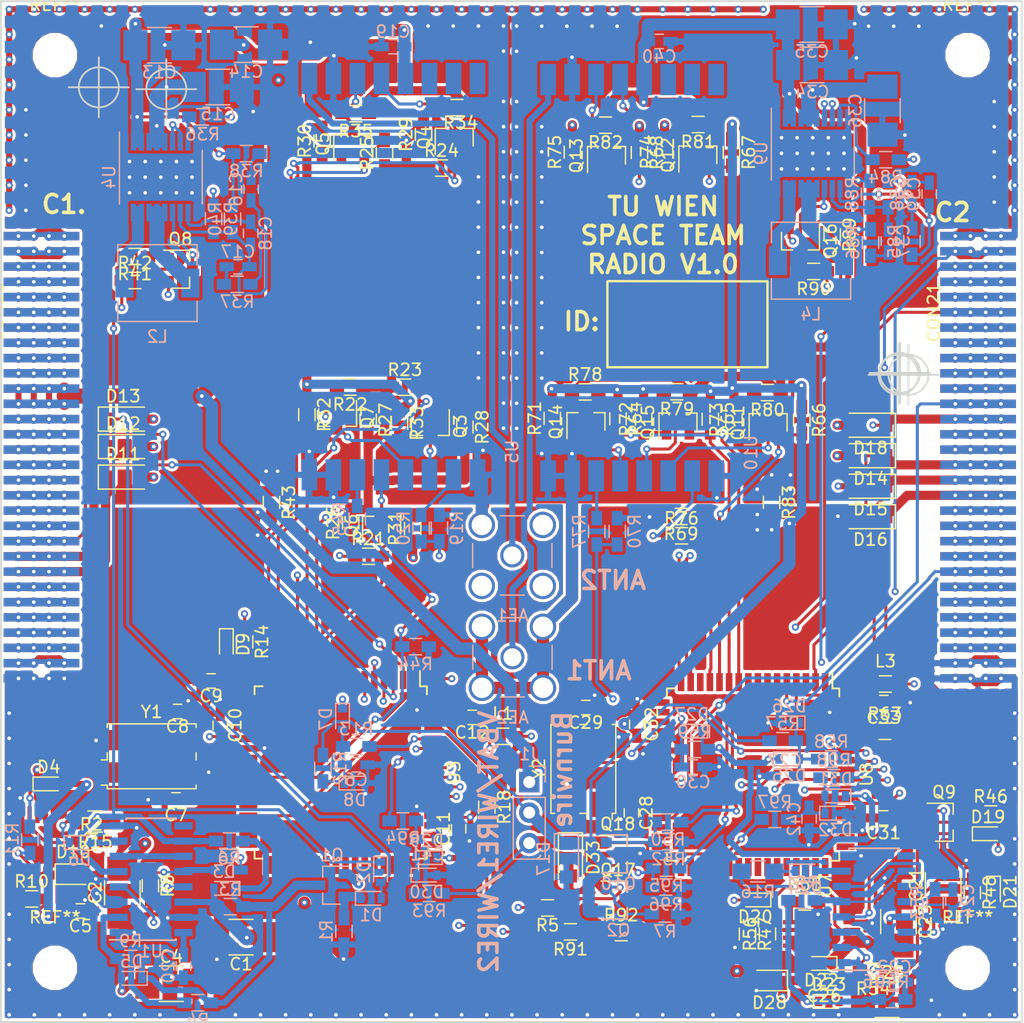
<source format=kicad_pcb>
(kicad_pcb (version 4) (host pcbnew 4.0.6)
  (layers (0 F.Cu signal) (1 In1.Cu power) (2 In2.Cu mixed) (31 B.Cu signal) (34 B.Paste user hide) (35 F.Paste user hide) (36 B.SilkS user hide) (37 F.SilkS user hide) (38 B.Mask user hide) (39 F.Mask user hide) (44 Edge.Cuts user hide))
  (net 0 "")
  (net 1 "Net-(C1-Pad1)")
  (net 2 /Funkmodul1/Funkeinheit/SS)
  (net 3 /Funkmodul1/Funkeinheit/SCK)
  (net 4 /Funkmodul1/Funkeinheit/MOSI)
  (net 5 /Funkmodul1/Funkeinheit/RXON)
  (net 6 /Funkmodul1/Funkeinheit/TXON)
  (net 7 /Funkmodul1/Funkeinheit/MISO)
  (net 8 /Funkmodul1/RX)
  (net 9 /Funkmodul1/TX)
  (net 10 GND)
  (net 11 /Connector/3.3V)
  (net 12 "Net-(C3-Pad2)")
  (net 13 /Funkmodul1/VCC)
  (net 14 "Net-(C6-Pad1)")
  (net 15 "Net-(C7-Pad1)")
  (net 16 "Net-(C8-Pad2)")
  (net 17 "Net-(C9-Pad1)")
  (net 18 "Net-(C12-Pad2)")
  (net 19 /Funkmodul1/Funkeinheit/5V)
  (net 20 VBAT)
  (net 21 "Net-(C16-Pad1)")
  (net 22 "Net-(C16-Pad2)")
  (net 23 "Net-(C17-Pad2)")
  (net 24 "Net-(C18-Pad2)")
  (net 25 "Net-(D1-Pad1)")
  (net 26 /Connector/~ENABLE1~)
  (net 27 /Funkmodul1/~ON~)
  (net 28 "Net-(D3-Pad1)")
  (net 29 "Net-(D6-Pad2)")
  (net 30 WIRE_CONN)
  (net 31 /Connector/BAT_OK)
  (net 32 "Net-(L2-Pad1)")
  (net 33 "Net-(L2-Pad2)")
  (net 34 "Net-(Q2-Pad2)")
  (net 35 "Net-(Q3-Pad1)")
  (net 36 "Net-(Q4-Pad1)")
  (net 37 "Net-(Q5-Pad1)")
  (net 38 "Net-(Q6-Pad1)")
  (net 39 "Net-(Q7-Pad1)")
  (net 40 "Net-(Q8-Pad1)")
  (net 41 /Funkmodul1/BURNWIRE)
  (net 42 "Net-(R13-Pad1)")
  (net 43 /Funkmodul1/TDI)
  (net 44 "Net-(R18-Pad1)")
  (net 45 /Funkmodul1/WDG_TRIGGER)
  (net 46 "Net-(R36-Pad1)")
  (net 47 "Net-(U1-Pad11)")
  (net 48 "Net-(C4-Pad1)")
  (net 49 "Net-(C20-Pad1)")
  (net 50 /Funkmodul1/Funkeinheit/MOSI_)
  (net 51 /Funkmodul1/Funkeinheit/RXON_)
  (net 52 /Funkmodul1/Funkeinheit/TXON_)
  (net 53 /Funkmodul1/Funkeinheit/SS_)
  (net 54 /Funkmodul1/Funkeinheit/SCK_)
  (net 55 /Funkmodul1/Funkeinheit/MISO_)
  (net 56 /Funkmodul1/Funkeinheit/NIRQ)
  (net 57 /Funkmodul1/Funkeinheit/PGND)
  (net 58 "Net-(R10-Pad1)")
  (net 59 "Net-(R11-Pad2)")
  (net 60 /Funkmodul1/Funkeinheit/NIRQ_)
  (net 61 "Net-(CON11-Pad10)")
  (net 62 "Net-(CON11-Pad13)")
  (net 63 "Net-(CON11-Pad2)")
  (net 64 "Net-(CON11-Pad3)")
  (net 65 "Net-(CON11-Pad4)")
  (net 66 "Net-(CON11-Pad5)")
  (net 67 "Net-(CON11-Pad6)")
  (net 68 "Net-(CON11-Pad7)")
  (net 69 "Net-(CON11-Pad9)")
  (net 70 "Net-(CON11-Pad14)")
  (net 71 "Net-(CON11-Pad15)")
  (net 72 "Net-(CON11-Pad16)")
  (net 73 "Net-(CON11-Pad17)")
  (net 74 "Net-(CON11-Pad18)")
  (net 75 "Net-(CON11-Pad19)")
  (net 76 "Net-(CON11-Pad20)")
  (net 77 "Net-(CON11-Pad24)")
  (net 78 "Net-(CON11-Pad25)")
  (net 79 "Net-(CON11-Pad26)")
  (net 80 "Net-(CON11-Pad27)")
  (net 81 "Net-(CON11-Pad28)")
  (net 82 "Net-(CON11-Pad29)")
  (net 83 /Connector/TCK)
  (net 84 /Connector/TMS)
  (net 85 /Connector/TDI)
  (net 86 "Net-(CON21-Pad7)")
  (net 87 "Net-(CON21-Pad8)")
  (net 88 "Net-(CON21-Pad9)")
  (net 89 "Net-(CON21-Pad10)")
  (net 90 "Net-(CON21-Pad11)")
  (net 91 "Net-(CON21-Pad14)")
  (net 92 "Net-(CON21-Pad15)")
  (net 93 /Connector/~ENABLE2~)
  (net 94 "Net-(CON21-Pad19)")
  (net 95 "Net-(CON21-Pad20)")
  (net 96 "Net-(CON21-Pad21)")
  (net 97 "Net-(CON21-Pad22)")
  (net 98 /Connector/~RBF~)
  (net 99 "Net-(CON21-Pad24)")
  (net 100 "Net-(CON21-Pad25)")
  (net 101 "Net-(CON21-Pad26)")
  (net 102 "Net-(CON21-Pad27)")
  (net 103 "Net-(CON21-Pad28)")
  (net 104 "Net-(C21-Pad1)")
  (net 105 "Net-(C22-Pad1)")
  (net 106 "Net-(C24-Pad2)")
  (net 107 "Net-(C25-Pad1)")
  (net 108 /Funkmodul2/VCC)
  (net 109 "Net-(C27-Pad1)")
  (net 110 "Net-(C28-Pad1)")
  (net 111 "Net-(C29-Pad2)")
  (net 112 "Net-(C30-Pad1)")
  (net 113 "Net-(C33-Pad2)")
  (net 114 /Funkmodul2/Funkeinheit2/5V)
  (net 115 /Funkmodul2/Funkeinheit2/PGND)
  (net 116 "Net-(C37-Pad1)")
  (net 117 "Net-(C37-Pad2)")
  (net 118 "Net-(C38-Pad2)")
  (net 119 "Net-(C39-Pad2)")
  (net 120 "Net-(D19-Pad1)")
  (net 121 /Funkmodul2/~ON~)
  (net 122 "Net-(D21-Pad1)")
  (net 123 "Net-(D24-Pad2)")
  (net 124 "Net-(L4-Pad1)")
  (net 125 "Net-(L4-Pad2)")
  (net 126 "Net-(Q10-Pad2)")
  (net 127 "Net-(Q11-Pad1)")
  (net 128 /Funkmodul2/Funkeinheit2/MOSI_)
  (net 129 /Funkmodul2/Funkeinheit2/MOSI)
  (net 130 "Net-(Q12-Pad1)")
  (net 131 /Funkmodul2/Funkeinheit2/RXON_)
  (net 132 /Funkmodul2/Funkeinheit2/RXON)
  (net 133 "Net-(Q13-Pad1)")
  (net 134 /Funkmodul2/Funkeinheit2/TXON_)
  (net 135 /Funkmodul2/Funkeinheit2/TXON)
  (net 136 "Net-(Q14-Pad1)")
  (net 137 /Funkmodul2/Funkeinheit2/SS_)
  (net 138 /Funkmodul2/Funkeinheit2/SS)
  (net 139 "Net-(Q15-Pad1)")
  (net 140 /Funkmodul2/Funkeinheit2/SCK_)
  (net 141 /Funkmodul2/Funkeinheit2/SCK)
  (net 142 "Net-(Q16-Pad1)")
  (net 143 /Funkmodul2/BURNWIRE)
  (net 144 "Net-(R55-Pad1)")
  (net 145 "Net-(R56-Pad2)")
  (net 146 "Net-(R58-Pad1)")
  (net 147 /Funkmodul2/TDI)
  (net 148 "Net-(R63-Pad1)")
  (net 149 /Funkmodul2/WDG_TRIGGER)
  (net 150 /Funkmodul2/Funkeinheit2/MISO)
  (net 151 /Funkmodul2/Funkeinheit2/NIRQ)
  (net 152 /Funkmodul2/Funkeinheit2/MISO_)
  (net 153 /Funkmodul2/Funkeinheit2/NIRQ_)
  (net 154 "Net-(R84-Pad1)")
  (net 155 "Net-(U6-Pad11)")
  (net 156 "Net-(Q8-Pad3)")
  (net 157 "Net-(Q16-Pad3)")
  (net 158 "Net-(C41-Pad1)")
  (net 159 "Net-(C42-Pad1)")
  (net 160 /Funkmodul2/RX)
  (net 161 /Funkmodul2/TX)
  (net 162 WIRE_CONN2)
  (net 163 "Net-(Q17-Pad2)")
  (net 164 "Net-(Q18-Pad2)")
  (net 165 "Net-(R94-Pad1)")
  (net 166 "Net-(R98-Pad1)")
  (net 167 /Funkmodul1/TDO)
  (net 168 /Funkmodul1/BURNWIRE2)
  (net 169 /Funkmodul2/BURNWIRE2)
  (net 170 /Connector/3V3_Reset)
  (net 171 "Net-(AE1-Pad1)")
  (net 172 "Net-(AE2-Pad1)")
  (net 173 "Net-(D6-Pad1)")
  (net 174 "Net-(D24-Pad1)")
  (module connect-sm:VIA-0.6 (layer F.Cu) (at 115.1845 78.0165)
    (fp_text reference REF** hide)
    (fp_text value VIA-0.6 hide)
    (pad 1 thru_hole circle (at 0 0) (size 0.6 0.6) (drill 0.3) (layers *.Cu) (net 10 GND))
  )
  (module connect-sm:VIA-0.6 (layer F.Cu) (at 113.9845 78.0165)
    (fp_text reference REF** hide)
    (fp_text value VIA-0.6 hide)
    (pad 1 thru_hole circle (at 0 0) (size 0.6 0.6) (drill 0.3) (layers *.Cu) (net 10 GND))
  )
  (module connect-sm:VIA-0.6 (layer F.Cu) (at 113.9845 76.7465)
    (fp_text reference REF** hide)
    (fp_text value VIA-0.6 hide)
    (pad 1 thru_hole circle (at 0 0) (size 0.6 0.6) (drill 0.3) (layers *.Cu) (net 10 GND))
  )
  (module connect-sm:VIA-0.6 (layer F.Cu) (at 116.7445 73.4465)
    (fp_text reference REF** hide)
    (fp_text value VIA-0.6 hide)
    (pad 1 thru_hole circle (at 0 0) (size 0.6 0.6) (drill 0.3) (layers *.Cu) (net 115 /Funkmodul2/Funkeinheit2/PGND))
  )
  (module connect-sm:VIA-0.6 (layer F.Cu) (at 116.7445 74.6265)
    (fp_text reference REF** hide)
    (fp_text value VIA-0.6 hide)
    (pad 1 thru_hole circle (at 0 0) (size 0.6 0.6) (drill 0.3) (layers *.Cu) (net 115 /Funkmodul2/Funkeinheit2/PGND))
  )
  (module connect-sm:VIA-0.6 (layer F.Cu) (at 113.9745 74.6365)
    (fp_text reference REF** hide)
    (fp_text value VIA-0.6 hide)
    (pad 1 thru_hole circle (at 0 0) (size 0.6 0.6) (drill 0.3) (layers *.Cu) (net 115 /Funkmodul2/Funkeinheit2/PGND))
  )
  (module connect-sm:VIA-0.6 (layer F.Cu) (at 72.3845 78.4565)
    (fp_text reference REF** hide)
    (fp_text value VIA-0.6 hide)
    (pad 1 thru_hole circle (at 0 0) (size 0.6 0.6) (drill 0.3) (layers *.Cu) (net 10 GND))
  )
  (module connect-sm:VIA-0.6 (layer F.Cu) (at 72.3945 76.5565)
    (fp_text reference REF** hide)
    (fp_text value VIA-0.6 hide)
    (pad 1 thru_hole circle (at 0 0) (size 0.6 0.6) (drill 0.3) (layers *.Cu) (net 10 GND))
  )
  (module connect-sm:VIA-0.6 (layer F.Cu) (at 74.0445 73.1365)
    (fp_text reference REF** hide)
    (fp_text value VIA-0.6 hide)
    (pad 1 thru_hole circle (at 0 0) (size 0.6 0.6) (drill 0.3) (layers *.Cu) (net 57 /Funkmodul1/Funkeinheit/PGND))
  )
  (module connect-sm:VIA-0.6 (layer F.Cu) (at 133.71625 50.72925)
    (fp_text reference REF** hide)
    (fp_text value VIA-0.6 hide)
    (pad 1 thru_hole circle (at 0 0) (size 0.6 0.6) (drill 0.3) (layers *.Cu) (net 115 /Funkmodul2/Funkeinheit2/PGND))
  )
  (module connect-sm:VIA-0.6 (layer F.Cu) (at 133.71625 48.636)
    (fp_text reference REF** hide)
    (fp_text value VIA-0.6 hide)
    (pad 1 thru_hole circle (at 0 0) (size 0.6 0.6) (drill 0.3) (layers *.Cu) (net 115 /Funkmodul2/Funkeinheit2/PGND))
  )
  (module connect-sm:VIA-0.6 (layer F.Cu) (at 133.71625 46.54275)
    (fp_text reference REF** hide)
    (fp_text value VIA-0.6 hide)
    (pad 1 thru_hole circle (at 0 0) (size 0.6 0.6) (drill 0.3) (layers *.Cu) (net 115 /Funkmodul2/Funkeinheit2/PGND))
  )
  (module connect-sm:VIA-0.6 (layer F.Cu) (at 133.71625 44.4495)
    (fp_text reference REF** hide)
    (fp_text value VIA-0.6 hide)
    (pad 1 thru_hole circle (at 0 0) (size 0.6 0.6) (drill 0.3) (layers *.Cu) (net 115 /Funkmodul2/Funkeinheit2/PGND))
  )
  (module connect-sm:VIA-0.6 (layer F.Cu) (at 133.71625 42.35625)
    (fp_text reference REF** hide)
    (fp_text value VIA-0.6 hide)
    (pad 1 thru_hole circle (at 0 0) (size 0.6 0.6) (drill 0.3) (layers *.Cu) (net 115 /Funkmodul2/Funkeinheit2/PGND))
  )
  (module connect-sm:VIA-0.6 (layer F.Cu) (at 127.4365 36.0765)
    (fp_text reference REF** hide)
    (fp_text value VIA-0.6 hide)
    (pad 1 thru_hole circle (at 0 0) (size 0.6 0.6) (drill 0.3) (layers *.Cu) (net 115 /Funkmodul2/Funkeinheit2/PGND))
  )
  (module connect-sm:VIA-0.6 (layer F.Cu) (at 125.34325 36.0765)
    (fp_text reference REF** hide)
    (fp_text value VIA-0.6 hide)
    (pad 1 thru_hole circle (at 0 0) (size 0.6 0.6) (drill 0.3) (layers *.Cu) (net 115 /Funkmodul2/Funkeinheit2/PGND))
  )
  (module connect-sm:VIA-0.6 (layer F.Cu) (at 123.25 36.0765)
    (fp_text reference REF** hide)
    (fp_text value VIA-0.6 hide)
    (pad 1 thru_hole circle (at 0 0) (size 0.6 0.6) (drill 0.3) (layers *.Cu) (net 115 /Funkmodul2/Funkeinheit2/PGND))
  )
  (module connect-sm:VIA-0.6 (layer F.Cu) (at 102.3175 36.0765)
    (fp_text reference REF** hide)
    (fp_text value VIA-0.6 hide)
    (pad 1 thru_hole circle (at 0 0) (size 0.6 0.6) (drill 0.3) (layers *.Cu) (net 115 /Funkmodul2/Funkeinheit2/PGND))
  )
  (module connect-sm:VIA-0.6 (layer F.Cu) (at 100.22425 36.0765)
    (fp_text reference REF** hide)
    (fp_text value VIA-0.6 hide)
    (pad 1 thru_hole circle (at 0 0) (size 0.6 0.6) (drill 0.3) (layers *.Cu) (net 115 /Funkmodul2/Funkeinheit2/PGND))
  )
  (module connect-sm:VIA-0.6 (layer F.Cu) (at 98.131 36.0765)
    (fp_text reference REF** hide)
    (fp_text value VIA-0.6 hide)
    (pad 1 thru_hole circle (at 0 0) (size 0.6 0.6) (drill 0.3) (layers *.Cu) (net 115 /Funkmodul2/Funkeinheit2/PGND))
  )
  (module connect-sm:VIA-0.6 (layer F.Cu) (at 96.03775 36.0765)
    (fp_text reference REF** hide)
    (fp_text value VIA-0.6 hide)
    (pad 1 thru_hole circle (at 0 0) (size 0.6 0.6) (drill 0.3) (layers *.Cu) (net 115 /Funkmodul2/Funkeinheit2/PGND))
  )
  (module connect-sm:VIA-0.6 (layer F.Cu) (at 96.03775 71.66175)
    (fp_text reference REF** hide)
    (fp_text value VIA-0.6 hide)
    (pad 1 thru_hole circle (at 0 0) (size 0.6 0.6) (drill 0.3) (layers *.Cu) (net 115 /Funkmodul2/Funkeinheit2/PGND))
  )
  (module connect-sm:VIA-0.6 (layer F.Cu) (at 96.03775 65.382)
    (fp_text reference REF** hide)
    (fp_text value VIA-0.6 hide)
    (pad 1 thru_hole circle (at 0 0) (size 0.6 0.6) (drill 0.3) (layers *.Cu) (net 115 /Funkmodul2/Funkeinheit2/PGND))
  )
  (module connect-sm:VIA-0.6 (layer F.Cu) (at 96.03775 63.28875)
    (fp_text reference REF** hide)
    (fp_text value VIA-0.6 hide)
    (pad 1 thru_hole circle (at 0 0) (size 0.6 0.6) (drill 0.3) (layers *.Cu) (net 115 /Funkmodul2/Funkeinheit2/PGND))
  )
  (module connect-sm:VIA-0.6 (layer F.Cu) (at 96.03775 61.1955)
    (fp_text reference REF** hide)
    (fp_text value VIA-0.6 hide)
    (pad 1 thru_hole circle (at 0 0) (size 0.6 0.6) (drill 0.3) (layers *.Cu) (net 115 /Funkmodul2/Funkeinheit2/PGND))
  )
  (module connect-sm:VIA-0.6 (layer F.Cu) (at 96.03775 59.10225)
    (fp_text reference REF** hide)
    (fp_text value VIA-0.6 hide)
    (pad 1 thru_hole circle (at 0 0) (size 0.6 0.6) (drill 0.3) (layers *.Cu) (net 115 /Funkmodul2/Funkeinheit2/PGND))
  )
  (module connect-sm:VIA-0.6 (layer F.Cu) (at 96.03775 57.009)
    (fp_text reference REF** hide)
    (fp_text value VIA-0.6 hide)
    (pad 1 thru_hole circle (at 0 0) (size 0.6 0.6) (drill 0.3) (layers *.Cu) (net 115 /Funkmodul2/Funkeinheit2/PGND))
  )
  (module connect-sm:VIA-0.6 (layer F.Cu) (at 96.03775 54.91575)
    (fp_text reference REF** hide)
    (fp_text value VIA-0.6 hide)
    (pad 1 thru_hole circle (at 0 0) (size 0.6 0.6) (drill 0.3) (layers *.Cu) (net 115 /Funkmodul2/Funkeinheit2/PGND))
  )
  (module connect-sm:VIA-0.6 (layer F.Cu) (at 96.03775 52.8225)
    (fp_text reference REF** hide)
    (fp_text value VIA-0.6 hide)
    (pad 1 thru_hole circle (at 0 0) (size 0.6 0.6) (drill 0.3) (layers *.Cu) (net 115 /Funkmodul2/Funkeinheit2/PGND))
  )
  (module connect-sm:VIA-0.6 (layer F.Cu) (at 96.03775 50.72925)
    (fp_text reference REF** hide)
    (fp_text value VIA-0.6 hide)
    (pad 1 thru_hole circle (at 0 0) (size 0.6 0.6) (drill 0.3) (layers *.Cu) (net 115 /Funkmodul2/Funkeinheit2/PGND))
  )
  (module connect-sm:VIA-0.6 (layer F.Cu) (at 96.03775 48.636)
    (fp_text reference REF** hide)
    (fp_text value VIA-0.6 hide)
    (pad 1 thru_hole circle (at 0 0) (size 0.6 0.6) (drill 0.3) (layers *.Cu) (net 115 /Funkmodul2/Funkeinheit2/PGND))
  )
  (module connect-sm:VIA-0.6 (layer F.Cu) (at 96.03775 46.54275)
    (fp_text reference REF** hide)
    (fp_text value VIA-0.6 hide)
    (pad 1 thru_hole circle (at 0 0) (size 0.6 0.6) (drill 0.3) (layers *.Cu) (net 115 /Funkmodul2/Funkeinheit2/PGND))
  )
  (module connect-sm:VIA-0.6 (layer F.Cu) (at 96.03775 44.4495)
    (fp_text reference REF** hide)
    (fp_text value VIA-0.6 hide)
    (pad 1 thru_hole circle (at 0 0) (size 0.6 0.6) (drill 0.3) (layers *.Cu) (net 115 /Funkmodul2/Funkeinheit2/PGND))
  )
  (module connect-sm:VIA-0.6 (layer F.Cu) (at 93.9445 69.5685)
    (fp_text reference REF** hide)
    (fp_text value VIA-0.6 hide)
    (pad 1 thru_hole circle (at 0 0) (size 0.6 0.6) (drill 0.3) (layers *.Cu) (net 115 /Funkmodul2/Funkeinheit2/PGND))
  )
  (module connect-sm:VIA-0.6 (layer F.Cu) (at 93.9445 67.47525)
    (fp_text reference REF** hide)
    (fp_text value VIA-0.6 hide)
    (pad 1 thru_hole circle (at 0 0) (size 0.6 0.6) (drill 0.3) (layers *.Cu) (net 115 /Funkmodul2/Funkeinheit2/PGND))
  )
  (module connect-sm:VIA-0.6 (layer F.Cu) (at 93.9445 65.382)
    (fp_text reference REF** hide)
    (fp_text value VIA-0.6 hide)
    (pad 1 thru_hole circle (at 0 0) (size 0.6 0.6) (drill 0.3) (layers *.Cu) (net 115 /Funkmodul2/Funkeinheit2/PGND))
  )
  (module connect-sm:VIA-0.6 (layer F.Cu) (at 93.9445 63.28875)
    (fp_text reference REF** hide)
    (fp_text value VIA-0.6 hide)
    (pad 1 thru_hole circle (at 0 0) (size 0.6 0.6) (drill 0.3) (layers *.Cu) (net 115 /Funkmodul2/Funkeinheit2/PGND))
  )
  (module connect-sm:VIA-0.6 (layer F.Cu) (at 93.9445 61.1955)
    (fp_text reference REF** hide)
    (fp_text value VIA-0.6 hide)
    (pad 1 thru_hole circle (at 0 0) (size 0.6 0.6) (drill 0.3) (layers *.Cu) (net 115 /Funkmodul2/Funkeinheit2/PGND))
  )
  (module connect-sm:VIA-0.6 (layer F.Cu) (at 93.9445 59.10225)
    (fp_text reference REF** hide)
    (fp_text value VIA-0.6 hide)
    (pad 1 thru_hole circle (at 0 0) (size 0.6 0.6) (drill 0.3) (layers *.Cu) (net 115 /Funkmodul2/Funkeinheit2/PGND))
  )
  (module connect-sm:VIA-0.6 (layer F.Cu) (at 93.9445 57.009)
    (fp_text reference REF** hide)
    (fp_text value VIA-0.6 hide)
    (pad 1 thru_hole circle (at 0 0) (size 0.6 0.6) (drill 0.3) (layers *.Cu) (net 115 /Funkmodul2/Funkeinheit2/PGND))
  )
  (module connect-sm:VIA-0.6 (layer F.Cu) (at 93.9445 54.91575)
    (fp_text reference REF** hide)
    (fp_text value VIA-0.6 hide)
    (pad 1 thru_hole circle (at 0 0) (size 0.6 0.6) (drill 0.3) (layers *.Cu) (net 115 /Funkmodul2/Funkeinheit2/PGND))
  )
  (module connect-sm:VIA-0.6 (layer F.Cu) (at 93.9445 52.8225)
    (fp_text reference REF** hide)
    (fp_text value VIA-0.6 hide)
    (pad 1 thru_hole circle (at 0 0) (size 0.6 0.6) (drill 0.3) (layers *.Cu) (net 115 /Funkmodul2/Funkeinheit2/PGND))
  )
  (module connect-sm:VIA-0.6 (layer F.Cu) (at 93.9445 50.72925)
    (fp_text reference REF** hide)
    (fp_text value VIA-0.6 hide)
    (pad 1 thru_hole circle (at 0 0) (size 0.6 0.6) (drill 0.3) (layers *.Cu) (net 115 /Funkmodul2/Funkeinheit2/PGND))
  )
  (module connect-sm:VIA-0.6 (layer F.Cu) (at 93.9445 48.636)
    (fp_text reference REF** hide)
    (fp_text value VIA-0.6 hide)
    (pad 1 thru_hole circle (at 0 0) (size 0.6 0.6) (drill 0.3) (layers *.Cu) (net 115 /Funkmodul2/Funkeinheit2/PGND))
  )
  (module connect-sm:VIA-0.6 (layer F.Cu) (at 93.9445 46.54275)
    (fp_text reference REF** hide)
    (fp_text value VIA-0.6 hide)
    (pad 1 thru_hole circle (at 0 0) (size 0.6 0.6) (drill 0.3) (layers *.Cu) (net 115 /Funkmodul2/Funkeinheit2/PGND))
  )
  (module connect-sm:VIA-0.6 (layer F.Cu) (at 93.9445 44.4495)
    (fp_text reference REF** hide)
    (fp_text value VIA-0.6 hide)
    (pad 1 thru_hole circle (at 0 0) (size 0.6 0.6) (drill 0.3) (layers *.Cu) (net 115 /Funkmodul2/Funkeinheit2/PGND))
  )
  (module connect-sm:VIA-0.6 (layer F.Cu) (at 93.9445 42.35625)
    (fp_text reference REF** hide)
    (fp_text value VIA-0.6 hide)
    (pad 1 thru_hole circle (at 0 0) (size 0.6 0.6) (drill 0.3) (layers *.Cu) (net 115 /Funkmodul2/Funkeinheit2/PGND))
  )
  (module connect-sm:VIA-0.6 (layer F.Cu) (at 93.9445 38.16975)
    (fp_text reference REF** hide)
    (fp_text value VIA-0.6 hide)
    (pad 1 thru_hole circle (at 0 0) (size 0.6 0.6) (drill 0.3) (layers *.Cu) (net 115 /Funkmodul2/Funkeinheit2/PGND))
  )
  (module connect-sm:VIA-0.6 (layer F.Cu) (at 93.9445 36.0665)
    (fp_text reference REF** hide)
    (fp_text value VIA-0.6 hide)
    (pad 1 thru_hole circle (at 0 0) (size 0.6 0.6) (drill 0.3) (layers *.Cu) (net 115 /Funkmodul2/Funkeinheit2/PGND))
  )
  (module connect-sm:VIA-0.6 (layer F.Cu) (at 90.763 48.626)
    (fp_text reference REF** hide)
    (fp_text value VIA-0.6 hide)
    (pad 1 thru_hole circle (at 0 0) (size 0.6 0.6) (drill 0.3) (layers *.Cu) (net 57 /Funkmodul1/Funkeinheit/PGND))
  )
  (module connect-sm:VIA-0.6 (layer F.Cu) (at 90.763 50.71925)
    (fp_text reference REF** hide)
    (fp_text value VIA-0.6 hide)
    (pad 1 thru_hole circle (at 0 0) (size 0.6 0.6) (drill 0.3) (layers *.Cu) (net 57 /Funkmodul1/Funkeinheit/PGND))
  )
  (module connect-sm:VIA-0.6 (layer F.Cu) (at 90.763 52.8125)
    (fp_text reference REF** hide)
    (fp_text value VIA-0.6 hide)
    (pad 1 thru_hole circle (at 0 0) (size 0.6 0.6) (drill 0.3) (layers *.Cu) (net 57 /Funkmodul1/Funkeinheit/PGND))
  )
  (module connect-sm:VIA-0.6 (layer F.Cu) (at 90.763 54.90575)
    (fp_text reference REF** hide)
    (fp_text value VIA-0.6 hide)
    (pad 1 thru_hole circle (at 0 0) (size 0.6 0.6) (drill 0.3) (layers *.Cu) (net 57 /Funkmodul1/Funkeinheit/PGND))
  )
  (module connect-sm:VIA-0.6 (layer F.Cu) (at 90.763 56.999)
    (fp_text reference REF** hide)
    (fp_text value VIA-0.6 hide)
    (pad 1 thru_hole circle (at 0 0) (size 0.6 0.6) (drill 0.3) (layers *.Cu) (net 57 /Funkmodul1/Funkeinheit/PGND))
  )
  (module connect-sm:VIA-0.6 (layer F.Cu) (at 90.763 59.09225)
    (fp_text reference REF** hide)
    (fp_text value VIA-0.6 hide)
    (pad 1 thru_hole circle (at 0 0) (size 0.6 0.6) (drill 0.3) (layers *.Cu) (net 57 /Funkmodul1/Funkeinheit/PGND))
  )
  (module connect-sm:VIA-0.6 (layer F.Cu) (at 90.763 61.1855)
    (fp_text reference REF** hide)
    (fp_text value VIA-0.6 hide)
    (pad 1 thru_hole circle (at 0 0) (size 0.6 0.6) (drill 0.3) (layers *.Cu) (net 57 /Funkmodul1/Funkeinheit/PGND))
  )
  (module connect-sm:VIA-0.6 (layer F.Cu) (at 90.763 63.27875)
    (fp_text reference REF** hide)
    (fp_text value VIA-0.6 hide)
    (pad 1 thru_hole circle (at 0 0) (size 0.6 0.6) (drill 0.3) (layers *.Cu) (net 57 /Funkmodul1/Funkeinheit/PGND))
  )
  (module connect-sm:VIA-0.6 (layer F.Cu) (at 90.763 65.372)
    (fp_text reference REF** hide)
    (fp_text value VIA-0.6 hide)
    (pad 1 thru_hole circle (at 0 0) (size 0.6 0.6) (drill 0.3) (layers *.Cu) (net 57 /Funkmodul1/Funkeinheit/PGND))
  )
  (module connect-sm:VIA-0.6 (layer F.Cu) (at 92.85625 69.5585)
    (fp_text reference REF** hide)
    (fp_text value VIA-0.6 hide)
    (pad 1 thru_hole circle (at 0 0) (size 0.6 0.6) (drill 0.3) (layers *.Cu) (net 57 /Funkmodul1/Funkeinheit/PGND))
  )
  (module connect-sm:VIA-0.6 (layer F.Cu) (at 92.85625 67.46525)
    (fp_text reference REF** hide)
    (fp_text value VIA-0.6 hide)
    (pad 1 thru_hole circle (at 0 0) (size 0.6 0.6) (drill 0.3) (layers *.Cu) (net 57 /Funkmodul1/Funkeinheit/PGND))
  )
  (module connect-sm:VIA-0.6 (layer F.Cu) (at 92.85625 65.372)
    (fp_text reference REF** hide)
    (fp_text value VIA-0.6 hide)
    (pad 1 thru_hole circle (at 0 0) (size 0.6 0.6) (drill 0.3) (layers *.Cu) (net 57 /Funkmodul1/Funkeinheit/PGND))
  )
  (module connect-sm:VIA-0.6 (layer F.Cu) (at 92.85625 63.27875)
    (fp_text reference REF** hide)
    (fp_text value VIA-0.6 hide)
    (pad 1 thru_hole circle (at 0 0) (size 0.6 0.6) (drill 0.3) (layers *.Cu) (net 57 /Funkmodul1/Funkeinheit/PGND))
  )
  (module connect-sm:VIA-0.6 (layer F.Cu) (at 92.85625 61.1855)
    (fp_text reference REF** hide)
    (fp_text value VIA-0.6 hide)
    (pad 1 thru_hole circle (at 0 0) (size 0.6 0.6) (drill 0.3) (layers *.Cu) (net 57 /Funkmodul1/Funkeinheit/PGND))
  )
  (module connect-sm:VIA-0.6 (layer F.Cu) (at 92.85625 59.09225)
    (fp_text reference REF** hide)
    (fp_text value VIA-0.6 hide)
    (pad 1 thru_hole circle (at 0 0) (size 0.6 0.6) (drill 0.3) (layers *.Cu) (net 57 /Funkmodul1/Funkeinheit/PGND))
  )
  (module connect-sm:VIA-0.6 (layer F.Cu) (at 92.85625 56.999)
    (fp_text reference REF** hide)
    (fp_text value VIA-0.6 hide)
    (pad 1 thru_hole circle (at 0 0) (size 0.6 0.6) (drill 0.3) (layers *.Cu) (net 57 /Funkmodul1/Funkeinheit/PGND))
  )
  (module connect-sm:VIA-0.6 (layer F.Cu) (at 92.85625 54.90575)
    (fp_text reference REF** hide)
    (fp_text value VIA-0.6 hide)
    (pad 1 thru_hole circle (at 0 0) (size 0.6 0.6) (drill 0.3) (layers *.Cu) (net 57 /Funkmodul1/Funkeinheit/PGND))
  )
  (module connect-sm:VIA-0.6 (layer F.Cu) (at 92.85625 52.8125)
    (fp_text reference REF** hide)
    (fp_text value VIA-0.6 hide)
    (pad 1 thru_hole circle (at 0 0) (size 0.6 0.6) (drill 0.3) (layers *.Cu) (net 57 /Funkmodul1/Funkeinheit/PGND))
  )
  (module connect-sm:VIA-0.6 (layer F.Cu) (at 92.85625 50.71925)
    (fp_text reference REF** hide)
    (fp_text value VIA-0.6 hide)
    (pad 1 thru_hole circle (at 0 0) (size 0.6 0.6) (drill 0.3) (layers *.Cu) (net 57 /Funkmodul1/Funkeinheit/PGND))
  )
  (module connect-sm:VIA-0.6 (layer F.Cu) (at 92.85625 48.626)
    (fp_text reference REF** hide)
    (fp_text value VIA-0.6 hide)
    (pad 1 thru_hole circle (at 0 0) (size 0.6 0.6) (drill 0.3) (layers *.Cu) (net 57 /Funkmodul1/Funkeinheit/PGND))
  )
  (module connect-sm:VIA-0.6 (layer F.Cu) (at 92.85625 46.53275)
    (fp_text reference REF** hide)
    (fp_text value VIA-0.6 hide)
    (pad 1 thru_hole circle (at 0 0) (size 0.6 0.6) (drill 0.3) (layers *.Cu) (net 57 /Funkmodul1/Funkeinheit/PGND))
  )
  (module connect-sm:VIA-0.6 (layer F.Cu) (at 92.85625 44.4395)
    (fp_text reference REF** hide)
    (fp_text value VIA-0.6 hide)
    (pad 1 thru_hole circle (at 0 0) (size 0.6 0.6) (drill 0.3) (layers *.Cu) (net 57 /Funkmodul1/Funkeinheit/PGND))
  )
  (module connect-sm:VIA-0.6 (layer F.Cu) (at 92.85625 42.34625)
    (fp_text reference REF** hide)
    (fp_text value VIA-0.6 hide)
    (pad 1 thru_hole circle (at 0 0) (size 0.6 0.6) (drill 0.3) (layers *.Cu) (net 57 /Funkmodul1/Funkeinheit/PGND))
  )
  (module connect-sm:VIA-0.6 (layer F.Cu) (at 92.85625 38.15975)
    (fp_text reference REF** hide)
    (fp_text value VIA-0.6 hide)
    (pad 1 thru_hole circle (at 0 0) (size 0.6 0.6) (drill 0.3) (layers *.Cu) (net 57 /Funkmodul1/Funkeinheit/PGND))
  )
  (module connect-sm:VIA-0.6 (layer F.Cu) (at 92.85625 36.0665)
    (fp_text reference REF** hide)
    (fp_text value VIA-0.6 hide)
    (pad 1 thru_hole circle (at 0 0) (size 0.6 0.6) (drill 0.3) (layers *.Cu) (net 57 /Funkmodul1/Funkeinheit/PGND))
  )
  (module connect-sm:VIA-0.6 (layer F.Cu) (at 90.763 36.0665)
    (fp_text reference REF** hide)
    (fp_text value VIA-0.6 hide)
    (pad 1 thru_hole circle (at 0 0) (size 0.6 0.6) (drill 0.3) (layers *.Cu) (net 57 /Funkmodul1/Funkeinheit/PGND))
  )
  (module connect-sm:VIA-0.6 (layer F.Cu) (at 88.66975 36.0665)
    (fp_text reference REF** hide)
    (fp_text value VIA-0.6 hide)
    (pad 1 thru_hole circle (at 0 0) (size 0.6 0.6) (drill 0.3) (layers *.Cu) (net 57 /Funkmodul1/Funkeinheit/PGND))
  )
  (module connect-sm:VIA-0.6 (layer F.Cu) (at 86.5765 36.0665)
    (fp_text reference REF** hide)
    (fp_text value VIA-0.6 hide)
    (pad 1 thru_hole circle (at 0 0) (size 0.6 0.6) (drill 0.3) (layers *.Cu) (net 57 /Funkmodul1/Funkeinheit/PGND))
  )
  (module connect-sm:VIA-0.6 (layer F.Cu) (at 59.36425 36.0665)
    (fp_text reference REF** hide)
    (fp_text value VIA-0.6 hide)
    (pad 1 thru_hole circle (at 0 0) (size 0.6 0.6) (drill 0.3) (layers *.Cu) (net 57 /Funkmodul1/Funkeinheit/PGND))
  )
  (module connect-sm:VIA-0.6 (layer F.Cu) (at 53.0845 43.044)
    (fp_text reference REF** hide)
    (fp_text value VIA-0.6 hide)
    (pad 1 thru_hole circle (at 0 0) (size 0.6 0.6) (drill 0.3) (layers *.Cu) (net 57 /Funkmodul1/Funkeinheit/PGND))
  )
  (module connect-sm:VIA-0.6 (layer F.Cu) (at 53.0845 45.13725)
    (fp_text reference REF** hide)
    (fp_text value VIA-0.6 hide)
    (pad 1 thru_hole circle (at 0 0) (size 0.6 0.6) (drill 0.3) (layers *.Cu) (net 57 /Funkmodul1/Funkeinheit/PGND))
  )
  (module connect-sm:VIA-0.6 (layer F.Cu) (at 53.0845 47.2305)
    (fp_text reference REF** hide)
    (fp_text value VIA-0.6 hide)
    (pad 1 thru_hole circle (at 0 0) (size 0.6 0.6) (drill 0.3) (layers *.Cu) (net 57 /Funkmodul1/Funkeinheit/PGND))
  )
  (module connect-sm:VIA-0.6 (layer F.Cu) (at 53.0845 49.32375)
    (fp_text reference REF** hide)
    (fp_text value VIA-0.6 hide)
    (pad 1 thru_hole circle (at 0 0) (size 0.6 0.6) (drill 0.3) (layers *.Cu) (net 57 /Funkmodul1/Funkeinheit/PGND))
  )
  (module connect-sm:VIA-0.6 (layer F.Cu) (at 51.689 36.76425)
    (fp_text reference REF** hide)
    (fp_text value VIA-0.6 hide)
    (pad 1 thru_hole circle (at 0 0) (size 0.6 0.6) (drill 0.3) (layers *.Cu) (net 10 GND))
  )
  (module connect-sm:VIA-0.6 (layer F.Cu) (at 51.689 38.8575)
    (fp_text reference REF** hide)
    (fp_text value VIA-0.6 hide)
    (pad 1 thru_hole circle (at 0 0) (size 0.6 0.6) (drill 0.3) (layers *.Cu) (net 10 GND))
  )
  (module connect-sm:VIA-0.6 (layer F.Cu) (at 51.689 40.95075)
    (fp_text reference REF** hide)
    (fp_text value VIA-0.6 hide)
    (pad 1 thru_hole circle (at 0 0) (size 0.6 0.6) (drill 0.3) (layers *.Cu) (net 10 GND))
  )
  (module connect-sm:VIA-0.6 (layer F.Cu) (at 51.689 43.044)
    (fp_text reference REF** hide)
    (fp_text value VIA-0.6 hide)
    (pad 1 thru_hole circle (at 0 0) (size 0.6 0.6) (drill 0.3) (layers *.Cu) (net 10 GND))
  )
  (module connect-sm:VIA-0.6 (layer F.Cu) (at 51.689 45.13725)
    (fp_text reference REF** hide)
    (fp_text value VIA-0.6 hide)
    (pad 1 thru_hole circle (at 0 0) (size 0.6 0.6) (drill 0.3) (layers *.Cu) (net 10 GND))
  )
  (module connect-sm:VIA-0.6 (layer F.Cu) (at 51.689 47.2305)
    (fp_text reference REF** hide)
    (fp_text value VIA-0.6 hide)
    (pad 1 thru_hole circle (at 0 0) (size 0.6 0.6) (drill 0.3) (layers *.Cu) (net 10 GND))
  )
  (module connect-sm:VIA-0.6 (layer F.Cu) (at 51.689 49.32375)
    (fp_text reference REF** hide)
    (fp_text value VIA-0.6 hide)
    (pad 1 thru_hole circle (at 0 0) (size 0.6 0.6) (drill 0.3) (layers *.Cu) (net 10 GND))
  )
  (module connect-sm:VIA-0.6 (layer F.Cu) (at 51.689 51.417)
    (fp_text reference REF** hide)
    (fp_text value VIA-0.6 hide)
    (pad 1 thru_hole circle (at 0 0) (size 0.6 0.6) (drill 0.3) (layers *.Cu) (net 10 GND))
  )
  (module connect-sm:VIA-0.6 (layer F.Cu) (at 51.689 93.282)
    (fp_text reference REF** hide)
    (fp_text value VIA-0.6 hide)
    (pad 1 thru_hole circle (at 0 0) (size 0.6 0.6) (drill 0.3) (layers *.Cu) (net 10 GND))
  )
  (module connect-sm:VIA-0.6 (layer F.Cu) (at 51.689 95.37525)
    (fp_text reference REF** hide)
    (fp_text value VIA-0.6 hide)
    (pad 1 thru_hole circle (at 0 0) (size 0.6 0.6) (drill 0.3) (layers *.Cu) (net 10 GND))
  )
  (module connect-sm:VIA-0.6 (layer F.Cu) (at 51.689 97.4685)
    (fp_text reference REF** hide)
    (fp_text value VIA-0.6 hide)
    (pad 1 thru_hole circle (at 0 0) (size 0.6 0.6) (drill 0.3) (layers *.Cu) (net 10 GND))
  )
  (module connect-sm:VIA-0.6 (layer F.Cu) (at 51.689 99.56175)
    (fp_text reference REF** hide)
    (fp_text value VIA-0.6 hide)
    (pad 1 thru_hole circle (at 0 0) (size 0.6 0.6) (drill 0.3) (layers *.Cu) (net 10 GND))
  )
  (module connect-sm:VIA-0.6 (layer F.Cu) (at 51.689 101.655)
    (fp_text reference REF** hide)
    (fp_text value VIA-0.6 hide)
    (pad 1 thru_hole circle (at 0 0) (size 0.6 0.6) (drill 0.3) (layers *.Cu) (net 10 GND))
  )
  (module connect-sm:VIA-0.6 (layer F.Cu) (at 51.689 103.74825)
    (fp_text reference REF** hide)
    (fp_text value VIA-0.6 hide)
    (pad 1 thru_hole circle (at 0 0) (size 0.6 0.6) (drill 0.3) (layers *.Cu) (net 10 GND))
  )
  (module connect-sm:VIA-0.6 (layer F.Cu) (at 51.689 105.8415)
    (fp_text reference REF** hide)
    (fp_text value VIA-0.6 hide)
    (pad 1 thru_hole circle (at 0 0) (size 0.6 0.6) (drill 0.3) (layers *.Cu) (net 10 GND))
  )
  (module connect-sm:VIA-0.6 (layer F.Cu) (at 51.689 110.028)
    (fp_text reference REF** hide)
    (fp_text value VIA-0.6 hide)
    (pad 1 thru_hole circle (at 0 0) (size 0.6 0.6) (drill 0.3) (layers *.Cu) (net 10 GND))
  )
  (module connect-sm:VIA-0.6 (layer F.Cu) (at 51.689 112.12125)
    (fp_text reference REF** hide)
    (fp_text value VIA-0.6 hide)
    (pad 1 thru_hole circle (at 0 0) (size 0.6 0.6) (drill 0.3) (layers *.Cu) (net 10 GND))
  )
  (module connect-sm:VIA-0.6 (layer F.Cu) (at 51.689 114.2145)
    (fp_text reference REF** hide)
    (fp_text value VIA-0.6 hide)
    (pad 1 thru_hole circle (at 0 0) (size 0.6 0.6) (drill 0.3) (layers *.Cu) (net 10 GND))
  )
  (module connect-sm:VIA-0.6 (layer F.Cu) (at 51.689 116.30775)
    (fp_text reference REF** hide)
    (fp_text value VIA-0.6 hide)
    (pad 1 thru_hole circle (at 0 0) (size 0.6 0.6) (drill 0.3) (layers *.Cu) (net 10 GND))
  )
  (module connect-sm:VIA-0.6 (layer F.Cu) (at 51.689 118.401)
    (fp_text reference REF** hide)
    (fp_text value VIA-0.6 hide)
    (pad 1 thru_hole circle (at 0 0) (size 0.6 0.6) (drill 0.3) (layers *.Cu) (net 10 GND))
  )
  (module connect-sm:VIA-0.6 (layer F.Cu) (at 53.78225 118.401)
    (fp_text reference REF** hide)
    (fp_text value VIA-0.6 hide)
    (pad 1 thru_hole circle (at 0 0) (size 0.6 0.6) (drill 0.3) (layers *.Cu) (net 10 GND))
  )
  (module connect-sm:VIA-0.6 (layer F.Cu) (at 55.8755 118.401)
    (fp_text reference REF** hide)
    (fp_text value VIA-0.6 hide)
    (pad 1 thru_hole circle (at 0 0) (size 0.6 0.6) (drill 0.3) (layers *.Cu) (net 10 GND))
  )
  (module connect-sm:VIA-0.6 (layer F.Cu) (at 57.96875 118.401)
    (fp_text reference REF** hide)
    (fp_text value VIA-0.6 hide)
    (pad 1 thru_hole circle (at 0 0) (size 0.6 0.6) (drill 0.3) (layers *.Cu) (net 10 GND))
  )
  (module connect-sm:VIA-0.6 (layer F.Cu) (at 60.062 118.401)
    (fp_text reference REF** hide)
    (fp_text value VIA-0.6 hide)
    (pad 1 thru_hole circle (at 0 0) (size 0.6 0.6) (drill 0.3) (layers *.Cu) (net 10 GND))
  )
  (module connect-sm:VIA-0.6 (layer F.Cu) (at 62.15525 118.401)
    (fp_text reference REF** hide)
    (fp_text value VIA-0.6 hide)
    (pad 1 thru_hole circle (at 0 0) (size 0.6 0.6) (drill 0.3) (layers *.Cu) (net 10 GND))
  )
  (module connect-sm:VIA-0.6 (layer F.Cu) (at 64.2485 118.401)
    (fp_text reference REF** hide)
    (fp_text value VIA-0.6 hide)
    (pad 1 thru_hole circle (at 0 0) (size 0.6 0.6) (drill 0.3) (layers *.Cu) (net 10 GND))
  )
  (module connect-sm:VIA-0.6 (layer F.Cu) (at 70.52825 118.401)
    (fp_text reference REF** hide)
    (fp_text value VIA-0.6 hide)
    (pad 1 thru_hole circle (at 0 0) (size 0.6 0.6) (drill 0.3) (layers *.Cu) (net 10 GND))
  )
  (module connect-sm:VIA-0.6 (layer F.Cu) (at 72.6215 118.401)
    (fp_text reference REF** hide)
    (fp_text value VIA-0.6 hide)
    (pad 1 thru_hole circle (at 0 0) (size 0.6 0.6) (drill 0.3) (layers *.Cu) (net 10 GND))
  )
  (module connect-sm:VIA-0.6 (layer F.Cu) (at 74.71475 118.401)
    (fp_text reference REF** hide)
    (fp_text value VIA-0.6 hide)
    (pad 1 thru_hole circle (at 0 0) (size 0.6 0.6) (drill 0.3) (layers *.Cu) (net 10 GND))
  )
  (module connect-sm:VIA-0.6 (layer F.Cu) (at 76.808 118.401)
    (fp_text reference REF** hide)
    (fp_text value VIA-0.6 hide)
    (pad 1 thru_hole circle (at 0 0) (size 0.6 0.6) (drill 0.3) (layers *.Cu) (net 10 GND))
  )
  (module connect-sm:VIA-0.6 (layer F.Cu) (at 78.90125 118.401)
    (fp_text reference REF** hide)
    (fp_text value VIA-0.6 hide)
    (pad 1 thru_hole circle (at 0 0) (size 0.6 0.6) (drill 0.3) (layers *.Cu) (net 10 GND))
  )
  (module connect-sm:VIA-0.6 (layer F.Cu) (at 80.9945 118.401)
    (fp_text reference REF** hide)
    (fp_text value VIA-0.6 hide)
    (pad 1 thru_hole circle (at 0 0) (size 0.6 0.6) (drill 0.3) (layers *.Cu) (net 10 GND))
  )
  (module connect-sm:VIA-0.6 (layer F.Cu) (at 83.08775 118.401)
    (fp_text reference REF** hide)
    (fp_text value VIA-0.6 hide)
    (pad 1 thru_hole circle (at 0 0) (size 0.6 0.6) (drill 0.3) (layers *.Cu) (net 10 GND))
  )
  (module connect-sm:VIA-0.6 (layer F.Cu) (at 85.181 118.401)
    (fp_text reference REF** hide)
    (fp_text value VIA-0.6 hide)
    (pad 1 thru_hole circle (at 0 0) (size 0.6 0.6) (drill 0.3) (layers *.Cu) (net 10 GND))
  )
  (module connect-sm:VIA-0.6 (layer F.Cu) (at 87.27425 118.401)
    (fp_text reference REF** hide)
    (fp_text value VIA-0.6 hide)
    (pad 1 thru_hole circle (at 0 0) (size 0.6 0.6) (drill 0.3) (layers *.Cu) (net 10 GND))
  )
  (module connect-sm:VIA-0.6 (layer F.Cu) (at 89.3675 118.401)
    (fp_text reference REF** hide)
    (fp_text value VIA-0.6 hide)
    (pad 1 thru_hole circle (at 0 0) (size 0.6 0.6) (drill 0.3) (layers *.Cu) (net 10 GND))
  )
  (module connect-sm:VIA-0.6 (layer F.Cu) (at 91.46075 118.401)
    (fp_text reference REF** hide)
    (fp_text value VIA-0.6 hide)
    (pad 1 thru_hole circle (at 0 0) (size 0.6 0.6) (drill 0.3) (layers *.Cu) (net 10 GND))
  )
  (module connect-sm:VIA-0.6 (layer F.Cu) (at 93.554 118.401)
    (fp_text reference REF** hide)
    (fp_text value VIA-0.6 hide)
    (pad 1 thru_hole circle (at 0 0) (size 0.6 0.6) (drill 0.3) (layers *.Cu) (net 10 GND))
  )
  (module connect-sm:VIA-0.6 (layer F.Cu) (at 95.64725 118.401)
    (fp_text reference REF** hide)
    (fp_text value VIA-0.6 hide)
    (pad 1 thru_hole circle (at 0 0) (size 0.6 0.6) (drill 0.3) (layers *.Cu) (net 10 GND))
  )
  (module connect-sm:VIA-0.6 (layer F.Cu) (at 97.7405 118.401)
    (fp_text reference REF** hide)
    (fp_text value VIA-0.6 hide)
    (pad 1 thru_hole circle (at 0 0) (size 0.6 0.6) (drill 0.3) (layers *.Cu) (net 10 GND))
  )
  (module connect-sm:VIA-0.6 (layer F.Cu) (at 99.83375 118.401)
    (fp_text reference REF** hide)
    (fp_text value VIA-0.6 hide)
    (pad 1 thru_hole circle (at 0 0) (size 0.6 0.6) (drill 0.3) (layers *.Cu) (net 10 GND))
  )
  (module connect-sm:VIA-0.6 (layer F.Cu) (at 101.927 118.401)
    (fp_text reference REF** hide)
    (fp_text value VIA-0.6 hide)
    (pad 1 thru_hole circle (at 0 0) (size 0.6 0.6) (drill 0.3) (layers *.Cu) (net 10 GND))
  )
  (module connect-sm:VIA-0.6 (layer F.Cu) (at 104.02025 118.401)
    (fp_text reference REF** hide)
    (fp_text value VIA-0.6 hide)
    (pad 1 thru_hole circle (at 0 0) (size 0.6 0.6) (drill 0.3) (layers *.Cu) (net 10 GND))
  )
  (module connect-sm:VIA-0.6 (layer F.Cu) (at 106.1135 118.401)
    (fp_text reference REF** hide)
    (fp_text value VIA-0.6 hide)
    (pad 1 thru_hole circle (at 0 0) (size 0.6 0.6) (drill 0.3) (layers *.Cu) (net 10 GND))
  )
  (module connect-sm:VIA-0.6 (layer F.Cu) (at 108.20675 118.401)
    (fp_text reference REF** hide)
    (fp_text value VIA-0.6 hide)
    (pad 1 thru_hole circle (at 0 0) (size 0.6 0.6) (drill 0.3) (layers *.Cu) (net 10 GND))
  )
  (module connect-sm:VIA-0.6 (layer F.Cu) (at 110.3 118.401)
    (fp_text reference REF** hide)
    (fp_text value VIA-0.6 hide)
    (pad 1 thru_hole circle (at 0 0) (size 0.6 0.6) (drill 0.3) (layers *.Cu) (net 10 GND))
  )
  (module connect-sm:VIA-0.6 (layer F.Cu) (at 112.39325 118.401)
    (fp_text reference REF** hide)
    (fp_text value VIA-0.6 hide)
    (pad 1 thru_hole circle (at 0 0) (size 0.6 0.6) (drill 0.3) (layers *.Cu) (net 10 GND))
  )
  (module connect-sm:VIA-0.6 (layer F.Cu) (at 114.4865 118.401)
    (fp_text reference REF** hide)
    (fp_text value VIA-0.6 hide)
    (pad 1 thru_hole circle (at 0 0) (size 0.6 0.6) (drill 0.3) (layers *.Cu) (net 10 GND))
  )
  (module connect-sm:VIA-0.6 (layer F.Cu) (at 116.57975 118.401)
    (fp_text reference REF** hide)
    (fp_text value VIA-0.6 hide)
    (pad 1 thru_hole circle (at 0 0) (size 0.6 0.6) (drill 0.3) (layers *.Cu) (net 10 GND))
  )
  (module connect-sm:VIA-0.6 (layer F.Cu) (at 118.673 118.401)
    (fp_text reference REF** hide)
    (fp_text value VIA-0.6 hide)
    (pad 1 thru_hole circle (at 0 0) (size 0.6 0.6) (drill 0.3) (layers *.Cu) (net 10 GND))
  )
  (module connect-sm:VIA-0.6 (layer F.Cu) (at 120.76625 118.401)
    (fp_text reference REF** hide)
    (fp_text value VIA-0.6 hide)
    (pad 1 thru_hole circle (at 0 0) (size 0.6 0.6) (drill 0.3) (layers *.Cu) (net 10 GND))
  )
  (module connect-sm:VIA-0.6 (layer F.Cu) (at 129.13925 118.401)
    (fp_text reference REF** hide)
    (fp_text value VIA-0.6 hide)
    (pad 1 thru_hole circle (at 0 0) (size 0.6 0.6) (drill 0.3) (layers *.Cu) (net 10 GND))
  )
  (module connect-sm:VIA-0.6 (layer F.Cu) (at 131.2325 118.401)
    (fp_text reference REF** hide)
    (fp_text value VIA-0.6 hide)
    (pad 1 thru_hole circle (at 0 0) (size 0.6 0.6) (drill 0.3) (layers *.Cu) (net 10 GND))
  )
  (module connect-sm:VIA-0.6 (layer F.Cu) (at 133.32575 118.401)
    (fp_text reference REF** hide)
    (fp_text value VIA-0.6 hide)
    (pad 1 thru_hole circle (at 0 0) (size 0.6 0.6) (drill 0.3) (layers *.Cu) (net 10 GND))
  )
  (module connect-sm:VIA-0.6 (layer F.Cu) (at 135.419 118.401)
    (fp_text reference REF** hide)
    (fp_text value VIA-0.6 hide)
    (pad 1 thru_hole circle (at 0 0) (size 0.6 0.6) (drill 0.3) (layers *.Cu) (net 10 GND))
  )
  (module connect-sm:VIA-0.6 (layer F.Cu) (at 135.419 116.30775)
    (fp_text reference REF** hide)
    (fp_text value VIA-0.6 hide)
    (pad 1 thru_hole circle (at 0 0) (size 0.6 0.6) (drill 0.3) (layers *.Cu) (net 10 GND))
  )
  (module connect-sm:VIA-0.6 (layer F.Cu) (at 135.419 114.2145)
    (fp_text reference REF** hide)
    (fp_text value VIA-0.6 hide)
    (pad 1 thru_hole circle (at 0 0) (size 0.6 0.6) (drill 0.3) (layers *.Cu) (net 10 GND))
  )
  (module connect-sm:VIA-0.6 (layer F.Cu) (at 135.419 112.12125)
    (fp_text reference REF** hide)
    (fp_text value VIA-0.6 hide)
    (pad 1 thru_hole circle (at 0 0) (size 0.6 0.6) (drill 0.3) (layers *.Cu) (net 10 GND))
  )
  (module connect-sm:VIA-0.6 (layer F.Cu) (at 135.419 110.028)
    (fp_text reference REF** hide)
    (fp_text value VIA-0.6 hide)
    (pad 1 thru_hole circle (at 0 0) (size 0.6 0.6) (drill 0.3) (layers *.Cu) (net 10 GND))
  )
  (module connect-sm:VIA-0.6 (layer F.Cu) (at 135.419 107.93475)
    (fp_text reference REF** hide)
    (fp_text value VIA-0.6 hide)
    (pad 1 thru_hole circle (at 0 0) (size 0.6 0.6) (drill 0.3) (layers *.Cu) (net 10 GND))
  )
  (module connect-sm:VIA-0.6 (layer F.Cu) (at 135.419 105.8415)
    (fp_text reference REF** hide)
    (fp_text value VIA-0.6 hide)
    (pad 1 thru_hole circle (at 0 0) (size 0.6 0.6) (drill 0.3) (layers *.Cu) (net 10 GND))
  )
  (module connect-sm:VIA-0.6 (layer F.Cu) (at 135.419 103.74825)
    (fp_text reference REF** hide)
    (fp_text value VIA-0.6 hide)
    (pad 1 thru_hole circle (at 0 0) (size 0.6 0.6) (drill 0.3) (layers *.Cu) (net 10 GND))
  )
  (module connect-sm:VIA-0.6 (layer F.Cu) (at 135.419 99.56175)
    (fp_text reference REF** hide)
    (fp_text value VIA-0.6 hide)
    (pad 1 thru_hole circle (at 0 0) (size 0.6 0.6) (drill 0.3) (layers *.Cu) (net 10 GND))
  )
  (module connect-sm:VIA-0.6 (layer F.Cu) (at 135.419 97.4685)
    (fp_text reference REF** hide)
    (fp_text value VIA-0.6 hide)
    (pad 1 thru_hole circle (at 0 0) (size 0.6 0.6) (drill 0.3) (layers *.Cu) (net 10 GND))
  )
  (module connect-sm:VIA-0.6 (layer F.Cu) (at 135.419 95.37525)
    (fp_text reference REF** hide)
    (fp_text value VIA-0.6 hide)
    (pad 1 thru_hole circle (at 0 0) (size 0.6 0.6) (drill 0.3) (layers *.Cu) (net 10 GND))
  )
  (module connect-sm:VIA-0.6 (layer F.Cu) (at 135.419 93.282)
    (fp_text reference REF** hide)
    (fp_text value VIA-0.6 hide)
    (pad 1 thru_hole circle (at 0 0) (size 0.6 0.6) (drill 0.3) (layers *.Cu) (net 10 GND))
  )
  (module connect-sm:VIA-0.6 (layer F.Cu) (at 135.419 51.417)
    (fp_text reference REF** hide)
    (fp_text value VIA-0.6 hide)
    (pad 1 thru_hole circle (at 0 0) (size 0.6 0.6) (drill 0.3) (layers *.Cu) (net 10 GND))
  )
  (module connect-sm:VIA-0.6 (layer F.Cu) (at 135.419 49.32375)
    (fp_text reference REF** hide)
    (fp_text value VIA-0.6 hide)
    (pad 1 thru_hole circle (at 0 0) (size 0.6 0.6) (drill 0.3) (layers *.Cu) (net 10 GND))
  )
  (module connect-sm:VIA-0.6 (layer F.Cu) (at 135.419 47.2305)
    (fp_text reference REF** hide)
    (fp_text value VIA-0.6 hide)
    (pad 1 thru_hole circle (at 0 0) (size 0.6 0.6) (drill 0.3) (layers *.Cu) (net 10 GND))
  )
  (module connect-sm:VIA-0.6 (layer F.Cu) (at 135.419 45.13725)
    (fp_text reference REF** hide)
    (fp_text value VIA-0.6 hide)
    (pad 1 thru_hole circle (at 0 0) (size 0.6 0.6) (drill 0.3) (layers *.Cu) (net 10 GND))
  )
  (module connect-sm:VIA-0.6 (layer F.Cu) (at 135.419 43.044)
    (fp_text reference REF** hide)
    (fp_text value VIA-0.6 hide)
    (pad 1 thru_hole circle (at 0 0) (size 0.6 0.6) (drill 0.3) (layers *.Cu) (net 10 GND))
  )
  (module connect-sm:VIA-0.6 (layer F.Cu) (at 135.419 40.95075)
    (fp_text reference REF** hide)
    (fp_text value VIA-0.6 hide)
    (pad 1 thru_hole circle (at 0 0) (size 0.6 0.6) (drill 0.3) (layers *.Cu) (net 10 GND))
  )
  (module connect-sm:VIA-0.6 (layer F.Cu) (at 135.419 38.8575)
    (fp_text reference REF** hide)
    (fp_text value VIA-0.6 hide)
    (pad 1 thru_hole circle (at 0 0) (size 0.6 0.6) (drill 0.3) (layers *.Cu) (net 10 GND))
  )
  (module connect-sm:VIA-0.6 (layer F.Cu) (at 135.419 36.76425)
    (fp_text reference REF** hide)
    (fp_text value VIA-0.6 hide)
    (pad 1 thru_hole circle (at 0 0) (size 0.6 0.6) (drill 0.3) (layers *.Cu) (net 10 GND))
  )
  (module connect-sm:VIA-0.6 (layer F.Cu) (at 135.419 34.671)
    (fp_text reference REF** hide)
    (fp_text value VIA-0.6 hide)
    (pad 1 thru_hole circle (at 0 0) (size 0.6 0.6) (drill 0.3) (layers *.Cu) (net 10 GND))
  )
  (module connect-sm:VIA-0.6 (layer F.Cu) (at 133.32575 34.671)
    (fp_text reference REF** hide)
    (fp_text value VIA-0.6 hide)
    (pad 1 thru_hole circle (at 0 0) (size 0.6 0.6) (drill 0.3) (layers *.Cu) (net 10 GND))
  )
  (module connect-sm:VIA-0.6 (layer F.Cu) (at 131.2325 34.671)
    (fp_text reference REF** hide)
    (fp_text value VIA-0.6 hide)
    (pad 1 thru_hole circle (at 0 0) (size 0.6 0.6) (drill 0.3) (layers *.Cu) (net 10 GND))
  )
  (module connect-sm:VIA-0.6 (layer F.Cu) (at 129.13925 34.671)
    (fp_text reference REF** hide)
    (fp_text value VIA-0.6 hide)
    (pad 1 thru_hole circle (at 0 0) (size 0.6 0.6) (drill 0.3) (layers *.Cu) (net 10 GND))
  )
  (module connect-sm:VIA-0.6 (layer F.Cu) (at 127.046 34.671)
    (fp_text reference REF** hide)
    (fp_text value VIA-0.6 hide)
    (pad 1 thru_hole circle (at 0 0) (size 0.6 0.6) (drill 0.3) (layers *.Cu) (net 10 GND))
  )
  (module connect-sm:VIA-0.6 (layer F.Cu) (at 124.95275 34.671)
    (fp_text reference REF** hide)
    (fp_text value VIA-0.6 hide)
    (pad 1 thru_hole circle (at 0 0) (size 0.6 0.6) (drill 0.3) (layers *.Cu) (net 10 GND))
  )
  (module connect-sm:VIA-0.6 (layer F.Cu) (at 122.8595 34.671)
    (fp_text reference REF** hide)
    (fp_text value VIA-0.6 hide)
    (pad 1 thru_hole circle (at 0 0) (size 0.6 0.6) (drill 0.3) (layers *.Cu) (net 10 GND))
  )
  (module connect-sm:VIA-0.6 (layer F.Cu) (at 114.4865 34.671)
    (fp_text reference REF** hide)
    (fp_text value VIA-0.6 hide)
    (pad 1 thru_hole circle (at 0 0) (size 0.6 0.6) (drill 0.3) (layers *.Cu) (net 10 GND))
  )
  (module connect-sm:VIA-0.6 (layer F.Cu) (at 112.39325 34.671)
    (fp_text reference REF** hide)
    (fp_text value VIA-0.6 hide)
    (pad 1 thru_hole circle (at 0 0) (size 0.6 0.6) (drill 0.3) (layers *.Cu) (net 10 GND))
  )
  (module connect-sm:VIA-0.6 (layer F.Cu) (at 110.3 34.671)
    (fp_text reference REF** hide)
    (fp_text value VIA-0.6 hide)
    (pad 1 thru_hole circle (at 0 0) (size 0.6 0.6) (drill 0.3) (layers *.Cu) (net 10 GND))
  )
  (module connect-sm:VIA-0.6 (layer F.Cu) (at 108.20675 34.671)
    (fp_text reference REF** hide)
    (fp_text value VIA-0.6 hide)
    (pad 1 thru_hole circle (at 0 0) (size 0.6 0.6) (drill 0.3) (layers *.Cu) (net 10 GND))
  )
  (module connect-sm:VIA-0.6 (layer F.Cu) (at 106.1135 34.671)
    (fp_text reference REF** hide)
    (fp_text value VIA-0.6 hide)
    (pad 1 thru_hole circle (at 0 0) (size 0.6 0.6) (drill 0.3) (layers *.Cu) (net 10 GND))
  )
  (module connect-sm:VIA-0.6 (layer F.Cu) (at 104.02025 34.671)
    (fp_text reference REF** hide)
    (fp_text value VIA-0.6 hide)
    (pad 1 thru_hole circle (at 0 0) (size 0.6 0.6) (drill 0.3) (layers *.Cu) (net 10 GND))
  )
  (module connect-sm:VIA-0.6 (layer F.Cu) (at 101.927 34.671)
    (fp_text reference REF** hide)
    (fp_text value VIA-0.6 hide)
    (pad 1 thru_hole circle (at 0 0) (size 0.6 0.6) (drill 0.3) (layers *.Cu) (net 10 GND))
  )
  (module connect-sm:VIA-0.6 (layer F.Cu) (at 99.83375 34.671)
    (fp_text reference REF** hide)
    (fp_text value VIA-0.6 hide)
    (pad 1 thru_hole circle (at 0 0) (size 0.6 0.6) (drill 0.3) (layers *.Cu) (net 10 GND))
  )
  (module connect-sm:VIA-0.6 (layer F.Cu) (at 97.7405 34.671)
    (fp_text reference REF** hide)
    (fp_text value VIA-0.6 hide)
    (pad 1 thru_hole circle (at 0 0) (size 0.6 0.6) (drill 0.3) (layers *.Cu) (net 10 GND))
  )
  (module connect-sm:VIA-0.6 (layer F.Cu) (at 95.64725 34.671)
    (fp_text reference REF** hide)
    (fp_text value VIA-0.6 hide)
    (pad 1 thru_hole circle (at 0 0) (size 0.6 0.6) (drill 0.3) (layers *.Cu) (net 10 GND))
  )
  (module connect-sm:VIA-0.6 (layer F.Cu) (at 93.554 34.671)
    (fp_text reference REF** hide)
    (fp_text value VIA-0.6 hide)
    (pad 1 thru_hole circle (at 0 0) (size 0.6 0.6) (drill 0.3) (layers *.Cu) (net 10 GND))
  )
  (module connect-sm:VIA-0.6 (layer F.Cu) (at 91.46075 34.671)
    (fp_text reference REF** hide)
    (fp_text value VIA-0.6 hide)
    (pad 1 thru_hole circle (at 0 0) (size 0.6 0.6) (drill 0.3) (layers *.Cu) (net 10 GND))
  )
  (module connect-sm:VIA-0.6 (layer F.Cu) (at 89.3675 34.671)
    (fp_text reference REF** hide)
    (fp_text value VIA-0.6 hide)
    (pad 1 thru_hole circle (at 0 0) (size 0.6 0.6) (drill 0.3) (layers *.Cu) (net 10 GND))
  )
  (module connect-sm:VIA-0.6 (layer F.Cu) (at 87.27425 34.671)
    (fp_text reference REF** hide)
    (fp_text value VIA-0.6 hide)
    (pad 1 thru_hole circle (at 0 0) (size 0.6 0.6) (drill 0.3) (layers *.Cu) (net 10 GND))
  )
  (module connect-sm:VIA-0.6 (layer F.Cu) (at 85.181 34.671)
    (fp_text reference REF** hide)
    (fp_text value VIA-0.6 hide)
    (pad 1 thru_hole circle (at 0 0) (size 0.6 0.6) (drill 0.3) (layers *.Cu) (net 10 GND))
  )
  (module connect-sm:VIA-0.6 (layer F.Cu) (at 83.08775 34.671)
    (fp_text reference REF** hide)
    (fp_text value VIA-0.6 hide)
    (pad 1 thru_hole circle (at 0 0) (size 0.6 0.6) (drill 0.3) (layers *.Cu) (net 10 GND))
  )
  (module connect-sm:VIA-0.6 (layer F.Cu) (at 80.9945 34.671)
    (fp_text reference REF** hide)
    (fp_text value VIA-0.6 hide)
    (pad 1 thru_hole circle (at 0 0) (size 0.6 0.6) (drill 0.3) (layers *.Cu) (net 10 GND))
  )
  (module connect-sm:VIA-0.6 (layer F.Cu) (at 78.90125 34.671)
    (fp_text reference REF** hide)
    (fp_text value VIA-0.6 hide)
    (pad 1 thru_hole circle (at 0 0) (size 0.6 0.6) (drill 0.3) (layers *.Cu) (net 10 GND))
  )
  (module connect-sm:VIA-0.6 (layer F.Cu) (at 76.808 34.671)
    (fp_text reference REF** hide)
    (fp_text value VIA-0.6 hide)
    (pad 1 thru_hole circle (at 0 0) (size 0.6 0.6) (drill 0.3) (layers *.Cu) (net 10 GND))
  )
  (module connect-sm:VIA-0.6 (layer F.Cu) (at 74.71475 34.671)
    (fp_text reference REF** hide)
    (fp_text value VIA-0.6 hide)
    (pad 1 thru_hole circle (at 0 0) (size 0.6 0.6) (drill 0.3) (layers *.Cu) (net 10 GND))
  )
  (module connect-sm:VIA-0.6 (layer F.Cu) (at 72.6215 34.671)
    (fp_text reference REF** hide)
    (fp_text value VIA-0.6 hide)
    (pad 1 thru_hole circle (at 0 0) (size 0.6 0.6) (drill 0.3) (layers *.Cu) (net 10 GND))
  )
  (module connect-sm:VIA-0.6 (layer F.Cu) (at 70.52825 34.671)
    (fp_text reference REF** hide)
    (fp_text value VIA-0.6 hide)
    (pad 1 thru_hole circle (at 0 0) (size 0.6 0.6) (drill 0.3) (layers *.Cu) (net 10 GND))
  )
  (module connect-sm:VIA-0.6 (layer F.Cu) (at 68.435 34.671)
    (fp_text reference REF** hide)
    (fp_text value VIA-0.6 hide)
    (pad 1 thru_hole circle (at 0 0) (size 0.6 0.6) (drill 0.3) (layers *.Cu) (net 10 GND))
  )
  (module connect-sm:VIA-0.6 (layer F.Cu) (at 62.15525 34.671)
    (fp_text reference REF** hide)
    (fp_text value VIA-0.6 hide)
    (pad 1 thru_hole circle (at 0 0) (size 0.6 0.6) (drill 0.3) (layers *.Cu) (net 10 GND))
  )
  (module connect-sm:VIA-0.6 (layer F.Cu) (at 60.062 34.671)
    (fp_text reference REF** hide)
    (fp_text value VIA-0.6 hide)
    (pad 1 thru_hole circle (at 0 0) (size 0.6 0.6) (drill 0.3) (layers *.Cu) (net 10 GND))
  )
  (module connect-sm:VIA-0.6 (layer F.Cu) (at 57.96875 34.671)
    (fp_text reference REF** hide)
    (fp_text value VIA-0.6 hide)
    (pad 1 thru_hole circle (at 0 0) (size 0.6 0.6) (drill 0.3) (layers *.Cu) (net 10 GND))
  )
  (module connect-sm:VIA-0.6 (layer F.Cu) (at 55.8755 34.671)
    (fp_text reference REF** hide)
    (fp_text value VIA-0.6 hide)
    (pad 1 thru_hole circle (at 0 0) (size 0.6 0.6) (drill 0.3) (layers *.Cu) (net 10 GND))
  )
  (module connect-sm:VIA-0.6 (layer F.Cu) (at 53.78225 34.671)
    (fp_text reference REF** hide)
    (fp_text value VIA-0.6 hide)
    (pad 1 thru_hole circle (at 0 0) (size 0.6 0.6) (drill 0.3) (layers *.Cu) (net 10 GND))
  )
  (module Mounting_Holes:MountingHole_3.2mm_M3 (layer F.Cu) (at 55.5 114.49)
    (fp_text reference REF** (at 0 -4.2) (layer F.SilkS))
    (fp_text value MountingHole_3.2mm_M3)
    (pad 1 np_thru_hole circle (at 0 0) (size 3.2 3.2) (drill 3.2) (layers *.Cu *.Mask))
  )
  (module Mounting_Holes:MountingHole_3.2mm_M3 (layer F.Cu) (at 131.5 114.49)
    (fp_text reference REF** (at 0 -4.2) (layer F.SilkS))
    (fp_text value MountingHole_3.2mm_M3)
    (pad 1 np_thru_hole circle (at 0 0) (size 3.2 3.2) (drill 3.2) (layers *.Cu *.Mask))
  )
  (module Mounting_Holes:MountingHole_3.2mm_M3 (layer F.Cu) (at 131.5 38.49)
    (fp_text reference REF** (at 0 -4.2) (layer F.SilkS))
    (fp_text value MountingHole_3.2mm_M3)
    (pad 1 np_thru_hole circle (at 0 0) (size 3.2 3.2) (drill 3.2) (layers *.Cu *.Mask))
  )
  (module Resistors_SMD:R_0603_HandSoldering (layer B.Cu) (at 85.5267 87.7443)
    (fp_text reference R44 (at 0 1.45) (layer B.SilkS) (effects (justify mirror)))
    (fp_text value 10k)
    (pad 1 smd rect (at -1.1 0) (size 1.2 0.9) (layers B.Cu B.Paste B.Mask) (net 56 /Funkmodul1/Funkeinheit/NIRQ))
    (pad 2 smd rect (at 1.1 0) (size 1.2 0.9) (layers B.Cu B.Paste B.Mask) (net 10 GND))
  )
  (module Capacitors_SMD:C_1210_HandSoldering (layer F.Cu) (at 70.9991 111.934342 180)
    (fp_text reference C1 (at 0 -2.25 180) (layer F.SilkS))
    (fp_text value 10µF)
    (pad 1 smd rect (at -2 0 180) (size 2 2.5) (layers F.Cu F.Paste F.Mask) (net 1 "Net-(C1-Pad1)"))
    (pad 2 smd rect (at 2 0 180) (size 2 2.5) (layers F.Cu F.Paste F.Mask) (net 10 GND))
  )
  (module Capacitors_SMD:C_1210_HandSoldering (layer F.Cu) (at 61.1124 108.2355 90)
    (fp_text reference C2 (at 0 -2.25 90) (layer F.SilkS))
    (fp_text value 1µF)
    (pad 1 smd rect (at -2 0 90) (size 2 2.5) (layers F.Cu F.Paste F.Mask) (net 10 GND))
    (pad 2 smd rect (at 2 0 90) (size 2 2.5) (layers F.Cu F.Paste F.Mask) (net 11 /Connector/3.3V))
  )
  (module Capacitors_SMD:C_0603_HandSoldering (layer B.Cu) (at 70.0151 106.346342 180)
    (fp_text reference C3 (at 0 1.25 180) (layer B.SilkS) (effects (justify mirror)))
    (fp_text value 1nF)
    (pad 1 smd rect (at -0.95 0 180) (size 1.2 0.75) (layers B.Cu B.Paste B.Mask) (net 11 /Connector/3.3V))
    (pad 2 smd rect (at 0.95 0 180) (size 1.2 0.75) (layers B.Cu B.Paste B.Mask) (net 12 "Net-(C3-Pad2)"))
  )
  (module Capacitors_SMD:C_1210_HandSoldering (layer F.Cu) (at 65.1957 115.8113)
    (fp_text reference C4 (at 0 -2.25) (layer F.SilkS))
    (fp_text value 10µF)
    (pad 1 smd rect (at -2 0) (size 2 2.5) (layers F.Cu F.Paste F.Mask) (net 48 "Net-(C4-Pad1)"))
    (pad 2 smd rect (at 2 0) (size 2 2.5) (layers F.Cu F.Paste F.Mask) (net 10 GND))
  )
  (module Capacitors_SMD:C_0603_HandSoldering (layer F.Cu) (at 57.6224 109.7534 180)
    (fp_text reference C5 (at 0 -1.25 180) (layer F.SilkS))
    (fp_text value 100nF)
    (pad 1 smd rect (at -0.95 0 180) (size 1.2 0.75) (layers F.Cu F.Paste F.Mask) (net 10 GND))
    (pad 2 smd rect (at 0.95 0 180) (size 1.2 0.75) (layers F.Cu F.Paste F.Mask) (net 13 /Funkmodul1/VCC))
  )
  (module Capacitors_SMD:C_0603_HandSoldering (layer B.Cu) (at 80.5942 97.58143)
    (fp_text reference C6 (at 0 1.25) (layer B.SilkS) (effects (justify mirror)))
    (fp_text value 100nF)
    (pad 1 smd rect (at -0.95 0) (size 1.2 0.75) (layers B.Cu B.Paste B.Mask) (net 14 "Net-(C6-Pad1)"))
    (pad 2 smd rect (at 0.95 0) (size 1.2 0.75) (layers B.Cu B.Paste B.Mask) (net 10 GND))
  )
  (module Capacitors_SMD:C_0603_HandSoldering (layer F.Cu) (at 65.5828 100.5078 180)
    (fp_text reference C7 (at 0 -1.25 180) (layer F.SilkS))
    (fp_text value 10pF)
    (pad 1 smd rect (at -0.95 0 180) (size 1.2 0.75) (layers F.Cu F.Paste F.Mask) (net 15 "Net-(C7-Pad1)"))
    (pad 2 smd rect (at 0.95 0 180) (size 1.2 0.75) (layers F.Cu F.Paste F.Mask) (net 10 GND))
  )
  (module Capacitors_SMD:C_0603_HandSoldering (layer F.Cu) (at 65.7098 93.1418 180)
    (fp_text reference C8 (at 0 -1.25 180) (layer F.SilkS))
    (fp_text value 10pF)
    (pad 1 smd rect (at -0.95 0 180) (size 1.2 0.75) (layers F.Cu F.Paste F.Mask) (net 10 GND))
    (pad 2 smd rect (at 0.95 0 180) (size 1.2 0.75) (layers F.Cu F.Paste F.Mask) (net 16 "Net-(C8-Pad2)"))
  )
  (module Capacitors_SMD:C_0603_HandSoldering (layer F.Cu) (at 68.5038 90.6018 180)
    (fp_text reference C9 (at 0 -1.25 180) (layer F.SilkS))
    (fp_text value 10nF)
    (pad 1 smd rect (at -0.95 0 180) (size 1.2 0.75) (layers F.Cu F.Paste F.Mask) (net 17 "Net-(C9-Pad1)"))
    (pad 2 smd rect (at 0.95 0 180) (size 1.2 0.75) (layers F.Cu F.Paste F.Mask) (net 10 GND))
  )
  (module Capacitors_SMD:C_0603_HandSoldering (layer F.Cu) (at 69.2658 94.2848 270)
    (fp_text reference C10 (at 0 -1.25 270) (layer F.SilkS))
    (fp_text value 100nF)
    (pad 1 smd rect (at -0.95 0 270) (size 1.2 0.75) (layers F.Cu F.Paste F.Mask) (net 10 GND))
    (pad 2 smd rect (at 0.95 0 270) (size 1.2 0.75) (layers F.Cu F.Paste F.Mask) (net 13 /Funkmodul1/VCC))
  )
  (module Capacitors_SMD:C_0603_HandSoldering (layer F.Cu) (at 89.1159 102.9081 90)
    (fp_text reference C11 (at 0 -1.25 90) (layer F.SilkS))
    (fp_text value 100nF)
    (pad 1 smd rect (at -0.95 0 90) (size 1.2 0.75) (layers F.Cu F.Paste F.Mask) (net 10 GND))
    (pad 2 smd rect (at 0.95 0 90) (size 1.2 0.75) (layers F.Cu F.Paste F.Mask) (net 13 /Funkmodul1/VCC))
  )
  (module Capacitors_SMD:C_0603_HandSoldering (layer F.Cu) (at 90.2462 93.6371 180)
    (fp_text reference C12 (at 0 -1.25 180) (layer F.SilkS))
    (fp_text value 100nF)
    (pad 1 smd rect (at -0.95 0 180) (size 1.2 0.75) (layers F.Cu F.Paste F.Mask) (net 10 GND))
    (pad 2 smd rect (at 0.95 0 180) (size 1.2 0.75) (layers F.Cu F.Paste F.Mask) (net 18 "Net-(C12-Pad2)"))
  )
  (module Capacitors_SMD:C_0603_HandSoldering (layer B.Cu) (at 83.65232 37.78758 180)
    (fp_text reference C19 (at 0 1.25 180) (layer B.SilkS) (effects (justify mirror)))
    (fp_text value 100nF)
    (pad 1 smd rect (at -0.95 0 180) (size 1.2 0.75) (layers B.Cu B.Paste B.Mask) (net 19 /Funkmodul1/Funkeinheit/5V))
    (pad 2 smd rect (at 0.95 0 180) (size 1.2 0.75) (layers B.Cu B.Paste B.Mask) (net 57 /Funkmodul1/Funkeinheit/PGND))
  )
  (module Diodes_SMD:D_SOD-323F (layer F.Cu) (at 57.023 106.6927)
    (fp_text reference D10 (at 0 -1.85) (layer F.SilkS))
    (fp_text value DZ2J036M0LCT-ND)
    (pad 1 smd rect (at -1.1 0) (size 0.5 0.5) (layers F.Cu F.Paste F.Mask) (net 13 /Funkmodul1/VCC))
    (pad 2 smd rect (at 1.1 0) (size 0.5 0.5) (layers F.Cu F.Paste F.Mask) (net 10 GND))
  )
  (module Diodes_SMD:D_SOD-123F (layer F.Cu) (at 61.3126 73.6219)
    (fp_text reference D11 (at -0.127 -1.905) (layer F.SilkS))
    (fp_text value SMF3.3)
    (pad 1 smd rect (at -1.4 0) (size 1.1 1.1) (layers F.Cu F.Paste F.Mask) (net 8 /Funkmodul1/RX))
    (pad 2 smd rect (at 1.4 0) (size 1.1 1.1) (layers F.Cu F.Paste F.Mask) (net 10 GND))
  )
  (module Diodes_SMD:D_SOD-123F (layer F.Cu) (at 61.3126 71.0819)
    (fp_text reference D12 (at -0.127 -1.905) (layer F.SilkS))
    (fp_text value SMF3.3)
    (pad 1 smd rect (at -1.4 0) (size 1.1 1.1) (layers F.Cu F.Paste F.Mask) (net 9 /Funkmodul1/TX))
    (pad 2 smd rect (at 1.4 0) (size 1.1 1.1) (layers F.Cu F.Paste F.Mask) (net 10 GND))
  )
  (module Diodes_SMD:D_SOD-123F (layer F.Cu) (at 61.3126 68.7959)
    (fp_text reference D13 (at -0.127 -1.905) (layer F.SilkS))
    (fp_text value SMF3.3)
    (pad 1 smd rect (at -1.4 0) (size 1.1 1.1) (layers F.Cu F.Paste F.Mask) (net 26 /Connector/~ENABLE1~))
    (pad 2 smd rect (at 1.4 0) (size 1.1 1.1) (layers F.Cu F.Paste F.Mask) (net 10 GND))
  )
  (module Diodes_SMD:D_SOD-123F (layer F.Cu) (at 123.2946 71.8439 180)
    (fp_text reference D14 (at -0.127 -1.905 180) (layer F.SilkS))
    (fp_text value SMF3.3)
    (pad 1 smd rect (at -1.4 0 180) (size 1.1 1.1) (layers F.Cu F.Paste F.Mask) (net 160 /Funkmodul2/RX))
    (pad 2 smd rect (at 1.4 0 180) (size 1.1 1.1) (layers F.Cu F.Paste F.Mask) (net 10 GND))
  )
  (module Diodes_SMD:D_SOD-123F (layer F.Cu) (at 123.2886 74.3839 180)
    (fp_text reference D15 (at -0.127 -1.905 180) (layer F.SilkS))
    (fp_text value SMF3.3)
    (pad 1 smd rect (at -1.4 0 180) (size 1.1 1.1) (layers F.Cu F.Paste F.Mask) (net 161 /Funkmodul2/TX))
    (pad 2 smd rect (at 1.4 0 180) (size 1.1 1.1) (layers F.Cu F.Paste F.Mask) (net 10 GND))
  )
  (module Diodes_SMD:D_SOD-123F (layer F.Cu) (at 123.2886 76.9239 180)
    (fp_text reference D16 (at -0.127 -1.905 180) (layer F.SilkS))
    (fp_text value SMF3.3)
    (pad 1 smd rect (at -1.4 0 180) (size 1.1 1.1) (layers F.Cu F.Paste F.Mask) (net 93 /Connector/~ENABLE2~))
    (pad 2 smd rect (at 1.4 0 180) (size 1.1 1.1) (layers F.Cu F.Paste F.Mask) (net 10 GND))
  )
  (module Diodes_SMD:D_SOD-123F (layer B.Cu) (at 98.0948 105.5213 270)
    (fp_text reference D17 (at -0.127 1.905 270) (layer B.SilkS) (effects (justify mirror)))
    (fp_text value SMF3.3)
    (pad 1 smd rect (at -1.4 0 270) (size 1.1 1.1) (layers B.Cu B.Paste B.Mask) (net 30 WIRE_CONN))
    (pad 2 smd rect (at 1.4 0 270) (size 1.1 1.1) (layers B.Cu B.Paste B.Mask) (net 10 GND))
  )
  (module Diodes_SMD:D_SOD-123F (layer F.Cu) (at 123.2886 69.3039 180)
    (fp_text reference D18 (at -0.127 -1.905 180) (layer F.SilkS))
    (fp_text value SMF3.3)
    (pad 1 smd rect (at -1.4 0 180) (size 1.1 1.1) (layers F.Cu F.Paste F.Mask) (net 31 /Connector/BAT_OK))
    (pad 2 smd rect (at 1.4 0 180) (size 1.1 1.1) (layers F.Cu F.Paste F.Mask) (net 10 GND))
  )
  (module Inductors_SMD:L_0603_HandSoldering (layer F.Cu) (at 92.7989 95.2119)
    (fp_text reference L1 (at 0 -1.9) (layer F.SilkS))
    (fp_text value 10nH)
    (pad 1 smd rect (at -1.1 0) (size 1.2 0.9) (layers F.Cu F.Paste F.Mask) (net 18 "Net-(C12-Pad2)"))
    (pad 2 smd rect (at 1.1 0) (size 1.2 0.9) (layers F.Cu F.Paste F.Mask) (net 13 /Funkmodul1/VCC))
  )
  (module TO_SOT_Packages_SMD:SOT-23 (layer B.Cu) (at 78.5589 107.6071 180)
    (fp_text reference Q1 (at 0 2.5 180) (layer B.SilkS) (effects (justify mirror)))
    (fp_text value SSM3J334RLFTR-ND)
    (pad 1 smd rect (at -1 0.95 180) (size 0.9 0.8) (layers B.Cu B.Paste B.Mask) (net 11 /Connector/3.3V))
    (pad 2 smd rect (at -1 -0.95 180) (size 0.9 0.8) (layers B.Cu B.Paste B.Mask) (net 25 "Net-(D1-Pad1)"))
    (pad 3 smd rect (at 1 0 180) (size 0.9 0.8) (layers B.Cu B.Paste B.Mask) (net 28 "Net-(D3-Pad1)"))
  )
  (module TO_SOT_Packages_SMD:SOT-23 (layer B.Cu) (at 102.4161 108.8517)
    (fp_text reference Q2 (at 0 2.5) (layer B.SilkS) (effects (justify mirror)))
    (fp_text value AO3414)
    (pad 1 smd rect (at -1 0.95) (size 0.9 0.8) (layers B.Cu B.Paste B.Mask) (net 30 WIRE_CONN))
    (pad 2 smd rect (at -1 -0.95) (size 0.9 0.8) (layers B.Cu B.Paste B.Mask) (net 34 "Net-(Q2-Pad2)"))
    (pad 3 smd rect (at 1 0) (size 0.9 0.8) (layers B.Cu B.Paste B.Mask) (net 10 GND))
  )
  (module TO_SOT_Packages_SMD:SOT-23 (layer F.Cu) (at 86.76132 69.39864 270)
    (fp_text reference Q3 (at 0 -2.5 270) (layer F.SilkS))
    (fp_text value MMBT5551-TP)
    (pad 1 smd rect (at -1 -0.95 270) (size 0.9 0.8) (layers F.Cu F.Paste F.Mask) (net 35 "Net-(Q3-Pad1)"))
    (pad 2 smd rect (at -1 0.95 270) (size 0.9 0.8) (layers F.Cu F.Paste F.Mask) (net 4 /Funkmodul1/Funkeinheit/MOSI))
    (pad 3 smd rect (at 1 0 270) (size 0.9 0.8) (layers F.Cu F.Paste F.Mask) (net 50 /Funkmodul1/Funkeinheit/MOSI_))
  )
  (module TO_SOT_Packages_SMD:SOT-23 (layer F.Cu) (at 88.7476 45.3517 90)
    (fp_text reference Q4 (at 0 -2.5 90) (layer F.SilkS))
    (fp_text value MMBT5551-TP)
    (pad 1 smd rect (at -1 -0.95 90) (size 0.9 0.8) (layers F.Cu F.Paste F.Mask) (net 36 "Net-(Q4-Pad1)"))
    (pad 2 smd rect (at -1 0.95 90) (size 0.9 0.8) (layers F.Cu F.Paste F.Mask) (net 5 /Funkmodul1/Funkeinheit/RXON))
    (pad 3 smd rect (at 1 0 90) (size 0.9 0.8) (layers F.Cu F.Paste F.Mask) (net 51 /Funkmodul1/Funkeinheit/RXON_))
  )
  (module TO_SOT_Packages_SMD:SOT-23 (layer F.Cu) (at 80.30464 45.87672 90)
    (fp_text reference Q5 (at 0 -2.5 90) (layer F.SilkS))
    (fp_text value MMBT5551-TP)
    (pad 1 smd rect (at -1 -0.95 90) (size 0.9 0.8) (layers F.Cu F.Paste F.Mask) (net 37 "Net-(Q5-Pad1)"))
    (pad 2 smd rect (at -1 0.95 90) (size 0.9 0.8) (layers F.Cu F.Paste F.Mask) (net 6 /Funkmodul1/Funkeinheit/TXON))
    (pad 3 smd rect (at 1 0 90) (size 0.9 0.8) (layers F.Cu F.Paste F.Mask) (net 52 /Funkmodul1/Funkeinheit/TXON_))
  )
  (module TO_SOT_Packages_SMD:SOT-23 (layer F.Cu) (at 82.7024 77.65288 90)
    (fp_text reference Q6 (at 0 -2.5 90) (layer F.SilkS))
    (fp_text value MMBT5551-TP)
    (pad 1 smd rect (at -1 -0.95 90) (size 0.9 0.8) (layers F.Cu F.Paste F.Mask) (net 38 "Net-(Q6-Pad1)"))
    (pad 2 smd rect (at -1 0.95 90) (size 0.9 0.8) (layers F.Cu F.Paste F.Mask) (net 2 /Funkmodul1/Funkeinheit/SS))
    (pad 3 smd rect (at 1 0 90) (size 0.9 0.8) (layers F.Cu F.Paste F.Mask) (net 53 /Funkmodul1/Funkeinheit/SS_))
  )
  (module TO_SOT_Packages_SMD:SOT-23 (layer F.Cu) (at 79.0346 68.6402 270)
    (fp_text reference Q7 (at 0 -2.5 270) (layer F.SilkS))
    (fp_text value MMBT5551-TP)
    (pad 1 smd rect (at -1 -0.95 270) (size 0.9 0.8) (layers F.Cu F.Paste F.Mask) (net 39 "Net-(Q7-Pad1)"))
    (pad 2 smd rect (at -1 0.95 270) (size 0.9 0.8) (layers F.Cu F.Paste F.Mask) (net 3 /Funkmodul1/Funkeinheit/SCK))
    (pad 3 smd rect (at 1 0 270) (size 0.9 0.8) (layers F.Cu F.Paste F.Mask) (net 54 /Funkmodul1/Funkeinheit/SCK_))
  )
  (module Resistors_SMD:R_0603_HandSoldering (layer B.Cu) (at 79.5655 111.4503 270)
    (fp_text reference R1 (at 0 1.45 270) (layer B.SilkS) (effects (justify mirror)))
    (fp_text value 22k)
    (pad 1 smd rect (at -1.1 0 270) (size 1.2 0.9) (layers B.Cu B.Paste B.Mask) (net 25 "Net-(D1-Pad1)"))
    (pad 2 smd rect (at 1.1 0 270) (size 1.2 0.9) (layers B.Cu B.Paste B.Mask) (net 10 GND))
  )
  (module Resistors_SMD:R_0603_HandSoldering (layer F.Cu) (at 58.5392 104.0003)
    (fp_text reference R2 (at 0 -1.45) (layer F.SilkS))
    (fp_text value 100k)
    (pad 1 smd rect (at -1.1 0) (size 1.2 0.9) (layers F.Cu F.Paste F.Mask) (net 27 /Funkmodul1/~ON~))
    (pad 2 smd rect (at 1.1 0) (size 1.2 0.9) (layers F.Cu F.Paste F.Mask) (net 10 GND))
  )
  (module Resistors_SMD:R_0603_HandSoldering (layer B.Cu) (at 70.0991 109.394342 180)
    (fp_text reference R3 (at 0 1.45 180) (layer B.SilkS) (effects (justify mirror)))
    (fp_text value 100k)
    (pad 1 smd rect (at -1.1 0 180) (size 1.2 0.9) (layers B.Cu B.Paste B.Mask) (net 28 "Net-(D3-Pad1)"))
    (pad 2 smd rect (at 1.1 0 180) (size 1.2 0.9) (layers B.Cu B.Paste B.Mask) (net 1 "Net-(C1-Pad1)"))
  )
  (module Resistors_SMD:R_0603_HandSoldering (layer B.Cu) (at 67.3911 117.395342)
    (fp_text reference R4 (at 0 1.45) (layer B.SilkS) (effects (justify mirror)))
    (fp_text value 47R)
    (pad 1 smd rect (at -1.1 0) (size 1.2 0.9) (layers B.Cu B.Paste B.Mask) (net 49 "Net-(C20-Pad1)"))
    (pad 2 smd rect (at 1.1 0) (size 1.2 0.9) (layers B.Cu B.Paste B.Mask) (net 28 "Net-(D3-Pad1)"))
  )
  (module Resistors_SMD:R_0603_HandSoldering (layer F.Cu) (at 96.52 109.4994 180)
    (fp_text reference R5 (at 0 -1.45 180) (layer F.SilkS))
    (fp_text value 100R)
    (pad 1 smd rect (at -1.1 0 180) (size 1.2 0.9) (layers F.Cu F.Paste F.Mask) (net 34 "Net-(Q2-Pad2)"))
    (pad 2 smd rect (at 1.1 0 180) (size 1.2 0.9) (layers F.Cu F.Paste F.Mask) (net 41 /Funkmodul1/BURNWIRE))
  )
  (module Resistors_SMD:R_0603_HandSoldering (layer B.Cu) (at 70.0151 103.933342)
    (fp_text reference R6 (at 0 1.45) (layer B.SilkS) (effects (justify mirror)))
    (fp_text value 100k)
    (pad 1 smd rect (at -1.1 0) (size 1.2 0.9) (layers B.Cu B.Paste B.Mask) (net 27 /Funkmodul1/~ON~))
    (pad 2 smd rect (at 1.1 0) (size 1.2 0.9) (layers B.Cu B.Paste B.Mask) (net 28 "Net-(D3-Pad1)"))
  )
  (module Resistors_SMD:R_0603_HandSoldering (layer B.Cu) (at 106.299 110.0074)
    (fp_text reference R7 (at 0 1.45) (layer B.SilkS) (effects (justify mirror)))
    (fp_text value 100k)
    (pad 1 smd rect (at -1.1 0) (size 1.2 0.9) (layers B.Cu B.Paste B.Mask) (net 34 "Net-(Q2-Pad2)"))
    (pad 2 smd rect (at 1.1 0) (size 1.2 0.9) (layers B.Cu B.Paste B.Mask) (net 10 GND))
  )
  (module Resistors_SMD:R_0603_HandSoldering (layer F.Cu) (at 63.4492 107.6579 270)
    (fp_text reference R8 (at 0 -1.45 270) (layer F.SilkS))
    (fp_text value 10k)
    (pad 1 smd rect (at -1.1 0 270) (size 1.2 0.9) (layers F.Cu F.Paste F.Mask) (net 12 "Net-(C3-Pad2)"))
    (pad 2 smd rect (at 1.1 0 270) (size 1.2 0.9) (layers F.Cu F.Paste F.Mask) (net 10 GND))
  )
  (module Resistors_SMD:R_0603_HandSoldering (layer B.Cu) (at 61.8031 113.712342 180)
    (fp_text reference R9 (at 0 1.45 180) (layer B.SilkS) (effects (justify mirror)))
    (fp_text value 100k)
    (pad 1 smd rect (at -1.1 0 180) (size 1.2 0.9) (layers B.Cu B.Paste B.Mask) (net 28 "Net-(D3-Pad1)"))
    (pad 2 smd rect (at 1.1 0 180) (size 1.2 0.9) (layers B.Cu B.Paste B.Mask) (net 48 "Net-(C4-Pad1)"))
  )
  (module Resistors_SMD:R_0603_HandSoldering (layer F.Cu) (at 53.5637 108.7501)
    (fp_text reference R10 (at 0 -1.45) (layer F.SilkS))
    (fp_text value 15k)
    (pad 1 smd rect (at -1.1 0) (size 1.2 0.9) (layers F.Cu F.Paste F.Mask) (net 58 "Net-(R10-Pad1)"))
    (pad 2 smd rect (at 1.1 0) (size 1.2 0.9) (layers F.Cu F.Paste F.Mask) (net 10 GND))
  )
  (module Resistors_SMD:R_0603_HandSoldering (layer B.Cu) (at 53.4162 103.8303 270)
    (fp_text reference R11 (at 0 1.45 270) (layer B.SilkS) (effects (justify mirror)))
    (fp_text value 100k)
    (pad 1 smd rect (at -1.1 0 270) (size 1.2 0.9) (layers B.Cu B.Paste B.Mask) (net 11 /Connector/3.3V))
    (pad 2 smd rect (at 1.1 0 270) (size 1.2 0.9) (layers B.Cu B.Paste B.Mask) (net 59 "Net-(R11-Pad2)"))
  )
  (module Resistors_SMD:R_0603_HandSoldering (layer B.Cu) (at 77.8129 97.8662 90)
    (fp_text reference R12 (at 0 1.45 90) (layer B.SilkS) (effects (justify mirror)))
    (fp_text value 10k)
    (pad 1 smd rect (at -1.1 0 90) (size 1.2 0.9) (layers B.Cu B.Paste B.Mask) (net 14 "Net-(C6-Pad1)"))
    (pad 2 smd rect (at 1.1 0 90) (size 1.2 0.9) (layers B.Cu B.Paste B.Mask) (net 30 WIRE_CONN))
  )
  (module Resistors_SMD:R_0603_HandSoldering (layer B.Cu) (at 80.5942 96.05743 180)
    (fp_text reference R13 (at 0 1.45 180) (layer B.SilkS) (effects (justify mirror)))
    (fp_text value 10k)
    (pad 1 smd rect (at -1.1 0 180) (size 1.2 0.9) (layers B.Cu B.Paste B.Mask) (net 42 "Net-(R13-Pad1)"))
    (pad 2 smd rect (at 1.1 0 180) (size 1.2 0.9) (layers B.Cu B.Paste B.Mask) (net 14 "Net-(C6-Pad1)"))
  )
  (module Resistors_SMD:R_0603_HandSoldering (layer F.Cu) (at 71.2978 87.3428 270)
    (fp_text reference R14 (at 0 -1.45 270) (layer F.SilkS))
    (fp_text value 100k)
    (pad 1 smd rect (at -1.1 0 270) (size 1.2 0.9) (layers F.Cu F.Paste F.Mask) (net 13 /Funkmodul1/VCC))
    (pad 2 smd rect (at 1.1 0 270) (size 1.2 0.9) (layers F.Cu F.Paste F.Mask) (net 17 "Net-(C9-Pad1)"))
  )
  (module Resistors_SMD:R_0603_HandSoldering (layer F.Cu) (at 91.4654 101.1125 270)
    (fp_text reference R18 (at 0 -1.45 270) (layer F.SilkS))
    (fp_text value 100R)
    (pad 1 smd rect (at -1.1 0 270) (size 1.2 0.9) (layers F.Cu F.Paste F.Mask) (net 44 "Net-(R18-Pad1)"))
    (pad 2 smd rect (at 1.1 0 270) (size 1.2 0.9) (layers F.Cu F.Paste F.Mask) (net 45 /Funkmodul1/WDG_TRIGGER))
  )
  (module Resistors_SMD:R_0603_HandSoldering (layer B.Cu) (at 87.5157 77.86624 90)
    (fp_text reference R19 (at 0 1.45 90) (layer B.SilkS) (effects (justify mirror)))
    (fp_text value 10k)
    (pad 1 smd rect (at -1.1 0 90) (size 1.2 0.9) (layers B.Cu B.Paste B.Mask) (net 7 /Funkmodul1/Funkeinheit/MISO))
    (pad 2 smd rect (at 1.1 0 90) (size 1.2 0.9) (layers B.Cu B.Paste B.Mask) (net 10 GND))
  )
  (module Resistors_SMD:R_0603_HandSoldering (layer B.Cu) (at 85.9917 77.87894 270)
    (fp_text reference R20 (at 0 1.45 270) (layer B.SilkS) (effects (justify mirror)))
    (fp_text value 4k7)
    (pad 1 smd rect (at -1.1 0 270) (size 1.2 0.9) (layers B.Cu B.Paste B.Mask) (net 55 /Funkmodul1/Funkeinheit/MISO_))
    (pad 2 smd rect (at 1.1 0 270) (size 1.2 0.9) (layers B.Cu B.Paste B.Mask) (net 7 /Funkmodul1/Funkeinheit/MISO))
  )
  (module Resistors_SMD:R_0603_HandSoldering (layer F.Cu) (at 81.6151 80.21828)
    (fp_text reference R21 (at 0 -1.45) (layer F.SilkS))
    (fp_text value 10k)
    (pad 1 smd rect (at -1.1 0) (size 1.2 0.9) (layers F.Cu F.Paste F.Mask) (net 13 /Funkmodul1/VCC))
    (pad 2 smd rect (at 1.1 0) (size 1.2 0.9) (layers F.Cu F.Paste F.Mask) (net 2 /Funkmodul1/Funkeinheit/SS))
  )
  (module Resistors_SMD:R_0603_HandSoldering (layer F.Cu) (at 80.0813 66.1289 180)
    (fp_text reference R22 (at 0 -1.45 180) (layer F.SilkS))
    (fp_text value 10k)
    (pad 1 smd rect (at -1.1 0 180) (size 1.2 0.9) (layers F.Cu F.Paste F.Mask) (net 13 /Funkmodul1/VCC))
    (pad 2 smd rect (at 1.1 0 180) (size 1.2 0.9) (layers F.Cu F.Paste F.Mask) (net 3 /Funkmodul1/Funkeinheit/SCK))
  )
  (module Resistors_SMD:R_0603_HandSoldering (layer F.Cu) (at 84.6406 66.1416)
    (fp_text reference R23 (at 0 -1.45) (layer F.SilkS))
    (fp_text value 10k)
    (pad 1 smd rect (at -1.1 0) (size 1.2 0.9) (layers F.Cu F.Paste F.Mask) (net 13 /Funkmodul1/VCC))
    (pad 2 smd rect (at 1.1 0) (size 1.2 0.9) (layers F.Cu F.Paste F.Mask) (net 4 /Funkmodul1/Funkeinheit/MOSI))
  )
  (module Resistors_SMD:R_0603_HandSoldering (layer F.Cu) (at 87.6886 47.8917)
    (fp_text reference R24 (at 0 -1.45) (layer F.SilkS))
    (fp_text value 10k)
    (pad 1 smd rect (at -1.1 0) (size 1.2 0.9) (layers F.Cu F.Paste F.Mask) (net 13 /Funkmodul1/VCC))
    (pad 2 smd rect (at 1.1 0) (size 1.2 0.9) (layers F.Cu F.Paste F.Mask) (net 5 /Funkmodul1/Funkeinheit/RXON))
  )
  (module Resistors_SMD:R_0603_HandSoldering (layer F.Cu) (at 82.94624 46.65472 90)
    (fp_text reference R25 (at 0 -1.45 90) (layer F.SilkS))
    (fp_text value 10k)
    (pad 1 smd rect (at -1.1 0 90) (size 1.2 0.9) (layers F.Cu F.Paste F.Mask) (net 13 /Funkmodul1/VCC))
    (pad 2 smd rect (at 1.1 0 90) (size 1.2 0.9) (layers F.Cu F.Paste F.Mask) (net 6 /Funkmodul1/Funkeinheit/TXON))
  )
  (module Resistors_SMD:R_0603_HandSoldering (layer F.Cu) (at 80.1243 77.43698 90)
    (fp_text reference R26 (at 0 -1.45 90) (layer F.SilkS))
    (fp_text value 4k7)
    (pad 1 smd rect (at -1.1 0 90) (size 1.2 0.9) (layers F.Cu F.Paste F.Mask) (net 38 "Net-(Q6-Pad1)"))
    (pad 2 smd rect (at 1.1 0 90) (size 1.2 0.9) (layers F.Cu F.Paste F.Mask) (net 13 /Funkmodul1/VCC))
  )
  (module Resistors_SMD:R_0603_HandSoldering (layer F.Cu) (at 81.5848 68.8799 270)
    (fp_text reference R27 (at 0 -1.45 270) (layer F.SilkS))
    (fp_text value 4k7)
    (pad 1 smd rect (at -1.1 0 270) (size 1.2 0.9) (layers F.Cu F.Paste F.Mask) (net 39 "Net-(Q7-Pad1)"))
    (pad 2 smd rect (at 1.1 0 270) (size 1.2 0.9) (layers F.Cu F.Paste F.Mask) (net 13 /Funkmodul1/VCC))
  )
  (module Resistors_SMD:R_0603_HandSoldering (layer F.Cu) (at 89.6366 69.46392 270)
    (fp_text reference R28 (at 0 -1.45 270) (layer F.SilkS))
    (fp_text value 4k7)
    (pad 1 smd rect (at -1.1 0 270) (size 1.2 0.9) (layers F.Cu F.Paste F.Mask) (net 35 "Net-(Q3-Pad1)"))
    (pad 2 smd rect (at 1.1 0 270) (size 1.2 0.9) (layers F.Cu F.Paste F.Mask) (net 13 /Funkmodul1/VCC))
  )
  (module Resistors_SMD:R_0603_HandSoldering (layer F.Cu) (at 86.1949 45.0977 90)
    (fp_text reference R29 (at 0 -1.45 90) (layer F.SilkS))
    (fp_text value 4k7)
    (pad 1 smd rect (at -1.1 0 90) (size 1.2 0.9) (layers F.Cu F.Paste F.Mask) (net 36 "Net-(Q4-Pad1)"))
    (pad 2 smd rect (at 1.1 0 90) (size 1.2 0.9) (layers F.Cu F.Paste F.Mask) (net 13 /Funkmodul1/VCC))
  )
  (module Resistors_SMD:R_0603_HandSoldering (layer F.Cu) (at 77.75194 45.63382 90)
    (fp_text reference R30 (at 0 -1.45 90) (layer F.SilkS))
    (fp_text value 4k7)
    (pad 1 smd rect (at -1.1 0 90) (size 1.2 0.9) (layers F.Cu F.Paste F.Mask) (net 37 "Net-(Q5-Pad1)"))
    (pad 2 smd rect (at 1.1 0 90) (size 1.2 0.9) (layers F.Cu F.Paste F.Mask) (net 13 /Funkmodul1/VCC))
  )
  (module Resistors_SMD:R_0603_HandSoldering (layer F.Cu) (at 85.2932 77.90688 90)
    (fp_text reference R31 (at 0 -1.45 90) (layer F.SilkS))
    (fp_text value 10k)
    (pad 1 smd rect (at -1.1 0 90) (size 1.2 0.9) (layers F.Cu F.Paste F.Mask) (net 19 /Funkmodul1/Funkeinheit/5V))
    (pad 2 smd rect (at 1.1 0 90) (size 1.2 0.9) (layers F.Cu F.Paste F.Mask) (net 53 /Funkmodul1/Funkeinheit/SS_))
  )
  (module Resistors_SMD:R_0603_HandSoldering (layer F.Cu) (at 76.4794 68.4227 270)
    (fp_text reference R32 (at 0 -1.45 270) (layer F.SilkS))
    (fp_text value 10k)
    (pad 1 smd rect (at -1.1 0 270) (size 1.2 0.9) (layers F.Cu F.Paste F.Mask) (net 19 /Funkmodul1/Funkeinheit/5V))
    (pad 2 smd rect (at 1.1 0 270) (size 1.2 0.9) (layers F.Cu F.Paste F.Mask) (net 54 /Funkmodul1/Funkeinheit/SCK_))
  )
  (module Resistors_SMD:R_0603_HandSoldering (layer F.Cu) (at 84.19592 69.14624 270)
    (fp_text reference R33 (at 0 -1.45 270) (layer F.SilkS))
    (fp_text value 10k)
    (pad 1 smd rect (at -1.1 0 270) (size 1.2 0.9) (layers F.Cu F.Paste F.Mask) (net 19 /Funkmodul1/Funkeinheit/5V))
    (pad 2 smd rect (at 1.1 0 270) (size 1.2 0.9) (layers F.Cu F.Paste F.Mask) (net 50 /Funkmodul1/Funkeinheit/MOSI_))
  )
  (module Resistors_SMD:R_0603_HandSoldering (layer F.Cu) (at 88.9811 42.8625 180)
    (fp_text reference R34 (at -0.297 -1.2573 180) (layer F.SilkS))
    (fp_text value 10k)
    (pad 1 smd rect (at -1.1 0 180) (size 1.2 0.9) (layers F.Cu F.Paste F.Mask) (net 19 /Funkmodul1/Funkeinheit/5V))
    (pad 2 smd rect (at 1.1 0 180) (size 1.2 0.9) (layers F.Cu F.Paste F.Mask) (net 51 /Funkmodul1/Funkeinheit/RXON_))
  )
  (module Resistors_SMD:R_0603_HandSoldering (layer F.Cu) (at 80.55084 43.36542 180)
    (fp_text reference R35 (at 0 -1.45 180) (layer F.SilkS))
    (fp_text value 10k)
    (pad 1 smd rect (at -1.1 0 180) (size 1.2 0.9) (layers F.Cu F.Paste F.Mask) (net 19 /Funkmodul1/Funkeinheit/5V))
    (pad 2 smd rect (at 1.1 0 180) (size 1.2 0.9) (layers F.Cu F.Paste F.Mask) (net 52 /Funkmodul1/Funkeinheit/TXON_))
  )
  (module Housings_SOIC:SOIC-16_3.9x9.9mm_Pitch1.27mm (layer B.Cu) (at 63.5051 107.108342)
    (fp_text reference U1 (at 0 6) (layer B.SilkS) (effects (justify mirror)))
    (fp_text value MC74HC4538A)
    (pad 1 smd rect (at -2.7 4.445) (size 1.5 0.6) (layers B.Cu B.Paste B.Mask) (net 10 GND))
    (pad 2 smd rect (at -2.7 3.175) (size 1.5 0.6) (layers B.Cu B.Paste B.Mask) (net 48 "Net-(C4-Pad1)"))
    (pad 3 smd rect (at -2.7 1.905) (size 1.5 0.6) (layers B.Cu B.Paste B.Mask) (net 11 /Connector/3.3V))
    (pad 4 smd rect (at -2.7 0.635) (size 1.5 0.6) (layers B.Cu B.Paste B.Mask) (net 45 /Funkmodul1/WDG_TRIGGER))
    (pad 5 smd rect (at -2.7 -0.635) (size 1.5 0.6) (layers B.Cu B.Paste B.Mask) (net 27 /Funkmodul1/~ON~))
    (pad 6 smd rect (at -2.7 -1.905) (size 1.5 0.6) (layers B.Cu B.Paste B.Mask) (net 47 "Net-(U1-Pad11)"))
    (pad 7 smd rect (at -2.7 -3.175) (size 1.5 0.6) (layers B.Cu B.Paste B.Mask) (net 29 "Net-(D6-Pad2)"))
    (pad 8 smd rect (at -2.7 -4.445) (size 1.5 0.6) (layers B.Cu B.Paste B.Mask) (net 10 GND))
    (pad 9 smd rect (at 2.7 -4.445) (size 1.5 0.6) (layers B.Cu B.Paste B.Mask))
    (pad 10 smd rect (at 2.7 -3.175) (size 1.5 0.6) (layers B.Cu B.Paste B.Mask) (net 27 /Funkmodul1/~ON~))
    (pad 11 smd rect (at 2.7 -1.905) (size 1.5 0.6) (layers B.Cu B.Paste B.Mask) (net 47 "Net-(U1-Pad11)"))
    (pad 12 smd rect (at 2.7 -0.635) (size 1.5 0.6) (layers B.Cu B.Paste B.Mask) (net 12 "Net-(C3-Pad2)"))
    (pad 13 smd rect (at 2.7 0.635) (size 1.5 0.6) (layers B.Cu B.Paste B.Mask) (net 11 /Connector/3.3V))
    (pad 14 smd rect (at 2.7 1.905) (size 1.5 0.6) (layers B.Cu B.Paste B.Mask) (net 1 "Net-(C1-Pad1)"))
    (pad 15 smd rect (at 2.7 3.175) (size 1.5 0.6) (layers B.Cu B.Paste B.Mask) (net 10 GND))
    (pad 16 smd rect (at 2.7 4.445) (size 1.5 0.6) (layers B.Cu B.Paste B.Mask) (net 49 "Net-(C20-Pad1)"))
  )
  (module Housings_QFP:TQFP-64_14x14mm_Pitch0.8mm (layer F.Cu) (at 79.2988 98.2218 270)
    (fp_text reference U3 (at 0 -9.45 270) (layer F.SilkS))
    (fp_text value ATMEGA128-16AU)
    (pad 1 smd rect (at -7.7 -6 270) (size 1.5 0.55) (layers F.Cu F.Paste F.Mask))
    (pad 2 smd rect (at -7.7 -5.2 270) (size 1.5 0.55) (layers F.Cu F.Paste F.Mask) (net 8 /Funkmodul1/RX))
    (pad 3 smd rect (at -7.7 -4.4 270) (size 1.5 0.55) (layers F.Cu F.Paste F.Mask) (net 9 /Funkmodul1/TX))
    (pad 4 smd rect (at -7.7 -3.6 270) (size 1.5 0.55) (layers F.Cu F.Paste F.Mask) (net 41 /Funkmodul1/BURNWIRE))
    (pad 5 smd rect (at -7.7 -2.8 270) (size 1.5 0.55) (layers F.Cu F.Paste F.Mask) (net 98 /Connector/~RBF~))
    (pad 6 smd rect (at -7.7 -2 270) (size 1.5 0.55) (layers F.Cu F.Paste F.Mask) (net 168 /Funkmodul1/BURNWIRE2))
    (pad 7 smd rect (at -7.7 -1.2 270) (size 1.5 0.55) (layers F.Cu F.Paste F.Mask))
    (pad 8 smd rect (at -7.7 -0.4 270) (size 1.5 0.55) (layers F.Cu F.Paste F.Mask))
    (pad 9 smd rect (at -7.7 0.4 270) (size 1.5 0.55) (layers F.Cu F.Paste F.Mask))
    (pad 10 smd rect (at -7.7 1.2 270) (size 1.5 0.55) (layers F.Cu F.Paste F.Mask) (net 2 /Funkmodul1/Funkeinheit/SS))
    (pad 11 smd rect (at -7.7 2 270) (size 1.5 0.55) (layers F.Cu F.Paste F.Mask) (net 3 /Funkmodul1/Funkeinheit/SCK))
    (pad 12 smd rect (at -7.7 2.8 270) (size 1.5 0.55) (layers F.Cu F.Paste F.Mask) (net 4 /Funkmodul1/Funkeinheit/MOSI))
    (pad 13 smd rect (at -7.7 3.6 270) (size 1.5 0.55) (layers F.Cu F.Paste F.Mask) (net 7 /Funkmodul1/Funkeinheit/MISO))
    (pad 14 smd rect (at -7.7 4.4 270) (size 1.5 0.55) (layers F.Cu F.Paste F.Mask))
    (pad 15 smd rect (at -7.7 5.2 270) (size 1.5 0.55) (layers F.Cu F.Paste F.Mask) (net 5 /Funkmodul1/Funkeinheit/RXON))
    (pad 16 smd rect (at -7.7 6 270) (size 1.5 0.55) (layers F.Cu F.Paste F.Mask) (net 6 /Funkmodul1/Funkeinheit/TXON))
    (pad 17 smd rect (at -6 7.7) (size 1.5 0.55) (layers F.Cu F.Paste F.Mask))
    (pad 18 smd rect (at -5.2 7.7) (size 1.5 0.55) (layers F.Cu F.Paste F.Mask))
    (pad 19 smd rect (at -4.4 7.7) (size 1.5 0.55) (layers F.Cu F.Paste F.Mask))
    (pad 20 smd rect (at -3.6 7.7) (size 1.5 0.55) (layers F.Cu F.Paste F.Mask) (net 17 "Net-(C9-Pad1)"))
    (pad 21 smd rect (at -2.8 7.7) (size 1.5 0.55) (layers F.Cu F.Paste F.Mask) (net 13 /Funkmodul1/VCC))
    (pad 22 smd rect (at -2 7.7) (size 1.5 0.55) (layers F.Cu F.Paste F.Mask) (net 10 GND))
    (pad 23 smd rect (at -1.2 7.7) (size 1.5 0.55) (layers F.Cu F.Paste F.Mask) (net 16 "Net-(C8-Pad2)"))
    (pad 24 smd rect (at -0.4 7.7) (size 1.5 0.55) (layers F.Cu F.Paste F.Mask) (net 15 "Net-(C7-Pad1)"))
    (pad 25 smd rect (at 0.4 7.7) (size 1.5 0.55) (layers F.Cu F.Paste F.Mask) (net 56 /Funkmodul1/Funkeinheit/NIRQ))
    (pad 26 smd rect (at 1.2 7.7) (size 1.5 0.55) (layers F.Cu F.Paste F.Mask))
    (pad 27 smd rect (at 2 7.7) (size 1.5 0.55) (layers F.Cu F.Paste F.Mask))
    (pad 28 smd rect (at 2.8 7.7) (size 1.5 0.55) (layers F.Cu F.Paste F.Mask))
    (pad 29 smd rect (at 3.6 7.7) (size 1.5 0.55) (layers F.Cu F.Paste F.Mask) (net 170 /Connector/3V3_Reset))
    (pad 30 smd rect (at 4.4 7.7) (size 1.5 0.55) (layers F.Cu F.Paste F.Mask))
    (pad 31 smd rect (at 5.2 7.7) (size 1.5 0.55) (layers F.Cu F.Paste F.Mask))
    (pad 32 smd rect (at 6 7.7) (size 1.5 0.55) (layers F.Cu F.Paste F.Mask))
    (pad 33 smd rect (at 7.7 6 270) (size 1.5 0.55) (layers F.Cu F.Paste F.Mask))
    (pad 34 smd rect (at 7.7 5.2 270) (size 1.5 0.55) (layers F.Cu F.Paste F.Mask))
    (pad 35 smd rect (at 7.7 4.4 270) (size 1.5 0.55) (layers F.Cu F.Paste F.Mask))
    (pad 36 smd rect (at 7.7 3.6 270) (size 1.5 0.55) (layers F.Cu F.Paste F.Mask))
    (pad 37 smd rect (at 7.7 2.8 270) (size 1.5 0.55) (layers F.Cu F.Paste F.Mask))
    (pad 38 smd rect (at 7.7 2 270) (size 1.5 0.55) (layers F.Cu F.Paste F.Mask))
    (pad 39 smd rect (at 7.7 1.2 270) (size 1.5 0.55) (layers F.Cu F.Paste F.Mask))
    (pad 40 smd rect (at 7.7 0.4 270) (size 1.5 0.55) (layers F.Cu F.Paste F.Mask))
    (pad 41 smd rect (at 7.7 -0.4 270) (size 1.5 0.55) (layers F.Cu F.Paste F.Mask))
    (pad 42 smd rect (at 7.7 -1.2 270) (size 1.5 0.55) (layers F.Cu F.Paste F.Mask))
    (pad 43 smd rect (at 7.7 -2 270) (size 1.5 0.55) (layers F.Cu F.Paste F.Mask))
    (pad 44 smd rect (at 7.7 -2.8 270) (size 1.5 0.55) (layers F.Cu F.Paste F.Mask))
    (pad 45 smd rect (at 7.7 -3.6 270) (size 1.5 0.55) (layers F.Cu F.Paste F.Mask))
    (pad 46 smd rect (at 7.7 -4.4 270) (size 1.5 0.55) (layers F.Cu F.Paste F.Mask))
    (pad 47 smd rect (at 7.7 -5.2 270) (size 1.5 0.55) (layers F.Cu F.Paste F.Mask))
    (pad 48 smd rect (at 7.7 -6 270) (size 1.5 0.55) (layers F.Cu F.Paste F.Mask))
    (pad 49 smd rect (at 6 -7.7) (size 1.5 0.55) (layers F.Cu F.Paste F.Mask))
    (pad 50 smd rect (at 5.2 -7.7) (size 1.5 0.55) (layers F.Cu F.Paste F.Mask))
    (pad 51 smd rect (at 4.4 -7.7) (size 1.5 0.55) (layers F.Cu F.Paste F.Mask))
    (pad 52 smd rect (at 3.6 -7.7) (size 1.5 0.55) (layers F.Cu F.Paste F.Mask) (net 13 /Funkmodul1/VCC))
    (pad 53 smd rect (at 2.8 -7.7) (size 1.5 0.55) (layers F.Cu F.Paste F.Mask) (net 10 GND))
    (pad 54 smd rect (at 2 -7.7) (size 1.5 0.55) (layers F.Cu F.Paste F.Mask) (net 43 /Funkmodul1/TDI))
    (pad 55 smd rect (at 1.2 -7.7) (size 1.5 0.55) (layers F.Cu F.Paste F.Mask) (net 167 /Funkmodul1/TDO))
    (pad 56 smd rect (at 0.4 -7.7) (size 1.5 0.55) (layers F.Cu F.Paste F.Mask) (net 84 /Connector/TMS))
    (pad 57 smd rect (at -0.4 -7.7) (size 1.5 0.55) (layers F.Cu F.Paste F.Mask) (net 83 /Connector/TCK))
    (pad 58 smd rect (at -1.2 -7.7) (size 1.5 0.55) (layers F.Cu F.Paste F.Mask) (net 165 "Net-(R94-Pad1)"))
    (pad 59 smd rect (at -2 -7.7) (size 1.5 0.55) (layers F.Cu F.Paste F.Mask) (net 31 /Connector/BAT_OK))
    (pad 60 smd rect (at -2.8 -7.7) (size 1.5 0.55) (layers F.Cu F.Paste F.Mask) (net 42 "Net-(R13-Pad1)"))
    (pad 61 smd rect (at -3.6 -7.7) (size 1.5 0.55) (layers F.Cu F.Paste F.Mask) (net 44 "Net-(R18-Pad1)"))
    (pad 62 smd rect (at -4.4 -7.7) (size 1.5 0.55) (layers F.Cu F.Paste F.Mask))
    (pad 63 smd rect (at -5.2 -7.7) (size 1.5 0.55) (layers F.Cu F.Paste F.Mask) (net 10 GND))
    (pad 64 smd rect (at -6 -7.7) (size 1.5 0.55) (layers F.Cu F.Paste F.Mask) (net 18 "Net-(C12-Pad2)"))
  )
  (module Capacitors_SMD:C_0603_HandSoldering (layer B.Cu) (at 66.2051 114.347342 270)
    (fp_text reference C20 (at 0 1.25 270) (layer B.SilkS) (effects (justify mirror)))
    (fp_text value 100nF)
    (pad 1 smd rect (at -0.95 0 270) (size 1.2 0.75) (layers B.Cu B.Paste B.Mask) (net 49 "Net-(C20-Pad1)"))
    (pad 2 smd rect (at 0.95 0 270) (size 1.2 0.75) (layers B.Cu B.Paste B.Mask) (net 10 GND))
  )
  (module HopeRF:RFM23BP (layer B.Cu) (at 84.10956 60.19546 90)
    (fp_text reference U5 (at -11.3084 9.4732 90) (layer B.SilkS) (effects (justify mirror)))
    (fp_text value RFM23BP)
    (pad 1 smd rect (at -13.2388 6.5776 90) (size 2.6 1.3) (layers B.Cu B.Paste B.Mask) (net 57 /Funkmodul1/Funkeinheit/PGND))
    (pad 2 smd rect (at -13.2388 4.5776 90) (size 2.6 1.3) (layers B.Cu B.Paste B.Mask) (net 55 /Funkmodul1/Funkeinheit/MISO_))
    (pad 3 smd rect (at -13.2388 2.5776 90) (size 2.6 1.3) (layers B.Cu B.Paste B.Mask) (net 50 /Funkmodul1/Funkeinheit/MOSI_))
    (pad 4 smd rect (at -13.2388 0.5776 90) (size 2.6 1.3) (layers B.Cu B.Paste B.Mask) (net 54 /Funkmodul1/Funkeinheit/SCK_))
    (pad 5 smd rect (at -13.2388 -1.4224 90) (size 2.6 1.3) (layers B.Cu B.Paste B.Mask) (net 53 /Funkmodul1/Funkeinheit/SS_))
    (pad 6 smd rect (at -13.2388 -3.4224 90) (size 2.6 1.3) (layers B.Cu B.Paste B.Mask) (net 60 /Funkmodul1/Funkeinheit/NIRQ_))
    (pad 7 smd rect (at -13.2388 -5.4224 90) (size 2.6 1.3) (layers B.Cu B.Paste B.Mask) (net 57 /Funkmodul1/Funkeinheit/PGND))
    (pad 8 smd rect (at -13.2388 -7.4224 90) (size 2.6 1.3) (layers B.Cu B.Paste B.Mask) (net 57 /Funkmodul1/Funkeinheit/PGND))
    (pad 9 smd rect (at 19.7612 -7.4224 90) (size 2.6 1.3) (layers B.Cu B.Paste B.Mask) (net 171 "Net-(AE1-Pad1)"))
    (pad 10 smd rect (at 19.7612 -5.4224 90) (size 2.6 1.3) (layers B.Cu B.Paste B.Mask) (net 57 /Funkmodul1/Funkeinheit/PGND))
    (pad 11 smd rect (at 19.7612 -3.4224 90) (size 2.6 1.3) (layers B.Cu B.Paste B.Mask) (net 52 /Funkmodul1/Funkeinheit/TXON_))
    (pad 12 smd rect (at 19.7612 -1.4224 90) (size 2.6 1.3) (layers B.Cu B.Paste B.Mask) (net 51 /Funkmodul1/Funkeinheit/RXON_))
    (pad 13 smd rect (at 19.7612 0.5776 90) (size 2.6 1.3) (layers B.Cu B.Paste B.Mask) (net 19 /Funkmodul1/Funkeinheit/5V))
    (pad 14 smd rect (at 19.7612 2.5776 90) (size 2.6 1.3) (layers B.Cu B.Paste B.Mask))
    (pad 15 smd rect (at 19.7612 4.5776 90) (size 2.6 1.3) (layers B.Cu B.Paste B.Mask))
    (pad 16 smd rect (at 19.7612 6.5776 90) (size 2.6 1.3) (layers B.Cu B.Paste B.Mask))
  )
  (module Resistors_SMD:R_0603_HandSoldering (layer F.Cu) (at 73.533 75.735 270)
    (fp_text reference R43 (at 0 -1.45 270) (layer F.SilkS))
    (fp_text value 0R)
    (pad 1 smd rect (at -1.1 0 270) (size 1.2 0.9) (layers F.Cu F.Paste F.Mask) (net 57 /Funkmodul1/Funkeinheit/PGND))
    (pad 2 smd rect (at 1.1 0 270) (size 1.2 0.9) (layers F.Cu F.Paste F.Mask) (net 10 GND))
  )
  (module Resistors_SMD:R_0603_HandSoldering (layer B.Cu) (at 80.67548 77.11676 270)
    (fp_text reference R45 (at 0 1.45 270) (layer B.SilkS) (effects (justify mirror)))
    (fp_text value 4k7)
    (pad 1 smd rect (at -1.1 0 270) (size 1.2 0.9) (layers B.Cu B.Paste B.Mask) (net 60 /Funkmodul1/Funkeinheit/NIRQ_))
    (pad 2 smd rect (at 1.1 0 270) (size 1.2 0.9) (layers B.Cu B.Paste B.Mask) (net 56 /Funkmodul1/Funkeinheit/NIRQ))
  )
  (module Maxim:µMAX-8 (layer F.Cu) (at 53.6702 104.2289 180)
    (fp_text reference U2 (at 3.9878 0.3048 180) (layer F.SilkS))
    (fp_text value MAX892)
    (pad 1 smd rect (at -1.0252 2.4892 180) (size 0.36 1.4) (layers F.Cu F.Paste F.Mask) (net 11 /Connector/3.3V))
    (pad 2 smd rect (at -0.3752 2.4892 180) (size 0.36 1.4) (layers F.Cu F.Paste F.Mask) (net 11 /Connector/3.3V))
    (pad 3 smd rect (at 0.2748 2.4892 180) (size 0.36 1.4) (layers F.Cu F.Paste F.Mask) (net 27 /Funkmodul1/~ON~))
    (pad 4 smd rect (at 0.9248 2.4892 180) (size 0.36 1.4) (layers F.Cu F.Paste F.Mask) (net 10 GND))
    (pad 5 smd rect (at 0.9248 -2.5408 180) (size 0.36 1.4) (layers F.Cu F.Paste F.Mask) (net 58 "Net-(R10-Pad1)"))
    (pad 6 smd rect (at 0.2748 -2.5408 180) (size 0.36 1.4) (layers F.Cu F.Paste F.Mask) (net 59 "Net-(R11-Pad2)"))
    (pad 7 smd rect (at -0.3752 -2.5408 180) (size 0.36 1.4) (layers F.Cu F.Paste F.Mask) (net 13 /Funkmodul1/VCC))
    (pad 8 smd rect (at -1.0252 -2.5408 180) (size 0.36 1.4) (layers F.Cu F.Paste F.Mask) (net 13 /Funkmodul1/VCC))
  )
  (module Diodes_SMD:D_0603 (layer B.Cu) (at 81.8261 108.6993)
    (fp_text reference D1 (at 0 1.4) (layer B.SilkS) (effects (justify mirror)))
    (fp_text value TS4148C)
    (pad 1 smd rect (at -0.85 0) (size 0.6 0.8) (layers B.Cu B.Paste B.Mask) (net 25 "Net-(D1-Pad1)"))
    (pad 2 smd rect (at 0.85 0) (size 0.6 0.8) (layers B.Cu B.Paste B.Mask) (net 26 /Connector/~ENABLE1~))
  )
  (module Diodes_SMD:D_0603 (layer B.Cu) (at 82.6135 106.5276 270)
    (fp_text reference D2 (at 0 1.4 270) (layer B.SilkS) (effects (justify mirror)))
    (fp_text value TS4148C)
    (pad 1 smd rect (at -0.85 0 270) (size 0.6 0.8) (layers B.Cu B.Paste B.Mask) (net 27 /Funkmodul1/~ON~))
    (pad 2 smd rect (at 0.85 0 270) (size 0.6 0.8) (layers B.Cu B.Paste B.Mask) (net 26 /Connector/~ENABLE1~))
  )
  (module Diodes_SMD:D_0603 (layer B.Cu) (at 69.5951 107.870342 180)
    (fp_text reference D3 (at 0 1.4 180) (layer B.SilkS) (effects (justify mirror)))
    (fp_text value TS4148C)
    (pad 1 smd rect (at -0.85 0 180) (size 0.6 0.8) (layers B.Cu B.Paste B.Mask) (net 28 "Net-(D3-Pad1)"))
    (pad 2 smd rect (at 0.85 0 180) (size 0.6 0.8) (layers B.Cu B.Paste B.Mask) (net 1 "Net-(C1-Pad1)"))
  )
  (module Diodes_SMD:D_0603 (layer F.Cu) (at 54.9783 99.1743)
    (fp_text reference D4 (at 0 -1.4) (layer F.SilkS))
    (fp_text value TS4148C)
    (pad 1 smd rect (at -0.85 0) (size 0.6 0.8) (layers F.Cu F.Paste F.Mask) (net 11 /Connector/3.3V))
    (pad 2 smd rect (at 0.85 0) (size 0.6 0.8) (layers F.Cu F.Paste F.Mask) (net 13 /Funkmodul1/VCC))
  )
  (module Diodes_SMD:D_0603 (layer B.Cu) (at 61.8871 115.363342 180)
    (fp_text reference D5 (at 0 1.4 180) (layer B.SilkS) (effects (justify mirror)))
    (fp_text value TS4148C)
    (pad 1 smd rect (at -0.85 0 180) (size 0.6 0.8) (layers B.Cu B.Paste B.Mask) (net 28 "Net-(D3-Pad1)"))
    (pad 2 smd rect (at 0.85 0 180) (size 0.6 0.8) (layers B.Cu B.Paste B.Mask) (net 48 "Net-(C4-Pad1)"))
  )
  (module Diodes_SMD:D_0603 (layer B.Cu) (at 57.5691 104.060342)
    (fp_text reference D6 (at 0 1.4) (layer B.SilkS) (effects (justify mirror)))
    (fp_text value TS4148C)
    (pad 1 smd rect (at -0.85 0) (size 0.6 0.8) (layers B.Cu B.Paste B.Mask) (net 173 "Net-(D6-Pad1)"))
    (pad 2 smd rect (at 0.85 0) (size 0.6 0.8) (layers B.Cu B.Paste B.Mask) (net 29 "Net-(D6-Pad2)"))
  )
  (module Diodes_SMD:D_0603 (layer B.Cu) (at 79.4512 93.77143 270)
    (fp_text reference D7 (at 0 1.4 270) (layer B.SilkS) (effects (justify mirror)))
    (fp_text value TS4148C)
    (pad 1 smd rect (at -0.85 0 270) (size 0.6 0.8) (layers B.Cu B.Paste B.Mask) (net 13 /Funkmodul1/VCC))
    (pad 2 smd rect (at 0.85 0 270) (size 0.6 0.8) (layers B.Cu B.Paste B.Mask) (net 14 "Net-(C6-Pad1)"))
  )
  (module Diodes_SMD:D_0603 (layer B.Cu) (at 80.4672 99.10543)
    (fp_text reference D8 (at 0 1.4) (layer B.SilkS) (effects (justify mirror)))
    (fp_text value TS4148C)
    (pad 1 smd rect (at -0.85 0) (size 0.6 0.8) (layers B.Cu B.Paste B.Mask) (net 14 "Net-(C6-Pad1)"))
    (pad 2 smd rect (at 0.85 0) (size 0.6 0.8) (layers B.Cu B.Paste B.Mask) (net 10 GND))
  )
  (module Diodes_SMD:D_0603 (layer F.Cu) (at 69.7738 87.5538 270)
    (fp_text reference D9 (at 0 -1.4 270) (layer F.SilkS))
    (fp_text value TS4148C)
    (pad 1 smd rect (at -0.85 0 270) (size 0.6 0.8) (layers F.Cu F.Paste F.Mask) (net 13 /Funkmodul1/VCC))
    (pad 2 smd rect (at 0.85 0 270) (size 0.6 0.8) (layers F.Cu F.Paste F.Mask) (net 17 "Net-(C9-Pad1)"))
  )
  (module cubesatFunkmodul:Cubesatconnector (layer F.Cu) (at 132.5 71.9709 270)
    (fp_text reference CON21 (at -12.065 3.802 270) (layer F.SilkS))
    (fp_text value DISCO-CON2)
    (pad 1 thru_hole circle (at -18.415 -1.778 270) (size 0.8 0.8) (drill 0.3) (layers *.Cu *.Mask) (net 10 GND))
    (pad 1 thru_hole circle (at -18.415 -0.508 270) (size 0.8 0.8) (drill 0.3) (layers *.Cu *.Mask) (net 10 GND))
    (pad 1 thru_hole circle (at -18.415 0.762 270) (size 0.8 0.8) (drill 0.3) (layers *.Cu *.Mask) (net 10 GND))
    (pad 1 thru_hole circle (at -18.415 2.032 270) (size 0.8 0.8) (drill 0.3) (layers *.Cu *.Mask) (net 10 GND))
    (pad 2 thru_hole circle (at -17.145 -1.778 270) (size 0.8 0.8) (drill 0.3) (layers *.Cu *.Mask) (net 83 /Connector/TCK))
    (pad 2 thru_hole circle (at -17.145 0.762 270) (size 0.8 0.8) (drill 0.3) (layers *.Cu *.Mask) (net 83 /Connector/TCK))
    (pad 2 thru_hole circle (at -17.145 -0.508 270) (size 0.8 0.8) (drill 0.3) (layers *.Cu *.Mask) (net 83 /Connector/TCK))
    (pad 2 thru_hole circle (at -17.145 2.032 270) (size 0.8 0.8) (drill 0.3) (layers *.Cu *.Mask) (net 83 /Connector/TCK))
    (pad 3 thru_hole circle (at -15.875 -1.778 270) (size 0.8 0.8) (drill 0.3) (layers *.Cu *.Mask) (net 84 /Connector/TMS))
    (pad 3 thru_hole circle (at -15.875 -0.508 270) (size 0.8 0.8) (drill 0.3) (layers *.Cu *.Mask) (net 84 /Connector/TMS))
    (pad 3 thru_hole circle (at -15.875 0.762 270) (size 0.8 0.8) (drill 0.3) (layers *.Cu *.Mask) (net 84 /Connector/TMS))
    (pad 3 thru_hole circle (at -15.875 2.032 270) (size 0.8 0.8) (drill 0.3) (layers *.Cu *.Mask) (net 84 /Connector/TMS))
    (pad 4 thru_hole circle (at -14.605 -1.778 270) (size 0.8 0.8) (drill 0.3) (layers *.Cu *.Mask) (net 85 /Connector/TDI))
    (pad 4 thru_hole circle (at -14.605 -0.508 270) (size 0.8 0.8) (drill 0.3) (layers *.Cu *.Mask) (net 85 /Connector/TDI))
    (pad 4 thru_hole circle (at -14.605 0.762 270) (size 0.8 0.8) (drill 0.3) (layers *.Cu *.Mask) (net 85 /Connector/TDI))
    (pad 4 thru_hole circle (at -14.605 2.032 270) (size 0.8 0.8) (drill 0.3) (layers *.Cu *.Mask) (net 85 /Connector/TDI))
    (pad 5 thru_hole circle (at -13.335 -1.778 270) (size 0.8 0.8) (drill 0.3) (layers *.Cu *.Mask) (net 147 /Funkmodul2/TDI))
    (pad 5 thru_hole circle (at -13.335 -0.508 270) (size 0.8 0.8) (drill 0.3) (layers *.Cu *.Mask) (net 147 /Funkmodul2/TDI))
    (pad 5 thru_hole circle (at -13.335 0.762 270) (size 0.8 0.8) (drill 0.3) (layers *.Cu *.Mask) (net 147 /Funkmodul2/TDI))
    (pad 5 thru_hole circle (at -13.335 2.032 270) (size 0.8 0.8) (drill 0.3) (layers *.Cu *.Mask) (net 147 /Funkmodul2/TDI))
    (pad 6 thru_hole circle (at -12.065 -1.778 270) (size 0.8 0.8) (drill 0.3) (layers *.Cu *.Mask) (net 167 /Funkmodul1/TDO))
    (pad 6 thru_hole circle (at -12.065 -0.508 270) (size 0.8 0.8) (drill 0.3) (layers *.Cu *.Mask) (net 167 /Funkmodul1/TDO))
    (pad 6 thru_hole circle (at -12.065 0.762 270) (size 0.8 0.8) (drill 0.3) (layers *.Cu *.Mask) (net 167 /Funkmodul1/TDO))
    (pad 6 thru_hole circle (at -12.065 2.032 270) (size 0.8 0.8) (drill 0.3) (layers *.Cu *.Mask) (net 167 /Funkmodul1/TDO))
    (pad 7 thru_hole circle (at -10.795 -1.778 270) (size 0.8 0.8) (drill 0.3) (layers *.Cu *.Mask) (net 86 "Net-(CON21-Pad7)"))
    (pad 7 thru_hole circle (at -10.795 -0.508 270) (size 0.8 0.8) (drill 0.3) (layers *.Cu *.Mask) (net 86 "Net-(CON21-Pad7)"))
    (pad 7 thru_hole circle (at -10.795 0.762 270) (size 0.8 0.8) (drill 0.3) (layers *.Cu *.Mask) (net 86 "Net-(CON21-Pad7)"))
    (pad 7 thru_hole circle (at -10.795 2.032 270) (size 0.8 0.8) (drill 0.3) (layers *.Cu *.Mask) (net 86 "Net-(CON21-Pad7)"))
    (pad 8 thru_hole circle (at -9.525 -1.778 270) (size 0.8 0.8) (drill 0.3) (layers *.Cu *.Mask) (net 87 "Net-(CON21-Pad8)"))
    (pad 8 thru_hole circle (at -9.525 -0.508 270) (size 0.8 0.8) (drill 0.3) (layers *.Cu *.Mask) (net 87 "Net-(CON21-Pad8)"))
    (pad 8 thru_hole circle (at -9.525 0.762 270) (size 0.8 0.8) (drill 0.3) (layers *.Cu *.Mask) (net 87 "Net-(CON21-Pad8)"))
    (pad 8 thru_hole circle (at -9.525 2.032 270) (size 0.8 0.8) (drill 0.3) (layers *.Cu *.Mask) (net 87 "Net-(CON21-Pad8)"))
    (pad 9 thru_hole circle (at -8.255 -1.778 270) (size 0.8 0.8) (drill 0.3) (layers *.Cu *.Mask) (net 88 "Net-(CON21-Pad9)"))
    (pad 9 thru_hole circle (at -8.255 -0.508 270) (size 0.8 0.8) (drill 0.3) (layers *.Cu *.Mask) (net 88 "Net-(CON21-Pad9)"))
    (pad 9 thru_hole circle (at -8.255 0.762 270) (size 0.8 0.8) (drill 0.3) (layers *.Cu *.Mask) (net 88 "Net-(CON21-Pad9)"))
    (pad 9 thru_hole circle (at -8.255 2.032 270) (size 0.8 0.8) (drill 0.3) (layers *.Cu *.Mask) (net 88 "Net-(CON21-Pad9)"))
    (pad 10 thru_hole circle (at -6.985 -1.778 270) (size 0.8 0.8) (drill 0.3) (layers *.Cu *.Mask) (net 89 "Net-(CON21-Pad10)"))
    (pad 10 thru_hole circle (at -6.985 -0.508 270) (size 0.8 0.8) (drill 0.3) (layers *.Cu *.Mask) (net 89 "Net-(CON21-Pad10)"))
    (pad 10 thru_hole circle (at -6.985 0.762 270) (size 0.8 0.8) (drill 0.3) (layers *.Cu *.Mask) (net 89 "Net-(CON21-Pad10)"))
    (pad 10 thru_hole circle (at -6.985 2.032 270) (size 0.8 0.8) (drill 0.3) (layers *.Cu *.Mask) (net 89 "Net-(CON21-Pad10)"))
    (pad 11 thru_hole circle (at -5.715 -1.778 270) (size 0.8 0.8) (drill 0.3) (layers *.Cu *.Mask) (net 90 "Net-(CON21-Pad11)"))
    (pad 11 thru_hole circle (at -5.715 -0.508 270) (size 0.8 0.8) (drill 0.3) (layers *.Cu *.Mask) (net 90 "Net-(CON21-Pad11)"))
    (pad 11 thru_hole circle (at -5.715 0.762 270) (size 0.8 0.8) (drill 0.3) (layers *.Cu *.Mask) (net 90 "Net-(CON21-Pad11)"))
    (pad 11 thru_hole circle (at -5.715 2.032 270) (size 0.8 0.8) (drill 0.3) (layers *.Cu *.Mask) (net 90 "Net-(CON21-Pad11)"))
    (pad 12 thru_hole circle (at -4.445 -1.778 270) (size 0.8 0.8) (drill 0.3) (layers *.Cu *.Mask) (net 170 /Connector/3V3_Reset))
    (pad 12 thru_hole circle (at -4.445 -0.508 270) (size 0.8 0.8) (drill 0.3) (layers *.Cu *.Mask) (net 170 /Connector/3V3_Reset))
    (pad 12 thru_hole circle (at -4.445 0.762 270) (size 0.8 0.8) (drill 0.3) (layers *.Cu *.Mask) (net 170 /Connector/3V3_Reset))
    (pad 12 thru_hole circle (at -4.445 2.032 270) (size 0.8 0.8) (drill 0.3) (layers *.Cu *.Mask) (net 170 /Connector/3V3_Reset))
    (pad 13 thru_hole circle (at -3.175 -1.778 270) (size 0.8 0.8) (drill 0.3) (layers *.Cu *.Mask) (net 31 /Connector/BAT_OK))
    (pad 13 thru_hole circle (at -3.175 -0.508 270) (size 0.8 0.8) (drill 0.3) (layers *.Cu *.Mask) (net 31 /Connector/BAT_OK))
    (pad 13 thru_hole circle (at -3.175 0.762 270) (size 0.8 0.8) (drill 0.3) (layers *.Cu *.Mask) (net 31 /Connector/BAT_OK))
    (pad 13 thru_hole circle (at -3.175 2.032 270) (size 0.8 0.8) (drill 0.3) (layers *.Cu *.Mask) (net 31 /Connector/BAT_OK))
    (pad 14 thru_hole circle (at -1.905 -1.778 270) (size 0.8 0.8) (drill 0.3) (layers *.Cu *.Mask) (net 91 "Net-(CON21-Pad14)"))
    (pad 14 thru_hole circle (at -1.905 -0.508 270) (size 0.8 0.8) (drill 0.3) (layers *.Cu *.Mask) (net 91 "Net-(CON21-Pad14)"))
    (pad 14 thru_hole circle (at -1.905 0.762 270) (size 0.8 0.8) (drill 0.3) (layers *.Cu *.Mask) (net 91 "Net-(CON21-Pad14)"))
    (pad 14 thru_hole circle (at -1.905 2.032 270) (size 0.8 0.8) (drill 0.3) (layers *.Cu *.Mask) (net 91 "Net-(CON21-Pad14)"))
    (pad 15 thru_hole circle (at -0.635 -1.778 270) (size 0.8 0.8) (drill 0.3) (layers *.Cu *.Mask) (net 92 "Net-(CON21-Pad15)"))
    (pad 15 thru_hole circle (at -0.635 -0.508 270) (size 0.8 0.8) (drill 0.3) (layers *.Cu *.Mask) (net 92 "Net-(CON21-Pad15)"))
    (pad 15 thru_hole circle (at -0.635 0.762 270) (size 0.8 0.8) (drill 0.3) (layers *.Cu *.Mask) (net 92 "Net-(CON21-Pad15)"))
    (pad 15 thru_hole circle (at -0.635 2.032 270) (size 0.8 0.8) (drill 0.3) (layers *.Cu *.Mask) (net 92 "Net-(CON21-Pad15)"))
    (pad 16 thru_hole circle (at 0.635 -1.778 270) (size 0.8 0.8) (drill 0.3) (layers *.Cu *.Mask) (net 160 /Funkmodul2/RX))
    (pad 16 thru_hole circle (at 0.635 -0.508 270) (size 0.8 0.8) (drill 0.3) (layers *.Cu *.Mask) (net 160 /Funkmodul2/RX))
    (pad 16 thru_hole circle (at 0.635 0.762 270) (size 0.8 0.8) (drill 0.3) (layers *.Cu *.Mask) (net 160 /Funkmodul2/RX))
    (pad 16 thru_hole circle (at 0.635 2.032 270) (size 0.8 0.8) (drill 0.3) (layers *.Cu *.Mask) (net 160 /Funkmodul2/RX))
    (pad 17 thru_hole circle (at 1.905 -1.778 270) (size 0.8 0.8) (drill 0.3) (layers *.Cu *.Mask) (net 161 /Funkmodul2/TX))
    (pad 17 thru_hole circle (at 1.905 -0.508 270) (size 0.8 0.8) (drill 0.3) (layers *.Cu *.Mask) (net 161 /Funkmodul2/TX))
    (pad 17 thru_hole circle (at 1.905 0.762) (size 0.8 0.8) (drill 0.3) (layers *.Cu *.Mask) (net 161 /Funkmodul2/TX))
    (pad 17 thru_hole circle (at 1.905 2.032 270) (size 0.8 0.8) (drill 0.3) (layers *.Cu *.Mask) (net 161 /Funkmodul2/TX))
    (pad 18 thru_hole circle (at 3.175 -1.778 270) (size 0.8 0.8) (drill 0.3) (layers *.Cu *.Mask) (net 93 /Connector/~ENABLE2~))
    (pad 18 thru_hole circle (at 3.175 -0.508 270) (size 0.8 0.8) (drill 0.3) (layers *.Cu *.Mask) (net 93 /Connector/~ENABLE2~))
    (pad 18 thru_hole circle (at 3.175 0.762 270) (size 0.8 0.8) (drill 0.3) (layers *.Cu *.Mask) (net 93 /Connector/~ENABLE2~))
    (pad 18 thru_hole circle (at 3.175 2.032 270) (size 0.8 0.8) (drill 0.3) (layers *.Cu *.Mask) (net 93 /Connector/~ENABLE2~))
    (pad 19 thru_hole circle (at 4.445 -1.778 270) (size 0.8 0.8) (drill 0.3) (layers *.Cu *.Mask) (net 94 "Net-(CON21-Pad19)"))
    (pad 19 thru_hole circle (at 4.445 -0.508 270) (size 0.8 0.8) (drill 0.3) (layers *.Cu *.Mask) (net 94 "Net-(CON21-Pad19)"))
    (pad 19 thru_hole circle (at 4.445 0.762 270) (size 0.8 0.8) (drill 0.3) (layers *.Cu *.Mask) (net 94 "Net-(CON21-Pad19)"))
    (pad 19 thru_hole circle (at 4.445 2.032 270) (size 0.8 0.8) (drill 0.3) (layers *.Cu *.Mask) (net 94 "Net-(CON21-Pad19)"))
    (pad 20 thru_hole circle (at 5.715 -1.778 270) (size 0.8 0.8) (drill 0.3) (layers *.Cu *.Mask) (net 95 "Net-(CON21-Pad20)"))
    (pad 20 thru_hole circle (at 5.715 -0.508 270) (size 0.8 0.8) (drill 0.3) (layers *.Cu *.Mask) (net 95 "Net-(CON21-Pad20)"))
    (pad 20 thru_hole circle (at 5.715 0.762 270) (size 0.8 0.8) (drill 0.3) (layers *.Cu *.Mask) (net 95 "Net-(CON21-Pad20)"))
    (pad 20 thru_hole circle (at 5.715 2.032 270) (size 0.8 0.8) (drill 0.3) (layers *.Cu *.Mask) (net 95 "Net-(CON21-Pad20)"))
    (pad 21 thru_hole circle (at 6.985 -1.778 270) (size 0.8 0.8) (drill 0.3) (layers *.Cu *.Mask) (net 96 "Net-(CON21-Pad21)"))
    (pad 21 thru_hole circle (at 6.985 -0.508 270) (size 0.8 0.8) (drill 0.3) (layers *.Cu *.Mask) (net 96 "Net-(CON21-Pad21)"))
    (pad 21 thru_hole circle (at 6.985 0.762 270) (size 0.8 0.8) (drill 0.3) (layers *.Cu *.Mask) (net 96 "Net-(CON21-Pad21)"))
    (pad 21 thru_hole circle (at 6.985 2.032 270) (size 0.8 0.8) (drill 0.3) (layers *.Cu *.Mask) (net 96 "Net-(CON21-Pad21)"))
    (pad 22 thru_hole circle (at 8.255 -1.778 270) (size 0.8 0.8) (drill 0.3) (layers *.Cu *.Mask) (net 97 "Net-(CON21-Pad22)"))
    (pad 22 thru_hole circle (at 8.255 -0.508 270) (size 0.8 0.8) (drill 0.3) (layers *.Cu *.Mask) (net 97 "Net-(CON21-Pad22)"))
    (pad 22 thru_hole circle (at 8.255 0.762 270) (size 0.8 0.8) (drill 0.3) (layers *.Cu *.Mask) (net 97 "Net-(CON21-Pad22)"))
    (pad 22 thru_hole circle (at 8.255 2.032 270) (size 0.8 0.8) (drill 0.3) (layers *.Cu *.Mask) (net 97 "Net-(CON21-Pad22)"))
    (pad 23 thru_hole circle (at 9.525 -1.778 270) (size 0.8 0.8) (drill 0.3) (layers *.Cu *.Mask) (net 98 /Connector/~RBF~))
    (pad 23 thru_hole circle (at 9.525 -0.508 270) (size 0.8 0.8) (drill 0.3) (layers *.Cu *.Mask) (net 98 /Connector/~RBF~))
    (pad 23 thru_hole circle (at 9.525 0.762 270) (size 0.8 0.8) (drill 0.3) (layers *.Cu *.Mask) (net 98 /Connector/~RBF~))
    (pad 23 thru_hole circle (at 9.525 2.032 270) (size 0.8 0.8) (drill 0.3) (layers *.Cu *.Mask) (net 98 /Connector/~RBF~))
    (pad 24 thru_hole circle (at 10.795 -1.778 270) (size 0.8 0.8) (drill 0.3) (layers *.Cu *.Mask) (net 99 "Net-(CON21-Pad24)"))
    (pad 24 thru_hole circle (at 10.795 -0.508 270) (size 0.8 0.8) (drill 0.3) (layers *.Cu *.Mask) (net 99 "Net-(CON21-Pad24)"))
    (pad 24 thru_hole circle (at 10.795 2.032 270) (size 0.8 0.8) (drill 0.3) (layers *.Cu *.Mask) (net 99 "Net-(CON21-Pad24)"))
    (pad 24 thru_hole circle (at 10.795 0.762 270) (size 0.8 0.8) (drill 0.3) (layers *.Cu *.Mask) (net 99 "Net-(CON21-Pad24)"))
    (pad 25 thru_hole circle (at 12.065 -1.778 270) (size 0.8 0.8) (drill 0.3) (layers *.Cu *.Mask) (net 100 "Net-(CON21-Pad25)"))
    (pad 25 thru_hole circle (at 12.065 -0.508 270) (size 0.8 0.8) (drill 0.3) (layers *.Cu *.Mask) (net 100 "Net-(CON21-Pad25)"))
    (pad 25 thru_hole circle (at 12.065 0.762 270) (size 0.8 0.8) (drill 0.3) (layers *.Cu *.Mask) (net 100 "Net-(CON21-Pad25)"))
    (pad 25 thru_hole circle (at 12.065 2.032 270) (size 0.8 0.8) (drill 0.3) (layers *.Cu *.Mask) (net 100 "Net-(CON21-Pad25)"))
    (pad 26 thru_hole circle (at 13.335 -1.778 270) (size 0.8 0.8) (drill 0.3) (layers *.Cu *.Mask) (net 101 "Net-(CON21-Pad26)"))
    (pad 26 thru_hole circle (at 13.335 -0.508 270) (size 0.8 0.8) (drill 0.3) (layers *.Cu *.Mask) (net 101 "Net-(CON21-Pad26)"))
    (pad 26 thru_hole circle (at 13.335 0.762 270) (size 0.8 0.8) (drill 0.3) (layers *.Cu *.Mask) (net 101 "Net-(CON21-Pad26)"))
    (pad 26 thru_hole circle (at 13.335 2.032 270) (size 0.8 0.8) (drill 0.3) (layers *.Cu *.Mask) (net 101 "Net-(CON21-Pad26)"))
    (pad 27 thru_hole circle (at 14.605 -1.778 270) (size 0.8 0.8) (drill 0.3) (layers *.Cu *.Mask) (net 102 "Net-(CON21-Pad27)"))
    (pad 27 thru_hole circle (at 14.605 -0.508 270) (size 0.8 0.8) (drill 0.3) (layers *.Cu *.Mask) (net 102 "Net-(CON21-Pad27)"))
    (pad 27 thru_hole circle (at 14.605 0.762 270) (size 0.8 0.8) (drill 0.3) (layers *.Cu *.Mask) (net 102 "Net-(CON21-Pad27)"))
    (pad 27 thru_hole circle (at 14.605 2.032 270) (size 0.8 0.8) (drill 0.3) (layers *.Cu *.Mask) (net 102 "Net-(CON21-Pad27)"))
    (pad 28 thru_hole circle (at 15.875 -1.778 270) (size 0.8 0.8) (drill 0.3) (layers *.Cu *.Mask) (net 103 "Net-(CON21-Pad28)"))
    (pad 28 thru_hole circle (at 15.875 -0.508 270) (size 0.8 0.8) (drill 0.3) (layers *.Cu *.Mask) (net 103 "Net-(CON21-Pad28)"))
    (pad 28 thru_hole circle (at 15.875 0.762 270) (size 0.8 0.8) (drill 0.3) (layers *.Cu *.Mask) (net 103 "Net-(CON21-Pad28)"))
    (pad 28 thru_hole circle (at 15.875 2.032 270) (size 0.8 0.8) (drill 0.3) (layers *.Cu *.Mask) (net 103 "Net-(CON21-Pad28)"))
    (pad 29 thru_hole circle (at 17.145 -1.778 270) (size 0.8 0.8) (drill 0.3) (layers *.Cu *.Mask) (net 10 GND))
    (pad 29 thru_hole circle (at 17.145 -0.508 270) (size 0.8 0.8) (drill 0.3) (layers *.Cu *.Mask) (net 10 GND))
    (pad 29 thru_hole circle (at 17.145 0.762 270) (size 0.8 0.8) (drill 0.3) (layers *.Cu *.Mask) (net 10 GND))
    (pad 29 thru_hole circle (at 17.145 2.032 270) (size 0.8 0.8) (drill 0.3) (layers *.Cu *.Mask) (net 10 GND))
    (pad 30 thru_hole circle (at 18.415 -1.778 270) (size 0.8 0.8) (drill 0.3) (layers *.Cu *.Mask) (net 10 GND))
    (pad 30 thru_hole circle (at 18.415 -0.508 270) (size 0.8 0.8) (drill 0.3) (layers *.Cu *.Mask) (net 10 GND))
    (pad 30 thru_hole circle (at 18.415 0.762 270) (size 0.8 0.8) (drill 0.3) (layers *.Cu *.Mask) (net 10 GND))
    (pad 30 thru_hole circle (at 18.415 2.032 270) (size 0.8 0.8) (drill 0.3) (layers *.Cu *.Mask) (net 10 GND))
    (pad "" np_thru_hole circle (at -17.78 0.127 270) (size 0.889 0.889) (drill 0.889) (layers *.Cu *.Mask))
    (pad "" np_thru_hole circle (at -17.78 0.127 270) (size 0.889 0.889) (drill 0.889) (layers *.Cu *.Mask))
    (pad "" np_thru_hole circle (at -17.78 0.127 270) (size 0.889 0.889) (drill 0.889) (layers *.Cu *.Mask))
    (pad "" np_thru_hole circle (at -17.78 0.127 270) (size 0.889 0.889) (drill 0.889) (layers *.Cu *.Mask))
    (pad "" np_thru_hole circle (at 17.78 0.127 270) (size 0.889 0.889) (drill 0.889) (layers *.Cu *.Mask))
    (pad 1 smd rect (at -18.415 -1.778 270) (size 0.7 2.5) (layers F.Cu F.Paste F.Mask) (net 10 GND))
    (pad 2 smd rect (at -17.145 -1.778 270) (size 0.7 2.5) (layers F.Cu F.Paste F.Mask) (net 83 /Connector/TCK))
    (pad 3 smd rect (at -15.875 -1.778 270) (size 0.7 2.5) (layers F.Cu F.Paste F.Mask) (net 84 /Connector/TMS))
    (pad 4 smd rect (at -14.605 -1.778 270) (size 0.7 2.5) (layers F.Cu F.Paste F.Mask) (net 85 /Connector/TDI))
    (pad 5 smd rect (at -13.335 -1.778 270) (size 0.7 2.5) (layers F.Cu F.Paste F.Mask) (net 147 /Funkmodul2/TDI))
    (pad 6 smd rect (at -12.065 -1.778 270) (size 0.7 2.5) (layers F.Cu F.Paste F.Mask) (net 167 /Funkmodul1/TDO))
    (pad 7 smd rect (at -10.795 -1.778 270) (size 0.7 2.5) (layers F.Cu F.Paste F.Mask) (net 86 "Net-(CON21-Pad7)"))
    (pad 8 smd rect (at -9.525 -1.778 270) (size 0.7 2.5) (layers F.Cu F.Paste F.Mask) (net 87 "Net-(CON21-Pad8)"))
    (pad 9 smd rect (at -8.255 -1.778 270) (size 0.7 2.5) (layers F.Cu F.Paste F.Mask) (net 88 "Net-(CON21-Pad9)"))
    (pad 10 smd rect (at -6.985 -1.778 270) (size 0.7 2.5) (layers F.Cu F.Paste F.Mask) (net 89 "Net-(CON21-Pad10)"))
    (pad 11 smd rect (at -5.715 -1.778 270) (size 0.7 2.5) (layers F.Cu F.Paste F.Mask) (net 90 "Net-(CON21-Pad11)"))
    (pad 12 smd rect (at -4.445 -1.778 270) (size 0.7 2.5) (layers F.Cu F.Paste F.Mask) (net 170 /Connector/3V3_Reset))
    (pad 13 smd rect (at -3.175 -1.778 270) (size 0.7 2.5) (layers F.Cu F.Paste F.Mask) (net 31 /Connector/BAT_OK))
    (pad 14 smd rect (at -1.905 -1.778 270) (size 0.7 2.5) (layers F.Cu F.Paste F.Mask) (net 91 "Net-(CON21-Pad14)"))
    (pad 15 smd rect (at -0.635 -1.778 270) (size 0.7 2.5) (layers F.Cu F.Paste F.Mask) (net 92 "Net-(CON21-Pad15)"))
    (pad 16 smd rect (at 0.635 -1.778 270) (size 0.7 2.5) (layers F.Cu F.Paste F.Mask) (net 160 /Funkmodul2/RX))
    (pad 17 smd rect (at 1.905 -1.778 270) (size 0.7 2.5) (layers F.Cu F.Paste F.Mask) (net 161 /Funkmodul2/TX))
    (pad 18 smd rect (at 3.175 -1.778 270) (size 0.7 2.5) (layers F.Cu F.Paste F.Mask) (net 93 /Connector/~ENABLE2~))
    (pad 19 smd rect (at 4.445 -1.778 270) (size 0.7 2.5) (layers F.Cu F.Paste F.Mask) (net 94 "Net-(CON21-Pad19)"))
    (pad 20 smd rect (at 5.715 -1.778 270) (size 0.7 2.5) (layers F.Cu F.Paste F.Mask) (net 95 "Net-(CON21-Pad20)"))
    (pad 21 smd rect (at 6.985 -1.778 270) (size 0.7 2.5) (layers F.Cu F.Paste F.Mask) (net 96 "Net-(CON21-Pad21)"))
    (pad 22 smd rect (at 8.255 -1.778 270) (size 0.7 2.5) (layers F.Cu F.Paste F.Mask) (net 97 "Net-(CON21-Pad22)"))
    (pad 23 smd rect (at 9.525 -1.778 270) (size 0.7 2.5) (layers F.Cu F.Paste F.Mask) (net 98 /Connector/~RBF~))
    (pad 24 smd rect (at 10.795 -1.778 270) (size 0.7 2.5) (layers F.Cu F.Paste F.Mask) (net 99 "Net-(CON21-Pad24)"))
    (pad 25 smd rect (at 12.065 -1.778 270) (size 0.7 2.5) (layers F.Cu F.Paste F.Mask) (net 100 "Net-(CON21-Pad25)"))
    (pad 26 smd rect (at 13.335 -1.778 270) (size 0.7 2.5) (layers F.Cu F.Paste F.Mask) (net 101 "Net-(CON21-Pad26)"))
    (pad 27 smd rect (at 14.605 -1.778 270) (size 0.7 2.5) (layers F.Cu F.Paste F.Mask) (net 102 "Net-(CON21-Pad27)"))
    (pad 28 smd rect (at 15.875 -1.778 270) (size 0.7 2.5) (layers F.Cu F.Paste F.Mask) (net 103 "Net-(CON21-Pad28)"))
    (pad 29 smd rect (at 17.145 -1.778 270) (size 0.7 2.5) (layers F.Cu F.Paste F.Mask) (net 10 GND))
    (pad 30 smd rect (at 18.415 -1.778 270) (size 0.7 2.5) (layers F.Cu F.Paste F.Mask) (net 10 GND))
    (pad 1 smd rect (at -18.415 2.032 270) (size 0.7 2.5) (layers F.Cu F.Paste F.Mask) (net 10 GND))
    (pad 2 smd rect (at -17.145 2.032 270) (size 0.7 2.5) (layers F.Cu F.Paste F.Mask) (net 83 /Connector/TCK))
    (pad 3 smd rect (at -15.875 2.032 270) (size 0.7 2.5) (layers F.Cu F.Paste F.Mask) (net 84 /Connector/TMS))
    (pad 4 smd rect (at -14.605 2.032 270) (size 0.7 2.5) (layers F.Cu F.Paste F.Mask) (net 85 /Connector/TDI))
    (pad 5 smd rect (at -13.335 2.032 270) (size 0.7 2.5) (layers F.Cu F.Paste F.Mask) (net 147 /Funkmodul2/TDI))
    (pad 6 smd rect (at -12.065 2.032 270) (size 0.7 2.5) (layers F.Cu F.Paste F.Mask) (net 167 /Funkmodul1/TDO))
    (pad 7 smd rect (at -10.795 2.032 270) (size 0.7 2.5) (layers F.Cu F.Paste F.Mask) (net 86 "Net-(CON21-Pad7)"))
    (pad 8 smd rect (at -9.525 2.032 270) (size 0.7 2.5) (layers F.Cu F.Paste F.Mask) (net 87 "Net-(CON21-Pad8)"))
    (pad 9 smd rect (at -8.255 2.032 270) (size 0.7 2.5) (layers F.Cu F.Paste F.Mask) (net 88 "Net-(CON21-Pad9)"))
    (pad 10 smd rect (at -6.985 2.032 270) (size 0.7 2.5) (layers F.Cu F.Paste F.Mask) (net 89 "Net-(CON21-Pad10)"))
    (pad 11 smd rect (at -5.715 2.032 270) (size 0.7 2.5) (layers F.Cu F.Paste F.Mask) (net 90 "Net-(CON21-Pad11)"))
    (pad 12 smd rect (at -4.445 2.032 270) (size 0.7 2.5) (layers F.Cu F.Paste F.Mask) (net 170 /Connector/3V3_Reset))
    (pad 13 smd rect (at -3.175 2.032 270) (size 0.7 2.5) (layers F.Cu F.Paste F.Mask) (net 31 /Connector/BAT_OK))
    (pad 14 smd rect (at -1.905 2.032 270) (size 0.7 2.5) (layers F.Cu F.Paste F.Mask) (net 91 "Net-(CON21-Pad14)"))
    (pad 15 smd rect (at -0.635 2.032 270) (size 0.7 2.5) (layers F.Cu F.Paste F.Mask) (net 92 "Net-(CON21-Pad15)"))
    (pad 16 smd rect (at 0.635 2.032 270) (size 0.7 2.5) (layers F.Cu F.Paste F.Mask) (net 160 /Funkmodul2/RX))
    (pad 17 smd rect (at 1.905 2.032 270) (size 0.7 2.5) (layers F.Cu F.Paste F.Mask) (net 161 /Funkmodul2/TX))
    (pad 18 smd rect (at 3.175 2.032 270) (size 0.7 2.5) (layers F.Cu F.Paste F.Mask) (net 93 /Connector/~ENABLE2~))
    (pad 19 smd rect (at 4.445 2.032 270) (size 0.7 2.5) (layers F.Cu F.Paste F.Mask) (net 94 "Net-(CON21-Pad19)"))
    (pad 20 smd rect (at 5.715 2.032 270) (size 0.7 2.5) (layers F.Cu F.Paste F.Mask) (net 95 "Net-(CON21-Pad20)"))
    (pad 21 smd rect (at 6.985 2.032 270) (size 0.7 2.5) (layers F.Cu F.Paste F.Mask) (net 96 "Net-(CON21-Pad21)"))
    (pad 22 smd rect (at 8.255 2.032 270) (size 0.7 2.5) (layers F.Cu F.Paste F.Mask) (net 97 "Net-(CON21-Pad22)"))
    (pad 23 smd rect (at 9.525 2.032 270) (size 0.7 2.5) (layers F.Cu F.Paste F.Mask) (net 98 /Connector/~RBF~))
    (pad 24 smd rect (at 10.795 2.032 270) (size 0.7 2.5) (layers F.Cu F.Paste F.Mask) (net 99 "Net-(CON21-Pad24)"))
    (pad 25 smd rect (at 12.065 2.032 270) (size 0.7 2.5) (layers F.Cu F.Paste F.Mask) (net 100 "Net-(CON21-Pad25)"))
    (pad 26 smd rect (at 13.335 2.032 270) (size 0.7 2.5) (layers F.Cu F.Paste F.Mask) (net 101 "Net-(CON21-Pad26)"))
    (pad 27 smd rect (at 14.605 2.032 270) (size 0.7 2.5) (layers F.Cu F.Paste F.Mask) (net 102 "Net-(CON21-Pad27)"))
    (pad 28 smd rect (at 15.875 2.032 270) (size 0.7 2.5) (layers F.Cu F.Paste F.Mask) (net 103 "Net-(CON21-Pad28)"))
    (pad 29 smd rect (at 17.145 2.032 270) (size 0.7 2.5) (layers F.Cu F.Paste F.Mask) (net 10 GND))
    (pad 30 smd rect (at 18.415 2.032 270) (size 0.7 2.5) (layers F.Cu F.Paste F.Mask) (net 10 GND))
    (pad 3 smd rect (at -15.875 0.127 270) (size 0.7 2.5) (layers F.Cu F.Paste F.Mask) (net 84 /Connector/TMS))
    (pad 4 smd rect (at -14.605 0.127 270) (size 0.7 2.5) (layers F.Cu F.Paste F.Mask) (net 85 /Connector/TDI))
    (pad 5 smd rect (at -13.335 0.127 270) (size 0.7 2.5) (layers F.Cu F.Paste F.Mask) (net 147 /Funkmodul2/TDI))
    (pad 6 smd rect (at -12.065 0.127 270) (size 0.7 2.5) (layers F.Cu F.Paste F.Mask) (net 167 /Funkmodul1/TDO))
    (pad 7 smd rect (at -10.795 0.127 270) (size 0.7 2.5) (layers F.Cu F.Paste F.Mask) (net 86 "Net-(CON21-Pad7)"))
    (pad 8 smd rect (at -9.525 0.127 270) (size 0.7 2.5) (layers F.Cu F.Paste F.Mask) (net 87 "Net-(CON21-Pad8)"))
    (pad 9 smd rect (at -8.255 0.127 270) (size 0.7 2.5) (layers F.Cu F.Paste F.Mask) (net 88 "Net-(CON21-Pad9)"))
    (pad 10 smd rect (at -6.985 0.127 270) (size 0.7 2.5) (layers F.Cu F.Paste F.Mask) (net 89 "Net-(CON21-Pad10)"))
    (pad 11 smd rect (at -5.715 0.127 270) (size 0.7 2.5) (layers F.Cu F.Paste F.Mask) (net 90 "Net-(CON21-Pad11)"))
    (pad 12 smd rect (at -4.445 0.127 270) (size 0.7 2.5) (layers F.Cu F.Paste F.Mask) (net 170 /Connector/3V3_Reset))
    (pad 13 smd rect (at -3.175 0.127 270) (size 0.7 2.5) (layers F.Cu F.Paste F.Mask) (net 31 /Connector/BAT_OK))
    (pad 14 smd rect (at -1.905 0.127 270) (size 0.7 2.5) (layers F.Cu F.Paste F.Mask) (net 91 "Net-(CON21-Pad14)"))
    (pad 15 smd rect (at -0.635 0.127 270) (size 0.7 2.5) (layers F.Cu F.Paste F.Mask) (net 92 "Net-(CON21-Pad15)"))
    (pad 16 smd rect (at 0.635 0.127 270) (size 0.7 2.5) (layers F.Cu F.Paste F.Mask) (net 160 /Funkmodul2/RX))
    (pad 17 smd rect (at 1.905 0.127 270) (size 0.7 2.5) (layers F.Cu F.Paste F.Mask) (net 161 /Funkmodul2/TX))
    (pad 18 smd rect (at 3.175 0.127 270) (size 0.7 2.5) (layers F.Cu F.Paste F.Mask) (net 93 /Connector/~ENABLE2~))
    (pad 19 smd rect (at 4.445 0.127 270) (size 0.7 2.5) (layers F.Cu F.Paste F.Mask) (net 94 "Net-(CON21-Pad19)"))
    (pad 20 smd rect (at 5.715 0.127 270) (size 0.7 2.5) (layers F.Cu F.Paste F.Mask) (net 95 "Net-(CON21-Pad20)"))
    (pad 21 smd rect (at 6.985 0.127 270) (size 0.7 2.5) (layers F.Cu F.Paste F.Mask) (net 96 "Net-(CON21-Pad21)"))
    (pad 22 smd rect (at 8.255 0.127 270) (size 0.7 2.5) (layers F.Cu F.Paste F.Mask) (net 97 "Net-(CON21-Pad22)"))
    (pad 23 smd rect (at 9.525 0.127 270) (size 0.7 2.5) (layers F.Cu F.Paste F.Mask) (net 98 /Connector/~RBF~))
    (pad 24 smd rect (at 10.795 0.127 270) (size 0.7 2.5) (layers F.Cu F.Paste F.Mask) (net 99 "Net-(CON21-Pad24)"))
    (pad 25 smd rect (at 12.065 0.127 270) (size 0.7 2.5) (layers F.Cu F.Paste F.Mask) (net 100 "Net-(CON21-Pad25)"))
    (pad 26 smd rect (at 13.335 0.127 270) (size 0.7 2.5) (layers F.Cu F.Paste F.Mask) (net 101 "Net-(CON21-Pad26)"))
    (pad 27 smd rect (at 14.605 0.127 270) (size 0.7 2.5) (layers F.Cu F.Paste F.Mask) (net 102 "Net-(CON21-Pad27)"))
    (pad 28 smd rect (at 15.875 0.127 270) (size 0.7 2.5) (layers F.Cu F.Paste F.Mask) (net 103 "Net-(CON21-Pad28)"))
    (pad 1 smd rect (at -18.542 0.127 270) (size 0.4 2.5) (layers F.Cu F.Paste F.Mask) (net 10 GND))
    (pad 30 smd rect (at 18.542 0.254 270) (size 0.4 2.5) (layers F.Cu F.Paste F.Mask) (net 10 GND))
    (pad 29 smd rect (at 17.018 0.254 270) (size 0.4 2.5) (layers F.Cu F.Paste F.Mask) (net 10 GND))
    (pad 2 smd rect (at -17.018 0.254 270) (size 0.4 2.5) (layers F.Cu F.Paste F.Mask) (net 83 /Connector/TCK))
    (pad 25 smd rect (at 12.065 0.12339 270) (size 0.7 2.5) (layers B.Cu B.Paste B.Mask) (net 100 "Net-(CON21-Pad25)"))
    (pad 26 smd rect (at 13.335 0.12339 270) (size 0.7 2.5) (layers B.Cu B.Paste B.Mask) (net 101 "Net-(CON21-Pad26)"))
    (pad 23 smd rect (at 9.525 0.12339 270) (size 0.7 2.5) (layers B.Cu B.Paste B.Mask) (net 98 /Connector/~RBF~))
    (pad 26 smd rect (at 13.335 2.02839 270) (size 0.7 2.5) (layers B.Cu B.Paste B.Mask) (net 101 "Net-(CON21-Pad26)"))
    (pad 23 smd rect (at 9.525 2.02839 270) (size 0.7 2.5) (layers B.Cu B.Paste B.Mask) (net 98 /Connector/~RBF~))
    (pad 25 smd rect (at 12.065 2.02839 270) (size 0.7 2.5) (layers B.Cu B.Paste B.Mask) (net 100 "Net-(CON21-Pad25)"))
    (pad 24 smd rect (at 10.795 2.02839 270) (size 0.7 2.5) (layers B.Cu B.Paste B.Mask) (net 99 "Net-(CON21-Pad24)"))
    (pad 17 smd rect (at 1.905 -1.78161 270) (size 0.7 2.5) (layers B.Cu B.Paste B.Mask) (net 161 /Funkmodul2/TX))
    (pad 18 smd rect (at 3.175 -1.78161 270) (size 0.7 2.5) (layers B.Cu B.Paste B.Mask) (net 93 /Connector/~ENABLE2~))
    (pad 15 smd rect (at -0.635 -1.78161 270) (size 0.7 2.5) (layers B.Cu B.Paste B.Mask) (net 92 "Net-(CON21-Pad15)"))
    (pad 16 smd rect (at 0.635 -1.78161 270) (size 0.7 2.5) (layers B.Cu B.Paste B.Mask) (net 160 /Funkmodul2/RX))
    (pad 19 smd rect (at 4.445 -1.78161 270) (size 0.7 2.5) (layers B.Cu B.Paste B.Mask) (net 94 "Net-(CON21-Pad19)"))
    (pad 20 smd rect (at 5.715 -1.78161 270) (size 0.7 2.5) (layers B.Cu B.Paste B.Mask) (net 95 "Net-(CON21-Pad20)"))
    (pad 22 smd rect (at 8.255 -1.78161 270) (size 0.7 2.5) (layers B.Cu B.Paste B.Mask) (net 97 "Net-(CON21-Pad22)"))
    (pad 23 smd rect (at 9.525 -1.78161 270) (size 0.7 2.5) (layers B.Cu B.Paste B.Mask) (net 98 /Connector/~RBF~))
    (pad 25 smd rect (at 12.065 -1.78161 270) (size 0.7 2.5) (layers B.Cu B.Paste B.Mask) (net 100 "Net-(CON21-Pad25)"))
    (pad 21 smd rect (at 6.985 -1.78161 270) (size 0.7 2.5) (layers B.Cu B.Paste B.Mask) (net 96 "Net-(CON21-Pad21)"))
    (pad 24 smd rect (at 10.795 -1.78161 270) (size 0.7 2.5) (layers B.Cu B.Paste B.Mask) (net 99 "Net-(CON21-Pad24)"))
    (pad 26 smd rect (at 13.335 -1.78161 270) (size 0.7 2.5) (layers B.Cu B.Paste B.Mask) (net 101 "Net-(CON21-Pad26)"))
    (pad 29 smd rect (at 17.145 -1.78161 270) (size 0.7 2.5) (layers B.Cu B.Paste B.Mask) (net 10 GND))
    (pad 30 smd rect (at 18.415 -1.78161 270) (size 0.7 2.5) (layers B.Cu B.Paste B.Mask) (net 10 GND))
    (pad 28 smd rect (at 15.875 -1.78161 270) (size 0.7 2.5) (layers B.Cu B.Paste B.Mask) (net 103 "Net-(CON21-Pad28)"))
    (pad 27 smd rect (at 14.605 -1.78161 270) (size 0.7 2.5) (layers B.Cu B.Paste B.Mask) (net 102 "Net-(CON21-Pad27)"))
    (pad 30 smd rect (at 18.415 2.02839 270) (size 0.7 2.5) (layers B.Cu B.Paste B.Mask) (net 10 GND))
    (pad 27 smd rect (at 14.605 2.02839 270) (size 0.7 2.5) (layers B.Cu B.Paste B.Mask) (net 102 "Net-(CON21-Pad27)"))
    (pad 30 smd rect (at 18.542 -0.00361 270) (size 0.4 2.5) (layers B.Cu B.Paste B.Mask) (net 10 GND))
    (pad 27 smd rect (at 14.605 0.12339 270) (size 0.7 2.5) (layers B.Cu B.Paste B.Mask) (net 102 "Net-(CON21-Pad27)"))
    (pad 28 smd rect (at 15.875 0.12339 270) (size 0.7 2.5) (layers B.Cu B.Paste B.Mask) (net 103 "Net-(CON21-Pad28)"))
    (pad 29 smd rect (at 17.018 -0.00361 270) (size 0.4 2.5) (layers B.Cu B.Paste B.Mask) (net 10 GND))
    (pad 28 smd rect (at 15.875 2.02839 270) (size 0.7 2.5) (layers B.Cu B.Paste B.Mask) (net 103 "Net-(CON21-Pad28)"))
    (pad 29 smd rect (at 17.145 2.02839 270) (size 0.7 2.5) (layers B.Cu B.Paste B.Mask) (net 10 GND))
    (pad 16 smd rect (at 0.635 0.12339 270) (size 0.7 2.5) (layers B.Cu B.Paste B.Mask) (net 160 /Funkmodul2/RX))
    (pad 15 smd rect (at -0.635 2.02839 270) (size 0.7 2.5) (layers B.Cu B.Paste B.Mask) (net 92 "Net-(CON21-Pad15)"))
    (pad 18 smd rect (at 3.175 0.12339 270) (size 0.7 2.5) (layers B.Cu B.Paste B.Mask) (net 93 /Connector/~ENABLE2~))
    (pad 15 smd rect (at -0.635 0.12339 270) (size 0.7 2.5) (layers B.Cu B.Paste B.Mask) (net 92 "Net-(CON21-Pad15)"))
    (pad 17 smd rect (at 1.905 0.12339 270) (size 0.7 2.5) (layers B.Cu B.Paste B.Mask) (net 161 /Funkmodul2/TX))
    (pad 16 smd rect (at 0.635 2.02839 270) (size 0.7 2.5) (layers B.Cu B.Paste B.Mask) (net 160 /Funkmodul2/RX))
    (pad 18 smd rect (at 3.175 2.02839 270) (size 0.7 2.5) (layers B.Cu B.Paste B.Mask) (net 93 /Connector/~ENABLE2~))
    (pad 17 smd rect (at 1.905 2.02839 270) (size 0.7 2.5) (layers B.Cu B.Paste B.Mask) (net 161 /Funkmodul2/TX))
    (pad 21 smd rect (at 6.985 0.12339 270) (size 0.7 2.5) (layers B.Cu B.Paste B.Mask) (net 96 "Net-(CON21-Pad21)"))
    (pad 22 smd rect (at 8.255 0.12339 270) (size 0.7 2.5) (layers B.Cu B.Paste B.Mask) (net 97 "Net-(CON21-Pad22)"))
    (pad 22 smd rect (at 8.255 2.02839 270) (size 0.7 2.5) (layers B.Cu B.Paste B.Mask) (net 97 "Net-(CON21-Pad22)"))
    (pad 19 smd rect (at 4.445 0.12339 270) (size 0.7 2.5) (layers B.Cu B.Paste B.Mask) (net 94 "Net-(CON21-Pad19)"))
    (pad 20 smd rect (at 5.715 0.12339 270) (size 0.7 2.5) (layers B.Cu B.Paste B.Mask) (net 95 "Net-(CON21-Pad20)"))
    (pad 21 smd rect (at 6.985 2.02839 270) (size 0.7 2.5) (layers B.Cu B.Paste B.Mask) (net 96 "Net-(CON21-Pad21)"))
    (pad 19 smd rect (at 4.445 2.02839 270) (size 0.7 2.5) (layers B.Cu B.Paste B.Mask) (net 94 "Net-(CON21-Pad19)"))
    (pad 20 smd rect (at 5.715 2.02839 270) (size 0.7 2.5) (layers B.Cu B.Paste B.Mask) (net 95 "Net-(CON21-Pad20)"))
    (pad 1 smd rect (at -18.542 0.12339 270) (size 0.4 2.5) (layers B.Cu B.Paste B.Mask) (net 10 GND))
    (pad 2 smd rect (at -17.145 2.02839 270) (size 0.7 2.5) (layers B.Cu B.Paste B.Mask) (net 83 /Connector/TCK))
    (pad 1 smd rect (at -18.415 2.02839 270) (size 0.7 2.5) (layers B.Cu B.Paste B.Mask) (net 10 GND))
    (pad 2 smd rect (at -17.018 -0.00361 270) (size 0.4 2.5) (layers B.Cu B.Paste B.Mask) (net 83 /Connector/TCK))
    (pad 3 smd rect (at -15.875 0.12339 270) (size 0.7 2.5) (layers B.Cu B.Paste B.Mask) (net 84 /Connector/TMS))
    (pad 4 smd rect (at -14.605 2.02839 270) (size 0.7 2.5) (layers B.Cu B.Paste B.Mask) (net 85 /Connector/TDI))
    (pad 4 smd rect (at -14.605 0.12339 270) (size 0.7 2.5) (layers B.Cu B.Paste B.Mask) (net 85 /Connector/TDI))
    (pad 3 smd rect (at -15.875 2.02839 270) (size 0.7 2.5) (layers B.Cu B.Paste B.Mask) (net 84 /Connector/TMS))
    (pad 12 smd rect (at -4.445 0.12339 270) (size 0.7 2.5) (layers B.Cu B.Paste B.Mask) (net 170 /Connector/3V3_Reset))
    (pad 11 smd rect (at -5.715 0.12339 270) (size 0.7 2.5) (layers B.Cu B.Paste B.Mask) (net 90 "Net-(CON21-Pad11)"))
    (pad 12 smd rect (at -4.445 2.02839 270) (size 0.7 2.5) (layers B.Cu B.Paste B.Mask) (net 170 /Connector/3V3_Reset))
    (pad 11 smd rect (at -5.715 2.02839 270) (size 0.7 2.5) (layers B.Cu B.Paste B.Mask) (net 90 "Net-(CON21-Pad11)"))
    (pad 10 smd rect (at -6.985 0.12339 270) (size 0.7 2.5) (layers B.Cu B.Paste B.Mask) (net 89 "Net-(CON21-Pad10)"))
    (pad 9 smd rect (at -8.255 0.12339 270) (size 0.7 2.5) (layers B.Cu B.Paste B.Mask) (net 88 "Net-(CON21-Pad9)"))
    (pad 10 smd rect (at -6.985 2.02839 270) (size 0.7 2.5) (layers B.Cu B.Paste B.Mask) (net 89 "Net-(CON21-Pad10)"))
    (pad 9 smd rect (at -8.255 2.02839 270) (size 0.7 2.5) (layers B.Cu B.Paste B.Mask) (net 88 "Net-(CON21-Pad9)"))
    (pad 1 smd rect (at -18.415 -1.78161 270) (size 0.7 2.5) (layers B.Cu B.Paste B.Mask) (net 10 GND))
    (pad 2 smd rect (at -17.145 -1.78161 270) (size 0.7 2.5) (layers B.Cu B.Paste B.Mask) (net 83 /Connector/TCK))
    (pad 4 smd rect (at -14.605 -1.78161 270) (size 0.7 2.5) (layers B.Cu B.Paste B.Mask) (net 85 /Connector/TDI))
    (pad 5 smd rect (at -13.335 -1.78161 270) (size 0.7 2.5) (layers B.Cu B.Paste B.Mask) (net 147 /Funkmodul2/TDI))
    (pad 3 smd rect (at -15.875 -1.78161 270) (size 0.7 2.5) (layers B.Cu B.Paste B.Mask) (net 84 /Connector/TMS))
    (pad 8 smd rect (at -9.525 -1.78161 270) (size 0.7 2.5) (layers B.Cu B.Paste B.Mask) (net 87 "Net-(CON21-Pad8)"))
    (pad 10 smd rect (at -6.985 -1.78161 270) (size 0.7 2.5) (layers B.Cu B.Paste B.Mask) (net 89 "Net-(CON21-Pad10)"))
    (pad 9 smd rect (at -8.255 -1.78161 270) (size 0.7 2.5) (layers B.Cu B.Paste B.Mask) (net 88 "Net-(CON21-Pad9)"))
    (pad 7 smd rect (at -10.795 -1.78161 270) (size 0.7 2.5) (layers B.Cu B.Paste B.Mask) (net 86 "Net-(CON21-Pad7)"))
    (pad 6 smd rect (at -12.065 -1.78161 270) (size 0.7 2.5) (layers B.Cu B.Paste B.Mask) (net 167 /Funkmodul1/TDO))
    (pad 13 smd rect (at -3.175 2.02839 270) (size 0.7 2.5) (layers B.Cu B.Paste B.Mask) (net 31 /Connector/BAT_OK))
    (pad 12 smd rect (at -4.445 -1.78161 270) (size 0.7 2.5) (layers B.Cu B.Paste B.Mask) (net 170 /Connector/3V3_Reset))
    (pad 14 smd rect (at -1.905 -1.78161 270) (size 0.7 2.5) (layers B.Cu B.Paste B.Mask) (net 91 "Net-(CON21-Pad14)"))
    (pad 11 smd rect (at -5.715 -1.78161 270) (size 0.7 2.5) (layers B.Cu B.Paste B.Mask) (net 90 "Net-(CON21-Pad11)"))
    (pad 13 smd rect (at -3.175 -1.78161 270) (size 0.7 2.5) (layers B.Cu B.Paste B.Mask) (net 31 /Connector/BAT_OK))
    (pad 14 smd rect (at -1.905 0.12339 270) (size 0.7 2.5) (layers B.Cu B.Paste B.Mask) (net 91 "Net-(CON21-Pad14)"))
    (pad 13 smd rect (at -3.175 0.12339 270) (size 0.7 2.5) (layers B.Cu B.Paste B.Mask) (net 31 /Connector/BAT_OK))
    (pad 14 smd rect (at -1.905 2.02839 270) (size 0.7 2.5) (layers B.Cu B.Paste B.Mask) (net 91 "Net-(CON21-Pad14)"))
    (pad 8 smd rect (at -9.525 2.02839 270) (size 0.7 2.5) (layers B.Cu B.Paste B.Mask) (net 87 "Net-(CON21-Pad8)"))
    (pad 5 smd rect (at -13.335 0.12339 270) (size 0.7 2.5) (layers B.Cu B.Paste B.Mask) (net 147 /Funkmodul2/TDI))
    (pad 6 smd rect (at -12.065 0.12339 270) (size 0.7 2.5) (layers B.Cu B.Paste B.Mask) (net 167 /Funkmodul1/TDO))
    (pad 8 smd rect (at -9.525 0.12339 270) (size 0.7 2.5) (layers B.Cu B.Paste B.Mask) (net 87 "Net-(CON21-Pad8)"))
    (pad 7 smd rect (at -10.795 0.12339 270) (size 0.7 2.5) (layers B.Cu B.Paste B.Mask) (net 86 "Net-(CON21-Pad7)"))
    (pad 7 smd rect (at -10.795 2.02839 270) (size 0.7 2.5) (layers B.Cu B.Paste B.Mask) (net 86 "Net-(CON21-Pad7)"))
    (pad 6 smd rect (at -12.065 2.02839 270) (size 0.7 2.5) (layers B.Cu B.Paste B.Mask) (net 167 /Funkmodul1/TDO))
    (pad 5 smd rect (at -13.335 2.02839 270) (size 0.7 2.5) (layers B.Cu B.Paste B.Mask) (net 147 /Funkmodul2/TDI))
    (pad 24 smd rect (at 10.795 0.12339 270) (size 0.7 2.5) (layers B.Cu B.Paste B.Mask) (net 99 "Net-(CON21-Pad24)"))
  )
  (module cubesatFunkmodul:Cubesatconnector (layer F.Cu) (at 54.5 71.9709 270)
    (fp_text reference CON11 (at -12.065 3.802 270) (layer F.SilkS))
    (fp_text value DISCO-CON1)
    (pad 1 thru_hole circle (at -18.415 -1.778 270) (size 0.8 0.8) (drill 0.3) (layers *.Cu *.Mask) (net 10 GND))
    (pad 1 thru_hole circle (at -18.415 -0.508 270) (size 0.8 0.8) (drill 0.3) (layers *.Cu *.Mask) (net 10 GND))
    (pad 1 thru_hole circle (at -18.415 0.762 270) (size 0.8 0.8) (drill 0.3) (layers *.Cu *.Mask) (net 10 GND))
    (pad 1 thru_hole circle (at -18.415 2.032 270) (size 0.8 0.8) (drill 0.3) (layers *.Cu *.Mask) (net 10 GND))
    (pad 2 thru_hole circle (at -17.145 -1.778 270) (size 0.8 0.8) (drill 0.3) (layers *.Cu *.Mask) (net 63 "Net-(CON11-Pad2)"))
    (pad 2 thru_hole circle (at -17.145 0.762 270) (size 0.8 0.8) (drill 0.3) (layers *.Cu *.Mask) (net 63 "Net-(CON11-Pad2)"))
    (pad 2 thru_hole circle (at -17.145 -0.508 270) (size 0.8 0.8) (drill 0.3) (layers *.Cu *.Mask) (net 63 "Net-(CON11-Pad2)"))
    (pad 2 thru_hole circle (at -17.145 2.032 270) (size 0.8 0.8) (drill 0.3) (layers *.Cu *.Mask) (net 63 "Net-(CON11-Pad2)"))
    (pad 3 thru_hole circle (at -15.875 -1.778 270) (size 0.8 0.8) (drill 0.3) (layers *.Cu *.Mask) (net 64 "Net-(CON11-Pad3)"))
    (pad 3 thru_hole circle (at -15.875 -0.508 270) (size 0.8 0.8) (drill 0.3) (layers *.Cu *.Mask) (net 64 "Net-(CON11-Pad3)"))
    (pad 3 thru_hole circle (at -15.875 0.762 270) (size 0.8 0.8) (drill 0.3) (layers *.Cu *.Mask) (net 64 "Net-(CON11-Pad3)"))
    (pad 3 thru_hole circle (at -15.875 2.032 270) (size 0.8 0.8) (drill 0.3) (layers *.Cu *.Mask) (net 64 "Net-(CON11-Pad3)"))
    (pad 4 thru_hole circle (at -14.605 -1.778 270) (size 0.8 0.8) (drill 0.3) (layers *.Cu *.Mask) (net 65 "Net-(CON11-Pad4)"))
    (pad 4 thru_hole circle (at -14.605 -0.508 270) (size 0.8 0.8) (drill 0.3) (layers *.Cu *.Mask) (net 65 "Net-(CON11-Pad4)"))
    (pad 4 thru_hole circle (at -14.605 0.762 270) (size 0.8 0.8) (drill 0.3) (layers *.Cu *.Mask) (net 65 "Net-(CON11-Pad4)"))
    (pad 4 thru_hole circle (at -14.605 2.032 270) (size 0.8 0.8) (drill 0.3) (layers *.Cu *.Mask) (net 65 "Net-(CON11-Pad4)"))
    (pad 5 thru_hole circle (at -13.335 -1.778 270) (size 0.8 0.8) (drill 0.3) (layers *.Cu *.Mask) (net 66 "Net-(CON11-Pad5)"))
    (pad 5 thru_hole circle (at -13.335 -0.508 270) (size 0.8 0.8) (drill 0.3) (layers *.Cu *.Mask) (net 66 "Net-(CON11-Pad5)"))
    (pad 5 thru_hole circle (at -13.335 0.762 270) (size 0.8 0.8) (drill 0.3) (layers *.Cu *.Mask) (net 66 "Net-(CON11-Pad5)"))
    (pad 5 thru_hole circle (at -13.335 2.032 270) (size 0.8 0.8) (drill 0.3) (layers *.Cu *.Mask) (net 66 "Net-(CON11-Pad5)"))
    (pad 6 thru_hole circle (at -12.065 -1.778 270) (size 0.8 0.8) (drill 0.3) (layers *.Cu *.Mask) (net 67 "Net-(CON11-Pad6)"))
    (pad 6 thru_hole circle (at -12.065 -0.508 270) (size 0.8 0.8) (drill 0.3) (layers *.Cu *.Mask) (net 67 "Net-(CON11-Pad6)"))
    (pad 6 thru_hole circle (at -12.065 0.762 270) (size 0.8 0.8) (drill 0.3) (layers *.Cu *.Mask) (net 67 "Net-(CON11-Pad6)"))
    (pad 6 thru_hole circle (at -12.065 2.032 270) (size 0.8 0.8) (drill 0.3) (layers *.Cu *.Mask) (net 67 "Net-(CON11-Pad6)"))
    (pad 7 thru_hole circle (at -10.795 -1.778 270) (size 0.8 0.8) (drill 0.3) (layers *.Cu *.Mask) (net 68 "Net-(CON11-Pad7)"))
    (pad 7 thru_hole circle (at -10.795 -0.508 270) (size 0.8 0.8) (drill 0.3) (layers *.Cu *.Mask) (net 68 "Net-(CON11-Pad7)"))
    (pad 7 thru_hole circle (at -10.795 0.762 270) (size 0.8 0.8) (drill 0.3) (layers *.Cu *.Mask) (net 68 "Net-(CON11-Pad7)"))
    (pad 7 thru_hole circle (at -10.795 2.032 270) (size 0.8 0.8) (drill 0.3) (layers *.Cu *.Mask) (net 68 "Net-(CON11-Pad7)"))
    (pad 8 thru_hole circle (at -9.525 -1.778 270) (size 0.8 0.8) (drill 0.3) (layers *.Cu *.Mask) (net 11 /Connector/3.3V))
    (pad 8 thru_hole circle (at -9.525 -0.508 270) (size 0.8 0.8) (drill 0.3) (layers *.Cu *.Mask) (net 11 /Connector/3.3V))
    (pad 8 thru_hole circle (at -9.525 0.762 270) (size 0.8 0.8) (drill 0.3) (layers *.Cu *.Mask) (net 11 /Connector/3.3V))
    (pad 8 thru_hole circle (at -9.525 2.032 270) (size 0.8 0.8) (drill 0.3) (layers *.Cu *.Mask) (net 11 /Connector/3.3V))
    (pad 9 thru_hole circle (at -8.255 -1.778 270) (size 0.8 0.8) (drill 0.3) (layers *.Cu *.Mask) (net 69 "Net-(CON11-Pad9)"))
    (pad 9 thru_hole circle (at -8.255 -0.508 270) (size 0.8 0.8) (drill 0.3) (layers *.Cu *.Mask) (net 69 "Net-(CON11-Pad9)"))
    (pad 9 thru_hole circle (at -8.255 0.762 270) (size 0.8 0.8) (drill 0.3) (layers *.Cu *.Mask) (net 69 "Net-(CON11-Pad9)"))
    (pad 9 thru_hole circle (at -8.255 2.032 270) (size 0.8 0.8) (drill 0.3) (layers *.Cu *.Mask) (net 69 "Net-(CON11-Pad9)"))
    (pad 10 thru_hole circle (at -6.985 -1.778 270) (size 0.8 0.8) (drill 0.3) (layers *.Cu *.Mask) (net 61 "Net-(CON11-Pad10)"))
    (pad 10 thru_hole circle (at -6.985 -0.508 270) (size 0.8 0.8) (drill 0.3) (layers *.Cu *.Mask) (net 61 "Net-(CON11-Pad10)"))
    (pad 10 thru_hole circle (at -6.985 0.762 270) (size 0.8 0.8) (drill 0.3) (layers *.Cu *.Mask) (net 61 "Net-(CON11-Pad10)"))
    (pad 10 thru_hole circle (at -6.985 2.032 270) (size 0.8 0.8) (drill 0.3) (layers *.Cu *.Mask) (net 61 "Net-(CON11-Pad10)"))
    (pad 11 thru_hole circle (at -5.715 -1.778 270) (size 0.8 0.8) (drill 0.3) (layers *.Cu *.Mask) (net 20 VBAT))
    (pad 11 thru_hole circle (at -5.715 -0.508 270) (size 0.8 0.8) (drill 0.3) (layers *.Cu *.Mask) (net 20 VBAT))
    (pad 11 thru_hole circle (at -5.715 0.762 270) (size 0.8 0.8) (drill 0.3) (layers *.Cu *.Mask) (net 20 VBAT))
    (pad 11 thru_hole circle (at -5.715 2.032 270) (size 0.8 0.8) (drill 0.3) (layers *.Cu *.Mask) (net 20 VBAT))
    (pad 12 thru_hole circle (at -4.445 -1.778 270) (size 0.8 0.8) (drill 0.3) (layers *.Cu *.Mask) (net 20 VBAT))
    (pad 12 thru_hole circle (at -4.445 -0.508 270) (size 0.8 0.8) (drill 0.3) (layers *.Cu *.Mask) (net 20 VBAT))
    (pad 12 thru_hole circle (at -4.445 0.762 270) (size 0.8 0.8) (drill 0.3) (layers *.Cu *.Mask) (net 20 VBAT))
    (pad 12 thru_hole circle (at -4.445 2.032 270) (size 0.8 0.8) (drill 0.3) (layers *.Cu *.Mask) (net 20 VBAT))
    (pad 13 thru_hole circle (at -3.175 -1.778 270) (size 0.8 0.8) (drill 0.3) (layers *.Cu *.Mask) (net 62 "Net-(CON11-Pad13)"))
    (pad 13 thru_hole circle (at -3.175 -0.508 270) (size 0.8 0.8) (drill 0.3) (layers *.Cu *.Mask) (net 62 "Net-(CON11-Pad13)"))
    (pad 13 thru_hole circle (at -3.175 0.762 270) (size 0.8 0.8) (drill 0.3) (layers *.Cu *.Mask) (net 62 "Net-(CON11-Pad13)"))
    (pad 13 thru_hole circle (at -3.175 2.032 270) (size 0.8 0.8) (drill 0.3) (layers *.Cu *.Mask) (net 62 "Net-(CON11-Pad13)"))
    (pad 14 thru_hole circle (at -1.905 -1.778 270) (size 0.8 0.8) (drill 0.3) (layers *.Cu *.Mask) (net 70 "Net-(CON11-Pad14)"))
    (pad 14 thru_hole circle (at -1.905 -0.508 270) (size 0.8 0.8) (drill 0.3) (layers *.Cu *.Mask) (net 70 "Net-(CON11-Pad14)"))
    (pad 14 thru_hole circle (at -1.905 0.762 270) (size 0.8 0.8) (drill 0.3) (layers *.Cu *.Mask) (net 70 "Net-(CON11-Pad14)"))
    (pad 14 thru_hole circle (at -1.905 2.032 270) (size 0.8 0.8) (drill 0.3) (layers *.Cu *.Mask) (net 70 "Net-(CON11-Pad14)"))
    (pad 15 thru_hole circle (at -0.635 -1.778 270) (size 0.8 0.8) (drill 0.3) (layers *.Cu *.Mask) (net 71 "Net-(CON11-Pad15)"))
    (pad 15 thru_hole circle (at -0.635 -0.508 270) (size 0.8 0.8) (drill 0.3) (layers *.Cu *.Mask) (net 71 "Net-(CON11-Pad15)"))
    (pad 15 thru_hole circle (at -0.635 0.762 270) (size 0.8 0.8) (drill 0.3) (layers *.Cu *.Mask) (net 71 "Net-(CON11-Pad15)"))
    (pad 15 thru_hole circle (at -0.635 2.032 270) (size 0.8 0.8) (drill 0.3) (layers *.Cu *.Mask) (net 71 "Net-(CON11-Pad15)"))
    (pad 16 thru_hole circle (at 0.635 -1.778 270) (size 0.8 0.8) (drill 0.3) (layers *.Cu *.Mask) (net 72 "Net-(CON11-Pad16)"))
    (pad 16 thru_hole circle (at 0.635 -0.508 270) (size 0.8 0.8) (drill 0.3) (layers *.Cu *.Mask) (net 72 "Net-(CON11-Pad16)"))
    (pad 16 thru_hole circle (at 0.635 0.762 270) (size 0.8 0.8) (drill 0.3) (layers *.Cu *.Mask) (net 72 "Net-(CON11-Pad16)"))
    (pad 16 thru_hole circle (at 0.635 2.032 270) (size 0.8 0.8) (drill 0.3) (layers *.Cu *.Mask) (net 72 "Net-(CON11-Pad16)"))
    (pad 17 thru_hole circle (at 1.905 -1.778 270) (size 0.8 0.8) (drill 0.3) (layers *.Cu *.Mask) (net 73 "Net-(CON11-Pad17)"))
    (pad 17 thru_hole circle (at 1.905 -0.508 270) (size 0.8 0.8) (drill 0.3) (layers *.Cu *.Mask) (net 73 "Net-(CON11-Pad17)"))
    (pad 17 thru_hole circle (at 1.905 0.762) (size 0.8 0.8) (drill 0.3) (layers *.Cu *.Mask) (net 73 "Net-(CON11-Pad17)"))
    (pad 17 thru_hole circle (at 1.905 2.032 270) (size 0.8 0.8) (drill 0.3) (layers *.Cu *.Mask) (net 73 "Net-(CON11-Pad17)"))
    (pad 18 thru_hole circle (at 3.175 -1.778 270) (size 0.8 0.8) (drill 0.3) (layers *.Cu *.Mask) (net 74 "Net-(CON11-Pad18)"))
    (pad 18 thru_hole circle (at 3.175 -0.508 270) (size 0.8 0.8) (drill 0.3) (layers *.Cu *.Mask) (net 74 "Net-(CON11-Pad18)"))
    (pad 18 thru_hole circle (at 3.175 0.762 270) (size 0.8 0.8) (drill 0.3) (layers *.Cu *.Mask) (net 74 "Net-(CON11-Pad18)"))
    (pad 18 thru_hole circle (at 3.175 2.032 270) (size 0.8 0.8) (drill 0.3) (layers *.Cu *.Mask) (net 74 "Net-(CON11-Pad18)"))
    (pad 19 thru_hole circle (at 4.445 -1.778 270) (size 0.8 0.8) (drill 0.3) (layers *.Cu *.Mask) (net 75 "Net-(CON11-Pad19)"))
    (pad 19 thru_hole circle (at 4.445 -0.508 270) (size 0.8 0.8) (drill 0.3) (layers *.Cu *.Mask) (net 75 "Net-(CON11-Pad19)"))
    (pad 19 thru_hole circle (at 4.445 0.762 270) (size 0.8 0.8) (drill 0.3) (layers *.Cu *.Mask) (net 75 "Net-(CON11-Pad19)"))
    (pad 19 thru_hole circle (at 4.445 2.032 270) (size 0.8 0.8) (drill 0.3) (layers *.Cu *.Mask) (net 75 "Net-(CON11-Pad19)"))
    (pad 20 thru_hole circle (at 5.715 -1.778 270) (size 0.8 0.8) (drill 0.3) (layers *.Cu *.Mask) (net 76 "Net-(CON11-Pad20)"))
    (pad 20 thru_hole circle (at 5.715 -0.508 270) (size 0.8 0.8) (drill 0.3) (layers *.Cu *.Mask) (net 76 "Net-(CON11-Pad20)"))
    (pad 20 thru_hole circle (at 5.715 0.762 270) (size 0.8 0.8) (drill 0.3) (layers *.Cu *.Mask) (net 76 "Net-(CON11-Pad20)"))
    (pad 20 thru_hole circle (at 5.715 2.032 270) (size 0.8 0.8) (drill 0.3) (layers *.Cu *.Mask) (net 76 "Net-(CON11-Pad20)"))
    (pad 21 thru_hole circle (at 6.985 -1.778 270) (size 0.8 0.8) (drill 0.3) (layers *.Cu *.Mask) (net 26 /Connector/~ENABLE1~))
    (pad 21 thru_hole circle (at 6.985 -0.508 270) (size 0.8 0.8) (drill 0.3) (layers *.Cu *.Mask) (net 26 /Connector/~ENABLE1~))
    (pad 21 thru_hole circle (at 6.985 0.762 270) (size 0.8 0.8) (drill 0.3) (layers *.Cu *.Mask) (net 26 /Connector/~ENABLE1~))
    (pad 21 thru_hole circle (at 6.985 2.032 270) (size 0.8 0.8) (drill 0.3) (layers *.Cu *.Mask) (net 26 /Connector/~ENABLE1~))
    (pad 22 thru_hole circle (at 8.255 -1.778 270) (size 0.8 0.8) (drill 0.3) (layers *.Cu *.Mask) (net 9 /Funkmodul1/TX))
    (pad 22 thru_hole circle (at 8.255 -0.508 270) (size 0.8 0.8) (drill 0.3) (layers *.Cu *.Mask) (net 9 /Funkmodul1/TX))
    (pad 22 thru_hole circle (at 8.255 0.762 270) (size 0.8 0.8) (drill 0.3) (layers *.Cu *.Mask) (net 9 /Funkmodul1/TX))
    (pad 22 thru_hole circle (at 8.255 2.032 270) (size 0.8 0.8) (drill 0.3) (layers *.Cu *.Mask) (net 9 /Funkmodul1/TX))
    (pad 23 thru_hole circle (at 9.525 -1.778 270) (size 0.8 0.8) (drill 0.3) (layers *.Cu *.Mask) (net 8 /Funkmodul1/RX))
    (pad 23 thru_hole circle (at 9.525 -0.508 270) (size 0.8 0.8) (drill 0.3) (layers *.Cu *.Mask) (net 8 /Funkmodul1/RX))
    (pad 23 thru_hole circle (at 9.525 0.762 270) (size 0.8 0.8) (drill 0.3) (layers *.Cu *.Mask) (net 8 /Funkmodul1/RX))
    (pad 23 thru_hole circle (at 9.525 2.032 270) (size 0.8 0.8) (drill 0.3) (layers *.Cu *.Mask) (net 8 /Funkmodul1/RX))
    (pad 24 thru_hole circle (at 10.795 -1.778 270) (size 0.8 0.8) (drill 0.3) (layers *.Cu *.Mask) (net 77 "Net-(CON11-Pad24)"))
    (pad 24 thru_hole circle (at 10.795 -0.508 270) (size 0.8 0.8) (drill 0.3) (layers *.Cu *.Mask) (net 77 "Net-(CON11-Pad24)"))
    (pad 24 thru_hole circle (at 10.795 2.032 270) (size 0.8 0.8) (drill 0.3) (layers *.Cu *.Mask) (net 77 "Net-(CON11-Pad24)"))
    (pad 24 thru_hole circle (at 10.795 0.762 270) (size 0.8 0.8) (drill 0.3) (layers *.Cu *.Mask) (net 77 "Net-(CON11-Pad24)"))
    (pad 25 thru_hole circle (at 12.065 -1.778 270) (size 0.8 0.8) (drill 0.3) (layers *.Cu *.Mask) (net 78 "Net-(CON11-Pad25)"))
    (pad 25 thru_hole circle (at 12.065 -0.508 270) (size 0.8 0.8) (drill 0.3) (layers *.Cu *.Mask) (net 78 "Net-(CON11-Pad25)"))
    (pad 25 thru_hole circle (at 12.065 0.762 270) (size 0.8 0.8) (drill 0.3) (layers *.Cu *.Mask) (net 78 "Net-(CON11-Pad25)"))
    (pad 25 thru_hole circle (at 12.065 2.032 270) (size 0.8 0.8) (drill 0.3) (layers *.Cu *.Mask) (net 78 "Net-(CON11-Pad25)"))
    (pad 26 thru_hole circle (at 13.335 -1.778 270) (size 0.8 0.8) (drill 0.3) (layers *.Cu *.Mask) (net 79 "Net-(CON11-Pad26)"))
    (pad 26 thru_hole circle (at 13.335 -0.508 270) (size 0.8 0.8) (drill 0.3) (layers *.Cu *.Mask) (net 79 "Net-(CON11-Pad26)"))
    (pad 26 thru_hole circle (at 13.335 0.762 270) (size 0.8 0.8) (drill 0.3) (layers *.Cu *.Mask) (net 79 "Net-(CON11-Pad26)"))
    (pad 26 thru_hole circle (at 13.335 2.032 270) (size 0.8 0.8) (drill 0.3) (layers *.Cu *.Mask) (net 79 "Net-(CON11-Pad26)"))
    (pad 27 thru_hole circle (at 14.605 -1.778 270) (size 0.8 0.8) (drill 0.3) (layers *.Cu *.Mask) (net 80 "Net-(CON11-Pad27)"))
    (pad 27 thru_hole circle (at 14.605 -0.508 270) (size 0.8 0.8) (drill 0.3) (layers *.Cu *.Mask) (net 80 "Net-(CON11-Pad27)"))
    (pad 27 thru_hole circle (at 14.605 0.762 270) (size 0.8 0.8) (drill 0.3) (layers *.Cu *.Mask) (net 80 "Net-(CON11-Pad27)"))
    (pad 27 thru_hole circle (at 14.605 2.032 270) (size 0.8 0.8) (drill 0.3) (layers *.Cu *.Mask) (net 80 "Net-(CON11-Pad27)"))
    (pad 28 thru_hole circle (at 15.875 -1.778 270) (size 0.8 0.8) (drill 0.3) (layers *.Cu *.Mask) (net 81 "Net-(CON11-Pad28)"))
    (pad 28 thru_hole circle (at 15.875 -0.508 270) (size 0.8 0.8) (drill 0.3) (layers *.Cu *.Mask) (net 81 "Net-(CON11-Pad28)"))
    (pad 28 thru_hole circle (at 15.875 0.762 270) (size 0.8 0.8) (drill 0.3) (layers *.Cu *.Mask) (net 81 "Net-(CON11-Pad28)"))
    (pad 28 thru_hole circle (at 15.875 2.032 270) (size 0.8 0.8) (drill 0.3) (layers *.Cu *.Mask) (net 81 "Net-(CON11-Pad28)"))
    (pad 29 thru_hole circle (at 17.145 -1.778 270) (size 0.8 0.8) (drill 0.3) (layers *.Cu *.Mask) (net 82 "Net-(CON11-Pad29)"))
    (pad 29 thru_hole circle (at 17.145 -0.508 270) (size 0.8 0.8) (drill 0.3) (layers *.Cu *.Mask) (net 82 "Net-(CON11-Pad29)"))
    (pad 29 thru_hole circle (at 17.145 0.762 270) (size 0.8 0.8) (drill 0.3) (layers *.Cu *.Mask) (net 82 "Net-(CON11-Pad29)"))
    (pad 29 thru_hole circle (at 17.145 2.032 270) (size 0.8 0.8) (drill 0.3) (layers *.Cu *.Mask) (net 82 "Net-(CON11-Pad29)"))
    (pad 30 thru_hole circle (at 18.415 -1.778 270) (size 0.8 0.8) (drill 0.3) (layers *.Cu *.Mask) (net 10 GND))
    (pad 30 thru_hole circle (at 18.415 -0.508 270) (size 0.8 0.8) (drill 0.3) (layers *.Cu *.Mask) (net 10 GND))
    (pad 30 thru_hole circle (at 18.415 0.762 270) (size 0.8 0.8) (drill 0.3) (layers *.Cu *.Mask) (net 10 GND))
    (pad 30 thru_hole circle (at 18.415 2.032 270) (size 0.8 0.8) (drill 0.3) (layers *.Cu *.Mask) (net 10 GND))
    (pad "" np_thru_hole circle (at -17.78 0.127 270) (size 0.889 0.889) (drill 0.889) (layers *.Cu *.Mask))
    (pad "" np_thru_hole circle (at -17.78 0.127 270) (size 0.889 0.889) (drill 0.889) (layers *.Cu *.Mask))
    (pad "" np_thru_hole circle (at -17.78 0.127 270) (size 0.889 0.889) (drill 0.889) (layers *.Cu *.Mask))
    (pad "" np_thru_hole circle (at -17.78 0.127 270) (size 0.889 0.889) (drill 0.889) (layers *.Cu *.Mask))
    (pad "" np_thru_hole circle (at 17.78 0.127 270) (size 0.889 0.889) (drill 0.889) (layers *.Cu *.Mask))
    (pad 1 smd rect (at -18.415 -1.778 270) (size 0.7 2.5) (layers F.Cu F.Paste F.Mask) (net 10 GND))
    (pad 2 smd rect (at -17.145 -1.778 270) (size 0.7 2.5) (layers F.Cu F.Paste F.Mask) (net 63 "Net-(CON11-Pad2)"))
    (pad 3 smd rect (at -15.875 -1.778 270) (size 0.7 2.5) (layers F.Cu F.Paste F.Mask) (net 64 "Net-(CON11-Pad3)"))
    (pad 4 smd rect (at -14.605 -1.778 270) (size 0.7 2.5) (layers F.Cu F.Paste F.Mask) (net 65 "Net-(CON11-Pad4)"))
    (pad 5 smd rect (at -13.335 -1.778 270) (size 0.7 2.5) (layers F.Cu F.Paste F.Mask) (net 66 "Net-(CON11-Pad5)"))
    (pad 6 smd rect (at -12.065 -1.778 270) (size 0.7 2.5) (layers F.Cu F.Paste F.Mask) (net 67 "Net-(CON11-Pad6)"))
    (pad 7 smd rect (at -10.795 -1.778 270) (size 0.7 2.5) (layers F.Cu F.Paste F.Mask) (net 68 "Net-(CON11-Pad7)"))
    (pad 8 smd rect (at -9.525 -1.778 270) (size 0.7 2.5) (layers F.Cu F.Paste F.Mask) (net 11 /Connector/3.3V))
    (pad 9 smd rect (at -8.255 -1.778 270) (size 0.7 2.5) (layers F.Cu F.Paste F.Mask) (net 69 "Net-(CON11-Pad9)"))
    (pad 10 smd rect (at -6.985 -1.778 270) (size 0.7 2.5) (layers F.Cu F.Paste F.Mask) (net 61 "Net-(CON11-Pad10)"))
    (pad 11 smd rect (at -5.715 -1.778 270) (size 0.7 2.5) (layers F.Cu F.Paste F.Mask) (net 20 VBAT))
    (pad 12 smd rect (at -4.445 -1.778 270) (size 0.7 2.5) (layers F.Cu F.Paste F.Mask) (net 20 VBAT))
    (pad 13 smd rect (at -3.175 -1.778 270) (size 0.7 2.5) (layers F.Cu F.Paste F.Mask) (net 62 "Net-(CON11-Pad13)"))
    (pad 14 smd rect (at -1.905 -1.778 270) (size 0.7 2.5) (layers F.Cu F.Paste F.Mask) (net 70 "Net-(CON11-Pad14)"))
    (pad 15 smd rect (at -0.635 -1.778 270) (size 0.7 2.5) (layers F.Cu F.Paste F.Mask) (net 71 "Net-(CON11-Pad15)"))
    (pad 16 smd rect (at 0.635 -1.778 270) (size 0.7 2.5) (layers F.Cu F.Paste F.Mask) (net 72 "Net-(CON11-Pad16)"))
    (pad 17 smd rect (at 1.905 -1.778 270) (size 0.7 2.5) (layers F.Cu F.Paste F.Mask) (net 73 "Net-(CON11-Pad17)"))
    (pad 18 smd rect (at 3.175 -1.778 270) (size 0.7 2.5) (layers F.Cu F.Paste F.Mask) (net 74 "Net-(CON11-Pad18)"))
    (pad 19 smd rect (at 4.445 -1.778 270) (size 0.7 2.5) (layers F.Cu F.Paste F.Mask) (net 75 "Net-(CON11-Pad19)"))
    (pad 20 smd rect (at 5.715 -1.778 270) (size 0.7 2.5) (layers F.Cu F.Paste F.Mask) (net 76 "Net-(CON11-Pad20)"))
    (pad 21 smd rect (at 6.985 -1.778 270) (size 0.7 2.5) (layers F.Cu F.Paste F.Mask) (net 26 /Connector/~ENABLE1~))
    (pad 22 smd rect (at 8.255 -1.778 270) (size 0.7 2.5) (layers F.Cu F.Paste F.Mask) (net 9 /Funkmodul1/TX))
    (pad 23 smd rect (at 9.525 -1.778 270) (size 0.7 2.5) (layers F.Cu F.Paste F.Mask) (net 8 /Funkmodul1/RX))
    (pad 24 smd rect (at 10.795 -1.778 270) (size 0.7 2.5) (layers F.Cu F.Paste F.Mask) (net 77 "Net-(CON11-Pad24)"))
    (pad 25 smd rect (at 12.065 -1.778 270) (size 0.7 2.5) (layers F.Cu F.Paste F.Mask) (net 78 "Net-(CON11-Pad25)"))
    (pad 26 smd rect (at 13.335 -1.778 270) (size 0.7 2.5) (layers F.Cu F.Paste F.Mask) (net 79 "Net-(CON11-Pad26)"))
    (pad 27 smd rect (at 14.605 -1.778 270) (size 0.7 2.5) (layers F.Cu F.Paste F.Mask) (net 80 "Net-(CON11-Pad27)"))
    (pad 28 smd rect (at 15.875 -1.778 270) (size 0.7 2.5) (layers F.Cu F.Paste F.Mask) (net 81 "Net-(CON11-Pad28)"))
    (pad 29 smd rect (at 17.145 -1.778 270) (size 0.7 2.5) (layers F.Cu F.Paste F.Mask) (net 82 "Net-(CON11-Pad29)"))
    (pad 30 smd rect (at 18.415 -1.778 270) (size 0.7 2.5) (layers F.Cu F.Paste F.Mask) (net 10 GND))
    (pad 1 smd rect (at -18.415 2.032 270) (size 0.7 2.5) (layers F.Cu F.Paste F.Mask) (net 10 GND))
    (pad 2 smd rect (at -17.145 2.032 270) (size 0.7 2.5) (layers F.Cu F.Paste F.Mask) (net 63 "Net-(CON11-Pad2)"))
    (pad 3 smd rect (at -15.875 2.032 270) (size 0.7 2.5) (layers F.Cu F.Paste F.Mask) (net 64 "Net-(CON11-Pad3)"))
    (pad 4 smd rect (at -14.605 2.032 270) (size 0.7 2.5) (layers F.Cu F.Paste F.Mask) (net 65 "Net-(CON11-Pad4)"))
    (pad 5 smd rect (at -13.335 2.032 270) (size 0.7 2.5) (layers F.Cu F.Paste F.Mask) (net 66 "Net-(CON11-Pad5)"))
    (pad 6 smd rect (at -12.065 2.032 270) (size 0.7 2.5) (layers F.Cu F.Paste F.Mask) (net 67 "Net-(CON11-Pad6)"))
    (pad 7 smd rect (at -10.795 2.032 270) (size 0.7 2.5) (layers F.Cu F.Paste F.Mask) (net 68 "Net-(CON11-Pad7)"))
    (pad 8 smd rect (at -9.525 2.032 270) (size 0.7 2.5) (layers F.Cu F.Paste F.Mask) (net 11 /Connector/3.3V))
    (pad 9 smd rect (at -8.255 2.032 270) (size 0.7 2.5) (layers F.Cu F.Paste F.Mask) (net 69 "Net-(CON11-Pad9)"))
    (pad 10 smd rect (at -6.985 2.032 270) (size 0.7 2.5) (layers F.Cu F.Paste F.Mask) (net 61 "Net-(CON11-Pad10)"))
    (pad 11 smd rect (at -5.715 2.032 270) (size 0.7 2.5) (layers F.Cu F.Paste F.Mask) (net 20 VBAT))
    (pad 12 smd rect (at -4.445 2.032 270) (size 0.7 2.5) (layers F.Cu F.Paste F.Mask) (net 20 VBAT))
    (pad 13 smd rect (at -3.175 2.032 270) (size 0.7 2.5) (layers F.Cu F.Paste F.Mask) (net 62 "Net-(CON11-Pad13)"))
    (pad 14 smd rect (at -1.905 2.032 270) (size 0.7 2.5) (layers F.Cu F.Paste F.Mask) (net 70 "Net-(CON11-Pad14)"))
    (pad 15 smd rect (at -0.635 2.032 270) (size 0.7 2.5) (layers F.Cu F.Paste F.Mask) (net 71 "Net-(CON11-Pad15)"))
    (pad 16 smd rect (at 0.635 2.032 270) (size 0.7 2.5) (layers F.Cu F.Paste F.Mask) (net 72 "Net-(CON11-Pad16)"))
    (pad 17 smd rect (at 1.905 2.032 270) (size 0.7 2.5) (layers F.Cu F.Paste F.Mask) (net 73 "Net-(CON11-Pad17)"))
    (pad 18 smd rect (at 3.175 2.032 270) (size 0.7 2.5) (layers F.Cu F.Paste F.Mask) (net 74 "Net-(CON11-Pad18)"))
    (pad 19 smd rect (at 4.445 2.032 270) (size 0.7 2.5) (layers F.Cu F.Paste F.Mask) (net 75 "Net-(CON11-Pad19)"))
    (pad 20 smd rect (at 5.715 2.032 270) (size 0.7 2.5) (layers F.Cu F.Paste F.Mask) (net 76 "Net-(CON11-Pad20)"))
    (pad 21 smd rect (at 6.985 2.032 270) (size 0.7 2.5) (layers F.Cu F.Paste F.Mask) (net 26 /Connector/~ENABLE1~))
    (pad 22 smd rect (at 8.255 2.032 270) (size 0.7 2.5) (layers F.Cu F.Paste F.Mask) (net 9 /Funkmodul1/TX))
    (pad 23 smd rect (at 9.525 2.032 270) (size 0.7 2.5) (layers F.Cu F.Paste F.Mask) (net 8 /Funkmodul1/RX))
    (pad 24 smd rect (at 10.795 2.032 270) (size 0.7 2.5) (layers F.Cu F.Paste F.Mask) (net 77 "Net-(CON11-Pad24)"))
    (pad 25 smd rect (at 12.065 2.032 270) (size 0.7 2.5) (layers F.Cu F.Paste F.Mask) (net 78 "Net-(CON11-Pad25)"))
    (pad 26 smd rect (at 13.335 2.032 270) (size 0.7 2.5) (layers F.Cu F.Paste F.Mask) (net 79 "Net-(CON11-Pad26)"))
    (pad 27 smd rect (at 14.605 2.032 270) (size 0.7 2.5) (layers F.Cu F.Paste F.Mask) (net 80 "Net-(CON11-Pad27)"))
    (pad 28 smd rect (at 15.875 2.032 270) (size 0.7 2.5) (layers F.Cu F.Paste F.Mask) (net 81 "Net-(CON11-Pad28)"))
    (pad 29 smd rect (at 17.145 2.032 270) (size 0.7 2.5) (layers F.Cu F.Paste F.Mask) (net 82 "Net-(CON11-Pad29)"))
    (pad 30 smd rect (at 18.415 2.032 270) (size 0.7 2.5) (layers F.Cu F.Paste F.Mask) (net 10 GND))
    (pad 3 smd rect (at -15.875 0.127 270) (size 0.7 2.5) (layers F.Cu F.Paste F.Mask) (net 64 "Net-(CON11-Pad3)"))
    (pad 4 smd rect (at -14.605 0.127 270) (size 0.7 2.5) (layers F.Cu F.Paste F.Mask) (net 65 "Net-(CON11-Pad4)"))
    (pad 5 smd rect (at -13.335 0.127 270) (size 0.7 2.5) (layers F.Cu F.Paste F.Mask) (net 66 "Net-(CON11-Pad5)"))
    (pad 6 smd rect (at -12.065 0.127 270) (size 0.7 2.5) (layers F.Cu F.Paste F.Mask) (net 67 "Net-(CON11-Pad6)"))
    (pad 7 smd rect (at -10.795 0.127 270) (size 0.7 2.5) (layers F.Cu F.Paste F.Mask) (net 68 "Net-(CON11-Pad7)"))
    (pad 8 smd rect (at -9.525 0.127 270) (size 0.7 2.5) (layers F.Cu F.Paste F.Mask) (net 11 /Connector/3.3V))
    (pad 9 smd rect (at -8.255 0.127 270) (size 0.7 2.5) (layers F.Cu F.Paste F.Mask) (net 69 "Net-(CON11-Pad9)"))
    (pad 10 smd rect (at -6.985 0.127 270) (size 0.7 2.5) (layers F.Cu F.Paste F.Mask) (net 61 "Net-(CON11-Pad10)"))
    (pad 11 smd rect (at -5.715 0.127 270) (size 0.7 2.5) (layers F.Cu F.Paste F.Mask) (net 20 VBAT))
    (pad 12 smd rect (at -4.445 0.127 270) (size 0.7 2.5) (layers F.Cu F.Paste F.Mask) (net 20 VBAT))
    (pad 13 smd rect (at -3.175 0.127 270) (size 0.7 2.5) (layers F.Cu F.Paste F.Mask) (net 62 "Net-(CON11-Pad13)"))
    (pad 14 smd rect (at -1.905 0.127 270) (size 0.7 2.5) (layers F.Cu F.Paste F.Mask) (net 70 "Net-(CON11-Pad14)"))
    (pad 15 smd rect (at -0.635 0.127 270) (size 0.7 2.5) (layers F.Cu F.Paste F.Mask) (net 71 "Net-(CON11-Pad15)"))
    (pad 16 smd rect (at 0.635 0.127 270) (size 0.7 2.5) (layers F.Cu F.Paste F.Mask) (net 72 "Net-(CON11-Pad16)"))
    (pad 17 smd rect (at 1.905 0.127 270) (size 0.7 2.5) (layers F.Cu F.Paste F.Mask) (net 73 "Net-(CON11-Pad17)"))
    (pad 18 smd rect (at 3.175 0.127 270) (size 0.7 2.5) (layers F.Cu F.Paste F.Mask) (net 74 "Net-(CON11-Pad18)"))
    (pad 19 smd rect (at 4.445 0.127 270) (size 0.7 2.5) (layers F.Cu F.Paste F.Mask) (net 75 "Net-(CON11-Pad19)"))
    (pad 20 smd rect (at 5.715 0.127 270) (size 0.7 2.5) (layers F.Cu F.Paste F.Mask) (net 76 "Net-(CON11-Pad20)"))
    (pad 21 smd rect (at 6.985 0.127 270) (size 0.7 2.5) (layers F.Cu F.Paste F.Mask) (net 26 /Connector/~ENABLE1~))
    (pad 22 smd rect (at 8.255 0.127 270) (size 0.7 2.5) (layers F.Cu F.Paste F.Mask) (net 9 /Funkmodul1/TX))
    (pad 23 smd rect (at 9.525 0.127 270) (size 0.7 2.5) (layers F.Cu F.Paste F.Mask) (net 8 /Funkmodul1/RX))
    (pad 24 smd rect (at 10.795 0.127 270) (size 0.7 2.5) (layers F.Cu F.Paste F.Mask) (net 77 "Net-(CON11-Pad24)"))
    (pad 25 smd rect (at 12.065 0.127 270) (size 0.7 2.5) (layers F.Cu F.Paste F.Mask) (net 78 "Net-(CON11-Pad25)"))
    (pad 26 smd rect (at 13.335 0.127 270) (size 0.7 2.5) (layers F.Cu F.Paste F.Mask) (net 79 "Net-(CON11-Pad26)"))
    (pad 27 smd rect (at 14.605 0.127 270) (size 0.7 2.5) (layers F.Cu F.Paste F.Mask) (net 80 "Net-(CON11-Pad27)"))
    (pad 28 smd rect (at 15.875 0.127 270) (size 0.7 2.5) (layers F.Cu F.Paste F.Mask) (net 81 "Net-(CON11-Pad28)"))
    (pad 1 smd rect (at -18.542 0.127 270) (size 0.4 2.5) (layers F.Cu F.Paste F.Mask) (net 10 GND))
    (pad 30 smd rect (at 18.542 0.254 270) (size 0.4 2.5) (layers F.Cu F.Paste F.Mask) (net 10 GND))
    (pad 29 smd rect (at 17.018 0.254 270) (size 0.4 2.5) (layers F.Cu F.Paste F.Mask) (net 82 "Net-(CON11-Pad29)"))
    (pad 2 smd rect (at -17.018 0.254 270) (size 0.4 2.5) (layers F.Cu F.Paste F.Mask) (net 63 "Net-(CON11-Pad2)"))
    (pad 25 smd rect (at 12.065 0.12339 270) (size 0.7 2.5) (layers B.Cu B.Paste B.Mask) (net 78 "Net-(CON11-Pad25)"))
    (pad 26 smd rect (at 13.335 0.12339 270) (size 0.7 2.5) (layers B.Cu B.Paste B.Mask) (net 79 "Net-(CON11-Pad26)"))
    (pad 23 smd rect (at 9.525 0.12339 270) (size 0.7 2.5) (layers B.Cu B.Paste B.Mask) (net 8 /Funkmodul1/RX))
    (pad 26 smd rect (at 13.335 2.02839 270) (size 0.7 2.5) (layers B.Cu B.Paste B.Mask) (net 79 "Net-(CON11-Pad26)"))
    (pad 23 smd rect (at 9.525 2.02839 270) (size 0.7 2.5) (layers B.Cu B.Paste B.Mask) (net 8 /Funkmodul1/RX))
    (pad 25 smd rect (at 12.065 2.02839 270) (size 0.7 2.5) (layers B.Cu B.Paste B.Mask) (net 78 "Net-(CON11-Pad25)"))
    (pad 24 smd rect (at 10.795 2.02839 270) (size 0.7 2.5) (layers B.Cu B.Paste B.Mask) (net 77 "Net-(CON11-Pad24)"))
    (pad 17 smd rect (at 1.905 -1.78161 270) (size 0.7 2.5) (layers B.Cu B.Paste B.Mask) (net 73 "Net-(CON11-Pad17)"))
    (pad 18 smd rect (at 3.175 -1.78161 270) (size 0.7 2.5) (layers B.Cu B.Paste B.Mask) (net 74 "Net-(CON11-Pad18)"))
    (pad 15 smd rect (at -0.635 -1.78161 270) (size 0.7 2.5) (layers B.Cu B.Paste B.Mask) (net 71 "Net-(CON11-Pad15)"))
    (pad 16 smd rect (at 0.635 -1.78161 270) (size 0.7 2.5) (layers B.Cu B.Paste B.Mask) (net 72 "Net-(CON11-Pad16)"))
    (pad 19 smd rect (at 4.445 -1.78161 270) (size 0.7 2.5) (layers B.Cu B.Paste B.Mask) (net 75 "Net-(CON11-Pad19)"))
    (pad 20 smd rect (at 5.715 -1.78161 270) (size 0.7 2.5) (layers B.Cu B.Paste B.Mask) (net 76 "Net-(CON11-Pad20)"))
    (pad 22 smd rect (at 8.255 -1.78161 270) (size 0.7 2.5) (layers B.Cu B.Paste B.Mask) (net 9 /Funkmodul1/TX))
    (pad 23 smd rect (at 9.525 -1.78161 270) (size 0.7 2.5) (layers B.Cu B.Paste B.Mask) (net 8 /Funkmodul1/RX))
    (pad 25 smd rect (at 12.065 -1.78161 270) (size 0.7 2.5) (layers B.Cu B.Paste B.Mask) (net 78 "Net-(CON11-Pad25)"))
    (pad 21 smd rect (at 6.985 -1.78161 270) (size 0.7 2.5) (layers B.Cu B.Paste B.Mask) (net 26 /Connector/~ENABLE1~))
    (pad 24 smd rect (at 10.795 -1.78161 270) (size 0.7 2.5) (layers B.Cu B.Paste B.Mask) (net 77 "Net-(CON11-Pad24)"))
    (pad 26 smd rect (at 13.335 -1.78161 270) (size 0.7 2.5) (layers B.Cu B.Paste B.Mask) (net 79 "Net-(CON11-Pad26)"))
    (pad 29 smd rect (at 17.145 -1.78161 270) (size 0.7 2.5) (layers B.Cu B.Paste B.Mask) (net 82 "Net-(CON11-Pad29)"))
    (pad 30 smd rect (at 18.415 -1.78161 270) (size 0.7 2.5) (layers B.Cu B.Paste B.Mask) (net 10 GND))
    (pad 28 smd rect (at 15.875 -1.78161 270) (size 0.7 2.5) (layers B.Cu B.Paste B.Mask) (net 81 "Net-(CON11-Pad28)"))
    (pad 27 smd rect (at 14.605 -1.78161 270) (size 0.7 2.5) (layers B.Cu B.Paste B.Mask) (net 80 "Net-(CON11-Pad27)"))
    (pad 30 smd rect (at 18.415 2.02839 270) (size 0.7 2.5) (layers B.Cu B.Paste B.Mask) (net 10 GND))
    (pad 27 smd rect (at 14.605 2.02839 270) (size 0.7 2.5) (layers B.Cu B.Paste B.Mask) (net 80 "Net-(CON11-Pad27)"))
    (pad 30 smd rect (at 18.542 -0.00361 270) (size 0.4 2.5) (layers B.Cu B.Paste B.Mask) (net 10 GND))
    (pad 27 smd rect (at 14.605 0.12339 270) (size 0.7 2.5) (layers B.Cu B.Paste B.Mask) (net 80 "Net-(CON11-Pad27)"))
    (pad 28 smd rect (at 15.875 0.12339 270) (size 0.7 2.5) (layers B.Cu B.Paste B.Mask) (net 81 "Net-(CON11-Pad28)"))
    (pad 29 smd rect (at 17.018 -0.00361 270) (size 0.4 2.5) (layers B.Cu B.Paste B.Mask) (net 82 "Net-(CON11-Pad29)"))
    (pad 28 smd rect (at 15.875 2.02839 270) (size 0.7 2.5) (layers B.Cu B.Paste B.Mask) (net 81 "Net-(CON11-Pad28)"))
    (pad 29 smd rect (at 17.145 2.02839 270) (size 0.7 2.5) (layers B.Cu B.Paste B.Mask) (net 82 "Net-(CON11-Pad29)"))
    (pad 16 smd rect (at 0.635 0.12339 270) (size 0.7 2.5) (layers B.Cu B.Paste B.Mask) (net 72 "Net-(CON11-Pad16)"))
    (pad 15 smd rect (at -0.635 2.02839 270) (size 0.7 2.5) (layers B.Cu B.Paste B.Mask) (net 71 "Net-(CON11-Pad15)"))
    (pad 18 smd rect (at 3.175 0.12339 270) (size 0.7 2.5) (layers B.Cu B.Paste B.Mask) (net 74 "Net-(CON11-Pad18)"))
    (pad 15 smd rect (at -0.635 0.12339 270) (size 0.7 2.5) (layers B.Cu B.Paste B.Mask) (net 71 "Net-(CON11-Pad15)"))
    (pad 17 smd rect (at 1.905 0.12339 270) (size 0.7 2.5) (layers B.Cu B.Paste B.Mask) (net 73 "Net-(CON11-Pad17)"))
    (pad 16 smd rect (at 0.635 2.02839 270) (size 0.7 2.5) (layers B.Cu B.Paste B.Mask) (net 72 "Net-(CON11-Pad16)"))
    (pad 18 smd rect (at 3.175 2.02839 270) (size 0.7 2.5) (layers B.Cu B.Paste B.Mask) (net 74 "Net-(CON11-Pad18)"))
    (pad 17 smd rect (at 1.905 2.02839 270) (size 0.7 2.5) (layers B.Cu B.Paste B.Mask) (net 73 "Net-(CON11-Pad17)"))
    (pad 21 smd rect (at 6.985 0.12339 270) (size 0.7 2.5) (layers B.Cu B.Paste B.Mask) (net 26 /Connector/~ENABLE1~))
    (pad 22 smd rect (at 8.255 0.12339 270) (size 0.7 2.5) (layers B.Cu B.Paste B.Mask) (net 9 /Funkmodul1/TX))
    (pad 22 smd rect (at 8.255 2.02839 270) (size 0.7 2.5) (layers B.Cu B.Paste B.Mask) (net 9 /Funkmodul1/TX))
    (pad 19 smd rect (at 4.445 0.12339 270) (size 0.7 2.5) (layers B.Cu B.Paste B.Mask) (net 75 "Net-(CON11-Pad19)"))
    (pad 20 smd rect (at 5.715 0.12339 270) (size 0.7 2.5) (layers B.Cu B.Paste B.Mask) (net 76 "Net-(CON11-Pad20)"))
    (pad 21 smd rect (at 6.985 2.02839 270) (size 0.7 2.5) (layers B.Cu B.Paste B.Mask) (net 26 /Connector/~ENABLE1~))
    (pad 19 smd rect (at 4.445 2.02839 270) (size 0.7 2.5) (layers B.Cu B.Paste B.Mask) (net 75 "Net-(CON11-Pad19)"))
    (pad 20 smd rect (at 5.715 2.02839 270) (size 0.7 2.5) (layers B.Cu B.Paste B.Mask) (net 76 "Net-(CON11-Pad20)"))
    (pad 1 smd rect (at -18.542 0.12339 270) (size 0.4 2.5) (layers B.Cu B.Paste B.Mask) (net 10 GND))
    (pad 2 smd rect (at -17.145 2.02839 270) (size 0.7 2.5) (layers B.Cu B.Paste B.Mask) (net 63 "Net-(CON11-Pad2)"))
    (pad 1 smd rect (at -18.415 2.02839 270) (size 0.7 2.5) (layers B.Cu B.Paste B.Mask) (net 10 GND))
    (pad 2 smd rect (at -17.018 -0.00361 270) (size 0.4 2.5) (layers B.Cu B.Paste B.Mask) (net 63 "Net-(CON11-Pad2)"))
    (pad 3 smd rect (at -15.875 0.12339 270) (size 0.7 2.5) (layers B.Cu B.Paste B.Mask) (net 64 "Net-(CON11-Pad3)"))
    (pad 4 smd rect (at -14.605 2.02839 270) (size 0.7 2.5) (layers B.Cu B.Paste B.Mask) (net 65 "Net-(CON11-Pad4)"))
    (pad 4 smd rect (at -14.605 0.12339 270) (size 0.7 2.5) (layers B.Cu B.Paste B.Mask) (net 65 "Net-(CON11-Pad4)"))
    (pad 3 smd rect (at -15.875 2.02839 270) (size 0.7 2.5) (layers B.Cu B.Paste B.Mask) (net 64 "Net-(CON11-Pad3)"))
    (pad 12 smd rect (at -4.445 0.12339 270) (size 0.7 2.5) (layers B.Cu B.Paste B.Mask) (net 20 VBAT))
    (pad 11 smd rect (at -5.715 0.12339 270) (size 0.7 2.5) (layers B.Cu B.Paste B.Mask) (net 20 VBAT))
    (pad 12 smd rect (at -4.445 2.02839 270) (size 0.7 2.5) (layers B.Cu B.Paste B.Mask) (net 20 VBAT))
    (pad 11 smd rect (at -5.715 2.02839 270) (size 0.7 2.5) (layers B.Cu B.Paste B.Mask) (net 20 VBAT))
    (pad 10 smd rect (at -6.985 0.12339 270) (size 0.7 2.5) (layers B.Cu B.Paste B.Mask) (net 61 "Net-(CON11-Pad10)"))
    (pad 9 smd rect (at -8.255 0.12339 270) (size 0.7 2.5) (layers B.Cu B.Paste B.Mask) (net 69 "Net-(CON11-Pad9)"))
    (pad 10 smd rect (at -6.985 2.02839 270) (size 0.7 2.5) (layers B.Cu B.Paste B.Mask) (net 61 "Net-(CON11-Pad10)"))
    (pad 9 smd rect (at -8.255 2.02839 270) (size 0.7 2.5) (layers B.Cu B.Paste B.Mask) (net 69 "Net-(CON11-Pad9)"))
    (pad 1 smd rect (at -18.415 -1.78161 270) (size 0.7 2.5) (layers B.Cu B.Paste B.Mask) (net 10 GND))
    (pad 2 smd rect (at -17.145 -1.78161 270) (size 0.7 2.5) (layers B.Cu B.Paste B.Mask) (net 63 "Net-(CON11-Pad2)"))
    (pad 4 smd rect (at -14.605 -1.78161 270) (size 0.7 2.5) (layers B.Cu B.Paste B.Mask) (net 65 "Net-(CON11-Pad4)"))
    (pad 5 smd rect (at -13.335 -1.78161 270) (size 0.7 2.5) (layers B.Cu B.Paste B.Mask) (net 66 "Net-(CON11-Pad5)"))
    (pad 3 smd rect (at -15.875 -1.78161 270) (size 0.7 2.5) (layers B.Cu B.Paste B.Mask) (net 64 "Net-(CON11-Pad3)"))
    (pad 8 smd rect (at -9.525 -1.78161 270) (size 0.7 2.5) (layers B.Cu B.Paste B.Mask) (net 11 /Connector/3.3V))
    (pad 10 smd rect (at -6.985 -1.78161 270) (size 0.7 2.5) (layers B.Cu B.Paste B.Mask) (net 61 "Net-(CON11-Pad10)"))
    (pad 9 smd rect (at -8.255 -1.78161 270) (size 0.7 2.5) (layers B.Cu B.Paste B.Mask) (net 69 "Net-(CON11-Pad9)"))
    (pad 7 smd rect (at -10.795 -1.78161 270) (size 0.7 2.5) (layers B.Cu B.Paste B.Mask) (net 68 "Net-(CON11-Pad7)"))
    (pad 6 smd rect (at -12.065 -1.78161 270) (size 0.7 2.5) (layers B.Cu B.Paste B.Mask) (net 67 "Net-(CON11-Pad6)"))
    (pad 13 smd rect (at -3.175 2.02839 270) (size 0.7 2.5) (layers B.Cu B.Paste B.Mask) (net 62 "Net-(CON11-Pad13)"))
    (pad 12 smd rect (at -4.445 -1.78161 270) (size 0.7 2.5) (layers B.Cu B.Paste B.Mask) (net 20 VBAT))
    (pad 14 smd rect (at -1.905 -1.78161 270) (size 0.7 2.5) (layers B.Cu B.Paste B.Mask) (net 70 "Net-(CON11-Pad14)"))
    (pad 11 smd rect (at -5.715 -1.78161 270) (size 0.7 2.5) (layers B.Cu B.Paste B.Mask) (net 20 VBAT))
    (pad 13 smd rect (at -3.175 -1.78161 270) (size 0.7 2.5) (layers B.Cu B.Paste B.Mask) (net 62 "Net-(CON11-Pad13)"))
    (pad 14 smd rect (at -1.905 0.12339 270) (size 0.7 2.5) (layers B.Cu B.Paste B.Mask) (net 70 "Net-(CON11-Pad14)"))
    (pad 13 smd rect (at -3.175 0.12339 270) (size 0.7 2.5) (layers B.Cu B.Paste B.Mask) (net 62 "Net-(CON11-Pad13)"))
    (pad 14 smd rect (at -1.905 2.02839 270) (size 0.7 2.5) (layers B.Cu B.Paste B.Mask) (net 70 "Net-(CON11-Pad14)"))
    (pad 8 smd rect (at -9.525 2.02839 270) (size 0.7 2.5) (layers B.Cu B.Paste B.Mask) (net 11 /Connector/3.3V))
    (pad 5 smd rect (at -13.335 0.12339 270) (size 0.7 2.5) (layers B.Cu B.Paste B.Mask) (net 66 "Net-(CON11-Pad5)"))
    (pad 6 smd rect (at -12.065 0.12339 270) (size 0.7 2.5) (layers B.Cu B.Paste B.Mask) (net 67 "Net-(CON11-Pad6)"))
    (pad 8 smd rect (at -9.525 0.12339 270) (size 0.7 2.5) (layers B.Cu B.Paste B.Mask) (net 11 /Connector/3.3V))
    (pad 7 smd rect (at -10.795 0.12339 270) (size 0.7 2.5) (layers B.Cu B.Paste B.Mask) (net 68 "Net-(CON11-Pad7)"))
    (pad 7 smd rect (at -10.795 2.02839 270) (size 0.7 2.5) (layers B.Cu B.Paste B.Mask) (net 68 "Net-(CON11-Pad7)"))
    (pad 6 smd rect (at -12.065 2.02839 270) (size 0.7 2.5) (layers B.Cu B.Paste B.Mask) (net 67 "Net-(CON11-Pad6)"))
    (pad 5 smd rect (at -13.335 2.02839 270) (size 0.7 2.5) (layers B.Cu B.Paste B.Mask) (net 66 "Net-(CON11-Pad5)"))
    (pad 24 smd rect (at 10.795 0.12339 270) (size 0.7 2.5) (layers B.Cu B.Paste B.Mask) (net 77 "Net-(CON11-Pad24)"))
  )
  (module Mounting_Holes:MountingHole_3.2mm_M3 (layer F.Cu) (at 55.5 38.49)
    (fp_text reference REF** (at 0 -4.2) (layer F.SilkS))
    (fp_text value MountingHole_3.2mm_M3)
    (pad 1 np_thru_hole circle (at 0 0) (size 3.2 3.2) (drill 3.2) (layers *.Cu *.Mask))
  )
  (module Capacitors_SMD:C_1210_HandSoldering (layer B.Cu) (at 64.20256 37.66566)
    (fp_text reference C13 (at 0 2.25) (layer B.SilkS) (effects (justify mirror)))
    (fp_text value 47µF)
    (pad 1 smd rect (at -2 0) (size 2 2.5) (layers B.Cu B.Paste B.Mask) (net 19 /Funkmodul1/Funkeinheit/5V))
    (pad 2 smd rect (at 2 0) (size 2 2.5) (layers B.Cu B.Paste B.Mask) (net 57 /Funkmodul1/Funkeinheit/PGND))
  )
  (module Capacitors_SMD:C_1210_HandSoldering (layer B.Cu) (at 71.41616 37.61486)
    (fp_text reference C14 (at 0 2.25) (layer B.SilkS) (effects (justify mirror)))
    (fp_text value 47µF)
    (pad 1 smd rect (at -2 0) (size 2 2.5) (layers B.Cu B.Paste B.Mask) (net 19 /Funkmodul1/Funkeinheit/5V))
    (pad 2 smd rect (at 2 0) (size 2 2.5) (layers B.Cu B.Paste B.Mask) (net 57 /Funkmodul1/Funkeinheit/PGND))
  )
  (module Capacitors_SMD:C_1210_HandSoldering (layer B.Cu) (at 69.06412 41.14038)
    (fp_text reference C15 (at 0 2.25) (layer B.SilkS) (effects (justify mirror)))
    (fp_text value 47µF)
    (pad 1 smd rect (at -2 0) (size 2 2.5) (layers B.Cu B.Paste B.Mask) (net 20 VBAT))
    (pad 2 smd rect (at 2 0) (size 2 2.5) (layers B.Cu B.Paste B.Mask) (net 57 /Funkmodul1/Funkeinheit/PGND))
  )
  (module Capacitors_SMD:C_0603_HandSoldering (layer B.Cu) (at 71.83882 49.6498 270)
    (fp_text reference C16 (at 0 1.25 270) (layer B.SilkS) (effects (justify mirror)))
    (fp_text value 47pF)
    (pad 1 smd rect (at -0.95 0 270) (size 1.2 0.75) (layers B.Cu B.Paste B.Mask) (net 21 "Net-(C16-Pad1)"))
    (pad 2 smd rect (at 0.95 0 270) (size 1.2 0.75) (layers B.Cu B.Paste B.Mask) (net 22 "Net-(C16-Pad2)"))
  )
  (module Capacitors_SMD:C_0603_HandSoldering (layer B.Cu) (at 70.74412 56.1116 180)
    (fp_text reference C17 (at 0 1.25 180) (layer B.SilkS) (effects (justify mirror)))
    (fp_text value 680pF)
    (pad 1 smd rect (at -0.95 0 180) (size 1.2 0.75) (layers B.Cu B.Paste B.Mask) (net 22 "Net-(C16-Pad2)"))
    (pad 2 smd rect (at 0.95 0 180) (size 1.2 0.75) (layers B.Cu B.Paste B.Mask) (net 23 "Net-(C17-Pad2)"))
  )
  (module Capacitors_SMD:C_0603_HandSoldering (layer B.Cu) (at 71.80072 53.3201 90)
    (fp_text reference C18 (at 0 1.25 90) (layer B.SilkS) (effects (justify mirror)))
    (fp_text value 12pF)
    (pad 1 smd rect (at -0.95 0 90) (size 1.2 0.75) (layers B.Cu B.Paste B.Mask) (net 22 "Net-(C16-Pad2)"))
    (pad 2 smd rect (at 0.95 0 90) (size 1.2 0.75) (layers B.Cu B.Paste B.Mask) (net 24 "Net-(C18-Pad2)"))
  )
  (module Inductors_SMD:L_6.3x6.3_H3 (layer B.Cu) (at 64.03422 57.4705)
    (fp_text reference L2 (at 0 4.45) (layer B.SilkS) (effects (justify mirror)))
    (fp_text value 5µH)
    (pad 1 smd rect (at -2.75 0) (size 1.5 2.4) (layers B.Cu B.Paste B.Mask) (net 32 "Net-(L2-Pad1)"))
    (pad 2 smd rect (at 2.75 0) (size 1.5 2.4) (layers B.Cu B.Paste B.Mask) (net 33 "Net-(L2-Pad2)"))
  )
  (module TO_SOT_Packages_SMD:SOT-23 (layer F.Cu) (at 65.95288 56.31438)
    (fp_text reference Q8 (at 0 -2.5) (layer F.SilkS))
    (fp_text value MMBT5551-TP)
    (pad 1 smd rect (at -1 -0.95) (size 0.9 0.8) (layers F.Cu F.Paste F.Mask) (net 40 "Net-(Q8-Pad1)"))
    (pad 2 smd rect (at -1 0.95) (size 0.9 0.8) (layers F.Cu F.Paste F.Mask) (net 10 GND))
    (pad 3 smd rect (at 1 0) (size 0.9 0.8) (layers F.Cu F.Paste F.Mask) (net 156 "Net-(Q8-Pad3)"))
  )
  (module Resistors_SMD:R_0603_HandSoldering (layer B.Cu) (at 67.78988 43.62958)
    (fp_text reference R36 (at 0 1.45) (layer B.SilkS) (effects (justify mirror)))
    (fp_text value 90k9)
    (pad 1 smd rect (at -1.1 0) (size 1.2 0.9) (layers B.Cu B.Paste B.Mask) (net 46 "Net-(R36-Pad1)"))
    (pad 2 smd rect (at 1.1 0) (size 1.2 0.9) (layers B.Cu B.Paste B.Mask) (net 10 GND))
  )
  (module Resistors_SMD:R_0603_HandSoldering (layer B.Cu) (at 70.67822 57.5721)
    (fp_text reference R37 (at 0 1.45) (layer B.SilkS) (effects (justify mirror)))
    (fp_text value 49k9)
    (pad 1 smd rect (at -1.1 0) (size 1.2 0.9) (layers B.Cu B.Paste B.Mask) (net 23 "Net-(C17-Pad2)"))
    (pad 2 smd rect (at 1.1 0) (size 1.2 0.9) (layers B.Cu B.Paste B.Mask) (net 24 "Net-(C18-Pad2)"))
  )
  (module Resistors_SMD:R_0603_HandSoldering (layer B.Cu) (at 71.44022 46.6882)
    (fp_text reference R38 (at 0 1.45) (layer B.SilkS) (effects (justify mirror)))
    (fp_text value 6k81)
    (pad 1 smd rect (at -1.1 0) (size 1.2 0.9) (layers B.Cu B.Paste B.Mask) (net 19 /Funkmodul1/Funkeinheit/5V))
    (pad 2 smd rect (at 1.1 0) (size 1.2 0.9) (layers B.Cu B.Paste B.Mask) (net 21 "Net-(C16-Pad1)"))
  )
  (module Resistors_SMD:R_0603_HandSoldering (layer B.Cu) (at 68.71462 52.1189 90)
    (fp_text reference R39 (at 0 1.45 90) (layer B.SilkS) (effects (justify mirror)))
    (fp_text value 121k)
    (pad 1 smd rect (at -1.1 0 90) (size 1.2 0.9) (layers B.Cu B.Paste B.Mask) (net 22 "Net-(C16-Pad2)"))
    (pad 2 smd rect (at 1.1 0 90) (size 1.2 0.9) (layers B.Cu B.Paste B.Mask) (net 10 GND))
  )
  (module Resistors_SMD:R_0603_HandSoldering (layer B.Cu) (at 70.28942 52.1287 270)
    (fp_text reference R40 (at 0 1.45 270) (layer B.SilkS) (effects (justify mirror)))
    (fp_text value 887k)
    (pad 1 smd rect (at -1.1 0 270) (size 1.2 0.9) (layers B.Cu B.Paste B.Mask) (net 19 /Funkmodul1/Funkeinheit/5V))
    (pad 2 smd rect (at 1.1 0 270) (size 1.2 0.9) (layers B.Cu B.Paste B.Mask) (net 22 "Net-(C16-Pad2)"))
  )
  (module Resistors_SMD:R_0603_HandSoldering (layer F.Cu) (at 62.15398 55.26278 180)
    (fp_text reference R41 (at 0 -1.45 180) (layer F.SilkS))
    (fp_text value 10k)
    (pad 1 smd rect (at -1.1 0 180) (size 1.2 0.9) (layers F.Cu F.Paste F.Mask) (net 40 "Net-(Q8-Pad1)"))
    (pad 2 smd rect (at 1.1 0 180) (size 1.2 0.9) (layers F.Cu F.Paste F.Mask) (net 27 /Funkmodul1/~ON~))
  )
  (module Resistors_SMD:R_0603_HandSoldering (layer F.Cu) (at 62.16378 57.25668)
    (fp_text reference R42 (at 0 -1.45) (layer F.SilkS))
    (fp_text value 10k)
    (pad 1 smd rect (at -1.1 0) (size 1.2 0.9) (layers F.Cu F.Paste F.Mask) (net 20 VBAT))
    (pad 2 smd rect (at 1.1 0) (size 1.2 0.9) (layers F.Cu F.Paste F.Mask) (net 156 "Net-(Q8-Pad3)"))
  )
  (module Housings_SSOP:HTSSOP-20-1EP_4.4x6.5mm_Pitch0.65mm_ThermalPad (layer B.Cu) (at 64.31692 48.6521 270)
    (fp_text reference U4 (at 0 4.3 270) (layer B.SilkS) (effects (justify mirror)))
    (fp_text value LTC3113)
    (pad 21 thru_hole rect (at 1.3 2.6 270) (size 0.8 1.3) (drill 0.3) (layers *.Cu *.Mask) (net 57 /Funkmodul1/Funkeinheit/PGND))
    (pad 21 thru_hole rect (at 0 -2.6 270) (size 1.8 1.3) (drill 0.3) (layers *.Cu *.Mask) (net 57 /Funkmodul1/Funkeinheit/PGND))
    (pad 21 thru_hole rect (at 0 -1.3 270) (size 1.8 1.3) (drill 0.3) (layers *.Cu *.Mask) (net 57 /Funkmodul1/Funkeinheit/PGND))
    (pad 21 thru_hole rect (at 0 2.6 270) (size 1.8 1.3) (drill 0.3) (layers *.Cu *.Mask) (net 57 /Funkmodul1/Funkeinheit/PGND))
    (pad 21 thru_hole rect (at 0 1.3 270) (size 1.8 1.3) (drill 0.3) (layers *.Cu *.Mask) (net 57 /Funkmodul1/Funkeinheit/PGND))
    (pad 1 smd rect (at -2.95 2.92 270) (size 1.45 0.45) (layers B.Cu B.Paste B.Mask) (net 57 /Funkmodul1/Funkeinheit/PGND))
    (pad 2 smd rect (at -2.95 2.27 270) (size 1.45 0.45) (layers B.Cu B.Paste B.Mask) (net 19 /Funkmodul1/Funkeinheit/5V))
    (pad 3 smd rect (at -2.95 1.62 270) (size 1.45 0.45) (layers B.Cu B.Paste B.Mask) (net 19 /Funkmodul1/Funkeinheit/5V))
    (pad 4 smd rect (at -2.95 0.97 270) (size 1.45 0.45) (layers B.Cu B.Paste B.Mask) (net 20 VBAT))
    (pad 5 smd rect (at -2.95 0.33 270) (size 1.45 0.45) (layers B.Cu B.Paste B.Mask) (net 20 VBAT))
    (pad 6 smd rect (at -2.95 -0.33 270) (size 1.45 0.45) (layers B.Cu B.Paste B.Mask) (net 20 VBAT))
    (pad 7 smd rect (at -2.95 -0.97 270) (size 1.45 0.45) (layers B.Cu B.Paste B.Mask) (net 10 GND))
    (pad 8 smd rect (at -2.95 -1.62 270) (size 1.45 0.45) (layers B.Cu B.Paste B.Mask) (net 10 GND))
    (pad 9 smd rect (at -2.95 -2.27 270) (size 1.45 0.45) (layers B.Cu B.Paste B.Mask) (net 46 "Net-(R36-Pad1)"))
    (pad 10 smd rect (at -2.95 -2.92 270) (size 1.45 0.45) (layers B.Cu B.Paste B.Mask) (net 57 /Funkmodul1/Funkeinheit/PGND))
    (pad 11 smd rect (at 2.95 -2.92 270) (size 1.45 0.45) (layers B.Cu B.Paste B.Mask) (net 57 /Funkmodul1/Funkeinheit/PGND))
    (pad 12 smd rect (at 2.95 -2.27 270) (size 1.45 0.45) (layers B.Cu B.Paste B.Mask) (net 24 "Net-(C18-Pad2)"))
    (pad 13 smd rect (at 2.95 -1.62 270) (size 1.45 0.45) (layers B.Cu B.Paste B.Mask) (net 22 "Net-(C16-Pad2)"))
    (pad 14 smd rect (at 2.95 -0.97 270) (size 1.45 0.45) (layers B.Cu B.Paste B.Mask) (net 156 "Net-(Q8-Pad3)"))
    (pad 15 smd rect (at 2.95 -0.33 270) (size 1.45 0.45) (layers B.Cu B.Paste B.Mask) (net 33 "Net-(L2-Pad2)"))
    (pad 16 smd rect (at 2.95 0.33 270) (size 1.45 0.45) (layers B.Cu B.Paste B.Mask) (net 33 "Net-(L2-Pad2)"))
    (pad 17 smd rect (at 2.95 0.97 270) (size 1.45 0.45) (layers B.Cu B.Paste B.Mask) (net 33 "Net-(L2-Pad2)"))
    (pad 18 smd rect (at 2.95 1.62 270) (size 1.45 0.45) (layers B.Cu B.Paste B.Mask) (net 32 "Net-(L2-Pad1)"))
    (pad 19 smd rect (at 2.95 2.27 270) (size 1.45 0.45) (layers B.Cu B.Paste B.Mask) (net 32 "Net-(L2-Pad1)"))
    (pad 20 smd rect (at 2.95 2.92 270) (size 1.45 0.45) (layers B.Cu B.Paste B.Mask) (net 57 /Funkmodul1/Funkeinheit/PGND))
    (pad 21 thru_hole rect (at 0 0 270) (size 1.8 1.3) (drill 0.3) (layers *.Cu *.Mask) (net 57 /Funkmodul1/Funkeinheit/PGND))
    (pad 21 thru_hole rect (at -1.3 2.6 270) (size 0.8 1.3) (drill 0.3) (layers *.Cu *.Mask) (net 57 /Funkmodul1/Funkeinheit/PGND))
    (pad 21 thru_hole rect (at -1.3 1.3 270) (size 0.8 1.3) (drill 0.3) (layers *.Cu *.Mask) (net 57 /Funkmodul1/Funkeinheit/PGND))
    (pad 21 thru_hole rect (at -1.3 0 270) (size 0.8 1.3) (drill 0.3) (layers *.Cu *.Mask) (net 57 /Funkmodul1/Funkeinheit/PGND))
    (pad 21 thru_hole rect (at -1.3 -1.3 270) (size 0.8 1.3) (drill 0.3) (layers *.Cu *.Mask) (net 57 /Funkmodul1/Funkeinheit/PGND))
    (pad 21 thru_hole rect (at -1.3 -2.6 270) (size 0.8 1.3) (drill 0.3) (layers *.Cu *.Mask) (net 57 /Funkmodul1/Funkeinheit/PGND))
    (pad 21 thru_hole rect (at 1.3 -2.6 270) (size 0.8 1.3) (drill 0.3) (layers *.Cu *.Mask) (net 57 /Funkmodul1/Funkeinheit/PGND))
    (pad 21 thru_hole rect (at 1.3 -1.3 270) (size 0.8 1.3) (drill 0.3) (layers *.Cu *.Mask) (net 57 /Funkmodul1/Funkeinheit/PGND))
    (pad 21 thru_hole rect (at 1.3 0 270) (size 0.8 1.3) (drill 0.3) (layers *.Cu *.Mask) (net 57 /Funkmodul1/Funkeinheit/PGND))
    (pad 21 thru_hole rect (at 1.3 1.3 270) (size 0.8 1.3) (drill 0.3) (layers *.Cu *.Mask) (net 57 /Funkmodul1/Funkeinheit/PGND))
  )
  (module Capacitors_SMD:C_1210_HandSoldering (layer F.Cu) (at 129.4638 107.5624 90)
    (fp_text reference C21 (at 0 -2.25 90) (layer F.SilkS))
    (fp_text value 10µF)
    (pad 1 smd rect (at -2 0 90) (size 2 2.5) (layers F.Cu F.Paste F.Mask) (net 104 "Net-(C21-Pad1)"))
    (pad 2 smd rect (at 2 0 90) (size 2 2.5) (layers F.Cu F.Paste F.Mask) (net 10 GND))
  )
  (module Capacitors_SMD:C_0603_HandSoldering (layer B.Cu) (at 125.4125 115.6843 180)
    (fp_text reference C22 (at 0 1.25 180) (layer B.SilkS) (effects (justify mirror)))
    (fp_text value 100nF)
    (pad 1 smd rect (at -0.95 0 180) (size 1.2 0.75) (layers B.Cu B.Paste B.Mask) (net 105 "Net-(C22-Pad1)"))
    (pad 2 smd rect (at 0.95 0 180) (size 1.2 0.75) (layers B.Cu B.Paste B.Mask) (net 10 GND))
  )
  (module Capacitors_SMD:C_1210_HandSoldering (layer F.Cu) (at 125.7427 110.6363 270)
    (fp_text reference C23 (at 0 -2.25 270) (layer F.SilkS))
    (fp_text value 1µF)
    (pad 1 smd rect (at -2 0 270) (size 2 2.5) (layers F.Cu F.Paste F.Mask) (net 10 GND))
    (pad 2 smd rect (at 2 0 270) (size 2 2.5) (layers F.Cu F.Paste F.Mask) (net 11 /Connector/3.3V))
  )
  (module Capacitors_SMD:C_0603_HandSoldering (layer B.Cu) (at 130.2766 108.9152 90)
    (fp_text reference C24 (at 0 1.25 90) (layer B.SilkS) (effects (justify mirror)))
    (fp_text value 1nF)
    (pad 1 smd rect (at -0.95 0 90) (size 1.2 0.75) (layers B.Cu B.Paste B.Mask) (net 11 /Connector/3.3V))
    (pad 2 smd rect (at 0.95 0 90) (size 1.2 0.75) (layers B.Cu B.Paste B.Mask) (net 106 "Net-(C24-Pad2)"))
  )
  (module Capacitors_SMD:C_1210_HandSoldering (layer F.Cu) (at 124.7902 117.1448)
    (fp_text reference C25 (at 0 -2.25) (layer F.SilkS))
    (fp_text value 10µF)
    (pad 1 smd rect (at -2 0) (size 2 2.5) (layers F.Cu F.Paste F.Mask) (net 107 "Net-(C25-Pad1)"))
    (pad 2 smd rect (at 2 0) (size 2 2.5) (layers F.Cu F.Paste F.Mask) (net 10 GND))
  )
  (module Capacitors_SMD:C_0603_HandSoldering (layer F.Cu) (at 119.5426 115.57 180)
    (fp_text reference C26 (at 0 -1.25 180) (layer F.SilkS))
    (fp_text value 100nF)
    (pad 1 smd rect (at -0.95 0 180) (size 1.2 0.75) (layers F.Cu F.Paste F.Mask) (net 10 GND))
    (pad 2 smd rect (at 0.95 0 180) (size 1.2 0.75) (layers F.Cu F.Paste F.Mask) (net 108 /Funkmodul2/VCC))
  )
  (module Capacitors_SMD:C_0603_HandSoldering (layer B.Cu) (at 116.266 98.5139 180)
    (fp_text reference C27 (at 0 1.25 180) (layer B.SilkS) (effects (justify mirror)))
    (fp_text value 100nF)
    (pad 1 smd rect (at -0.95 0 180) (size 1.2 0.75) (layers B.Cu B.Paste B.Mask) (net 109 "Net-(C27-Pad1)"))
    (pad 2 smd rect (at 0.95 0 180) (size 1.2 0.75) (layers B.Cu B.Paste B.Mask) (net 10 GND))
  )
  (module Capacitors_SMD:C_0603_HandSoldering (layer F.Cu) (at 103.5045 101.5865 270)
    (fp_text reference C28 (at 0 -1.25 270) (layer F.SilkS))
    (fp_text value 10pF)
    (pad 1 smd rect (at -0.95 0 270) (size 1.2 0.75) (layers F.Cu F.Paste F.Mask) (net 110 "Net-(C28-Pad1)"))
    (pad 2 smd rect (at 0.95 0 270) (size 1.2 0.75) (layers F.Cu F.Paste F.Mask) (net 10 GND))
  )
  (module Capacitors_SMD:C_0603_HandSoldering (layer F.Cu) (at 99.7145 92.8165 180)
    (fp_text reference C29 (at 0 -1.25 180) (layer F.SilkS))
    (fp_text value 10pF)
    (pad 1 smd rect (at -0.95 0 180) (size 1.2 0.75) (layers F.Cu F.Paste F.Mask) (net 10 GND))
    (pad 2 smd rect (at 0.95 0 180) (size 1.2 0.75) (layers F.Cu F.Paste F.Mask) (net 111 "Net-(C29-Pad2)"))
  )
  (module Capacitors_SMD:C_0603_HandSoldering (layer B.Cu) (at 108.651 97.7646)
    (fp_text reference C30 (at 0 1.25) (layer B.SilkS) (effects (justify mirror)))
    (fp_text value 10nF)
    (pad 1 smd rect (at -0.95 0) (size 1.2 0.75) (layers B.Cu B.Paste B.Mask) (net 112 "Net-(C30-Pad1)"))
    (pad 2 smd rect (at 0.95 0) (size 1.2 0.75) (layers B.Cu B.Paste B.Mask) (net 10 GND))
  )
  (module Capacitors_SMD:C_0603_HandSoldering (layer F.Cu) (at 124.5108 102.0064 180)
    (fp_text reference C31 (at 0 -1.25 180) (layer F.SilkS))
    (fp_text value 100nF)
    (pad 1 smd rect (at -0.95 0 180) (size 1.2 0.75) (layers F.Cu F.Paste F.Mask) (net 10 GND))
    (pad 2 smd rect (at 0.95 0 180) (size 1.2 0.75) (layers F.Cu F.Paste F.Mask) (net 108 /Funkmodul2/VCC))
  )
  (module Capacitors_SMD:C_0603_HandSoldering (layer F.Cu) (at 103.9495 94.2111 270)
    (fp_text reference C32 (at 0 -1.25 270) (layer F.SilkS))
    (fp_text value 100nF)
    (pad 1 smd rect (at -0.95 0 270) (size 1.2 0.75) (layers F.Cu F.Paste F.Mask) (net 10 GND))
    (pad 2 smd rect (at 0.95 0 270) (size 1.2 0.75) (layers F.Cu F.Paste F.Mask) (net 108 /Funkmodul2/VCC))
  )
  (module Capacitors_SMD:C_0603_HandSoldering (layer F.Cu) (at 124.5235 92.4052 180)
    (fp_text reference C33 (at 0 -1.25 180) (layer F.SilkS))
    (fp_text value 100nF)
    (pad 1 smd rect (at -0.95 0 180) (size 1.2 0.75) (layers F.Cu F.Paste F.Mask) (net 10 GND))
    (pad 2 smd rect (at 0.95 0 180) (size 1.2 0.75) (layers F.Cu F.Paste F.Mask) (net 113 "Net-(C33-Pad2)"))
  )
  (module Capacitors_SMD:C_1210_HandSoldering (layer B.Cu) (at 118.5484 39.310784)
    (fp_text reference C34 (at 0 2.25) (layer B.SilkS) (effects (justify mirror)))
    (fp_text value 47µF)
    (pad 1 smd rect (at -2 0) (size 2 2.5) (layers B.Cu B.Paste B.Mask) (net 114 /Funkmodul2/Funkeinheit2/5V))
    (pad 2 smd rect (at 2 0) (size 2 2.5) (layers B.Cu B.Paste B.Mask) (net 115 /Funkmodul2/Funkeinheit2/PGND))
  )
  (module Capacitors_SMD:C_1210_HandSoldering (layer B.Cu) (at 118.523 35.932584)
    (fp_text reference C35 (at 0 2.25) (layer B.SilkS) (effects (justify mirror)))
    (fp_text value 47µF)
    (pad 1 smd rect (at -2 0) (size 2 2.5) (layers B.Cu B.Paste B.Mask) (net 114 /Funkmodul2/Funkeinheit2/5V))
    (pad 2 smd rect (at 2 0) (size 2 2.5) (layers B.Cu B.Paste B.Mask) (net 115 /Funkmodul2/Funkeinheit2/PGND))
  )
  (module Capacitors_SMD:C_1210_HandSoldering (layer B.Cu) (at 124.40412 43.11498 270)
    (fp_text reference C36 (at 0 2.25 270) (layer B.SilkS) (effects (justify mirror)))
    (fp_text value 47µF)
    (pad 1 smd rect (at -2 0 270) (size 2 2.5) (layers B.Cu B.Paste B.Mask) (net 20 VBAT))
    (pad 2 smd rect (at 2 0 270) (size 2 2.5) (layers B.Cu B.Paste B.Mask) (net 115 /Funkmodul2/Funkeinheit2/PGND))
  )
  (module Capacitors_SMD:C_0603_HandSoldering (layer B.Cu) (at 124.89942 53.96488 90)
    (fp_text reference C37 (at 0 1.25 90) (layer B.SilkS) (effects (justify mirror)))
    (fp_text value 47pF)
    (pad 1 smd rect (at -0.95 0 90) (size 1.2 0.75) (layers B.Cu B.Paste B.Mask) (net 116 "Net-(C37-Pad1)"))
    (pad 2 smd rect (at 0.95 0 90) (size 1.2 0.75) (layers B.Cu B.Paste B.Mask) (net 117 "Net-(C37-Pad2)"))
  )
  (module Capacitors_SMD:C_0603_HandSoldering (layer B.Cu) (at 126.88062 50.01768 270)
    (fp_text reference C38 (at 0 1.25 270) (layer B.SilkS) (effects (justify mirror)))
    (fp_text value 680pF)
    (pad 1 smd rect (at -0.95 0 270) (size 1.2 0.75) (layers B.Cu B.Paste B.Mask) (net 117 "Net-(C37-Pad2)"))
    (pad 2 smd rect (at 0.95 0 270) (size 1.2 0.75) (layers B.Cu B.Paste B.Mask) (net 118 "Net-(C38-Pad2)"))
  )
  (module Capacitors_SMD:C_0603_HandSoldering (layer B.Cu) (at 128.30302 50.05828 270)
    (fp_text reference C39 (at 0 1.25 270) (layer B.SilkS) (effects (justify mirror)))
    (fp_text value 12pF)
    (pad 1 smd rect (at -0.95 0 270) (size 1.2 0.75) (layers B.Cu B.Paste B.Mask) (net 117 "Net-(C37-Pad2)"))
    (pad 2 smd rect (at 0.95 0 270) (size 1.2 0.75) (layers B.Cu B.Paste B.Mask) (net 119 "Net-(C39-Pad2)"))
  )
  (module Capacitors_SMD:C_0603_HandSoldering (layer B.Cu) (at 105.82144 37.3507)
    (fp_text reference C40 (at 0 1.25) (layer B.SilkS) (effects (justify mirror)))
    (fp_text value 100nF)
    (pad 1 smd rect (at -0.95 0) (size 1.2 0.75) (layers B.Cu B.Paste B.Mask) (net 114 /Funkmodul2/Funkeinheit2/5V))
    (pad 2 smd rect (at 0.95 0) (size 1.2 0.75) (layers B.Cu B.Paste B.Mask) (net 115 /Funkmodul2/Funkeinheit2/PGND))
  )
  (module Diodes_SMD:D_0603 (layer F.Cu) (at 133.1976 103.3272)
    (fp_text reference D19 (at 0 -1.4) (layer F.SilkS))
    (fp_text value TS4148C)
    (pad 1 smd rect (at -0.85 0) (size 0.6 0.8) (layers F.Cu F.Paste F.Mask) (net 120 "Net-(D19-Pad1)"))
    (pad 2 smd rect (at 0.85 0) (size 0.6 0.8) (layers F.Cu F.Paste F.Mask) (net 93 /Connector/~ENABLE2~))
  )
  (module Diodes_SMD:D_0603 (layer F.Cu) (at 113.8165 108.839 180)
    (fp_text reference D20 (at 0 -1.4 180) (layer F.SilkS))
    (fp_text value TS4148C)
    (pad 1 smd rect (at -0.85 0 180) (size 0.6 0.8) (layers F.Cu F.Paste F.Mask) (net 121 /Funkmodul2/~ON~))
    (pad 2 smd rect (at 0.85 0 180) (size 0.6 0.8) (layers F.Cu F.Paste F.Mask) (net 93 /Connector/~ENABLE2~))
  )
  (module Diodes_SMD:D_0603 (layer F.Cu) (at 133.6548 108.165 270)
    (fp_text reference D21 (at 0 -1.4 270) (layer F.SilkS))
    (fp_text value TS4148C)
    (pad 1 smd rect (at -0.85 0 270) (size 0.6 0.8) (layers F.Cu F.Paste F.Mask) (net 122 "Net-(D21-Pad1)"))
    (pad 2 smd rect (at 0.85 0 270) (size 0.6 0.8) (layers F.Cu F.Paste F.Mask) (net 104 "Net-(C21-Pad1)"))
  )
  (module Diodes_SMD:D_0603 (layer F.Cu) (at 119.3156 114.1222 180)
    (fp_text reference D22 (at 0 -1.4 180) (layer F.SilkS))
    (fp_text value TS4148C)
    (pad 1 smd rect (at -0.85 0 180) (size 0.6 0.8) (layers F.Cu F.Paste F.Mask) (net 11 /Connector/3.3V))
    (pad 2 smd rect (at 0.85 0 180) (size 0.6 0.8) (layers F.Cu F.Paste F.Mask) (net 108 /Funkmodul2/VCC))
  )
  (module Diodes_SMD:D_0603 (layer F.Cu) (at 119.9515 117.2845)
    (fp_text reference D23 (at 0 -1.4) (layer F.SilkS))
    (fp_text value TS4148C)
    (pad 1 smd rect (at -0.85 0) (size 0.6 0.8) (layers F.Cu F.Paste F.Mask) (net 122 "Net-(D21-Pad1)"))
    (pad 2 smd rect (at 0.85 0) (size 0.6 0.8) (layers F.Cu F.Paste F.Mask) (net 107 "Net-(C25-Pad1)"))
  )
  (module Diodes_SMD:D_0603 (layer B.Cu) (at 117.9839 106.426)
    (fp_text reference D24 (at 0 1.4) (layer B.SilkS) (effects (justify mirror)))
    (fp_text value TS4148C)
    (pad 1 smd rect (at -0.85 0) (size 0.6 0.8) (layers B.Cu B.Paste B.Mask) (net 174 "Net-(D24-Pad1)"))
    (pad 2 smd rect (at 0.85 0) (size 0.6 0.8) (layers B.Cu B.Paste B.Mask) (net 123 "Net-(D24-Pad2)"))
  )
  (module Diodes_SMD:D_0603 (layer B.Cu) (at 116.6377 97.0915)
    (fp_text reference D25 (at 0 1.4) (layer B.SilkS) (effects (justify mirror)))
    (fp_text value TS4148C)
    (pad 1 smd rect (at -0.85 0) (size 0.6 0.8) (layers B.Cu B.Paste B.Mask) (net 108 /Funkmodul2/VCC))
    (pad 2 smd rect (at 0.85 0) (size 0.6 0.8) (layers B.Cu B.Paste B.Mask) (net 109 "Net-(C27-Pad1)"))
  )
  (module Diodes_SMD:D_0603 (layer B.Cu) (at 116.6495 94.0943 180)
    (fp_text reference D26 (at 0 1.4 180) (layer B.SilkS) (effects (justify mirror)))
    (fp_text value TS4148C)
    (pad 1 smd rect (at -0.85 0 180) (size 0.6 0.8) (layers B.Cu B.Paste B.Mask) (net 109 "Net-(C27-Pad1)"))
    (pad 2 smd rect (at 0.85 0 180) (size 0.6 0.8) (layers B.Cu B.Paste B.Mask) (net 10 GND))
  )
  (module Diodes_SMD:D_0603 (layer B.Cu) (at 108.5342 94.7801 180)
    (fp_text reference D27 (at 0 1.4 180) (layer B.SilkS) (effects (justify mirror)))
    (fp_text value TS4148C)
    (pad 1 smd rect (at -0.85 0 180) (size 0.6 0.8) (layers B.Cu B.Paste B.Mask) (net 108 /Funkmodul2/VCC))
    (pad 2 smd rect (at 0.85 0 180) (size 0.6 0.8) (layers B.Cu B.Paste B.Mask) (net 112 "Net-(C30-Pad1)"))
  )
  (module Diodes_SMD:D_SOD-323F (layer F.Cu) (at 114.9985 115.5446 180)
    (fp_text reference D28 (at 0 -1.85 180) (layer F.SilkS))
    (fp_text value DZ2J036M0LCT-ND)
    (pad 1 smd rect (at -1.1 0 180) (size 0.5 0.5) (layers F.Cu F.Paste F.Mask) (net 108 /Funkmodul2/VCC))
    (pad 2 smd rect (at 1.1 0 180) (size 0.5 0.5) (layers F.Cu F.Paste F.Mask) (net 10 GND))
  )
  (module Inductors_SMD:L_0603_HandSoldering (layer F.Cu) (at 124.6554 90.8558)
    (fp_text reference L3 (at 0 -1.9) (layer F.SilkS))
    (fp_text value 10nH)
    (pad 1 smd rect (at -1.1 0) (size 1.2 0.9) (layers F.Cu F.Paste F.Mask) (net 113 "Net-(C33-Pad2)"))
    (pad 2 smd rect (at 1.1 0) (size 1.2 0.9) (layers F.Cu F.Paste F.Mask) (net 108 /Funkmodul2/VCC))
  )
  (module Inductors_SMD:L_6.3x6.3_H3 (layer B.Cu) (at 118.46052 55.60568)
    (fp_text reference L4 (at 0 4.45) (layer B.SilkS) (effects (justify mirror)))
    (fp_text value 5µH)
    (pad 1 smd rect (at -2.75 0) (size 1.5 2.4) (layers B.Cu B.Paste B.Mask) (net 124 "Net-(L4-Pad1)"))
    (pad 2 smd rect (at 2.75 0) (size 1.5 2.4) (layers B.Cu B.Paste B.Mask) (net 125 "Net-(L4-Pad2)"))
  )
  (module TO_SOT_Packages_SMD:SOT-23 (layer F.Cu) (at 129.5367 102.3645)
    (fp_text reference Q9 (at 0 -2.5) (layer F.SilkS))
    (fp_text value SSM3J334RLFTR-ND)
    (pad 1 smd rect (at -1 -0.95) (size 0.9 0.8) (layers F.Cu F.Paste F.Mask) (net 11 /Connector/3.3V))
    (pad 2 smd rect (at -1 0.95) (size 0.9 0.8) (layers F.Cu F.Paste F.Mask) (net 120 "Net-(D19-Pad1)"))
    (pad 3 smd rect (at 1 0) (size 0.9 0.8) (layers F.Cu F.Paste F.Mask) (net 122 "Net-(D21-Pad1)"))
  )
  (module TO_SOT_Packages_SMD:SOT-23 (layer B.Cu) (at 102.4128 104.9909)
    (fp_text reference Q10 (at 0 2.5) (layer B.SilkS) (effects (justify mirror)))
    (fp_text value AO3414)
    (pad 1 smd rect (at -1 0.95) (size 0.9 0.8) (layers B.Cu B.Paste B.Mask) (net 30 WIRE_CONN))
    (pad 2 smd rect (at -1 -0.95) (size 0.9 0.8) (layers B.Cu B.Paste B.Mask) (net 126 "Net-(Q10-Pad2)"))
    (pad 3 smd rect (at 1 0) (size 0.9 0.8) (layers B.Cu B.Paste B.Mask) (net 10 GND))
  )
  (module TO_SOT_Packages_SMD:SOT-23 (layer F.Cu) (at 114.88678 69.104 90)
    (fp_text reference Q11 (at 0 -2.5 90) (layer F.SilkS))
    (fp_text value MMBT5551-TP)
    (pad 1 smd rect (at -1 -0.95 90) (size 0.9 0.8) (layers F.Cu F.Paste F.Mask) (net 127 "Net-(Q11-Pad1)"))
    (pad 2 smd rect (at -1 0.95 90) (size 0.9 0.8) (layers F.Cu F.Paste F.Mask) (net 129 /Funkmodul2/Funkeinheit2/MOSI))
    (pad 3 smd rect (at 1 0 90) (size 0.9 0.8) (layers F.Cu F.Paste F.Mask) (net 128 /Funkmodul2/Funkeinheit2/MOSI_))
  )
  (module TO_SOT_Packages_SMD:SOT-23 (layer F.Cu) (at 109.03712 46.81652 90)
    (fp_text reference Q12 (at 0 -2.5 90) (layer F.SilkS))
    (fp_text value MMBT5551-TP)
    (pad 1 smd rect (at -1 -0.95 90) (size 0.9 0.8) (layers F.Cu F.Paste F.Mask) (net 130 "Net-(Q12-Pad1)"))
    (pad 2 smd rect (at -1 0.95 90) (size 0.9 0.8) (layers F.Cu F.Paste F.Mask) (net 132 /Funkmodul2/Funkeinheit2/RXON))
    (pad 3 smd rect (at 1 0 90) (size 0.9 0.8) (layers F.Cu F.Paste F.Mask) (net 131 /Funkmodul2/Funkeinheit2/RXON_))
  )
  (module TO_SOT_Packages_SMD:SOT-23 (layer F.Cu) (at 101.42982 46.85716 90)
    (fp_text reference Q13 (at 0 -2.5 90) (layer F.SilkS))
    (fp_text value MMBT5551-TP)
    (pad 1 smd rect (at -1 -0.95 90) (size 0.9 0.8) (layers F.Cu F.Paste F.Mask) (net 133 "Net-(Q13-Pad1)"))
    (pad 2 smd rect (at -1 0.95 90) (size 0.9 0.8) (layers F.Cu F.Paste F.Mask) (net 135 /Funkmodul2/Funkeinheit2/TXON))
    (pad 3 smd rect (at 1 0 90) (size 0.9 0.8) (layers F.Cu F.Paste F.Mask) (net 134 /Funkmodul2/Funkeinheit2/TXON_))
  )
  (module TO_SOT_Packages_SMD:SOT-23 (layer F.Cu) (at 99.7204 69.01942 90)
    (fp_text reference Q14 (at 0 -2.5 90) (layer F.SilkS))
    (fp_text value MMBT5551-TP)
    (pad 1 smd rect (at -1 -0.95 90) (size 0.9 0.8) (layers F.Cu F.Paste F.Mask) (net 136 "Net-(Q14-Pad1)"))
    (pad 2 smd rect (at -1 0.95 90) (size 0.9 0.8) (layers F.Cu F.Paste F.Mask) (net 138 /Funkmodul2/Funkeinheit2/SS))
    (pad 3 smd rect (at 1 0 90) (size 0.9 0.8) (layers F.Cu F.Paste F.Mask) (net 137 /Funkmodul2/Funkeinheit2/SS_))
  )
  (module TO_SOT_Packages_SMD:SOT-23 (layer F.Cu) (at 107.38104 69.05168 90)
    (fp_text reference Q15 (at 0 -2.5 90) (layer F.SilkS))
    (fp_text value MMBT5551-TP)
    (pad 1 smd rect (at -1 -0.95 90) (size 0.9 0.8) (layers F.Cu F.Paste F.Mask) (net 139 "Net-(Q15-Pad1)"))
    (pad 2 smd rect (at -1 0.95 90) (size 0.9 0.8) (layers F.Cu F.Paste F.Mask) (net 141 /Funkmodul2/Funkeinheit2/SCK))
    (pad 3 smd rect (at 1 0 90) (size 0.9 0.8) (layers F.Cu F.Paste F.Mask) (net 140 /Funkmodul2/Funkeinheit2/SCK_))
  )
  (module TO_SOT_Packages_SMD:SOT-23 (layer F.Cu) (at 117.58168 53.9496 270)
    (fp_text reference Q16 (at 0 -2.5 270) (layer F.SilkS))
    (fp_text value MMBT5551-TP)
    (pad 1 smd rect (at -1 -0.95 270) (size 0.9 0.8) (layers F.Cu F.Paste F.Mask) (net 142 "Net-(Q16-Pad1)"))
    (pad 2 smd rect (at -1 0.95 270) (size 0.9 0.8) (layers F.Cu F.Paste F.Mask) (net 10 GND))
    (pad 3 smd rect (at 1 0 270) (size 0.9 0.8) (layers F.Cu F.Paste F.Mask) (net 157 "Net-(Q16-Pad3)"))
  )
  (module Resistors_SMD:R_0603_HandSoldering (layer F.Cu) (at 133.4262 101.6762)
    (fp_text reference R46 (at 0 -1.45) (layer F.SilkS))
    (fp_text value 22k)
    (pad 1 smd rect (at -1.1 0) (size 1.2 0.9) (layers F.Cu F.Paste F.Mask) (net 120 "Net-(D19-Pad1)"))
    (pad 2 smd rect (at 1.1 0) (size 1.2 0.9) (layers F.Cu F.Paste F.Mask) (net 10 GND))
  )
  (module Resistors_SMD:R_0603_HandSoldering (layer F.Cu) (at 113.1697 111.6789 270)
    (fp_text reference R47 (at 0 -1.45 270) (layer F.SilkS))
    (fp_text value 100k)
    (pad 1 smd rect (at -1.1 0 270) (size 1.2 0.9) (layers F.Cu F.Paste F.Mask) (net 121 /Funkmodul2/~ON~))
    (pad 2 smd rect (at 1.1 0 270) (size 1.2 0.9) (layers F.Cu F.Paste F.Mask) (net 10 GND))
  )
  (module Resistors_SMD:R_0603_HandSoldering (layer F.Cu) (at 131.8895 108.2343 270)
    (fp_text reference R48 (at 0 -1.45 270) (layer F.SilkS))
    (fp_text value 100k)
    (pad 1 smd rect (at -1.1 0 270) (size 1.2 0.9) (layers F.Cu F.Paste F.Mask) (net 122 "Net-(D21-Pad1)"))
    (pad 2 smd rect (at 1.1 0 270) (size 1.2 0.9) (layers F.Cu F.Paste F.Mask) (net 104 "Net-(C21-Pad1)"))
  )
  (module Resistors_SMD:R_0603_HandSoldering (layer B.Cu) (at 125.2093 117.1194 180)
    (fp_text reference R49 (at 0 1.45 180) (layer B.SilkS) (effects (justify mirror)))
    (fp_text value 47R)
    (pad 1 smd rect (at -1.1 0 180) (size 1.2 0.9) (layers B.Cu B.Paste B.Mask) (net 105 "Net-(C22-Pad1)"))
    (pad 2 smd rect (at 1.1 0 180) (size 1.2 0.9) (layers B.Cu B.Paste B.Mask) (net 122 "Net-(D21-Pad1)"))
  )
  (module Resistors_SMD:R_0603_HandSoldering (layer B.Cu) (at 106.5481 102.3493)
    (fp_text reference R50 (at 0 1.45) (layer B.SilkS) (effects (justify mirror)))
    (fp_text value 100R)
    (pad 1 smd rect (at -1.1 0) (size 1.2 0.9) (layers B.Cu B.Paste B.Mask) (net 126 "Net-(Q10-Pad2)"))
    (pad 2 smd rect (at 1.1 0) (size 1.2 0.9) (layers B.Cu B.Paste B.Mask) (net 143 /Funkmodul2/BURNWIRE))
  )
  (module Resistors_SMD:R_0603_HandSoldering (layer B.Cu) (at 117.6733 108.8644 180)
    (fp_text reference R51 (at 0 1.45 180) (layer B.SilkS) (effects (justify mirror)))
    (fp_text value 100k)
    (pad 1 smd rect (at -1.1 0 180) (size 1.2 0.9) (layers B.Cu B.Paste B.Mask) (net 121 /Funkmodul2/~ON~))
    (pad 2 smd rect (at 1.1 0 180) (size 1.2 0.9) (layers B.Cu B.Paste B.Mask) (net 122 "Net-(D21-Pad1)"))
  )
  (module Resistors_SMD:R_0603_HandSoldering (layer B.Cu) (at 106.5784 103.9876)
    (fp_text reference R52 (at 0 1.45) (layer B.SilkS) (effects (justify mirror)))
    (fp_text value 100k)
    (pad 1 smd rect (at -1.1 0) (size 1.2 0.9) (layers B.Cu B.Paste B.Mask) (net 126 "Net-(Q10-Pad2)"))
    (pad 2 smd rect (at 1.1 0) (size 1.2 0.9) (layers B.Cu B.Paste B.Mask) (net 10 GND))
  )
  (module Resistors_SMD:R_0603_HandSoldering (layer B.Cu) (at 128.7907 109.0471 270)
    (fp_text reference R53 (at 0 1.45 270) (layer B.SilkS) (effects (justify mirror)))
    (fp_text value 10k)
    (pad 1 smd rect (at -1.1 0 270) (size 1.2 0.9) (layers B.Cu B.Paste B.Mask) (net 106 "Net-(C24-Pad2)"))
    (pad 2 smd rect (at 1.1 0 270) (size 1.2 0.9) (layers B.Cu B.Paste B.Mask) (net 10 GND))
  )
  (module Resistors_SMD:R_0603_HandSoldering (layer F.Cu) (at 123.6345 114.7826 180)
    (fp_text reference R54 (at 0 -1.45 180) (layer F.SilkS))
    (fp_text value 100k)
    (pad 1 smd rect (at -1.1 0 180) (size 1.2 0.9) (layers F.Cu F.Paste F.Mask) (net 122 "Net-(D21-Pad1)"))
    (pad 2 smd rect (at 1.1 0 180) (size 1.2 0.9) (layers F.Cu F.Paste F.Mask) (net 107 "Net-(C25-Pad1)"))
  )
  (module Resistors_SMD:R_0603_HandSoldering (layer F.Cu) (at 117.9371 109.0041)
    (fp_text reference R55 (at 0 -1.45) (layer F.SilkS))
    (fp_text value 15k)
    (pad 1 smd rect (at -1.1 0) (size 1.2 0.9) (layers F.Cu F.Paste F.Mask) (net 144 "Net-(R55-Pad1)"))
    (pad 2 smd rect (at 1.1 0) (size 1.2 0.9) (layers F.Cu F.Paste F.Mask) (net 10 GND))
  )
  (module Resistors_SMD:R_0603_HandSoldering (layer F.Cu) (at 114.8334 111.6662 90)
    (fp_text reference R56 (at 0 -1.45 90) (layer F.SilkS))
    (fp_text value 100k)
    (pad 1 smd rect (at -1.1 0 90) (size 1.2 0.9) (layers F.Cu F.Paste F.Mask) (net 11 /Connector/3.3V))
    (pad 2 smd rect (at 1.1 0 90) (size 1.2 0.9) (layers F.Cu F.Paste F.Mask) (net 145 "Net-(R56-Pad2)"))
  )
  (module Resistors_SMD:R_0603_HandSoldering (layer B.Cu) (at 116.1034 95.5802 180)
    (fp_text reference R57 (at 0 1.45 180) (layer B.SilkS) (effects (justify mirror)))
    (fp_text value 10k)
    (pad 1 smd rect (at -1.1 0 180) (size 1.2 0.9) (layers B.Cu B.Paste B.Mask) (net 109 "Net-(C27-Pad1)"))
    (pad 2 smd rect (at 1.1 0 180) (size 1.2 0.9) (layers B.Cu B.Paste B.Mask) (net 30 WIRE_CONN))
  )
  (module Resistors_SMD:R_0603_HandSoldering (layer B.Cu) (at 120.1498 97.1042 180)
    (fp_text reference R58 (at 0 1.45 180) (layer B.SilkS) (effects (justify mirror)))
    (fp_text value 10k)
    (pad 1 smd rect (at -1.1 0 180) (size 1.2 0.9) (layers B.Cu B.Paste B.Mask) (net 146 "Net-(R58-Pad1)"))
    (pad 2 smd rect (at 1.1 0 180) (size 1.2 0.9) (layers B.Cu B.Paste B.Mask) (net 109 "Net-(C27-Pad1)"))
  )
  (module Resistors_SMD:R_0603_HandSoldering (layer B.Cu) (at 108.7804 96.3041 180)
    (fp_text reference R59 (at 0 1.45 180) (layer B.SilkS) (effects (justify mirror)))
    (fp_text value 100k)
    (pad 1 smd rect (at -1.1 0 180) (size 1.2 0.9) (layers B.Cu B.Paste B.Mask) (net 108 /Funkmodul2/VCC))
    (pad 2 smd rect (at 1.1 0 180) (size 1.2 0.9) (layers B.Cu B.Paste B.Mask) (net 112 "Net-(C30-Pad1)"))
  )
  (module Resistors_SMD:R_0603_HandSoldering (layer F.Cu) (at 124.6124 94.7928)
    (fp_text reference R63 (at 0 -1.45) (layer F.SilkS))
    (fp_text value 100R)
    (pad 1 smd rect (at -1.1 0) (size 1.2 0.9) (layers F.Cu F.Paste F.Mask) (net 148 "Net-(R63-Pad1)"))
    (pad 2 smd rect (at 1.1 0) (size 1.2 0.9) (layers F.Cu F.Paste F.Mask) (net 149 /Funkmodul2/WDG_TRIGGER))
  )
  (module Resistors_SMD:R_0603_HandSoldering (layer F.Cu) (at 102.3874 68.77032 270)
    (fp_text reference R64 (at 0 -1.45 270) (layer F.SilkS))
    (fp_text value 10k)
    (pad 1 smd rect (at -1.1 0 270) (size 1.2 0.9) (layers F.Cu F.Paste F.Mask) (net 108 /Funkmodul2/VCC))
    (pad 2 smd rect (at 1.1 0 270) (size 1.2 0.9) (layers F.Cu F.Paste F.Mask) (net 138 /Funkmodul2/Funkeinheit2/SS))
  )
  (module Resistors_SMD:R_0603_HandSoldering (layer F.Cu) (at 110.07344 68.80588 270)
    (fp_text reference R65 (at 0 -1.45 270) (layer F.SilkS))
    (fp_text value 10k)
    (pad 1 smd rect (at -1.1 0 270) (size 1.2 0.9) (layers F.Cu F.Paste F.Mask) (net 108 /Funkmodul2/VCC))
    (pad 2 smd rect (at 1.1 0 270) (size 1.2 0.9) (layers F.Cu F.Paste F.Mask) (net 141 /Funkmodul2/Funkeinheit2/SCK))
  )
  (module Resistors_SMD:R_0603_HandSoldering (layer F.Cu) (at 117.6909 68.8848 270)
    (fp_text reference R66 (at 0 -1.45 270) (layer F.SilkS))
    (fp_text value 10k)
    (pad 1 smd rect (at -1.1 0 270) (size 1.2 0.9) (layers F.Cu F.Paste F.Mask) (net 108 /Funkmodul2/VCC))
    (pad 2 smd rect (at 1.1 0 270) (size 1.2 0.9) (layers F.Cu F.Paste F.Mask) (net 129 /Funkmodul2/Funkeinheit2/MOSI))
  )
  (module Resistors_SMD:R_0603_HandSoldering (layer F.Cu) (at 111.83112 46.59612 270)
    (fp_text reference R67 (at 0 -1.45 270) (layer F.SilkS))
    (fp_text value 10k)
    (pad 1 smd rect (at -1.1 0 270) (size 1.2 0.9) (layers F.Cu F.Paste F.Mask) (net 108 /Funkmodul2/VCC))
    (pad 2 smd rect (at 1.1 0 270) (size 1.2 0.9) (layers F.Cu F.Paste F.Mask) (net 132 /Funkmodul2/Funkeinheit2/RXON))
  )
  (module Resistors_SMD:R_0603_HandSoldering (layer F.Cu) (at 104.17302 46.59866 270)
    (fp_text reference R68 (at 0 -1.45 270) (layer F.SilkS))
    (fp_text value 10k)
    (pad 1 smd rect (at -1.1 0 270) (size 1.2 0.9) (layers F.Cu F.Paste F.Mask) (net 108 /Funkmodul2/VCC))
    (pad 2 smd rect (at 1.1 0 270) (size 1.2 0.9) (layers F.Cu F.Paste F.Mask) (net 135 /Funkmodul2/Funkeinheit2/TXON))
  )
  (module Resistors_SMD:R_0603_HandSoldering (layer F.Cu) (at 107.640032 76.901938 180)
    (fp_text reference R69 (at 0 -1.45 180) (layer F.SilkS))
    (fp_text value 10k)
    (pad 1 smd rect (at -1.1 0 180) (size 1.2 0.9) (layers F.Cu F.Paste F.Mask) (net 150 /Funkmodul2/Funkeinheit2/MISO))
    (pad 2 smd rect (at 1.1 0 180) (size 1.2 0.9) (layers F.Cu F.Paste F.Mask) (net 10 GND))
  )
  (module Resistors_SMD:R_0603_HandSoldering (layer B.Cu) (at 102.3239 78.14292 90)
    (fp_text reference R70 (at 0 1.45 90) (layer B.SilkS) (effects (justify mirror)))
    (fp_text value 10k)
    (pad 1 smd rect (at -1.1 0 90) (size 1.2 0.9) (layers B.Cu B.Paste B.Mask) (net 151 /Funkmodul2/Funkeinheit2/NIRQ))
    (pad 2 smd rect (at 1.1 0 90) (size 1.2 0.9) (layers B.Cu B.Paste B.Mask) (net 10 GND))
  )
  (module Resistors_SMD:R_0603_HandSoldering (layer F.Cu) (at 96.9137 68.73512 90)
    (fp_text reference R71 (at 0 -1.45 90) (layer F.SilkS))
    (fp_text value 4k7)
    (pad 1 smd rect (at -1.1 0 90) (size 1.2 0.9) (layers F.Cu F.Paste F.Mask) (net 136 "Net-(Q14-Pad1)"))
    (pad 2 smd rect (at 1.1 0 90) (size 1.2 0.9) (layers F.Cu F.Paste F.Mask) (net 108 /Funkmodul2/VCC))
  )
  (module Resistors_SMD:R_0603_HandSoldering (layer F.Cu) (at 104.52354 68.80878 90)
    (fp_text reference R72 (at 0 -1.45 90) (layer F.SilkS))
    (fp_text value 4k7)
    (pad 1 smd rect (at -1.1 0 90) (size 1.2 0.9) (layers F.Cu F.Paste F.Mask) (net 139 "Net-(Q15-Pad1)"))
    (pad 2 smd rect (at 1.1 0 90) (size 1.2 0.9) (layers F.Cu F.Paste F.Mask) (net 108 /Funkmodul2/VCC))
  )
  (module Resistors_SMD:R_0603_HandSoldering (layer F.Cu) (at 112.04448 68.8545 90)
    (fp_text reference R73 (at 0 -1.45 90) (layer F.SilkS))
    (fp_text value 4k7)
    (pad 1 smd rect (at -1.1 0 90) (size 1.2 0.9) (layers F.Cu F.Paste F.Mask) (net 127 "Net-(Q11-Pad1)"))
    (pad 2 smd rect (at 1.1 0 90) (size 1.2 0.9) (layers F.Cu F.Paste F.Mask) (net 108 /Funkmodul2/VCC))
  )
  (module Resistors_SMD:R_0603_HandSoldering (layer F.Cu) (at 106.26852 46.54822 90)
    (fp_text reference R74 (at 0 -1.45 90) (layer F.SilkS))
    (fp_text value 4k7)
    (pad 1 smd rect (at -1.1 0 90) (size 1.2 0.9) (layers F.Cu F.Paste F.Mask) (net 130 "Net-(Q12-Pad1)"))
    (pad 2 smd rect (at 1.1 0 90) (size 1.2 0.9) (layers F.Cu F.Paste F.Mask) (net 108 /Funkmodul2/VCC))
  )
  (module Resistors_SMD:R_0603_HandSoldering (layer F.Cu) (at 98.58502 46.57616 90)
    (fp_text reference R75 (at 0 -1.45 90) (layer F.SilkS))
    (fp_text value 4k7)
    (pad 1 smd rect (at -1.1 0 90) (size 1.2 0.9) (layers F.Cu F.Paste F.Mask) (net 133 "Net-(Q13-Pad1)"))
    (pad 2 smd rect (at 1.1 0 90) (size 1.2 0.9) (layers F.Cu F.Paste F.Mask) (net 108 /Funkmodul2/VCC))
  )
  (module Resistors_SMD:R_0603_HandSoldering (layer F.Cu) (at 107.678132 78.514838)
    (fp_text reference R76 (at 0 -1.45) (layer F.SilkS))
    (fp_text value 4k7)
    (pad 1 smd rect (at -1.1 0) (size 1.2 0.9) (layers F.Cu F.Paste F.Mask) (net 152 /Funkmodul2/Funkeinheit2/MISO_))
    (pad 2 smd rect (at 1.1 0) (size 1.2 0.9) (layers F.Cu F.Paste F.Mask) (net 150 /Funkmodul2/Funkeinheit2/MISO))
  )
  (module Resistors_SMD:R_0603_HandSoldering (layer B.Cu) (at 100.61702 78.14292 270)
    (fp_text reference R77 (at 0 1.45 270) (layer B.SilkS) (effects (justify mirror)))
    (fp_text value 4k7)
    (pad 1 smd rect (at -1.1 0 270) (size 1.2 0.9) (layers B.Cu B.Paste B.Mask) (net 153 /Funkmodul2/Funkeinheit2/NIRQ_))
    (pad 2 smd rect (at 1.1 0 270) (size 1.2 0.9) (layers B.Cu B.Paste B.Mask) (net 151 /Funkmodul2/Funkeinheit2/NIRQ))
  )
  (module Resistors_SMD:R_0603_HandSoldering (layer F.Cu) (at 99.652 66.53022)
    (fp_text reference R78 (at 0 -1.45) (layer F.SilkS))
    (fp_text value 10k)
    (pad 1 smd rect (at -1.1 0) (size 1.2 0.9) (layers F.Cu F.Paste F.Mask) (net 114 /Funkmodul2/Funkeinheit2/5V))
    (pad 2 smd rect (at 1.1 0) (size 1.2 0.9) (layers F.Cu F.Paste F.Mask) (net 137 /Funkmodul2/Funkeinheit2/SS_))
  )
  (module Resistors_SMD:R_0603_HandSoldering (layer F.Cu) (at 107.29214 66.51498 180)
    (fp_text reference R79 (at 0 -1.45 180) (layer F.SilkS))
    (fp_text value 10k)
    (pad 1 smd rect (at -1.1 0 180) (size 1.2 0.9) (layers F.Cu F.Paste F.Mask) (net 114 /Funkmodul2/Funkeinheit2/5V))
    (pad 2 smd rect (at 1.1 0 180) (size 1.2 0.9) (layers F.Cu F.Paste F.Mask) (net 140 /Funkmodul2/Funkeinheit2/SCK_))
  )
  (module Resistors_SMD:R_0603_HandSoldering (layer F.Cu) (at 114.83068 66.5861 180)
    (fp_text reference R80 (at 0 -1.45 180) (layer F.SilkS))
    (fp_text value 10k)
    (pad 1 smd rect (at -1.1 0 180) (size 1.2 0.9) (layers F.Cu F.Paste F.Mask) (net 114 /Funkmodul2/Funkeinheit2/5V))
    (pad 2 smd rect (at 1.1 0 180) (size 1.2 0.9) (layers F.Cu F.Paste F.Mask) (net 128 /Funkmodul2/Funkeinheit2/MOSI_))
  )
  (module Resistors_SMD:R_0603_HandSoldering (layer F.Cu) (at 109.05762 44.26712 180)
    (fp_text reference R81 (at 0 -1.45 180) (layer F.SilkS))
    (fp_text value 10k)
    (pad 1 smd rect (at -1.1 0 180) (size 1.2 0.9) (layers F.Cu F.Paste F.Mask) (net 114 /Funkmodul2/Funkeinheit2/5V))
    (pad 2 smd rect (at 1.1 0 180) (size 1.2 0.9) (layers F.Cu F.Paste F.Mask) (net 131 /Funkmodul2/Funkeinheit2/RXON_))
  )
  (module Resistors_SMD:R_0603_HandSoldering (layer F.Cu) (at 101.34872 44.32046 180)
    (fp_text reference R82 (at 0 -1.45 180) (layer F.SilkS))
    (fp_text value 10k)
    (pad 1 smd rect (at -1.1 0 180) (size 1.2 0.9) (layers F.Cu F.Paste F.Mask) (net 114 /Funkmodul2/Funkeinheit2/5V))
    (pad 2 smd rect (at 1.1 0 180) (size 1.2 0.9) (layers F.Cu F.Paste F.Mask) (net 134 /Funkmodul2/Funkeinheit2/TXON_))
  )
  (module Resistors_SMD:R_0603_HandSoldering (layer F.Cu) (at 115.1763 75.7252 270)
    (fp_text reference R83 (at 0 -1.45 270) (layer F.SilkS))
    (fp_text value 0R)
    (pad 1 smd rect (at -1.1 0 270) (size 1.2 0.9) (layers F.Cu F.Paste F.Mask) (net 115 /Funkmodul2/Funkeinheit2/PGND))
    (pad 2 smd rect (at 1.1 0 270) (size 1.2 0.9) (layers F.Cu F.Paste F.Mask) (net 10 GND))
  )
  (module Resistors_SMD:R_0603_HandSoldering (layer B.Cu) (at 124.67572 47.19828)
    (fp_text reference R84 (at 0 1.45) (layer B.SilkS) (effects (justify mirror)))
    (fp_text value 90k9)
    (pad 1 smd rect (at -1.1 0) (size 1.2 0.9) (layers B.Cu B.Paste B.Mask) (net 154 "Net-(R84-Pad1)"))
    (pad 2 smd rect (at 1.1 0) (size 1.2 0.9) (layers B.Cu B.Paste B.Mask) (net 10 GND))
  )
  (module Resistors_SMD:R_0603_HandSoldering (layer B.Cu) (at 126.86792 54.01038 270)
    (fp_text reference R85 (at 0 1.45 270) (layer B.SilkS) (effects (justify mirror)))
    (fp_text value 49k9)
    (pad 1 smd rect (at -1.1 0 270) (size 1.2 0.9) (layers B.Cu B.Paste B.Mask) (net 118 "Net-(C38-Pad2)"))
    (pad 2 smd rect (at 1.1 0 270) (size 1.2 0.9) (layers B.Cu B.Paste B.Mask) (net 119 "Net-(C39-Pad2)"))
  )
  (module Resistors_SMD:R_0603_HandSoldering (layer B.Cu) (at 123.41352 54.09438 270)
    (fp_text reference R86 (at 0 1.45 270) (layer B.SilkS) (effects (justify mirror)))
    (fp_text value 6k81)
    (pad 1 smd rect (at -1.1 0 270) (size 1.2 0.9) (layers B.Cu B.Paste B.Mask) (net 114 /Funkmodul2/Funkeinheit2/5V))
    (pad 2 smd rect (at 1.1 0 270) (size 1.2 0.9) (layers B.Cu B.Paste B.Mask) (net 116 "Net-(C37-Pad1)"))
  )
  (module Resistors_SMD:R_0603_HandSoldering (layer B.Cu) (at 124.87402 50.06358 90)
    (fp_text reference R87 (at 0 1.45 90) (layer B.SilkS) (effects (justify mirror)))
    (fp_text value 121k)
    (pad 1 smd rect (at -1.1 0 90) (size 1.2 0.9) (layers B.Cu B.Paste B.Mask) (net 117 "Net-(C37-Pad2)"))
    (pad 2 smd rect (at 1.1 0 90) (size 1.2 0.9) (layers B.Cu B.Paste B.Mask) (net 10 GND))
  )
  (module Resistors_SMD:R_0603_HandSoldering (layer B.Cu) (at 123.33732 50.05578 270)
    (fp_text reference R88 (at 0 1.45 270) (layer B.SilkS) (effects (justify mirror)))
    (fp_text value 887k)
    (pad 1 smd rect (at -1.1 0 270) (size 1.2 0.9) (layers B.Cu B.Paste B.Mask) (net 114 /Funkmodul2/Funkeinheit2/5V))
    (pad 2 smd rect (at 1.1 0 270) (size 1.2 0.9) (layers B.Cu B.Paste B.Mask) (net 117 "Net-(C37-Pad2)"))
  )
  (module Resistors_SMD:R_0603_HandSoldering (layer F.Cu) (at 120.22328 53.4416 270)
    (fp_text reference R89 (at 0 -1.45 270) (layer F.SilkS))
    (fp_text value 10k)
    (pad 1 smd rect (at -1.1 0 270) (size 1.2 0.9) (layers F.Cu F.Paste F.Mask) (net 142 "Net-(Q16-Pad1)"))
    (pad 2 smd rect (at 1.1 0 270) (size 1.2 0.9) (layers F.Cu F.Paste F.Mask) (net 121 /Funkmodul2/~ON~))
  )
  (module Resistors_SMD:R_0603_HandSoldering (layer F.Cu) (at 118.68168 56.5023 180)
    (fp_text reference R90 (at 0 -1.45 180) (layer F.SilkS))
    (fp_text value 10k)
    (pad 1 smd rect (at -1.1 0 180) (size 1.2 0.9) (layers F.Cu F.Paste F.Mask) (net 20 VBAT))
    (pad 2 smd rect (at 1.1 0 180) (size 1.2 0.9) (layers F.Cu F.Paste F.Mask) (net 157 "Net-(Q16-Pad3)"))
  )
  (module Housings_SOIC:SOIC-16_3.9x9.9mm_Pitch1.27mm (layer B.Cu) (at 123.7107 109.6137)
    (fp_text reference U6 (at 0 6) (layer B.SilkS) (effects (justify mirror)))
    (fp_text value MC74HC4538A)
    (pad 1 smd rect (at -2.7 4.445) (size 1.5 0.6) (layers B.Cu B.Paste B.Mask) (net 10 GND))
    (pad 2 smd rect (at -2.7 3.175) (size 1.5 0.6) (layers B.Cu B.Paste B.Mask) (net 107 "Net-(C25-Pad1)"))
    (pad 3 smd rect (at -2.7 1.905) (size 1.5 0.6) (layers B.Cu B.Paste B.Mask) (net 11 /Connector/3.3V))
    (pad 4 smd rect (at -2.7 0.635) (size 1.5 0.6) (layers B.Cu B.Paste B.Mask) (net 149 /Funkmodul2/WDG_TRIGGER))
    (pad 5 smd rect (at -2.7 -0.635) (size 1.5 0.6) (layers B.Cu B.Paste B.Mask) (net 121 /Funkmodul2/~ON~))
    (pad 6 smd rect (at -2.7 -1.905) (size 1.5 0.6) (layers B.Cu B.Paste B.Mask) (net 155 "Net-(U6-Pad11)"))
    (pad 7 smd rect (at -2.7 -3.175) (size 1.5 0.6) (layers B.Cu B.Paste B.Mask) (net 123 "Net-(D24-Pad2)"))
    (pad 8 smd rect (at -2.7 -4.445) (size 1.5 0.6) (layers B.Cu B.Paste B.Mask) (net 10 GND))
    (pad 9 smd rect (at 2.7 -4.445) (size 1.5 0.6) (layers B.Cu B.Paste B.Mask))
    (pad 10 smd rect (at 2.7 -3.175) (size 1.5 0.6) (layers B.Cu B.Paste B.Mask) (net 121 /Funkmodul2/~ON~))
    (pad 11 smd rect (at 2.7 -1.905) (size 1.5 0.6) (layers B.Cu B.Paste B.Mask) (net 155 "Net-(U6-Pad11)"))
    (pad 12 smd rect (at 2.7 -0.635) (size 1.5 0.6) (layers B.Cu B.Paste B.Mask) (net 106 "Net-(C24-Pad2)"))
    (pad 13 smd rect (at 2.7 0.635) (size 1.5 0.6) (layers B.Cu B.Paste B.Mask) (net 11 /Connector/3.3V))
    (pad 14 smd rect (at 2.7 1.905) (size 1.5 0.6) (layers B.Cu B.Paste B.Mask) (net 104 "Net-(C21-Pad1)"))
    (pad 15 smd rect (at 2.7 3.175) (size 1.5 0.6) (layers B.Cu B.Paste B.Mask) (net 10 GND))
    (pad 16 smd rect (at 2.7 4.445) (size 1.5 0.6) (layers B.Cu B.Paste B.Mask) (net 105 "Net-(C22-Pad1)"))
  )
  (module Maxim:µMAX-8 (layer F.Cu) (at 119.3673 111.6111 90)
    (fp_text reference U7 (at 3.9878 0.3048 90) (layer F.SilkS))
    (fp_text value MAX892)
    (pad 1 smd rect (at -1.0252 2.4892 90) (size 0.36 1.4) (layers F.Cu F.Paste F.Mask) (net 11 /Connector/3.3V))
    (pad 2 smd rect (at -0.3752 2.4892 90) (size 0.36 1.4) (layers F.Cu F.Paste F.Mask) (net 11 /Connector/3.3V))
    (pad 3 smd rect (at 0.2748 2.4892 90) (size 0.36 1.4) (layers F.Cu F.Paste F.Mask) (net 121 /Funkmodul2/~ON~))
    (pad 4 smd rect (at 0.9248 2.4892 90) (size 0.36 1.4) (layers F.Cu F.Paste F.Mask) (net 10 GND))
    (pad 5 smd rect (at 0.9248 -2.5408 90) (size 0.36 1.4) (layers F.Cu F.Paste F.Mask) (net 144 "Net-(R55-Pad1)"))
    (pad 6 smd rect (at 0.2748 -2.5408 90) (size 0.36 1.4) (layers F.Cu F.Paste F.Mask) (net 145 "Net-(R56-Pad2)"))
    (pad 7 smd rect (at -0.3752 -2.5408 90) (size 0.36 1.4) (layers F.Cu F.Paste F.Mask) (net 108 /Funkmodul2/VCC))
    (pad 8 smd rect (at -1.0252 -2.5408 90) (size 0.36 1.4) (layers F.Cu F.Paste F.Mask) (net 108 /Funkmodul2/VCC))
  )
  (module Housings_QFP:TQFP-64_14x14mm_Pitch0.8mm (layer F.Cu) (at 113.6396 98.3996 270)
    (fp_text reference U8 (at 0 -9.45 270) (layer F.SilkS))
    (fp_text value ATMEGA128-16AU)
    (pad 1 smd rect (at -7.7 -6 270) (size 1.5 0.55) (layers F.Cu F.Paste F.Mask))
    (pad 2 smd rect (at -7.7 -5.2 270) (size 1.5 0.55) (layers F.Cu F.Paste F.Mask) (net 160 /Funkmodul2/RX))
    (pad 3 smd rect (at -7.7 -4.4 270) (size 1.5 0.55) (layers F.Cu F.Paste F.Mask) (net 161 /Funkmodul2/TX))
    (pad 4 smd rect (at -7.7 -3.6 270) (size 1.5 0.55) (layers F.Cu F.Paste F.Mask) (net 143 /Funkmodul2/BURNWIRE))
    (pad 5 smd rect (at -7.7 -2.8 270) (size 1.5 0.55) (layers F.Cu F.Paste F.Mask) (net 98 /Connector/~RBF~))
    (pad 6 smd rect (at -7.7 -2 270) (size 1.5 0.55) (layers F.Cu F.Paste F.Mask) (net 169 /Funkmodul2/BURNWIRE2))
    (pad 7 smd rect (at -7.7 -1.2 270) (size 1.5 0.55) (layers F.Cu F.Paste F.Mask))
    (pad 8 smd rect (at -7.7 -0.4 270) (size 1.5 0.55) (layers F.Cu F.Paste F.Mask))
    (pad 9 smd rect (at -7.7 0.4 270) (size 1.5 0.55) (layers F.Cu F.Paste F.Mask))
    (pad 10 smd rect (at -7.7 1.2 270) (size 1.5 0.55) (layers F.Cu F.Paste F.Mask) (net 138 /Funkmodul2/Funkeinheit2/SS))
    (pad 11 smd rect (at -7.7 2 270) (size 1.5 0.55) (layers F.Cu F.Paste F.Mask) (net 141 /Funkmodul2/Funkeinheit2/SCK))
    (pad 12 smd rect (at -7.7 2.8 270) (size 1.5 0.55) (layers F.Cu F.Paste F.Mask) (net 129 /Funkmodul2/Funkeinheit2/MOSI))
    (pad 13 smd rect (at -7.7 3.6 270) (size 1.5 0.55) (layers F.Cu F.Paste F.Mask) (net 150 /Funkmodul2/Funkeinheit2/MISO))
    (pad 14 smd rect (at -7.7 4.4 270) (size 1.5 0.55) (layers F.Cu F.Paste F.Mask))
    (pad 15 smd rect (at -7.7 5.2 270) (size 1.5 0.55) (layers F.Cu F.Paste F.Mask) (net 132 /Funkmodul2/Funkeinheit2/RXON))
    (pad 16 smd rect (at -7.7 6 270) (size 1.5 0.55) (layers F.Cu F.Paste F.Mask) (net 135 /Funkmodul2/Funkeinheit2/TXON))
    (pad 17 smd rect (at -6 7.7) (size 1.5 0.55) (layers F.Cu F.Paste F.Mask))
    (pad 18 smd rect (at -5.2 7.7) (size 1.5 0.55) (layers F.Cu F.Paste F.Mask))
    (pad 19 smd rect (at -4.4 7.7) (size 1.5 0.55) (layers F.Cu F.Paste F.Mask))
    (pad 20 smd rect (at -3.6 7.7) (size 1.5 0.55) (layers F.Cu F.Paste F.Mask) (net 112 "Net-(C30-Pad1)"))
    (pad 21 smd rect (at -2.8 7.7) (size 1.5 0.55) (layers F.Cu F.Paste F.Mask) (net 108 /Funkmodul2/VCC))
    (pad 22 smd rect (at -2 7.7) (size 1.5 0.55) (layers F.Cu F.Paste F.Mask) (net 10 GND))
    (pad 23 smd rect (at -1.2 7.7) (size 1.5 0.55) (layers F.Cu F.Paste F.Mask) (net 111 "Net-(C29-Pad2)"))
    (pad 24 smd rect (at -0.4 7.7) (size 1.5 0.55) (layers F.Cu F.Paste F.Mask) (net 110 "Net-(C28-Pad1)"))
    (pad 25 smd rect (at 0.4 7.7) (size 1.5 0.55) (layers F.Cu F.Paste F.Mask) (net 151 /Funkmodul2/Funkeinheit2/NIRQ))
    (pad 26 smd rect (at 1.2 7.7) (size 1.5 0.55) (layers F.Cu F.Paste F.Mask))
    (pad 27 smd rect (at 2 7.7) (size 1.5 0.55) (layers F.Cu F.Paste F.Mask))
    (pad 28 smd rect (at 2.8 7.7) (size 1.5 0.55) (layers F.Cu F.Paste F.Mask))
    (pad 29 smd rect (at 3.6 7.7) (size 1.5 0.55) (layers F.Cu F.Paste F.Mask) (net 170 /Connector/3V3_Reset))
    (pad 30 smd rect (at 4.4 7.7) (size 1.5 0.55) (layers F.Cu F.Paste F.Mask))
    (pad 31 smd rect (at 5.2 7.7) (size 1.5 0.55) (layers F.Cu F.Paste F.Mask))
    (pad 32 smd rect (at 6 7.7) (size 1.5 0.55) (layers F.Cu F.Paste F.Mask))
    (pad 33 smd rect (at 7.7 6 270) (size 1.5 0.55) (layers F.Cu F.Paste F.Mask))
    (pad 34 smd rect (at 7.7 5.2 270) (size 1.5 0.55) (layers F.Cu F.Paste F.Mask))
    (pad 35 smd rect (at 7.7 4.4 270) (size 1.5 0.55) (layers F.Cu F.Paste F.Mask))
    (pad 36 smd rect (at 7.7 3.6 270) (size 1.5 0.55) (layers F.Cu F.Paste F.Mask))
    (pad 37 smd rect (at 7.7 2.8 270) (size 1.5 0.55) (layers F.Cu F.Paste F.Mask))
    (pad 38 smd rect (at 7.7 2 270) (size 1.5 0.55) (layers F.Cu F.Paste F.Mask))
    (pad 39 smd rect (at 7.7 1.2 270) (size 1.5 0.55) (layers F.Cu F.Paste F.Mask))
    (pad 40 smd rect (at 7.7 0.4 270) (size 1.5 0.55) (layers F.Cu F.Paste F.Mask))
    (pad 41 smd rect (at 7.7 -0.4 270) (size 1.5 0.55) (layers F.Cu F.Paste F.Mask))
    (pad 42 smd rect (at 7.7 -1.2 270) (size 1.5 0.55) (layers F.Cu F.Paste F.Mask))
    (pad 43 smd rect (at 7.7 -2 270) (size 1.5 0.55) (layers F.Cu F.Paste F.Mask))
    (pad 44 smd rect (at 7.7 -2.8 270) (size 1.5 0.55) (layers F.Cu F.Paste F.Mask))
    (pad 45 smd rect (at 7.7 -3.6 270) (size 1.5 0.55) (layers F.Cu F.Paste F.Mask))
    (pad 46 smd rect (at 7.7 -4.4 270) (size 1.5 0.55) (layers F.Cu F.Paste F.Mask))
    (pad 47 smd rect (at 7.7 -5.2 270) (size 1.5 0.55) (layers F.Cu F.Paste F.Mask))
    (pad 48 smd rect (at 7.7 -6 270) (size 1.5 0.55) (layers F.Cu F.Paste F.Mask))
    (pad 49 smd rect (at 6 -7.7) (size 1.5 0.55) (layers F.Cu F.Paste F.Mask))
    (pad 50 smd rect (at 5.2 -7.7) (size 1.5 0.55) (layers F.Cu F.Paste F.Mask))
    (pad 51 smd rect (at 4.4 -7.7) (size 1.5 0.55) (layers F.Cu F.Paste F.Mask))
    (pad 52 smd rect (at 3.6 -7.7) (size 1.5 0.55) (layers F.Cu F.Paste F.Mask) (net 108 /Funkmodul2/VCC))
    (pad 53 smd rect (at 2.8 -7.7) (size 1.5 0.55) (layers F.Cu F.Paste F.Mask) (net 10 GND))
    (pad 54 smd rect (at 2 -7.7) (size 1.5 0.55) (layers F.Cu F.Paste F.Mask) (net 147 /Funkmodul2/TDI))
    (pad 55 smd rect (at 1.2 -7.7) (size 1.5 0.55) (layers F.Cu F.Paste F.Mask) (net 43 /Funkmodul1/TDI))
    (pad 56 smd rect (at 0.4 -7.7) (size 1.5 0.55) (layers F.Cu F.Paste F.Mask) (net 84 /Connector/TMS))
    (pad 57 smd rect (at -0.4 -7.7) (size 1.5 0.55) (layers F.Cu F.Paste F.Mask) (net 83 /Connector/TCK))
    (pad 58 smd rect (at -1.2 -7.7) (size 1.5 0.55) (layers F.Cu F.Paste F.Mask) (net 166 "Net-(R98-Pad1)"))
    (pad 59 smd rect (at -2 -7.7) (size 1.5 0.55) (layers F.Cu F.Paste F.Mask) (net 31 /Connector/BAT_OK))
    (pad 60 smd rect (at -2.8 -7.7) (size 1.5 0.55) (layers F.Cu F.Paste F.Mask) (net 146 "Net-(R58-Pad1)"))
    (pad 61 smd rect (at -3.6 -7.7) (size 1.5 0.55) (layers F.Cu F.Paste F.Mask) (net 148 "Net-(R63-Pad1)"))
    (pad 62 smd rect (at -4.4 -7.7) (size 1.5 0.55) (layers F.Cu F.Paste F.Mask))
    (pad 63 smd rect (at -5.2 -7.7) (size 1.5 0.55) (layers F.Cu F.Paste F.Mask) (net 10 GND))
    (pad 64 smd rect (at -6 -7.7) (size 1.5 0.55) (layers F.Cu F.Paste F.Mask) (net 113 "Net-(C33-Pad2)"))
  )
  (module Housings_SSOP:HTSSOP-20-1EP_4.4x6.5mm_Pitch0.65mm_ThermalPad (layer B.Cu) (at 118.60482 46.66488 270)
    (fp_text reference U9 (at 0 4.3 270) (layer B.SilkS) (effects (justify mirror)))
    (fp_text value LTC3113)
    (pad 21 thru_hole rect (at 1.3 2.6 270) (size 0.8 1.3) (drill 0.3) (layers *.Cu *.Mask) (net 115 /Funkmodul2/Funkeinheit2/PGND))
    (pad 21 thru_hole rect (at 0 -2.6 270) (size 1.8 1.3) (drill 0.3) (layers *.Cu *.Mask) (net 115 /Funkmodul2/Funkeinheit2/PGND))
    (pad 21 thru_hole rect (at 0 -1.3 270) (size 1.8 1.3) (drill 0.3) (layers *.Cu *.Mask) (net 115 /Funkmodul2/Funkeinheit2/PGND))
    (pad 21 thru_hole rect (at 0 2.6 270) (size 1.8 1.3) (drill 0.3) (layers *.Cu *.Mask) (net 115 /Funkmodul2/Funkeinheit2/PGND))
    (pad 21 thru_hole rect (at 0 1.3 270) (size 1.8 1.3) (drill 0.3) (layers *.Cu *.Mask) (net 115 /Funkmodul2/Funkeinheit2/PGND))
    (pad 1 smd rect (at -2.95 2.92 270) (size 1.45 0.45) (layers B.Cu B.Paste B.Mask) (net 115 /Funkmodul2/Funkeinheit2/PGND))
    (pad 2 smd rect (at -2.95 2.27 270) (size 1.45 0.45) (layers B.Cu B.Paste B.Mask) (net 114 /Funkmodul2/Funkeinheit2/5V))
    (pad 3 smd rect (at -2.95 1.62 270) (size 1.45 0.45) (layers B.Cu B.Paste B.Mask) (net 114 /Funkmodul2/Funkeinheit2/5V))
    (pad 4 smd rect (at -2.95 0.97 270) (size 1.45 0.45) (layers B.Cu B.Paste B.Mask) (net 20 VBAT))
    (pad 5 smd rect (at -2.95 0.33 270) (size 1.45 0.45) (layers B.Cu B.Paste B.Mask) (net 20 VBAT))
    (pad 6 smd rect (at -2.95 -0.33 270) (size 1.45 0.45) (layers B.Cu B.Paste B.Mask) (net 20 VBAT))
    (pad 7 smd rect (at -2.95 -0.97 270) (size 1.45 0.45) (layers B.Cu B.Paste B.Mask) (net 10 GND))
    (pad 8 smd rect (at -2.95 -1.62 270) (size 1.45 0.45) (layers B.Cu B.Paste B.Mask) (net 10 GND))
    (pad 9 smd rect (at -2.95 -2.27 270) (size 1.45 0.45) (layers B.Cu B.Paste B.Mask) (net 154 "Net-(R84-Pad1)"))
    (pad 10 smd rect (at -2.95 -2.92 270) (size 1.45 0.45) (layers B.Cu B.Paste B.Mask) (net 115 /Funkmodul2/Funkeinheit2/PGND))
    (pad 11 smd rect (at 2.95 -2.92 270) (size 1.45 0.45) (layers B.Cu B.Paste B.Mask) (net 115 /Funkmodul2/Funkeinheit2/PGND))
    (pad 12 smd rect (at 2.95 -2.27 270) (size 1.45 0.45) (layers B.Cu B.Paste B.Mask) (net 119 "Net-(C39-Pad2)"))
    (pad 13 smd rect (at 2.95 -1.62 270) (size 1.45 0.45) (layers B.Cu B.Paste B.Mask) (net 117 "Net-(C37-Pad2)"))
    (pad 14 smd rect (at 2.95 -0.97 270) (size 1.45 0.45) (layers B.Cu B.Paste B.Mask) (net 157 "Net-(Q16-Pad3)"))
    (pad 15 smd rect (at 2.95 -0.33 270) (size 1.45 0.45) (layers B.Cu B.Paste B.Mask) (net 125 "Net-(L4-Pad2)"))
    (pad 16 smd rect (at 2.95 0.33 270) (size 1.45 0.45) (layers B.Cu B.Paste B.Mask) (net 125 "Net-(L4-Pad2)"))
    (pad 17 smd rect (at 2.95 0.97 270) (size 1.45 0.45) (layers B.Cu B.Paste B.Mask) (net 125 "Net-(L4-Pad2)"))
    (pad 18 smd rect (at 2.95 1.62 270) (size 1.45 0.45) (layers B.Cu B.Paste B.Mask) (net 124 "Net-(L4-Pad1)"))
    (pad 19 smd rect (at 2.95 2.27 270) (size 1.45 0.45) (layers B.Cu B.Paste B.Mask) (net 124 "Net-(L4-Pad1)"))
    (pad 20 smd rect (at 2.95 2.92 270) (size 1.45 0.45) (layers B.Cu B.Paste B.Mask) (net 115 /Funkmodul2/Funkeinheit2/PGND))
    (pad 21 thru_hole rect (at 0 0 270) (size 1.8 1.3) (drill 0.3) (layers *.Cu *.Mask) (net 115 /Funkmodul2/Funkeinheit2/PGND))
    (pad 21 thru_hole rect (at -1.3 2.6 270) (size 0.8 1.3) (drill 0.3) (layers *.Cu *.Mask) (net 115 /Funkmodul2/Funkeinheit2/PGND))
    (pad 21 thru_hole rect (at -1.3 1.3 270) (size 0.8 1.3) (drill 0.3) (layers *.Cu *.Mask) (net 115 /Funkmodul2/Funkeinheit2/PGND))
    (pad 21 thru_hole rect (at -1.3 0 270) (size 0.8 1.3) (drill 0.3) (layers *.Cu *.Mask) (net 115 /Funkmodul2/Funkeinheit2/PGND))
    (pad 21 thru_hole rect (at -1.3 -1.3 270) (size 0.8 1.3) (drill 0.3) (layers *.Cu *.Mask) (net 115 /Funkmodul2/Funkeinheit2/PGND))
    (pad 21 thru_hole rect (at -1.3 -2.6 270) (size 0.8 1.3) (drill 0.3) (layers *.Cu *.Mask) (net 115 /Funkmodul2/Funkeinheit2/PGND))
    (pad 21 thru_hole rect (at 1.3 -2.6 270) (size 0.8 1.3) (drill 0.3) (layers *.Cu *.Mask) (net 115 /Funkmodul2/Funkeinheit2/PGND))
    (pad 21 thru_hole rect (at 1.3 -1.3 270) (size 0.8 1.3) (drill 0.3) (layers *.Cu *.Mask) (net 115 /Funkmodul2/Funkeinheit2/PGND))
    (pad 21 thru_hole rect (at 1.3 0 270) (size 0.8 1.3) (drill 0.3) (layers *.Cu *.Mask) (net 115 /Funkmodul2/Funkeinheit2/PGND))
    (pad 21 thru_hole rect (at 1.3 1.3 270) (size 0.8 1.3) (drill 0.3) (layers *.Cu *.Mask) (net 115 /Funkmodul2/Funkeinheit2/PGND))
  )
  (module HopeRF:RFM23BP (layer B.Cu) (at 103.9876 60.2869 90)
    (fp_text reference U10 (at -11.3084 9.4732 90) (layer B.SilkS) (effects (justify mirror)))
    (fp_text value RFM23BP)
    (pad 1 smd rect (at -13.2388 6.5776 90) (size 2.6 1.3) (layers B.Cu B.Paste B.Mask) (net 115 /Funkmodul2/Funkeinheit2/PGND))
    (pad 2 smd rect (at -13.2388 4.5776 90) (size 2.6 1.3) (layers B.Cu B.Paste B.Mask) (net 152 /Funkmodul2/Funkeinheit2/MISO_))
    (pad 3 smd rect (at -13.2388 2.5776 90) (size 2.6 1.3) (layers B.Cu B.Paste B.Mask) (net 128 /Funkmodul2/Funkeinheit2/MOSI_))
    (pad 4 smd rect (at -13.2388 0.5776 90) (size 2.6 1.3) (layers B.Cu B.Paste B.Mask) (net 140 /Funkmodul2/Funkeinheit2/SCK_))
    (pad 5 smd rect (at -13.2388 -1.4224 90) (size 2.6 1.3) (layers B.Cu B.Paste B.Mask) (net 137 /Funkmodul2/Funkeinheit2/SS_))
    (pad 6 smd rect (at -13.2388 -3.4224 90) (size 2.6 1.3) (layers B.Cu B.Paste B.Mask) (net 153 /Funkmodul2/Funkeinheit2/NIRQ_))
    (pad 7 smd rect (at -13.2388 -5.4224 90) (size 2.6 1.3) (layers B.Cu B.Paste B.Mask) (net 115 /Funkmodul2/Funkeinheit2/PGND))
    (pad 8 smd rect (at -13.2388 -7.4224 90) (size 2.6 1.3) (layers B.Cu B.Paste B.Mask) (net 115 /Funkmodul2/Funkeinheit2/PGND))
    (pad 9 smd rect (at 19.7612 -7.4224 90) (size 2.6 1.3) (layers B.Cu B.Paste B.Mask) (net 172 "Net-(AE2-Pad1)"))
    (pad 10 smd rect (at 19.7612 -5.4224 90) (size 2.6 1.3) (layers B.Cu B.Paste B.Mask) (net 115 /Funkmodul2/Funkeinheit2/PGND))
    (pad 11 smd rect (at 19.7612 -3.4224 90) (size 2.6 1.3) (layers B.Cu B.Paste B.Mask) (net 134 /Funkmodul2/Funkeinheit2/TXON_))
    (pad 12 smd rect (at 19.7612 -1.4224 90) (size 2.6 1.3) (layers B.Cu B.Paste B.Mask) (net 131 /Funkmodul2/Funkeinheit2/RXON_))
    (pad 13 smd rect (at 19.7612 0.5776 90) (size 2.6 1.3) (layers B.Cu B.Paste B.Mask) (net 114 /Funkmodul2/Funkeinheit2/5V))
    (pad 14 smd rect (at 19.7612 2.5776 90) (size 2.6 1.3) (layers B.Cu B.Paste B.Mask))
    (pad 15 smd rect (at 19.7612 4.5776 90) (size 2.6 1.3) (layers B.Cu B.Paste B.Mask))
    (pad 16 smd rect (at 19.7612 6.5776 90) (size 2.6 1.3) (layers B.Cu B.Paste B.Mask))
  )
  (module Capacitors_SMD:C_0603_HandSoldering (layer B.Cu) (at 86.5276 103.7844)
    (fp_text reference C41 (at 0 1.25) (layer B.SilkS) (effects (justify mirror)))
    (fp_text value 100nF)
    (pad 1 smd rect (at -0.95 0) (size 1.2 0.75) (layers B.Cu B.Paste B.Mask) (net 158 "Net-(C41-Pad1)"))
    (pad 2 smd rect (at 0.95 0) (size 1.2 0.75) (layers B.Cu B.Paste B.Mask) (net 10 GND))
  )
  (module Capacitors_SMD:C_0603_HandSoldering (layer B.Cu) (at 118.3005 102.0978 270)
    (fp_text reference C42 (at 0 1.25 270) (layer B.SilkS) (effects (justify mirror)))
    (fp_text value 100nF)
    (pad 1 smd rect (at -0.95 0 270) (size 1.2 0.75) (layers B.Cu B.Paste B.Mask) (net 159 "Net-(C42-Pad1)"))
    (pad 2 smd rect (at 0.95 0 270) (size 1.2 0.75) (layers B.Cu B.Paste B.Mask) (net 10 GND))
  )
  (module Diodes_SMD:D_0603 (layer B.Cu) (at 86.448 105.3084 180)
    (fp_text reference D29 (at 0 1.4 180) (layer B.SilkS) (effects (justify mirror)))
    (fp_text value TS4148C)
    (pad 1 smd rect (at -0.85 0 180) (size 0.6 0.8) (layers B.Cu B.Paste B.Mask) (net 13 /Funkmodul1/VCC))
    (pad 2 smd rect (at 0.85 0 180) (size 0.6 0.8) (layers B.Cu B.Paste B.Mask) (net 158 "Net-(C41-Pad1)"))
  )
  (module Diodes_SMD:D_0603 (layer B.Cu) (at 86.4625 106.7689)
    (fp_text reference D30 (at 0 1.4) (layer B.SilkS) (effects (justify mirror)))
    (fp_text value TS4148C)
    (pad 1 smd rect (at -0.85 0) (size 0.6 0.8) (layers B.Cu B.Paste B.Mask) (net 158 "Net-(C41-Pad1)"))
    (pad 2 smd rect (at 0.85 0) (size 0.6 0.8) (layers B.Cu B.Paste B.Mask) (net 10 GND))
  )
  (module Diodes_SMD:D_0603 (layer B.Cu) (at 120.4713 100.1776 180)
    (fp_text reference D31 (at 0 1.4 180) (layer B.SilkS) (effects (justify mirror)))
    (fp_text value TS4148C)
    (pad 1 smd rect (at -0.85 0 180) (size 0.6 0.8) (layers B.Cu B.Paste B.Mask) (net 108 /Funkmodul2/VCC))
    (pad 2 smd rect (at 0.85 0 180) (size 0.6 0.8) (layers B.Cu B.Paste B.Mask) (net 159 "Net-(C42-Pad1)"))
  )
  (module Diodes_SMD:D_0603 (layer B.Cu) (at 120.4849 101.6127)
    (fp_text reference D32 (at 0 1.4) (layer B.SilkS) (effects (justify mirror)))
    (fp_text value TS4148C)
    (pad 1 smd rect (at -0.85 0) (size 0.6 0.8) (layers B.Cu B.Paste B.Mask) (net 159 "Net-(C42-Pad1)"))
    (pad 2 smd rect (at 0.85 0) (size 0.6 0.8) (layers B.Cu B.Paste B.Mask) (net 10 GND))
  )
  (module TO_SOT_Packages_SMD:SOT-23 (layer F.Cu) (at 102.3841 108.8415)
    (fp_text reference Q17 (at 0 -2.5) (layer F.SilkS))
    (fp_text value AO3414)
    (pad 1 smd rect (at -1 -0.95) (size 0.9 0.8) (layers F.Cu F.Paste F.Mask) (net 162 WIRE_CONN2))
    (pad 2 smd rect (at -1 0.95) (size 0.9 0.8) (layers F.Cu F.Paste F.Mask) (net 163 "Net-(Q17-Pad2)"))
    (pad 3 smd rect (at 1 0) (size 0.9 0.8) (layers F.Cu F.Paste F.Mask) (net 10 GND))
  )
  (module TO_SOT_Packages_SMD:SOT-23 (layer F.Cu) (at 102.3714 105.0138)
    (fp_text reference Q18 (at 0 -2.5) (layer F.SilkS))
    (fp_text value AO3414)
    (pad 1 smd rect (at -1 -0.95) (size 0.9 0.8) (layers F.Cu F.Paste F.Mask) (net 162 WIRE_CONN2))
    (pad 2 smd rect (at -1 0.95) (size 0.9 0.8) (layers F.Cu F.Paste F.Mask) (net 164 "Net-(Q18-Pad2)"))
    (pad 3 smd rect (at 1 0) (size 0.9 0.8) (layers F.Cu F.Paste F.Mask) (net 10 GND))
  )
  (module Resistors_SMD:R_0603_HandSoldering (layer F.Cu) (at 98.425 111.4933 180)
    (fp_text reference R91 (at 0 -1.45 180) (layer F.SilkS))
    (fp_text value 100R)
    (pad 1 smd rect (at -1.1 0 180) (size 1.2 0.9) (layers F.Cu F.Paste F.Mask) (net 163 "Net-(Q17-Pad2)"))
    (pad 2 smd rect (at 1.1 0 180) (size 1.2 0.9) (layers F.Cu F.Paste F.Mask) (net 168 /Funkmodul1/BURNWIRE2))
  )
  (module Resistors_SMD:R_0603_HandSoldering (layer F.Cu) (at 102.6541 111.5568)
    (fp_text reference R92 (at 0 -1.45) (layer F.SilkS))
    (fp_text value 100k)
    (pad 1 smd rect (at -1.1 0) (size 1.2 0.9) (layers F.Cu F.Paste F.Mask) (net 163 "Net-(Q17-Pad2)"))
    (pad 2 smd rect (at 1.1 0) (size 1.2 0.9) (layers F.Cu F.Paste F.Mask) (net 10 GND))
  )
  (module Resistors_SMD:R_0603_HandSoldering (layer B.Cu) (at 86.6697 108.2929)
    (fp_text reference R93 (at 0 1.45) (layer B.SilkS) (effects (justify mirror)))
    (fp_text value 10k)
    (pad 1 smd rect (at -1.1 0) (size 1.2 0.9) (layers B.Cu B.Paste B.Mask) (net 158 "Net-(C41-Pad1)"))
    (pad 2 smd rect (at 1.1 0) (size 1.2 0.9) (layers B.Cu B.Paste B.Mask) (net 162 WIRE_CONN2))
  )
  (module Resistors_SMD:R_0603_HandSoldering (layer B.Cu) (at 84.4726 102.2604)
    (fp_text reference R94 (at 0 1.45) (layer B.SilkS) (effects (justify mirror)))
    (fp_text value 10k)
    (pad 1 smd rect (at -1.1 0) (size 1.2 0.9) (layers B.Cu B.Paste B.Mask) (net 165 "Net-(R94-Pad1)"))
    (pad 2 smd rect (at 1.1 0) (size 1.2 0.9) (layers B.Cu B.Paste B.Mask) (net 158 "Net-(C41-Pad1)"))
  )
  (module Resistors_SMD:R_0603_HandSoldering (layer B.Cu) (at 106.4055 106.1847)
    (fp_text reference R95 (at 0 1.45) (layer B.SilkS) (effects (justify mirror)))
    (fp_text value 100R)
    (pad 1 smd rect (at -1.1 0) (size 1.2 0.9) (layers B.Cu B.Paste B.Mask) (net 164 "Net-(Q18-Pad2)"))
    (pad 2 smd rect (at 1.1 0) (size 1.2 0.9) (layers B.Cu B.Paste B.Mask) (net 169 /Funkmodul2/BURNWIRE2))
  )
  (module Resistors_SMD:R_0603_HandSoldering (layer B.Cu) (at 106.3801 107.7595)
    (fp_text reference R96 (at 0 1.45) (layer B.SilkS) (effects (justify mirror)))
    (fp_text value 100k)
    (pad 1 smd rect (at -1.1 0) (size 1.2 0.9) (layers B.Cu B.Paste B.Mask) (net 164 "Net-(Q18-Pad2)"))
    (pad 2 smd rect (at 1.1 0) (size 1.2 0.9) (layers B.Cu B.Paste B.Mask) (net 10 GND))
  )
  (module Resistors_SMD:R_0603_HandSoldering (layer B.Cu) (at 115.4479 102.1334 180)
    (fp_text reference R97 (at 0 1.45 180) (layer B.SilkS) (effects (justify mirror)))
    (fp_text value 10k)
    (pad 1 smd rect (at -1.1 0 180) (size 1.2 0.9) (layers B.Cu B.Paste B.Mask) (net 159 "Net-(C42-Pad1)"))
    (pad 2 smd rect (at 1.1 0 180) (size 1.2 0.9) (layers B.Cu B.Paste B.Mask) (net 162 WIRE_CONN2))
  )
  (module Resistors_SMD:R_0603_HandSoldering (layer B.Cu) (at 120.3501 98.6536 180)
    (fp_text reference R98 (at 0 1.45 180) (layer B.SilkS) (effects (justify mirror)))
    (fp_text value 10k)
    (pad 1 smd rect (at -1.1 0 180) (size 1.2 0.9) (layers B.Cu B.Paste B.Mask) (net 166 "Net-(R98-Pad1)"))
    (pad 2 smd rect (at 1.1 0 180) (size 1.2 0.9) (layers B.Cu B.Paste B.Mask) (net 159 "Net-(C42-Pad1)"))
  )
  (module Diodes_SMD:D_SOD-123F (layer F.Cu) (at 98.425 105.4354 270)
    (fp_text reference D33 (at -0.127 -1.905 270) (layer F.SilkS))
    (fp_text value SMF3.3)
    (pad 1 smd rect (at -1.4 0 270) (size 1.1 1.1) (layers F.Cu F.Paste F.Mask) (net 162 WIRE_CONN2))
    (pad 2 smd rect (at 1.4 0 270) (size 1.1 1.1) (layers F.Cu F.Paste F.Mask) (net 10 GND))
  )
  (module Connectors:SMA_THT_Jack_Straight (layer B.Cu) (at 93.5863 80.1497)
    (fp_text reference AE1 (at 0 5) (layer B.SilkS) (effects (justify mirror)))
    (fp_text value Antenna)
    (pad 2 thru_hole circle (at -2.54 -2.54) (size 2.2 2.2) (drill 1.7) (layers *.Cu *.Mask) (net 57 /Funkmodul1/Funkeinheit/PGND))
    (pad 2 thru_hole circle (at -2.54 2.54) (size 2.2 2.2) (drill 1.7) (layers *.Cu *.Mask) (net 57 /Funkmodul1/Funkeinheit/PGND))
    (pad 2 thru_hole circle (at 2.54 2.54) (size 2.2 2.2) (drill 1.7) (layers *.Cu *.Mask) (net 57 /Funkmodul1/Funkeinheit/PGND))
    (pad 2 thru_hole circle (at 2.54 -2.54) (size 2.2 2.2) (drill 1.7) (layers *.Cu *.Mask) (net 57 /Funkmodul1/Funkeinheit/PGND))
    (pad 1 thru_hole circle (at 0 0) (size 2 2) (drill 1.5) (layers *.Cu *.Mask) (net 171 "Net-(AE1-Pad1)"))
  )
  (module Connectors:SMA_THT_Jack_Straight (layer B.Cu) (at 93.599 88.6333)
    (fp_text reference AE2 (at 0 5) (layer B.SilkS) (effects (justify mirror)))
    (fp_text value Antenna)
    (pad 2 thru_hole circle (at -2.54 -2.54) (size 2.2 2.2) (drill 1.7) (layers *.Cu *.Mask) (net 115 /Funkmodul2/Funkeinheit2/PGND))
    (pad 2 thru_hole circle (at -2.54 2.54) (size 2.2 2.2) (drill 1.7) (layers *.Cu *.Mask) (net 115 /Funkmodul2/Funkeinheit2/PGND))
    (pad 2 thru_hole circle (at 2.54 2.54) (size 2.2 2.2) (drill 1.7) (layers *.Cu *.Mask) (net 115 /Funkmodul2/Funkeinheit2/PGND))
    (pad 2 thru_hole circle (at 2.54 -2.54) (size 2.2 2.2) (drill 1.7) (layers *.Cu *.Mask) (net 115 /Funkmodul2/Funkeinheit2/PGND))
    (pad 1 thru_hole circle (at 0 0) (size 2 2) (drill 1.5) (layers *.Cu *.Mask) (net 172 "Net-(AE2-Pad1)"))
  )
  (module Pin_Headers:Pin_Header_Straight_1x03_Pitch2.54mm (layer B.Cu) (at 94.996 99.0219 180)
    (fp_text reference J1 (at 0 2.33 180) (layer B.SilkS) (effects (justify mirror)))
    (fp_text value Conn_01x03)
    (pad 1 thru_hole rect (at 0 0 180) (size 1.7 1.7) (drill 1) (layers *.Cu *.Mask) (net 20 VBAT))
    (pad 2 thru_hole oval (at 0 -2.54 180) (size 1.7 1.7) (drill 1) (layers *.Cu *.Mask) (net 30 WIRE_CONN))
    (pad 3 thru_hole oval (at 0 -5.08 180) (size 1.7 1.7) (drill 1) (layers *.Cu *.Mask) (net 162 WIRE_CONN2))
  )
  (module connect-sm:VIA-0.6 (layer F.Cu) (at 51.689 34.671)
    (fp_text reference REF** hide)
    (fp_text value VIA-0.6 hide)
    (pad 1 thru_hole circle (at 0 0) (size 0.6 0.6) (drill 0.3) (layers *.Cu) (net 10 GND))
  )
  (module connect-sm:VIA-0.6 (layer F.Cu) (at 53.0845 51.417)
    (fp_text reference REF** hide)
    (fp_text value VIA-0.6 hide)
    (pad 1 thru_hole circle (at 0 0) (size 0.6 0.6) (drill 0.3) (layers *.Cu) (net 57 /Funkmodul1/Funkeinheit/PGND))
  )
  (module connect-sm:VIA-0.6 (layer F.Cu) (at 73.0845 73.1365)
    (fp_text reference REF** hide)
    (fp_text value VIA-0.6 hide)
    (pad 1 thru_hole circle (at 0 0) (size 0.6 0.6) (drill 0.3) (layers *.Cu) (net 57 /Funkmodul1/Funkeinheit/PGND))
  )
  (module Crystals:Crystal_SMD_7050-4pin_7.0x5.0mm (layer F.Cu) (at 63.5545 96.8765)
    (fp_text reference Y1 (at 0 -3.7) (layer F.SilkS))
    (fp_text value 407F39D007M3728)
    (pad 1 smd rect (at -2.95 1.35) (size 2.1 1.7) (layers F.Cu F.Paste F.Mask) (net 15 "Net-(C7-Pad1)"))
    (pad 2 smd rect (at 2.95 1.35) (size 2.1 1.7) (layers F.Cu F.Paste F.Mask) (net 10 GND))
    (pad 3 smd rect (at 2.95 -1.35) (size 2.1 1.7) (layers F.Cu F.Paste F.Mask) (net 16 "Net-(C8-Pad2)"))
    (pad 4 smd rect (at -2.95 -1.35) (size 2.1 1.7) (layers F.Cu F.Paste F.Mask) (net 10 GND))
  )
  (module Crystals:Crystal_SMD_7050-4pin_7.0x5.0mm (layer F.Cu) (at 99.5045 97.9265 90)
    (fp_text reference Y2 (at 0 -3.7 90) (layer F.SilkS))
    (fp_text value 407F39D007M3728)
    (pad 1 smd rect (at -2.95 1.35 90) (size 2.1 1.7) (layers F.Cu F.Paste F.Mask) (net 110 "Net-(C28-Pad1)"))
    (pad 2 smd rect (at 2.95 1.35 90) (size 2.1 1.7) (layers F.Cu F.Paste F.Mask) (net 10 GND))
    (pad 3 smd rect (at 2.95 -1.35 90) (size 2.1 1.7) (layers F.Cu F.Paste F.Mask) (net 111 "Net-(C29-Pad2)"))
    (pad 4 smd rect (at -2.95 -1.35 90) (size 2.1 1.7) (layers F.Cu F.Paste F.Mask) (net 10 GND))
  )
  (module Resistors_SMD:R_0805_HandSoldering (layer F.Cu) (at 58.8545 102.3065 180)
    (fp_text reference R15 (at 0 -1.7 180) (layer F.SilkS))
    (fp_text value 0R)
    (pad 1 smd rect (at -1.35 0 180) (size 1.5 1.3) (layers F.Cu F.Paste F.Mask) (net 27 /Funkmodul1/~ON~))
    (pad 2 smd rect (at 1.35 0 180) (size 1.5 1.3) (layers F.Cu F.Paste F.Mask) (net 173 "Net-(D6-Pad1)"))
  )
  (module Resistors_SMD:R_0805_HandSoldering (layer B.Cu) (at 114.0345 106.4565)
    (fp_text reference R16 (at 0 1.7) (layer B.SilkS) (effects (justify mirror)))
    (fp_text value 0R)
    (pad 1 smd rect (at -1.35 0) (size 1.5 1.3) (layers B.Cu B.Paste B.Mask) (net 121 /Funkmodul2/~ON~))
    (pad 2 smd rect (at 1.35 0) (size 1.5 1.3) (layers B.Cu B.Paste B.Mask) (net 174 "Net-(D24-Pad1)"))
  )
  (gr_text Burnwire (at 97.7645 97.9865 90) (layer B.SilkS) (effects (font (size 1.5 1.5) (thickness 0.3)) (justify mirror)))
  (gr_text VBAT/WIRE1/WIRE2 (at 91.6245 104.0065 90) (layer B.SilkS) (effects (font (size 1.5 1.5) (thickness 0.3)) (justify mirror)))
  (gr_text ANT2 (at 101.9745 82.2165) (layer B.SilkS) (effects (font (size 1.5 1.5) (thickness 0.3)) (justify mirror)))
  (gr_text ANT1 (at 100.7745 89.7365) (layer B.SilkS) (effects (font (size 1.5 1.5) (thickness 0.3)) (justify mirror)))
  (target plus (at 126.5745 65.1065) (size 5) (width 0.15) (layer Edge.Cuts))
  (target plus (at 125.7445 65.1065) (size 5) (width 0.15) (layer Edge.Cuts))
  (target plus (at 147.1245 60.0365) (size 5) (width 0.15) (layer Edge.Cuts))
  (target plus (at 125.8545 64.9565) (size 5) (width 0.15) (layer Edge.Cuts))
  (target plus (at 125.8545 64.9565) (size 5) (width 0.15) (layer Edge.Cuts))
  (target plus (at 125.8545 64.9565) (size 5) (width 0.15) (layer Edge.Cuts))
  (target plus (at 125.8545 64.9565) (size 5) (width 0.15) (layer Edge.Cuts))
  (target plus (at 125.8545 64.9565) (size 5) (width 0.15) (layer Edge.Cuts))
  (target plus (at 59.1545 41.1665) (size 5) (width 0.15) (layer Edge.Cuts))
  (target plus (at 64.7745 41.3265) (size 5) (width 0.15) (layer Edge.Cuts))
  (gr_line (start 114.8345 57.3265) (end 101.5445 57.3065) (layer F.SilkS) (width 0.2))
  (gr_line (start 114.8345 64.4765) (end 114.8345 57.3265) (layer F.SilkS) (width 0.2))
  (gr_line (start 101.5045 64.4765) (end 114.8345 64.4765) (layer F.SilkS) (width 0.2))
  (gr_line (start 101.5045 57.3565) (end 101.5045 64.4765) (layer F.SilkS) (width 0.2))
  (gr_text ID: (at 99.3645 60.6665) (layer F.SilkS) (effects (font (size 1.5 1.5) (thickness 0.3))))
  (gr_text "TU WIEN\nSPACE TEAM\nRADIO V1.0" (at 106.1445 53.4965) (layer F.SilkS) (effects (font (size 1.5 1.5) (thickness 0.3))))
  (gr_text C2 (at 130.2445 51.5765) (layer F.SilkS) (effects (font (size 1.5 1.5) (thickness 0.3))))
  (gr_text C1. (at 56.2545 50.9065) (layer F.SilkS) (effects (font (size 1.5 1.5) (thickness 0.3))))
  (gr_line (start 51 119) (end 136 119) (layer Edge.Cuts) (width 0.15))
  (gr_line (start 136 34) (end 51 34) (layer Edge.Cuts) (width 0.15))
  (gr_line (start 136 119) (end 136 34) (layer Edge.Cuts) (width 0.15))
  (gr_line (start 51 34) (end 51 119) (layer Edge.Cuts) (width 0.15))
  (segment (start 122.99159 72.230064) (end 122.99159 71.8058) (width 0.254) (layer B.Cu) (net 0))
  (segment (start 71.4756 111.9759) (end 68.9991 109.4994) (width 1.27) (layer B.Cu) (net 1))
  (segment (start 68.9991 109.4994) (end 68.9991 109.394342) (width 1.27) (layer B.Cu) (net 1))
  (segment (start 72.9991 111.934342) (end 71.517158 111.934342) (width 1.27) (layer F.Cu) (net 1))
  (segment (start 71.517158 111.934342) (end 71.4756 111.9759) (width 1.27) (layer F.Cu) (net 1))
  (via (at 71.4756 111.9759) (size 0.6) (drill 0.3) (layers F.Cu B.Cu) (net 1))
  (segment (start 68.9991 109.394342) (end 69.417578 109.394342) (width 0.508) (layer B.Cu) (net 1))
  (segment (start 66.2051 109.013342) (end 68.6181 109.013342) (width 0.508) (layer B.Cu) (net 1))
  (segment (start 68.6181 109.013342) (end 68.9991 109.394342) (width 0.508) (layer B.Cu) (net 1))
  (segment (start 68.7451 107.870342) (end 68.7451 109.140342) (width 0.508) (layer B.Cu) (net 1))
  (segment (start 68.7451 109.140342) (end 68.9991 109.394342) (width 0.508) (layer B.Cu) (net 1))
  (segment (start 82.7151 80.21828) (end 82.7151 82.426058) (width 0.254) (layer F.Cu) (net 2))
  (segment (start 82.7151 82.426058) (end 78.0988 87.042358) (width 0.254) (layer F.Cu) (net 2))
  (segment (start 78.0988 87.042358) (end 78.0988 89.5178) (width 0.254) (layer F.Cu) (net 2))
  (segment (start 78.0988 89.5178) (end 78.0988 90.5218) (width 0.254) (layer F.Cu) (net 2))
  (segment (start 82.7151 80.21828) (end 82.7151 79.59018) (width 0.254) (layer F.Cu) (net 2))
  (segment (start 82.7151 79.59018) (end 83.6524 78.65288) (width 0.254) (layer F.Cu) (net 2))
  (segment (start 78.04404 76.99502) (end 77.2988 77.74026) (width 0.254) (layer F.Cu) (net 3))
  (segment (start 77.2988 77.74026) (end 77.2988 90.5218) (width 0.254) (layer F.Cu) (net 3))
  (via (at 78.04404 76.99502) (size 0.6) (drill 0.3) (layers F.Cu B.Cu) (net 3))
  (segment (start 78.0846 67.6402) (end 78.0846 68.54198) (width 0.254) (layer F.Cu) (net 3))
  (segment (start 78.0846 68.54198) (end 78.03896 68.58762) (width 0.254) (layer F.Cu) (net 3))
  (via (at 78.03896 68.58762) (size 0.6) (drill 0.3) (layers F.Cu B.Cu) (net 3))
  (segment (start 78.0846 67.6402) (end 78.0846 67.0256) (width 0.254) (layer F.Cu) (net 3))
  (segment (start 78.0846 67.0256) (end 78.9813 66.1289) (width 0.254) (layer F.Cu) (net 3))
  (segment (start 78.0846 67.6902) (end 78.0846 67.6402) (width 0.254) (layer F.Cu) (net 3))
  (segment (start 85.81132 68.39864) (end 85.81132 67.27444) (width 0.254) (layer F.Cu) (net 4))
  (segment (start 85.81132 67.27444) (end 85.81132 66.21232) (width 0.254) (layer F.Cu) (net 4))
  (segment (start 86.40572 67.31762) (end 85.981456 67.31762) (width 0.254) (layer F.Cu) (net 4))
  (segment (start 85.981456 67.31762) (end 85.938276 67.27444) (width 0.254) (layer F.Cu) (net 4))
  (segment (start 85.938276 67.27444) (end 85.81132 67.27444) (width 0.254) (layer F.Cu) (net 4))
  (segment (start 78.7146 71.18858) (end 78.7146 70.504802) (width 0.254) (layer B.Cu) (net 4))
  (segment (start 78.7146 70.504802) (end 79.570343 69.649059) (width 0.254) (layer B.Cu) (net 4))
  (segment (start 79.570343 69.649059) (end 84.074281 69.649059) (width 0.254) (layer B.Cu) (net 4))
  (segment (start 84.074281 69.649059) (end 86.40572 67.31762) (width 0.254) (layer B.Cu) (net 4))
  (via (at 86.40572 67.31762) (size 0.6) (drill 0.3) (layers F.Cu B.Cu) (net 4))
  (via (at 78.7146 71.18858) (size 0.6) (drill 0.3) (layers F.Cu B.Cu) (net 4))
  (segment (start 76.4988 73.40438) (end 78.7146 71.18858) (width 0.254) (layer F.Cu) (net 4))
  (segment (start 76.4988 90.5218) (end 76.4988 73.40438) (width 0.254) (layer F.Cu) (net 4))
  (segment (start 85.81132 66.21232) (end 85.7406 66.1416) (width 0.254) (layer F.Cu) (net 4))
  (segment (start 75.960679 47.444379) (end 76.23556 47.444379) (width 0.254) (layer B.Cu) (net 5))
  (segment (start 76.23556 47.444379) (end 87.299519 47.444379) (width 0.254) (layer B.Cu) (net 5))
  (segment (start 75.378264 47.504876) (end 75.802528 47.504876) (width 0.254) (layer B.Cu) (net 5))
  (segment (start 75.863025 47.444379) (end 76.23556 47.444379) (width 0.254) (layer B.Cu) (net 5))
  (segment (start 75.802528 47.504876) (end 75.863025 47.444379) (width 0.254) (layer B.Cu) (net 5))
  (segment (start 75.727841 48.559957) (end 75.727841 47.854453) (width 0.254) (layer F.Cu) (net 5))
  (segment (start 75.727841 47.854453) (end 75.378264 47.504876) (width 0.254) (layer F.Cu) (net 5))
  (via (at 75.378264 47.504876) (size 0.6) (drill 0.3) (layers F.Cu B.Cu) (net 5))
  (segment (start 87.299519 47.444379) (end 88.503481 48.648341) (width 0.254) (layer B.Cu) (net 5))
  (segment (start 88.503481 48.648341) (end 88.80348 48.94834) (width 0.254) (layer B.Cu) (net 5))
  (segment (start 74.0988 84.585076) (end 74.0988 78.592276) (width 0.254) (layer F.Cu) (net 5))
  (segment (start 74.0988 78.592276) (end 75.62089 77.070186) (width 0.254) (layer F.Cu) (net 5))
  (segment (start 75.62089 77.070186) (end 75.62089 48.666908) (width 0.254) (layer F.Cu) (net 5))
  (segment (start 75.62089 48.666908) (end 75.727841 48.559957) (width 0.254) (layer F.Cu) (net 5))
  (segment (start 74.0988 84.585076) (end 74.0988 89.5178) (width 0.254) (layer F.Cu) (net 5))
  (segment (start 74.0988 89.5178) (end 74.0988 90.5218) (width 0.254) (layer F.Cu) (net 5))
  (segment (start 88.7886 47.8917) (end 88.7886 48.93346) (width 0.254) (layer F.Cu) (net 5))
  (segment (start 88.7886 48.93346) (end 88.80348 48.94834) (width 0.254) (layer F.Cu) (net 5))
  (via (at 88.80348 48.94834) (size 0.6) (drill 0.3) (layers F.Cu B.Cu) (net 5))
  (segment (start 89.6976 46.3517) (end 89.6976 46.9827) (width 0.254) (layer F.Cu) (net 5))
  (segment (start 89.6976 46.9827) (end 88.7886 47.8917) (width 0.254) (layer F.Cu) (net 5))
  (segment (start 75.09764 48.25746) (end 81.08188 48.25746) (width 0.254) (layer B.Cu) (net 6))
  (segment (start 81.08188 48.25746) (end 81.26476 48.07458) (width 0.254) (layer B.Cu) (net 6))
  (segment (start 75.16368 76.880804) (end 75.16368 48.3235) (width 0.254) (layer F.Cu) (net 6))
  (segment (start 75.16368 48.3235) (end 75.09764 48.25746) (width 0.254) (layer F.Cu) (net 6))
  (via (at 75.09764 48.25746) (size 0.6) (drill 0.3) (layers F.Cu B.Cu) (net 6))
  (segment (start 75.16368 76.880804) (end 73.2988 78.745684) (width 0.254) (layer F.Cu) (net 6))
  (segment (start 73.2988 78.745684) (end 73.2988 89.5178) (width 0.254) (layer F.Cu) (net 6))
  (segment (start 73.2988 89.5178) (end 73.2988 90.5218) (width 0.254) (layer F.Cu) (net 6))
  (segment (start 81.25464 46.87672) (end 81.25464 48.06446) (width 0.254) (layer F.Cu) (net 6))
  (segment (start 81.25464 48.06446) (end 81.26476 48.07458) (width 0.254) (layer F.Cu) (net 6))
  (via (at 81.26476 48.07458) (size 0.6) (drill 0.3) (layers F.Cu B.Cu) (net 6))
  (segment (start 81.25464 46.87672) (end 81.62424 46.87672) (width 0.254) (layer F.Cu) (net 6))
  (segment (start 81.62424 46.87672) (end 82.94624 45.55472) (width 0.254) (layer F.Cu) (net 6))
  (segment (start 75.6988 90.5218) (end 75.6988 81.788) (width 0.254) (layer F.Cu) (net 7))
  (via (at 75.6988 81.788) (size 0.6) (drill 0.3) (layers F.Cu B.Cu) (net 7))
  (segment (start 87.5157 78.96624) (end 87.5157 80.1624) (width 0.254) (layer B.Cu) (net 7))
  (via (at 87.503 80.1751) (size 0.6) (drill 0.3) (layers F.Cu B.Cu) (net 7))
  (segment (start 87.5157 80.1624) (end 87.503 80.1751) (width 0.254) (layer B.Cu) (net 7))
  (segment (start 85.9917 78.97894) (end 87.503 78.97894) (width 0.254) (layer B.Cu) (net 7))
  (segment (start 87.503 78.97894) (end 87.5157 78.96624) (width 0.254) (layer B.Cu) (net 7))
  (segment (start 52.468 81.4959) (end 56.278 81.4959) (width 0.508) (layer F.Cu) (net 8))
  (segment (start 82.5246 87.5284) (end 67.6021 72.6059) (width 0.254) (layer B.Cu) (net 8))
  (segment (start 65.2526 72.6059) (end 66.6623 72.6059) (width 0.254) (layer B.Cu) (net 8))
  (segment (start 66.6623 72.6059) (end 66.9036 72.6059) (width 0.254) (layer B.Cu) (net 8))
  (segment (start 67.6021 72.6059) (end 66.6623 72.6059) (width 0.254) (layer B.Cu) (net 8))
  (via (at 82.5246 87.5284) (size 0.6) (drill 0.3) (layers F.Cu B.Cu) (net 8))
  (segment (start 83.1952 88.2142) (end 83.1952 88.199) (width 0.254) (layer F.Cu) (net 8))
  (segment (start 83.1952 88.199) (end 82.5246 87.5284) (width 0.254) (layer F.Cu) (net 8))
  (segment (start 84.4988 89.5178) (end 83.1952 88.2142) (width 0.254) (layer F.Cu) (net 8))
  (segment (start 84.4988 89.5178) (end 84.4988 90.5218) (width 0.254) (layer F.Cu) (net 8))
  (segment (start 59.72048 80.52562) (end 59.72048 75.12602) (width 0.762) (layer F.Cu) (net 8))
  (segment (start 59.72048 75.12602) (end 59.9126 74.9339) (width 0.762) (layer F.Cu) (net 8))
  (segment (start 59.9126 74.9339) (end 59.9126 73.6219) (width 0.762) (layer F.Cu) (net 8))
  (segment (start 59.15152 81.09458) (end 59.72048 80.52562) (width 0.762) (layer F.Cu) (net 8))
  (segment (start 59.144933 81.09458) (end 59.15152 81.09458) (width 0.762) (layer F.Cu) (net 8))
  (segment (start 56.1086 81.4959) (end 58.743613 81.4959) (width 0.762) (layer F.Cu) (net 8))
  (segment (start 58.743613 81.4959) (end 59.144933 81.09458) (width 0.762) (layer F.Cu) (net 8))
  (segment (start 54.8386 81.4959) (end 56.1086 81.4959) (width 0.762) (layer F.Cu) (net 8))
  (segment (start 53.5686 81.4959) (end 54.8386 81.4959) (width 0.762) (layer F.Cu) (net 8))
  (segment (start 52.2986 81.4959) (end 53.5686 81.4959) (width 0.762) (layer F.Cu) (net 8))
  (segment (start 65.2466 72.6119) (end 65.2526 72.6059) (width 0.254) (layer F.Cu) (net 8))
  (segment (start 59.9126 72.6119) (end 65.2466 72.6119) (width 0.254) (layer F.Cu) (net 8))
  (via (at 65.2526 72.6059) (size 0.6) (drill 0.3) (layers F.Cu B.Cu) (net 8))
  (segment (start 59.9126 73.6219) (end 59.9126 72.6119) (width 0.254) (layer F.Cu) (net 8))
  (segment (start 59.9126 72.6119) (end 59.9186 72.6059) (width 0.254) (layer F.Cu) (net 8))
  (segment (start 52.468 80.2259) (end 56.278 80.2259) (width 0.508) (layer F.Cu) (net 9))
  (segment (start 83.67776 91.9099) (end 83.67776 90.54284) (width 0.254) (layer F.Cu) (net 9))
  (segment (start 83.67776 90.54284) (end 83.6988 90.5218) (width 0.254) (layer F.Cu) (net 9))
  (segment (start 76.46924 84.86902) (end 83.51012 91.9099) (width 0.254) (layer B.Cu) (net 9))
  (via (at 83.67776 91.9099) (size 0.6) (drill 0.3) (layers F.Cu B.Cu) (net 9))
  (segment (start 83.51012 91.9099) (end 83.67776 91.9099) (width 0.254) (layer B.Cu) (net 9))
  (segment (start 76.46924 84.8439) (end 76.46924 84.86902) (width 0.254) (layer B.Cu) (net 9))
  (segment (start 56.674285 80.2259) (end 56.1086 80.2259) (width 0.762) (layer F.Cu) (net 9))
  (segment (start 58.755269 80.119231) (end 58.6486 80.2259) (width 0.762) (layer F.Cu) (net 9))
  (segment (start 58.755269 72.239231) (end 58.755269 80.119231) (width 0.762) (layer F.Cu) (net 9))
  (segment (start 59.9126 71.0819) (end 58.755269 72.239231) (width 0.762) (layer F.Cu) (net 9))
  (segment (start 58.6486 80.2259) (end 56.674285 80.2259) (width 0.762) (layer F.Cu) (net 9))
  (segment (start 52.2986 80.2259) (end 53.5686 80.2259) (width 0.762) (layer F.Cu) (net 9))
  (segment (start 54.8386 80.2259) (end 53.5686 80.2259) (width 0.762) (layer F.Cu) (net 9))
  (segment (start 56.1086 80.2259) (end 54.8386 80.2259) (width 0.762) (layer F.Cu) (net 9))
  (segment (start 64.4906 70.0659) (end 64.4906 72.86526) (width 0.254) (layer B.Cu) (net 9))
  (segment (start 64.4906 72.86526) (end 76.46924 84.8439) (width 0.254) (layer B.Cu) (net 9))
  (via (at 64.4906 70.0659) (size 0.6) (drill 0.3) (layers F.Cu B.Cu) (net 9))
  (segment (start 59.9186 70.0659) (end 64.4906 70.0659) (width 0.254) (layer F.Cu) (net 9))
  (segment (start 59.9126 71.0819) (end 59.9126 70.0719) (width 0.254) (layer F.Cu) (net 9))
  (segment (start 59.9126 70.0719) (end 59.9186 70.0659) (width 0.254) (layer F.Cu) (net 9))
  (segment (start 52.468 53.5559) (end 53.748666 53.5559) (width 0.508) (layer F.Cu) (net 10))
  (segment (start 53.748666 53.5559) (end 54.148665 53.155901) (width 0.508) (layer F.Cu) (net 10))
  (segment (start 54.148665 53.155901) (end 55.878001 53.155901) (width 0.508) (layer F.Cu) (net 10))
  (segment (start 55.878001 53.155901) (end 56.278 53.5559) (width 0.508) (layer F.Cu) (net 10))
  (segment (start 52.468 90.3859) (end 53.748666 90.3859) (width 0.508) (layer F.Cu) (net 10))
  (segment (start 53.748666 90.3859) (end 54.148665 90.785899) (width 0.508) (layer F.Cu) (net 10))
  (segment (start 54.148665 90.785899) (end 55.878001 90.785899) (width 0.508) (layer F.Cu) (net 10))
  (segment (start 55.878001 90.785899) (end 56.278 90.3859) (width 0.508) (layer F.Cu) (net 10))
  (segment (start 130.468 90.3859) (end 131.748666 90.3859) (width 0.508) (layer F.Cu) (net 10))
  (segment (start 131.748666 90.3859) (end 132.148665 90.785899) (width 0.508) (layer F.Cu) (net 10))
  (segment (start 132.148665 90.785899) (end 133.878001 90.785899) (width 0.508) (layer F.Cu) (net 10))
  (segment (start 133.878001 90.785899) (end 134.278 90.3859) (width 0.508) (layer F.Cu) (net 10))
  (segment (start 130.468 89.1159) (end 131.748666 89.1159) (width 0.508) (layer F.Cu) (net 10))
  (segment (start 131.748666 89.1159) (end 132.148665 88.715901) (width 0.508) (layer F.Cu) (net 10))
  (segment (start 132.148665 88.715901) (end 133.878001 88.715901) (width 0.508) (layer F.Cu) (net 10))
  (segment (start 133.878001 88.715901) (end 134.278 89.1159) (width 0.508) (layer F.Cu) (net 10))
  (segment (start 134.278 53.5559) (end 132.997334 53.5559) (width 0.508) (layer F.Cu) (net 10))
  (segment (start 132.997334 53.5559) (end 132.597335 53.155901) (width 0.508) (layer F.Cu) (net 10))
  (segment (start 132.597335 53.155901) (end 130.867999 53.155901) (width 0.508) (layer F.Cu) (net 10))
  (segment (start 130.867999 53.155901) (end 130.468 53.5559) (width 0.508) (layer F.Cu) (net 10))
  (segment (start 100.6645 92.8165) (end 100.6645 92.0065) (width 0.254) (layer F.Cu) (net 10))
  (segment (start 100.6645 92.0065) (end 100.4445 91.7865) (width 0.254) (layer F.Cu) (net 10))
  (via (at 100.4445 91.7865) (size 0.6) (drill 0.3) (layers F.Cu B.Cu) (net 10))
  (segment (start 100.8545 94.9765) (end 102.1645 94.9765) (width 0.254) (layer F.Cu) (net 10))
  (segment (start 102.1645 94.9765) (end 102.4545 95.2665) (width 0.254) (layer F.Cu) (net 10))
  (via (at 102.4545 95.2665) (size 0.6) (drill 0.3) (layers F.Cu B.Cu) (net 10))
  (segment (start 98.1545 100.8765) (end 98.1545 99.1965) (width 0.254) (layer F.Cu) (net 10))
  (via (at 98.1445 99.1865) (size 0.6) (drill 0.3) (layers F.Cu B.Cu) (net 10))
  (segment (start 98.1545 99.1965) (end 98.1445 99.1865) (width 0.254) (layer F.Cu) (net 10))
  (segment (start 103.5045 102.5365) (end 103.049099 102.5365) (width 0.254) (layer F.Cu) (net 10))
  (segment (start 103.049099 102.5365) (end 102.6245 102.111901) (width 0.254) (layer F.Cu) (net 10))
  (via (at 102.6245 102.111901) (size 0.6) (drill 0.3) (layers F.Cu B.Cu) (net 10))
  (segment (start 60.6045 95.5265) (end 58.9545 95.5265) (width 0.254) (layer F.Cu) (net 10))
  (segment (start 58.9545 95.5265) (end 58.9245 95.5565) (width 0.254) (layer F.Cu) (net 10))
  (via (at 58.9245 95.5565) (size 0.6) (drill 0.3) (layers F.Cu B.Cu) (net 10))
  (segment (start 66.5045 98.2265) (end 68.2845 98.2265) (width 0.254) (layer F.Cu) (net 10))
  (segment (start 68.2845 98.2265) (end 68.3045 98.2065) (width 0.254) (layer F.Cu) (net 10))
  (via (at 68.3045 98.2065) (size 0.6) (drill 0.3) (layers F.Cu B.Cu) (net 10))
  (segment (start 122.8595 34.671) (end 135.419 34.671) (width 0.508) (layer F.Cu) (net 10))
  (segment (start 51.689 34.671) (end 52.113264 34.671) (width 0.508) (layer F.Cu) (net 10))
  (segment (start 52.113264 34.671) (end 114.4865 34.671) (width 0.508) (layer F.Cu) (net 10))
  (segment (start 51.689 93.282) (end 51.689 92.857736) (width 0.508) (layer B.Cu) (net 10))
  (segment (start 51.689 92.857736) (end 51.7345 92.812236) (width 0.508) (layer B.Cu) (net 10))
  (segment (start 51.7345 92.812236) (end 51.7345 90.95361) (width 0.508) (layer B.Cu) (net 10))
  (segment (start 51.7345 90.95361) (end 52.30221 90.3859) (width 0.508) (layer B.Cu) (net 10))
  (segment (start 70.52825 118.401) (end 51.689 118.401) (width 0.508) (layer B.Cu) (net 10))
  (segment (start 135.419 118.401) (end 70.52825 118.401) (width 0.508) (layer B.Cu) (net 10))
  (segment (start 135.419 90.382) (end 135.4151 90.3859) (width 0.508) (layer B.Cu) (net 10))
  (segment (start 135.4151 90.3859) (end 134.11221 90.3859) (width 0.508) (layer B.Cu) (net 10))
  (segment (start 135.419 93.282) (end 135.419 90.382) (width 0.508) (layer B.Cu) (net 10))
  (segment (start 135.419 53.541) (end 135.4041 53.5559) (width 0.508) (layer B.Cu) (net 10))
  (segment (start 135.4041 53.5559) (end 134.1086 53.5559) (width 0.508) (layer B.Cu) (net 10))
  (segment (start 135.419 34.671) (end 135.419 53.541) (width 0.508) (layer B.Cu) (net 10))
  (segment (start 51.689 105.8415) (end 51.689 93.282) (width 0.508) (layer F.Cu) (net 10))
  (segment (start 51.689 118.401) (end 51.689 110.028) (width 0.508) (layer F.Cu) (net 10))
  (segment (start 64.2485 118.401) (end 70.52825 118.401) (width 0.508) (layer F.Cu) (net 10))
  (segment (start 64.2485 118.401) (end 51.689 118.401) (width 0.508) (layer F.Cu) (net 10))
  (segment (start 120.76625 118.401) (end 70.52825 118.401) (width 0.508) (layer F.Cu) (net 10))
  (segment (start 51.689 47.2305) (end 51.689 34.671) (width 0.508) (layer F.Cu) (net 10))
  (segment (start 51.689 49.32375) (end 51.689 47.2305) (width 0.508) (layer F.Cu) (net 10))
  (segment (start 51.689 51.417) (end 51.689 49.32375) (width 0.508) (layer F.Cu) (net 10))
  (segment (start 103.3714 105.0138) (end 104.148189 105.0138) (width 0.762) (layer F.Cu) (net 10))
  (segment (start 104.148189 105.0138) (end 104.148189 104.966999) (width 0.762) (layer F.Cu) (net 10))
  (segment (start 103.3841 108.8415) (end 107.4572 108.8415) (width 0.762) (layer F.Cu) (net 10))
  (segment (start 107.4572 108.8415) (end 107.5182 108.9025) (width 0.762) (layer F.Cu) (net 10))
  (segment (start 103.4161 108.8517) (end 107.4674 108.8517) (width 0.762) (layer B.Cu) (net 10))
  (segment (start 107.4674 108.8517) (end 107.5182 108.9025) (width 0.762) (layer B.Cu) (net 10))
  (segment (start 103.4128 104.9909) (end 104.20592 104.9909) (width 0.762) (layer B.Cu) (net 10))
  (segment (start 104.20592 104.9909) (end 104.229821 104.966999) (width 0.762) (layer B.Cu) (net 10))
  (via (at 104.229821 104.966999) (size 0.6) (drill 0.3) (layers F.Cu B.Cu) (net 10))
  (segment (start 115.316 98.5139) (end 114.195439 98.5139) (width 0.254) (layer B.Cu) (net 10))
  (via (at 114.18091 98.528429) (size 0.6) (drill 0.3) (layers F.Cu B.Cu) (net 10))
  (segment (start 114.195439 98.5139) (end 114.18091 98.528429) (width 0.254) (layer B.Cu) (net 10))
  (segment (start 87.5157 76.76624) (end 88.56236 76.76624) (width 0.254) (layer B.Cu) (net 10))
  (segment (start 88.56236 76.76624) (end 88.5698 76.7588) (width 0.254) (layer B.Cu) (net 10))
  (via (at 88.5698 76.7588) (size 0.6) (drill 0.3) (layers F.Cu B.Cu) (net 10))
  (segment (start 89.1159 103.8581) (end 89.9516 103.8581) (width 0.508) (layer F.Cu) (net 10))
  (segment (start 89.9516 103.8581) (end 90.0176 103.9241) (width 0.508) (layer F.Cu) (net 10))
  (via (at 90.0176 103.9241) (size 0.6) (drill 0.3) (layers F.Cu B.Cu) (net 10))
  (segment (start 91.1962 93.6371) (end 92.3925 93.6371) (width 0.254) (layer F.Cu) (net 10))
  (segment (start 92.3925 93.6371) (end 92.4306 93.599) (width 0.254) (layer F.Cu) (net 10))
  (via (at 92.4306 93.599) (size 0.6) (drill 0.3) (layers F.Cu B.Cu) (net 10))
  (segment (start 107.399 110.0074) (end 107.399 109.0217) (width 0.254) (layer B.Cu) (net 10))
  (segment (start 107.399 109.0217) (end 107.5182 108.9025) (width 0.254) (layer B.Cu) (net 10))
  (segment (start 107.4801 107.7595) (end 107.4801 108.8644) (width 0.254) (layer B.Cu) (net 10))
  (segment (start 107.4801 108.8644) (end 107.5182 108.9025) (width 0.254) (layer B.Cu) (net 10))
  (via (at 107.5182 108.9025) (size 0.6) (drill 0.3) (layers F.Cu B.Cu) (net 10))
  (segment (start 132.8386 53.5559) (end 134.1086 53.5559) (width 0.254) (layer F.Cu) (net 10))
  (segment (start 113.8985 115.5446) (end 113.8985 116.375) (width 0.762) (layer F.Cu) (net 10))
  (segment (start 113.8985 116.375) (end 113.9063 116.3828) (width 0.762) (layer F.Cu) (net 10))
  (via (at 113.9063 116.3828) (size 0.6) (drill 0.3) (layers F.Cu B.Cu) (net 10))
  (segment (start 120.0816 101.1996) (end 120.0816 102.9304) (width 0.508) (layer F.Cu) (net 10))
  (segment (start 120.0816 102.9304) (end 119.9642 103.0478) (width 0.508) (layer F.Cu) (net 10))
  (via (at 119.9642 103.0478) (size 0.6) (drill 0.3) (layers F.Cu B.Cu) (net 10))
  (segment (start 113.1697 112.7789) (end 112.1381 112.7789) (width 0.508) (layer F.Cu) (net 10))
  (segment (start 112.1381 112.7789) (end 112.12576 112.79124) (width 0.508) (layer F.Cu) (net 10))
  (via (at 112.12576 112.79124) (size 0.6) (drill 0.3) (layers F.Cu B.Cu) (net 10))
  (segment (start 118.3005 103.0478) (end 118.3005 104.21874) (width 0.508) (layer B.Cu) (net 10))
  (segment (start 118.3005 104.21874) (end 118.27764 104.2416) (width 0.508) (layer B.Cu) (net 10))
  (via (at 118.27764 104.2416) (size 0.6) (drill 0.3) (layers F.Cu B.Cu) (net 10))
  (segment (start 121.3349 101.6127) (end 121.3349 101.63974) (width 0.508) (layer B.Cu) (net 10))
  (segment (start 121.3349 101.63974) (end 122.7328 103.03764) (width 0.508) (layer B.Cu) (net 10))
  (via (at 122.7328 103.03764) (size 0.6) (drill 0.3) (layers F.Cu B.Cu) (net 10))
  (segment (start 121.3396 101.1996) (end 120.0816 101.1996) (width 0.508) (layer F.Cu) (net 10))
  (segment (start 120.0816 101.1996) (end 119.964199 101.317001) (width 0.508) (layer F.Cu) (net 10))
  (segment (start 125.4608 102.0064) (end 125.4608 102.97664) (width 0.508) (layer F.Cu) (net 10))
  (segment (start 125.4608 102.97664) (end 125.43028 103.00716) (width 0.508) (layer F.Cu) (net 10))
  (via (at 125.43028 103.00716) (size 0.6) (drill 0.3) (layers F.Cu B.Cu) (net 10))
  (segment (start 130.2986 90.3859) (end 131.504082 90.3859) (width 0.508) (layer B.Cu) (net 10))
  (segment (start 131.504082 90.3859) (end 131.536341 90.418159) (width 0.508) (layer B.Cu) (net 10))
  (segment (start 134.1086 89.1159) (end 132.903118 89.1159) (width 0.508) (layer B.Cu) (net 10))
  (segment (start 132.903118 89.1159) (end 132.870859 89.083641) (width 0.508) (layer B.Cu) (net 10))
  (segment (start 121.8886 76.9239) (end 120.7389 76.9239) (width 0.508) (layer F.Cu) (net 10))
  (via (at 120.7008 76.8858) (size 0.6) (drill 0.3) (layers F.Cu B.Cu) (net 10))
  (segment (start 120.7389 76.9239) (end 120.7008 76.8858) (width 0.508) (layer F.Cu) (net 10))
  (segment (start 121.8886 74.3839) (end 120.72874 74.3839) (width 0.508) (layer F.Cu) (net 10))
  (segment (start 120.72874 74.3839) (end 120.72112 74.37628) (width 0.508) (layer F.Cu) (net 10))
  (via (at 120.72112 74.37628) (size 0.6) (drill 0.3) (layers F.Cu B.Cu) (net 10))
  (segment (start 134.5262 101.6762) (end 134.5262 100.668) (width 0.508) (layer F.Cu) (net 10))
  (segment (start 134.5262 100.668) (end 134.52348 100.66528) (width 0.508) (layer F.Cu) (net 10))
  (via (at 134.52348 100.66528) (size 0.6) (drill 0.3) (layers F.Cu B.Cu) (net 10))
  (via (at 85.622274 101.042326) (size 0.6) (drill 0.3) (layers F.Cu B.Cu) (net 10))
  (segment (start 85.6428 101.0218) (end 85.622274 101.042326) (width 0.254) (layer F.Cu) (net 10))
  (segment (start 86.9988 101.0218) (end 85.6428 101.0218) (width 0.254) (layer F.Cu) (net 10))
  (segment (start 64.95288 57.26438) (end 64.95288 58.40222) (width 0.254) (layer F.Cu) (net 10))
  (segment (start 64.95288 58.40222) (end 64.9351 58.42) (width 0.254) (layer F.Cu) (net 10))
  (via (at 64.9351 58.42) (size 0.6) (drill 0.3) (layers F.Cu B.Cu) (net 10))
  (segment (start 105.00868 76.94422) (end 106.49775 76.94422) (width 1.016) (layer F.Cu) (net 10))
  (segment (start 106.49775 76.94422) (end 106.540032 76.901938) (width 1.016) (layer F.Cu) (net 10))
  (via (at 105.00868 76.94422) (size 0.6) (drill 0.3) (layers F.Cu B.Cu) (net 10))
  (segment (start 116.63168 52.9496) (end 116.63168 53.66254) (width 0.254) (layer F.Cu) (net 10))
  (segment (start 116.63168 53.66254) (end 116.93652 53.96738) (width 0.254) (layer F.Cu) (net 10))
  (via (at 116.93652 53.96738) (size 0.6) (drill 0.3) (layers F.Cu B.Cu) (net 10))
  (segment (start 65.93692 45.7021) (end 65.93692 44.90826) (width 0.254) (layer B.Cu) (net 10))
  (segment (start 65.93692 44.90826) (end 65.31356 44.2849) (width 0.254) (layer B.Cu) (net 10))
  (segment (start 65.28692 45.7021) (end 65.28692 44.31154) (width 0.254) (layer B.Cu) (net 10))
  (segment (start 65.28692 44.31154) (end 65.31356 44.2849) (width 0.254) (layer B.Cu) (net 10))
  (via (at 65.31356 44.2849) (size 0.6) (drill 0.3) (layers F.Cu B.Cu) (net 10))
  (segment (start 68.88988 43.62958) (end 70.1802 43.62958) (width 0.254) (layer B.Cu) (net 10))
  (segment (start 70.1802 43.62958) (end 70.19036 43.63974) (width 0.254) (layer B.Cu) (net 10))
  (via (at 70.19036 43.63974) (size 0.6) (drill 0.3) (layers F.Cu B.Cu) (net 10))
  (segment (start 68.71462 51.0189) (end 68.71462 49.83988) (width 0.254) (layer B.Cu) (net 10))
  (segment (start 68.71462 49.83988) (end 68.6816 49.80686) (width 0.254) (layer B.Cu) (net 10))
  (via (at 68.6816 49.80686) (size 0.6) (drill 0.3) (layers F.Cu B.Cu) (net 10))
  (segment (start 125.77572 47.19828) (end 126.9619 47.19828) (width 0.254) (layer B.Cu) (net 10))
  (segment (start 126.9619 47.19828) (end 127.00508 47.1551) (width 0.254) (layer B.Cu) (net 10))
  (via (at 127.00508 47.1551) (size 0.6) (drill 0.3) (layers F.Cu B.Cu) (net 10))
  (segment (start 124.87402 48.96358) (end 125.857 48.96358) (width 0.254) (layer B.Cu) (net 10))
  (segment (start 125.857 48.96358) (end 125.86716 48.95342) (width 0.254) (layer B.Cu) (net 10))
  (via (at 125.86716 48.95342) (size 0.6) (drill 0.3) (layers F.Cu B.Cu) (net 10))
  (via (at 119.57482 42.540485) (size 0.6) (drill 0.3) (layers F.Cu B.Cu) (net 10))
  (segment (start 119.57482 43.71488) (end 119.57482 42.540485) (width 0.254) (layer B.Cu) (net 10))
  (segment (start 119.57482 42.540485) (end 119.57812 42.537185) (width 0.254) (layer B.Cu) (net 10))
  (segment (start 120.22482 43.71488) (end 120.22482 42.545805) (width 0.254) (layer B.Cu) (net 10))
  (via (at 120.23344 42.537185) (size 0.6) (drill 0.3) (layers F.Cu B.Cu) (net 10))
  (segment (start 120.22482 42.545805) (end 120.23344 42.537185) (width 0.254) (layer B.Cu) (net 10))
  (segment (start 115.7995 94.0943) (end 114.8969 94.0943) (width 0.254) (layer B.Cu) (net 10))
  (segment (start 114.8969 94.0943) (end 114.8842 94.0816) (width 0.254) (layer B.Cu) (net 10))
  (via (at 114.8842 94.0816) (size 0.6) (drill 0.3) (layers F.Cu B.Cu) (net 10))
  (segment (start 121.3396 93.1996) (end 120.0334 93.1996) (width 0.254) (layer F.Cu) (net 10))
  (segment (start 120.0334 93.1996) (end 120.015 93.218) (width 0.254) (layer F.Cu) (net 10))
  (via (at 120.015 93.218) (size 0.6) (drill 0.3) (layers F.Cu B.Cu) (net 10))
  (segment (start 125.4735 92.4052) (end 126.7206 92.4052) (width 0.254) (layer F.Cu) (net 10))
  (via (at 126.7206 92.4052) (size 0.6) (drill 0.3) (layers F.Cu B.Cu) (net 10))
  (segment (start 109.601 97.7646) (end 110.7821 97.7646) (width 0.254) (layer B.Cu) (net 10))
  (segment (start 110.7821 97.7646) (end 110.8075 97.7392) (width 0.254) (layer B.Cu) (net 10))
  (via (at 110.8075 97.7392) (size 0.6) (drill 0.3) (layers F.Cu B.Cu) (net 10))
  (segment (start 79.5655 112.5503) (end 79.5655 113.7158) (width 0.762) (layer B.Cu) (net 10))
  (segment (start 79.5655 113.7158) (end 79.5274 113.7539) (width 0.762) (layer B.Cu) (net 10))
  (via (at 79.5274 113.7539) (size 0.6) (drill 0.3) (layers F.Cu B.Cu) (net 10))
  (segment (start 105.9396 96.3996) (end 104.743 96.3996) (width 0.254) (layer F.Cu) (net 10))
  (via (at 104.4702 96.6724) (size 0.6) (drill 0.3) (layers F.Cu B.Cu) (net 10))
  (segment (start 104.743 96.3996) (end 104.4702 96.6724) (width 0.254) (layer F.Cu) (net 10))
  (segment (start 103.9495 93.2611) (end 103.9495 92.1258) (width 0.254) (layer F.Cu) (net 10))
  (segment (start 103.9495 92.1258) (end 103.9876 92.0877) (width 0.254) (layer F.Cu) (net 10))
  (via (at 103.9876 92.0877) (size 0.6) (drill 0.3) (layers F.Cu B.Cu) (net 10))
  (segment (start 119.0371 109.0041) (end 119.0371 110.0201) (width 0.762) (layer F.Cu) (net 10))
  (segment (start 119.0371 110.0201) (end 119.0498 110.0328) (width 0.762) (layer F.Cu) (net 10))
  (via (at 119.0498 110.0328) (size 0.6) (drill 0.3) (layers F.Cu B.Cu) (net 10))
  (segment (start 123.4752 110.6863) (end 123.5583 110.7694) (width 0.254) (layer F.Cu) (net 10))
  (segment (start 124.4625 115.6843) (end 121.0564 115.6843) (width 0.508) (layer B.Cu) (net 10))
  (segment (start 121.0564 115.6843) (end 120.4976 116.2431) (width 0.508) (layer B.Cu) (net 10))
  (segment (start 128.7907 110.1471) (end 129.43984 110.79624) (width 0.508) (layer B.Cu) (net 10))
  (segment (start 129.43984 110.79624) (end 129.43984 111.269114) (width 0.508) (layer B.Cu) (net 10))
  (via (at 129.43984 111.269114) (size 0.6) (drill 0.3) (layers F.Cu B.Cu) (net 10))
  (segment (start 120.4926 115.57) (end 120.4926 116.2381) (width 0.762) (layer F.Cu) (net 10))
  (via (at 120.4976 116.2431) (size 0.6) (drill 0.3) (layers F.Cu B.Cu) (net 10))
  (segment (start 120.4926 116.2381) (end 120.4976 116.2431) (width 0.762) (layer F.Cu) (net 10))
  (segment (start 126.4107 112.7887) (end 125.5776 112.7887) (width 0.762) (layer B.Cu) (net 10))
  (segment (start 125.5776 112.7887) (end 123.5583 110.7694) (width 0.762) (layer B.Cu) (net 10))
  (via (at 123.5583 110.7694) (size 0.6) (drill 0.3) (layers F.Cu B.Cu) (net 10))
  (segment (start 122.3264 105.1687) (end 122.6312 105.1687) (width 0.762) (layer B.Cu) (net 10))
  (segment (start 121.0107 105.1687) (end 122.3264 105.1687) (width 0.762) (layer B.Cu) (net 10))
  (via (at 122.6312 105.1687) (size 0.6) (drill 0.3) (layers F.Cu B.Cu) (net 10))
  (segment (start 125.7427 108.6363) (end 125.7427 108.1532) (width 0.762) (layer F.Cu) (net 10))
  (segment (start 125.7427 108.1532) (end 124.5997 107.0102) (width 0.762) (layer F.Cu) (net 10))
  (via (at 124.5997 107.0102) (size 0.6) (drill 0.3) (layers F.Cu B.Cu) (net 10))
  (segment (start 129.4638 105.5624) (end 131.3561 105.5624) (width 0.762) (layer F.Cu) (net 10))
  (segment (start 131.3561 105.5624) (end 131.3815 105.537) (width 0.762) (layer F.Cu) (net 10))
  (via (at 131.3815 105.537) (size 0.6) (drill 0.3) (layers F.Cu B.Cu) (net 10))
  (segment (start 126.7902 117.1448) (end 128.4351 117.1448) (width 0.762) (layer F.Cu) (net 10))
  (segment (start 128.4351 117.1448) (end 128.4732 117.1829) (width 0.762) (layer F.Cu) (net 10))
  (via (at 128.4732 117.1829) (size 0.6) (drill 0.3) (layers F.Cu B.Cu) (net 10))
  (segment (start 52.7454 101.7397) (end 52.613136 101.607436) (width 0.508) (layer F.Cu) (net 10))
  (segment (start 52.613136 101.607436) (end 52.613136 100.340529) (width 0.508) (layer F.Cu) (net 10))
  (via (at 52.613136 100.340529) (size 0.6) (drill 0.3) (layers F.Cu B.Cu) (net 10))
  (segment (start 58.123 106.6927) (end 58.5089 106.6927) (width 0.508) (layer F.Cu) (net 10))
  (segment (start 58.5089 106.6927) (end 58.9026 107.0864) (width 0.508) (layer F.Cu) (net 10))
  (via (at 58.9026 107.0864) (size 0.6) (drill 0.3) (layers F.Cu B.Cu) (net 10))
  (segment (start 58.5724 109.7534) (end 58.5724 109.40622) (width 0.508) (layer F.Cu) (net 10))
  (segment (start 58.5724 109.40622) (end 58.006025 108.839845) (width 0.508) (layer F.Cu) (net 10))
  (via (at 58.006025 108.839845) (size 0.6) (drill 0.3) (layers F.Cu B.Cu) (net 10))
  (segment (start 54.6637 108.7501) (end 54.6637 109.1917) (width 0.254) (layer F.Cu) (net 10))
  (segment (start 54.6637 109.1917) (end 53.9496 109.9058) (width 0.254) (layer F.Cu) (net 10))
  (via (at 53.9496 109.9058) (size 0.6) (drill 0.3) (layers F.Cu B.Cu) (net 10))
  (segment (start 121.8946 71.8439) (end 120.6246 71.8439) (width 0.762) (layer F.Cu) (net 10))
  (via (at 120.6246 71.8439) (size 0.6) (drill 0.3) (layers F.Cu B.Cu) (net 10))
  (segment (start 121.8886 69.3039) (end 120.6246 69.3039) (width 0.762) (layer F.Cu) (net 10))
  (via (at 120.6246 69.3039) (size 0.6) (drill 0.3) (layers F.Cu B.Cu) (net 10))
  (segment (start 62.7126 73.6219) (end 63.7286 73.6219) (width 0.762) (layer F.Cu) (net 10))
  (via (at 63.7286 73.6219) (size 0.6) (drill 0.3) (layers F.Cu B.Cu) (net 10))
  (segment (start 62.7126 71.0819) (end 63.7286 71.0819) (width 0.762) (layer F.Cu) (net 10))
  (via (at 63.7286 71.0819) (size 0.6) (drill 0.3) (layers F.Cu B.Cu) (net 10))
  (segment (start 62.7126 68.7959) (end 63.7286 68.7959) (width 0.762) (layer F.Cu) (net 10))
  (via (at 63.7286 68.7959) (size 0.6) (drill 0.3) (layers F.Cu B.Cu) (net 10))
  (segment (start 68.9991 111.934342) (end 68.9991 113.7666) (width 1.27) (layer F.Cu) (net 10))
  (segment (start 68.9991 113.7666) (end 68.9864 113.7793) (width 1.27) (layer F.Cu) (net 10))
  (segment (start 61.1124 110.2355) (end 61.1124 110.5535) (width 1.016) (layer F.Cu) (net 10))
  (segment (start 61.1124 110.5535) (end 62.103 111.5441) (width 1.016) (layer F.Cu) (net 10))
  (segment (start 63.4492 108.7579) (end 63.4492 108.8771) (width 0.508) (layer F.Cu) (net 10))
  (segment (start 63.4492 108.8771) (end 64.897 110.3249) (width 0.508) (layer F.Cu) (net 10))
  (segment (start 59.6392 104.0003) (end 61.1378 104.0003) (width 0.508) (layer F.Cu) (net 10))
  (segment (start 61.1378 104.0003) (end 62.3062 102.8319) (width 0.508) (layer F.Cu) (net 10))
  (segment (start 68.9991 113.7666) (end 68.9864 113.7793) (width 0.508) (layer B.Cu) (net 10))
  (via (at 68.9864 113.7793) (size 0.6) (drill 0.3) (layers F.Cu B.Cu) (net 10))
  (segment (start 66.2051 115.297342) (end 65.272042 115.297342) (width 0.508) (layer B.Cu) (net 10))
  (segment (start 65.272042 115.297342) (end 65.2272 115.2525) (width 0.508) (layer B.Cu) (net 10))
  (via (at 65.2272 115.2525) (size 0.6) (drill 0.3) (layers F.Cu B.Cu) (net 10))
  (segment (start 66.2051 110.283342) (end 64.938558 110.283342) (width 0.508) (layer B.Cu) (net 10))
  (segment (start 64.938558 110.283342) (end 64.897 110.3249) (width 0.508) (layer B.Cu) (net 10))
  (via (at 64.897 110.3249) (size 0.6) (drill 0.3) (layers F.Cu B.Cu) (net 10))
  (segment (start 60.8051 111.553342) (end 62.093758 111.553342) (width 0.508) (layer B.Cu) (net 10))
  (segment (start 62.093758 111.553342) (end 62.103 111.5441) (width 0.508) (layer B.Cu) (net 10))
  (via (at 62.103 111.5441) (size 0.6) (drill 0.3) (layers F.Cu B.Cu) (net 10))
  (segment (start 60.8051 102.663342) (end 62.137642 102.663342) (width 0.508) (layer B.Cu) (net 10))
  (segment (start 62.137642 102.663342) (end 62.3062 102.8319) (width 0.508) (layer B.Cu) (net 10))
  (via (at 62.3062 102.8319) (size 0.6) (drill 0.3) (layers F.Cu B.Cu) (net 10))
  (segment (start 64.6328 100.5078) (end 63.2841 100.5078) (width 0.508) (layer F.Cu) (net 10))
  (segment (start 63.2841 100.5078) (end 63.2714 100.4951) (width 0.508) (layer F.Cu) (net 10))
  (via (at 63.2714 100.4951) (size 0.6) (drill 0.3) (layers F.Cu B.Cu) (net 10))
  (segment (start 81.3172 99.10543) (end 81.3172 99.95543) (width 0.254) (layer B.Cu) (net 10))
  (segment (start 81.3172 99.95543) (end 81.3562 99.99443) (width 0.254) (layer B.Cu) (net 10))
  (via (at 81.3562 99.99443) (size 0.6) (drill 0.3) (layers F.Cu B.Cu) (net 10))
  (segment (start 81.5442 97.58143) (end 81.5442 98.87843) (width 0.254) (layer B.Cu) (net 10))
  (segment (start 81.5442 98.87843) (end 81.3172 99.10543) (width 0.254) (layer B.Cu) (net 10))
  (segment (start 86.9988 93.0218) (end 85.6558 93.0218) (width 0.254) (layer F.Cu) (net 10))
  (segment (start 85.6558 93.0218) (end 85.6488 93.0148) (width 0.254) (layer F.Cu) (net 10))
  (via (at 85.6488 93.0148) (size 0.6) (drill 0.3) (layers F.Cu B.Cu) (net 10))
  (segment (start 71.5988 96.2218) (end 72.9168 96.2218) (width 0.254) (layer F.Cu) (net 10))
  (segment (start 72.9168 96.2218) (end 72.9488 96.1898) (width 0.254) (layer F.Cu) (net 10))
  (via (at 72.9488 96.1898) (size 0.6) (drill 0.3) (layers F.Cu B.Cu) (net 10))
  (segment (start 69.2658 93.3348) (end 69.2658 92.1258) (width 0.254) (layer F.Cu) (net 10))
  (via (at 69.2658 92.1258) (size 0.6) (drill 0.3) (layers F.Cu B.Cu) (net 10))
  (segment (start 66.6598 93.1418) (end 66.6598 92.3138) (width 0.508) (layer F.Cu) (net 10))
  (segment (start 66.6598 92.3138) (end 66.5988 92.2528) (width 0.508) (layer F.Cu) (net 10))
  (via (at 66.5988 92.2528) (size 0.6) (drill 0.3) (layers F.Cu B.Cu) (net 10))
  (segment (start 52.468 62.4459) (end 56.278 62.4459) (width 0.508) (layer F.Cu) (net 11))
  (segment (start 52.2986 62.4459) (end 53.5686 62.4459) (width 0.254) (layer F.Cu) (net 11))
  (segment (start 54.8386 62.4459) (end 56.1086 62.4459) (width 0.254) (layer F.Cu) (net 11))
  (segment (start 112.2934 114.765101) (end 112.937299 114.765101) (width 1.016) (layer F.Cu) (net 11))
  (segment (start 79.042023 114.765101) (end 112.2934 114.765101) (width 1.016) (layer F.Cu) (net 11))
  (via (at 112.2934 114.765101) (size 0.6) (drill 0.3) (layers F.Cu B.Cu) (net 11))
  (segment (start 76.2762 109.0549) (end 76.2762 111.999278) (width 1.016) (layer F.Cu) (net 11))
  (segment (start 76.2762 111.999278) (end 79.042023 114.765101) (width 1.016) (layer F.Cu) (net 11))
  (segment (start 113.612299 114.090101) (end 114.188661 114.090101) (width 1.016) (layer F.Cu) (net 11))
  (segment (start 112.937299 114.765101) (end 113.612299 114.090101) (width 1.016) (layer F.Cu) (net 11))
  (segment (start 114.188661 114.090101) (end 114.8334 113.445362) (width 1.016) (layer F.Cu) (net 11))
  (segment (start 114.8334 113.445362) (end 114.8334 112.7662) (width 1.016) (layer F.Cu) (net 11))
  (via (at 76.2762 109.0549) (size 0.6) (drill 0.3) (layers F.Cu B.Cu) (net 11))
  (segment (start 131.191 106.279198) (end 131.191 108.7258) (width 0.254) (layer B.Cu) (net 11))
  (segment (start 131.191 108.7258) (end 130.2766 109.6402) (width 0.254) (layer B.Cu) (net 11))
  (segment (start 130.2766 109.6402) (end 130.2766 109.8652) (width 0.254) (layer B.Cu) (net 11))
  (segment (start 129.5019 101.4095) (end 129.5019 104.590098) (width 0.254) (layer B.Cu) (net 11))
  (segment (start 129.5019 104.590098) (end 131.191 106.279198) (width 0.254) (layer B.Cu) (net 11))
  (segment (start 128.5367 101.4145) (end 129.4969 101.4145) (width 0.254) (layer F.Cu) (net 11))
  (segment (start 129.4969 101.4145) (end 129.5019 101.4095) (width 0.254) (layer F.Cu) (net 11))
  (via (at 129.5019 101.4095) (size 0.6) (drill 0.3) (layers F.Cu B.Cu) (net 11))
  (segment (start 79.5589 106.6571) (end 79.949 106.6571) (width 0.762) (layer B.Cu) (net 11))
  (segment (start 79.949 106.6571) (end 80.7974 107.5055) (width 0.762) (layer B.Cu) (net 11))
  (via (at 80.7974 107.5055) (size 0.6) (drill 0.3) (layers F.Cu B.Cu) (net 11))
  (segment (start 54.1283 99.1743) (end 54.1283 98.0957) (width 0.762) (layer F.Cu) (net 11))
  (segment (start 54.1283 98.0957) (end 54.0258 97.9932) (width 0.762) (layer F.Cu) (net 11))
  (via (at 54.0258 97.9932) (size 0.6) (drill 0.3) (layers F.Cu B.Cu) (net 11))
  (segment (start 54.3941 101.7397) (end 54.6954 101.7397) (width 0.508) (layer F.Cu) (net 11))
  (segment (start 54.0454 101.7397) (end 54.3941 101.7397) (width 0.508) (layer F.Cu) (net 11))
  (segment (start 54.3941 101.7397) (end 54.3941 100.6021) (width 0.762) (layer F.Cu) (net 11))
  (segment (start 54.3941 100.6021) (end 54.1283 100.3363) (width 0.762) (layer F.Cu) (net 11))
  (segment (start 54.1283 100.3363) (end 54.1283 99.1743) (width 0.762) (layer F.Cu) (net 11))
  (segment (start 53.4162 100.3554) (end 53.4162 99.8864) (width 0.254) (layer F.Cu) (net 11))
  (segment (start 53.4162 99.8864) (end 54.1283 99.1743) (width 0.254) (layer F.Cu) (net 11))
  (segment (start 53.4162 102.7303) (end 53.4162 100.3554) (width 0.254) (layer B.Cu) (net 11))
  (via (at 53.4162 100.3554) (size 0.6) (drill 0.3) (layers F.Cu B.Cu) (net 11))
  (segment (start 70.9651 106.346342) (end 70.9651 105.3236) (width 0.2032) (layer B.Cu) (net 11))
  (segment (start 70.9651 105.3236) (end 70.9676 105.3211) (width 0.2032) (layer B.Cu) (net 11))
  (via (at 70.9676 105.3211) (size 0.6) (drill 0.3) (layers F.Cu B.Cu) (net 11))
  (segment (start 66.2051 107.743342) (end 64.906242 107.743342) (width 0.2032) (layer B.Cu) (net 11))
  (segment (start 64.906242 107.743342) (end 64.8462 107.6833) (width 0.2032) (layer B.Cu) (net 11))
  (via (at 64.8462 107.6833) (size 0.6) (drill 0.3) (layers F.Cu B.Cu) (net 11))
  (segment (start 61.1124 106.2355) (end 61.1124 106.0323) (width 1.016) (layer F.Cu) (net 11))
  (segment (start 61.1124 106.0323) (end 63.0174 104.1273) (width 1.016) (layer F.Cu) (net 11))
  (via (at 63.0174 104.1273) (size 0.6) (drill 0.3) (layers F.Cu B.Cu) (net 11))
  (segment (start 60.8051 109.013342) (end 59.724642 109.013342) (width 1.016) (layer B.Cu) (net 11))
  (segment (start 59.724642 109.013342) (end 59.0042 108.2929) (width 1.016) (layer B.Cu) (net 11))
  (via (at 59.0042 108.2929) (size 0.6) (drill 0.3) (layers F.Cu B.Cu) (net 11))
  (segment (start 120.5607 111.5187) (end 121.0107 111.5187) (width 0.254) (layer B.Cu) (net 11))
  (segment (start 125.0188 110.3503) (end 125.0188 111.9124) (width 0.508) (layer F.Cu) (net 11))
  (segment (start 125.0188 111.9124) (end 125.7427 112.6363) (width 0.508) (layer F.Cu) (net 11))
  (segment (start 126.4107 110.2487) (end 125.1204 110.2487) (width 0.508) (layer B.Cu) (net 11))
  (segment (start 125.1204 110.2487) (end 125.0188 110.3503) (width 0.508) (layer B.Cu) (net 11))
  (via (at 125.0188 110.3503) (size 0.6) (drill 0.3) (layers F.Cu B.Cu) (net 11))
  (segment (start 121.0107 111.5187) (end 122.3591 111.5187) (width 0.508) (layer B.Cu) (net 11))
  (segment (start 122.3591 111.5187) (end 123.1592 112.3188) (width 0.508) (layer B.Cu) (net 11))
  (via (at 123.1592 112.3188) (size 0.6) (drill 0.3) (layers F.Cu B.Cu) (net 11))
  (segment (start 127.6731 109.666058) (end 127.443342 109.666058) (width 0.2032) (layer B.Cu) (net 11))
  (segment (start 126.8607 110.2487) (end 126.4107 110.2487) (width 0.2032) (layer B.Cu) (net 11))
  (segment (start 127.443342 109.666058) (end 126.8607 110.2487) (width 0.2032) (layer B.Cu) (net 11))
  (segment (start 129.878699 109.242299) (end 128.096859 109.242299) (width 0.2032) (layer B.Cu) (net 11))
  (segment (start 130.2766 109.6402) (end 129.878699 109.242299) (width 0.2032) (layer B.Cu) (net 11))
  (segment (start 128.096859 109.242299) (end 127.6731 109.666058) (width 0.2032) (layer B.Cu) (net 11))
  (segment (start 121.8565 112.2934) (end 121.8565 112.6363) (width 0.2032) (layer F.Cu) (net 11))
  (segment (start 121.8565 111.9863) (end 121.8565 112.2934) (width 0.2032) (layer F.Cu) (net 11))
  (segment (start 121.8565 112.2934) (end 121.8311 112.3188) (width 0.2032) (layer F.Cu) (net 11))
  (segment (start 121.8311 112.3188) (end 121.8311 112.3567) (width 1.016) (layer F.Cu) (net 11))
  (segment (start 121.8311 112.3567) (end 120.1656 114.0222) (width 1.016) (layer F.Cu) (net 11))
  (segment (start 120.1656 114.0222) (end 120.1656 114.1222) (width 1.016) (layer F.Cu) (net 11))
  (segment (start 123.1592 112.3188) (end 121.8311 112.3188) (width 1.016) (layer F.Cu) (net 11))
  (segment (start 125.7427 112.6363) (end 123.4767 112.6363) (width 1.016) (layer F.Cu) (net 11))
  (segment (start 123.4767 112.6363) (end 123.1592 112.3188) (width 1.016) (layer F.Cu) (net 11))
  (segment (start 64.5668 106.5149) (end 66.163542 106.5149) (width 0.2032) (layer B.Cu) (net 12))
  (segment (start 66.163542 106.5149) (end 66.2051 106.473342) (width 0.2032) (layer B.Cu) (net 12))
  (segment (start 63.4492 106.5579) (end 64.5238 106.5579) (width 0.2032) (layer F.Cu) (net 12))
  (segment (start 64.5238 106.5579) (end 64.5668 106.5149) (width 0.2032) (layer F.Cu) (net 12))
  (via (at 64.5668 106.5149) (size 0.6) (drill 0.3) (layers F.Cu B.Cu) (net 12))
  (segment (start 69.0651 106.346342) (end 66.3321 106.346342) (width 0.508) (layer B.Cu) (net 12))
  (segment (start 66.3321 106.346342) (end 66.2051 106.473342) (width 0.508) (layer B.Cu) (net 12))
  (segment (start 90.0938 101.9429) (end 90.393799 101.642901) (width 0.508) (layer F.Cu) (net 13))
  (segment (start 90.393799 101.642901) (end 90.393799 101.411139) (width 0.508) (layer F.Cu) (net 13))
  (segment (start 92.281161 101.069701) (end 93.637999 99.712863) (width 0.508) (layer F.Cu) (net 13))
  (segment (start 93.637999 96.430801) (end 93.8989 96.1699) (width 0.508) (layer F.Cu) (net 13))
  (segment (start 90.393799 101.411139) (end 90.735237 101.069701) (width 0.508) (layer F.Cu) (net 13))
  (segment (start 90.735237 101.069701) (end 92.281161 101.069701) (width 0.508) (layer F.Cu) (net 13))
  (segment (start 93.637999 99.712863) (end 93.637999 96.430801) (width 0.508) (layer F.Cu) (net 13))
  (segment (start 93.8989 96.1699) (end 93.8989 95.2119) (width 0.508) (layer F.Cu) (net 13))
  (segment (start 79.4512 92.12043) (end 79.4512 92.92143) (width 0.508) (layer B.Cu) (net 13))
  (segment (start 88.765464 105.3465) (end 88.3412 105.3465) (width 0.508) (layer F.Cu) (net 13))
  (segment (start 89.9668 105.3465) (end 88.765464 105.3465) (width 0.508) (layer F.Cu) (net 13))
  (segment (start 90.774802 104.538498) (end 89.9668 105.3465) (width 0.508) (layer F.Cu) (net 13))
  (segment (start 90.0938 102.87964) (end 90.774802 103.560642) (width 0.508) (layer F.Cu) (net 13))
  (segment (start 90.774802 103.560642) (end 90.774802 104.538498) (width 0.508) (layer F.Cu) (net 13))
  (segment (start 90.0938 101.9429) (end 90.0938 102.87964) (width 0.508) (layer F.Cu) (net 13))
  (segment (start 89.1159 101.9581) (end 90.0786 101.9581) (width 0.254) (layer F.Cu) (net 13))
  (segment (start 90.0786 101.9581) (end 90.0938 101.9429) (width 0.254) (layer F.Cu) (net 13))
  (via (at 90.0938 101.9429) (size 0.6) (drill 0.3) (layers F.Cu B.Cu) (net 13))
  (segment (start 86.9988 101.8218) (end 88.9796 101.8218) (width 0.254) (layer F.Cu) (net 13))
  (segment (start 88.9796 101.8218) (end 89.1159 101.9581) (width 0.254) (layer F.Cu) (net 13))
  (segment (start 93.8989 95.2119) (end 95.1611 95.2119) (width 0.254) (layer F.Cu) (net 13))
  (segment (start 95.1611 95.2119) (end 95.1738 95.1992) (width 0.254) (layer F.Cu) (net 13))
  (via (at 95.1738 95.1992) (size 0.6) (drill 0.3) (layers F.Cu B.Cu) (net 13))
  (segment (start 71.2978 86.2428) (end 71.2978 85.0265) (width 0.254) (layer F.Cu) (net 13))
  (segment (start 71.2978 85.0265) (end 71.2851 85.0138) (width 0.254) (layer F.Cu) (net 13))
  (via (at 71.2851 85.0138) (size 0.6) (drill 0.3) (layers F.Cu B.Cu) (net 13))
  (segment (start 69.7738 86.7038) (end 70.8368 86.7038) (width 0.254) (layer F.Cu) (net 13))
  (segment (start 70.8368 86.7038) (end 71.2978 86.2428) (width 0.254) (layer F.Cu) (net 13))
  (segment (start 87.298 105.3084) (end 88.3031 105.3084) (width 0.254) (layer B.Cu) (net 13))
  (segment (start 88.3031 105.3084) (end 88.3412 105.3465) (width 0.254) (layer B.Cu) (net 13))
  (via (at 88.3412 105.3465) (size 0.6) (drill 0.3) (layers F.Cu B.Cu) (net 13))
  (segment (start 69.2658 95.2348) (end 68.380979 95.2348) (width 0.254) (layer F.Cu) (net 13))
  (segment (start 68.380979 95.2348) (end 68.376799 95.23898) (width 0.254) (layer F.Cu) (net 13))
  (via (at 68.376799 95.23898) (size 0.6) (drill 0.3) (layers F.Cu B.Cu) (net 13))
  (segment (start 58.152782 99.2251) (end 54.944999 102.432883) (width 0.762) (layer B.Cu) (net 13))
  (segment (start 54.944999 102.432883) (end 54.944999 109.778435) (width 0.762) (layer B.Cu) (net 13))
  (segment (start 54.944999 109.778435) (end 54.9529 109.786336) (width 0.762) (layer B.Cu) (net 13))
  (segment (start 54.9529 109.786336) (end 54.9529 110.2106) (width 0.762) (layer B.Cu) (net 13))
  (segment (start 81.5848 71.16572) (end 81.5848 73.914) (width 0.762) (layer F.Cu) (net 13))
  (segment (start 81.5848 73.914) (end 81.5848 76.08848) (width 0.762) (layer F.Cu) (net 13))
  (segment (start 89.6366 73.86574) (end 83.67776 73.86574) (width 0.762) (layer F.Cu) (net 13))
  (segment (start 83.6295 73.914) (end 81.5848 73.914) (width 0.762) (layer F.Cu) (net 13))
  (segment (start 83.67776 73.86574) (end 83.6295 73.914) (width 0.762) (layer F.Cu) (net 13))
  (segment (start 76.70292 44.50334) (end 77.78238 45.5828) (width 0.762) (layer B.Cu) (net 13))
  (segment (start 77.78238 45.5828) (end 84.7598 45.5828) (width 0.762) (layer B.Cu) (net 13))
  (via (at 84.7598 45.5828) (size 0.6) (drill 0.3) (layers F.Cu B.Cu) (net 13))
  (segment (start 77.75194 44.53382) (end 76.7334 44.53382) (width 0.762) (layer F.Cu) (net 13))
  (segment (start 76.7334 44.53382) (end 76.70292 44.50334) (width 0.762) (layer F.Cu) (net 13))
  (via (at 76.70292 44.50334) (size 0.6) (drill 0.3) (layers F.Cu B.Cu) (net 13))
  (segment (start 82.94624 47.75472) (end 84.7598 47.75472) (width 0.762) (layer F.Cu) (net 13))
  (segment (start 84.7598 47.75472) (end 86.45162 47.75472) (width 0.762) (layer F.Cu) (net 13))
  (segment (start 86.1949 43.9977) (end 86.1949 44.1477) (width 0.762) (layer F.Cu) (net 13))
  (segment (start 86.1949 44.1477) (end 84.7598 45.5828) (width 0.762) (layer F.Cu) (net 13))
  (segment (start 84.7598 45.5828) (end 84.7598 47.75472) (width 0.762) (layer F.Cu) (net 13))
  (segment (start 86.45162 47.75472) (end 86.5886 47.8917) (width 0.762) (layer F.Cu) (net 13))
  (segment (start 83.5406 66.1416) (end 83.5406 48.34908) (width 0.762) (layer F.Cu) (net 13))
  (segment (start 83.5406 48.34908) (end 82.94624 47.75472) (width 0.762) (layer F.Cu) (net 13))
  (segment (start 81.5848 69.9799) (end 81.5848 71.16572) (width 0.762) (layer F.Cu) (net 13))
  (segment (start 82.96148 66.72072) (end 82.96148 69.78904) (width 0.762) (layer F.Cu) (net 13))
  (segment (start 82.96148 69.78904) (end 81.5848 71.16572) (width 0.762) (layer F.Cu) (net 13))
  (segment (start 83.5406 66.1416) (end 82.96148 66.72072) (width 0.762) (layer F.Cu) (net 13))
  (segment (start 81.1813 66.1289) (end 83.5279 66.1289) (width 0.762) (layer F.Cu) (net 13))
  (segment (start 83.5279 66.1289) (end 83.5406 66.1416) (width 0.762) (layer F.Cu) (net 13))
  (segment (start 89.6366 70.56392) (end 89.6366 73.86574) (width 0.762) (layer F.Cu) (net 13))
  (segment (start 81.5848 76.08848) (end 81.3363 76.33698) (width 0.762) (layer F.Cu) (net 13))
  (segment (start 81.3363 76.33698) (end 80.1243 76.33698) (width 0.762) (layer F.Cu) (net 13))
  (segment (start 80.5151 80.21828) (end 79.27086 80.21828) (width 0.254) (layer F.Cu) (net 13))
  (segment (start 79.27086 80.21828) (end 79.20736 80.15478) (width 0.254) (layer F.Cu) (net 13))
  (via (at 79.20736 80.15478) (size 0.6) (drill 0.3) (layers F.Cu B.Cu) (net 13))
  (segment (start 80.1243 76.33698) (end 79.07292 76.33698) (width 0.254) (layer F.Cu) (net 13))
  (segment (start 79.07292 76.33698) (end 79.05496 76.35494) (width 0.254) (layer F.Cu) (net 13))
  (via (at 79.05496 76.35494) (size 0.6) (drill 0.3) (layers F.Cu B.Cu) (net 13))
  (segment (start 55.8283 99.1743) (end 58.101982 99.1743) (width 0.508) (layer F.Cu) (net 13))
  (segment (start 58.101982 99.1743) (end 58.152782 99.2251) (width 0.508) (layer F.Cu) (net 13))
  (via (at 58.152782 99.2251) (size 0.6) (drill 0.3) (layers F.Cu B.Cu) (net 13))
  (segment (start 56.6724 109.7534) (end 56.2152 110.2106) (width 0.762) (layer F.Cu) (net 13))
  (segment (start 56.2152 110.2106) (end 54.9529 110.2106) (width 0.762) (layer F.Cu) (net 13))
  (via (at 54.9529 110.2106) (size 0.6) (drill 0.3) (layers F.Cu B.Cu) (net 13))
  (segment (start 55.923 106.6927) (end 55.923 109.004) (width 0.762) (layer F.Cu) (net 13))
  (segment (start 55.923 109.004) (end 56.6724 109.7534) (width 0.762) (layer F.Cu) (net 13))
  (segment (start 54.0454 106.7697) (end 54.6954 106.7697) (width 0.508) (layer F.Cu) (net 13))
  (segment (start 54.6954 106.7697) (end 55.846 106.7697) (width 0.762) (layer F.Cu) (net 13))
  (segment (start 55.846 106.7697) (end 55.923 106.6927) (width 0.762) (layer F.Cu) (net 13))
  (via (at 79.4512 92.12043) (size 0.6) (drill 0.3) (layers F.Cu B.Cu) (net 13))
  (segment (start 87.0818 101.9048) (end 86.9988 101.8218) (width 0.254) (layer F.Cu) (net 13))
  (segment (start 69.2658 95.2348) (end 71.4118 95.2348) (width 0.254) (layer F.Cu) (net 13))
  (segment (start 71.4118 95.2348) (end 71.5988 95.4218) (width 0.254) (layer F.Cu) (net 13))
  (segment (start 77.8129 98.9662) (end 79.47797 98.9662) (width 0.254) (layer B.Cu) (net 14))
  (segment (start 79.47797 98.9662) (end 79.6172 99.10543) (width 0.254) (layer B.Cu) (net 14))
  (segment (start 79.6442 97.58143) (end 79.6442 99.07843) (width 0.254) (layer B.Cu) (net 14))
  (segment (start 79.6442 99.07843) (end 79.6172 99.10543) (width 0.254) (layer B.Cu) (net 14))
  (segment (start 79.4942 96.05743) (end 79.4942 97.43143) (width 0.254) (layer B.Cu) (net 14))
  (segment (start 79.4942 97.43143) (end 79.6442 97.58143) (width 0.254) (layer B.Cu) (net 14))
  (segment (start 79.4512 94.62143) (end 79.4512 96.01443) (width 0.254) (layer B.Cu) (net 14))
  (segment (start 79.4512 96.01443) (end 79.4942 96.05743) (width 0.254) (layer B.Cu) (net 14))
  (segment (start 60.6045 98.2265) (end 64.0265 98.2265) (width 0.254) (layer F.Cu) (net 15))
  (segment (start 64.0265 98.2265) (end 66.3078 100.5078) (width 0.254) (layer F.Cu) (net 15))
  (segment (start 66.3078 100.5078) (end 66.5328 100.5078) (width 0.254) (layer F.Cu) (net 15))
  (segment (start 66.5328 100.5078) (end 67.3868 100.5078) (width 0.254) (layer F.Cu) (net 15))
  (segment (start 67.3868 100.5078) (end 70.0728 97.8218) (width 0.254) (layer F.Cu) (net 15))
  (segment (start 70.0728 97.8218) (end 70.5948 97.8218) (width 0.254) (layer F.Cu) (net 15))
  (segment (start 70.5948 97.8218) (end 71.5988 97.8218) (width 0.254) (layer F.Cu) (net 15))
  (segment (start 70.6456 97.8218) (end 71.5988 97.8218) (width 0.2032) (layer F.Cu) (net 15))
  (segment (start 66.5045 95.5265) (end 65.2005 95.5265) (width 0.254) (layer F.Cu) (net 16))
  (segment (start 65.2005 95.5265) (end 64.7598 95.0858) (width 0.254) (layer F.Cu) (net 16))
  (segment (start 64.7598 95.0858) (end 64.7598 93.7708) (width 0.254) (layer F.Cu) (net 16))
  (segment (start 64.7598 93.7708) (end 64.7598 93.1418) (width 0.254) (layer F.Cu) (net 16))
  (segment (start 66.5045 95.5265) (end 66.7045 95.5265) (width 0.254) (layer F.Cu) (net 16))
  (segment (start 66.7045 95.5265) (end 68.1998 97.0218) (width 0.254) (layer F.Cu) (net 16))
  (segment (start 68.1998 97.0218) (end 70.5948 97.0218) (width 0.254) (layer F.Cu) (net 16))
  (segment (start 70.5948 97.0218) (end 71.5988 97.0218) (width 0.254) (layer F.Cu) (net 16))
  (segment (start 71.5988 97.0218) (end 70.6456 97.0218) (width 0.2032) (layer F.Cu) (net 16))
  (segment (start 69.4538 90.6018) (end 69.4538 88.7238) (width 0.254) (layer F.Cu) (net 17))
  (segment (start 69.4538 88.7238) (end 69.7738 88.4038) (width 0.254) (layer F.Cu) (net 17))
  (segment (start 69.4538 91.2308) (end 69.4538 90.6018) (width 0.254) (layer F.Cu) (net 17))
  (segment (start 71.2978 88.4428) (end 69.8128 88.4428) (width 0.254) (layer F.Cu) (net 17))
  (segment (start 69.8128 88.4428) (end 69.7738 88.4038) (width 0.254) (layer F.Cu) (net 17))
  (segment (start 69.4538 91.2308) (end 70.518599 92.295599) (width 0.254) (layer F.Cu) (net 17))
  (segment (start 70.518599 92.295599) (end 70.518599 94.545599) (width 0.254) (layer F.Cu) (net 17))
  (segment (start 70.518599 94.545599) (end 70.5948 94.6218) (width 0.254) (layer F.Cu) (net 17))
  (segment (start 70.5948 94.6218) (end 71.5988 94.6218) (width 0.254) (layer F.Cu) (net 17))
  (segment (start 91.6989 95.2119) (end 91.6989 96.182) (width 0.254) (layer F.Cu) (net 18))
  (segment (start 91.6989 96.182) (end 91.7194 96.2025) (width 0.254) (layer F.Cu) (net 18))
  (via (at 91.7194 96.2025) (size 0.6) (drill 0.3) (layers F.Cu B.Cu) (net 18))
  (segment (start 89.2962 93.6371) (end 89.2962 93.0081) (width 0.254) (layer F.Cu) (net 18))
  (segment (start 89.2962 93.0081) (end 88.5099 92.2218) (width 0.254) (layer F.Cu) (net 18))
  (segment (start 88.5099 92.2218) (end 88.0028 92.2218) (width 0.254) (layer F.Cu) (net 18))
  (segment (start 88.0028 92.2218) (end 86.9988 92.2218) (width 0.254) (layer F.Cu) (net 18))
  (segment (start 91.6989 95.2119) (end 90.8449 95.2119) (width 0.254) (layer F.Cu) (net 18))
  (segment (start 90.8449 95.2119) (end 89.2962 93.6632) (width 0.254) (layer F.Cu) (net 18))
  (segment (start 89.2962 93.6632) (end 89.2962 93.6371) (width 0.254) (layer F.Cu) (net 18))
  (segment (start 87.0958 92.3188) (end 86.9988 92.2218) (width 0.254) (layer F.Cu) (net 18))
  (segment (start 72.003401 38.425401) (end 75.7445 38.425401) (width 1.016) (layer F.Cu) (net 19))
  (segment (start 75.6666 44.832033) (end 75.6666 38.503301) (width 0.762) (layer F.Cu) (net 19))
  (segment (start 75.7445 38.425401) (end 77.344741 38.425401) (width 1.016) (layer F.Cu) (net 19))
  (segment (start 76.4794 65.89268) (end 76.4794 45.644833) (width 0.762) (layer F.Cu) (net 19))
  (segment (start 76.4794 45.644833) (end 75.6666 44.832033) (width 0.762) (layer F.Cu) (net 19))
  (segment (start 75.6666 38.503301) (end 75.7445 38.425401) (width 0.762) (layer F.Cu) (net 19))
  (segment (start 71.2145 37.6365) (end 72.003401 38.425401) (width 1.016) (layer F.Cu) (net 19))
  (segment (start 77.344741 38.425401) (end 79.373562 36.39658) (width 1.016) (layer F.Cu) (net 19))
  (segment (start 79.373562 36.39658) (end 84.178056 36.39658) (width 1.016) (layer F.Cu) (net 19))
  (segment (start 84.178056 36.39658) (end 84.60232 36.39658) (width 1.016) (layer F.Cu) (net 19))
  (segment (start 71.2145 37.6365) (end 69.4378 37.6365) (width 1.016) (layer B.Cu) (net 19))
  (segment (start 69.4378 37.6365) (end 69.41616 37.61486) (width 1.016) (layer B.Cu) (net 19))
  (segment (start 62.2045 35.8765) (end 69.4545 35.8765) (width 1.016) (layer F.Cu) (net 19))
  (segment (start 69.4545 35.8765) (end 71.2145 37.6365) (width 1.016) (layer F.Cu) (net 19))
  (via (at 71.2145 37.6365) (size 0.6) (drill 0.3) (layers F.Cu B.Cu) (net 19))
  (segment (start 62.20256 37.66566) (end 62.20256 35.87844) (width 1.016) (layer B.Cu) (net 19))
  (segment (start 62.20256 35.87844) (end 62.2045 35.8765) (width 1.016) (layer B.Cu) (net 19))
  (via (at 62.2045 35.8765) (size 0.6) (drill 0.3) (layers F.Cu B.Cu) (net 19))
  (segment (start 85.2932 79.00688) (end 85.2932 80.28686) (width 0.762) (layer F.Cu) (net 19))
  (segment (start 85.2932 80.28686) (end 85.344 80.33766) (width 0.762) (layer F.Cu) (net 19))
  (via (at 85.344 80.33766) (size 0.6) (drill 0.3) (layers F.Cu B.Cu) (net 19))
  (segment (start 76.4794 67.3227) (end 76.4794 65.89268) (width 0.762) (layer F.Cu) (net 19))
  (segment (start 85.09 67.2973) (end 83.68538 65.89268) (width 0.762) (layer B.Cu) (net 19))
  (segment (start 83.68538 65.89268) (end 76.4794 65.89268) (width 0.762) (layer B.Cu) (net 19))
  (via (at 76.4794 65.89268) (size 0.6) (drill 0.3) (layers F.Cu B.Cu) (net 19))
  (segment (start 84.19592 68.04624) (end 84.34106 68.04624) (width 0.762) (layer F.Cu) (net 19))
  (segment (start 84.34106 68.04624) (end 85.09 67.2973) (width 0.762) (layer F.Cu) (net 19))
  (via (at 85.09 67.2973) (size 0.6) (drill 0.3) (layers F.Cu B.Cu) (net 19))
  (segment (start 84.6582 41.45534) (end 88.52394 41.45534) (width 0.762) (layer F.Cu) (net 19))
  (segment (start 84.6582 41.45534) (end 84.6582 36.45246) (width 0.762) (layer F.Cu) (net 19))
  (segment (start 82.34892 41.45534) (end 84.6582 41.45534) (width 0.762) (layer F.Cu) (net 19))
  (segment (start 84.6582 36.45246) (end 84.60232 36.39658) (width 0.762) (layer F.Cu) (net 19))
  (via (at 84.60232 36.39658) (size 0.6) (drill 0.3) (layers F.Cu B.Cu) (net 19))
  (segment (start 88.52394 41.45534) (end 89.9311 42.8625) (width 0.762) (layer F.Cu) (net 19))
  (segment (start 89.9311 42.8625) (end 90.0811 42.8625) (width 0.762) (layer F.Cu) (net 19))
  (segment (start 81.65084 43.36542) (end 81.65084 42.15342) (width 0.762) (layer F.Cu) (net 19))
  (segment (start 81.65084 42.15342) (end 82.34892 41.45534) (width 0.762) (layer F.Cu) (net 19))
  (segment (start 84.60232 37.78758) (end 84.60232 40.34942) (width 1.016) (layer B.Cu) (net 19))
  (segment (start 84.60232 40.34942) (end 84.68716 40.43426) (width 1.016) (layer B.Cu) (net 19))
  (segment (start 69.41616 37.61486) (end 69.41616 37.36486) (width 1.016) (layer B.Cu) (net 19))
  (segment (start 84.60232 36.39658) (end 84.60232 37.78758) (width 1.016) (layer B.Cu) (net 19))
  (segment (start 62.35192 45.7021) (end 62.35192 43.62958) (width 1.016) (layer B.Cu) (net 19))
  (segment (start 62.35192 43.62958) (end 62.35192 40.08102) (width 1.016) (layer B.Cu) (net 19))
  (segment (start 69.16928 46.71822) (end 66.08064 43.62958) (width 0.254) (layer F.Cu) (net 19))
  (segment (start 66.08064 43.62958) (end 62.35192 43.62958) (width 0.254) (layer F.Cu) (net 19))
  (via (at 62.35192 43.62958) (size 0.6) (drill 0.3) (layers F.Cu B.Cu) (net 19))
  (segment (start 70.34022 46.6882) (end 69.1993 46.6882) (width 0.254) (layer B.Cu) (net 19))
  (via (at 69.16928 46.71822) (size 0.6) (drill 0.3) (layers F.Cu B.Cu) (net 19))
  (segment (start 69.1993 46.6882) (end 69.16928 46.71822) (width 0.254) (layer B.Cu) (net 19))
  (segment (start 62.20256 37.66566) (end 62.20256 37.41566) (width 1.016) (layer B.Cu) (net 19))
  (segment (start 62.35192 45.7021) (end 62.69692 45.7021) (width 0.254) (layer B.Cu) (net 19))
  (segment (start 62.04692 45.7021) (end 62.35192 45.7021) (width 0.254) (layer B.Cu) (net 19))
  (segment (start 62.35192 40.08102) (end 62.20256 39.93166) (width 1.016) (layer B.Cu) (net 19))
  (segment (start 62.20256 39.93166) (end 62.20256 37.66566) (width 1.016) (layer B.Cu) (net 19))
  (segment (start 70.34022 46.6882) (end 70.34022 50.9779) (width 0.254) (layer B.Cu) (net 19))
  (segment (start 70.34022 50.9779) (end 70.28942 51.0287) (width 0.254) (layer B.Cu) (net 19))
  (segment (start 52.468 66.2559) (end 52.468 67.5259) (width 0.508) (layer F.Cu) (net 20))
  (segment (start 53.738 66.2559) (end 53.738 67.5259) (width 0.508) (layer F.Cu) (net 20))
  (segment (start 55.008 66.2559) (end 55.008 67.5259) (width 0.508) (layer F.Cu) (net 20))
  (segment (start 52.468 66.2559) (end 56.278 66.2559) (width 0.508) (layer F.Cu) (net 20))
  (segment (start 52.468 67.5259) (end 56.278 67.5259) (width 0.508) (layer F.Cu) (net 20))
  (segment (start 68.5681 68.4253) (end 68.5681 67.7101) (width 1.016) (layer B.Cu) (net 20))
  (segment (start 68.5681 67.7101) (end 67.7345 66.8765) (width 1.016) (layer B.Cu) (net 20))
  (via (at 67.7345 66.8765) (size 0.6) (drill 0.3) (layers F.Cu B.Cu) (net 20))
  (segment (start 56.278 66.8765) (end 56.278 67.5259) (width 1.016) (layer F.Cu) (net 20))
  (segment (start 56.278 66.8765) (end 67.7345 66.8765) (width 1.27) (layer F.Cu) (net 20))
  (segment (start 56.278 66.2559) (end 56.278 66.8765) (width 1.016) (layer F.Cu) (net 20))
  (segment (start 67.7345 66.8765) (end 73.817201 60.793799) (width 1.27) (layer F.Cu) (net 20))
  (segment (start 73.817201 60.793799) (end 73.817201 40.867622) (width 1.27) (layer F.Cu) (net 20))
  (segment (start 73.817201 40.867622) (end 74.1172 40.567623) (width 1.27) (layer F.Cu) (net 20))
  (segment (start 78.721983 81.165981) (end 73.3806 75.824598) (width 1.016) (layer B.Cu) (net 20))
  (segment (start 68.5673 68.4261) (end 68.5673 71.011298) (width 1.016) (layer B.Cu) (net 20))
  (segment (start 73.3806 75.824598) (end 71.3246 73.768598) (width 1.016) (layer B.Cu) (net 20))
  (segment (start 68.5673 71.011298) (end 73.3806 75.824598) (width 1.016) (layer B.Cu) (net 20))
  (segment (start 68.5681 68.4253) (end 68.5673 68.4261) (width 1.016) (layer B.Cu) (net 20))
  (segment (start 94.9452 98.9711) (end 94.9452 96.467178) (width 1.016) (layer B.Cu) (net 20))
  (segment (start 94.9452 96.467178) (end 93.441801 94.963779) (width 1.016) (layer B.Cu) (net 20))
  (segment (start 93.441801 94.963779) (end 93.441801 90.916101) (width 1.016) (layer B.Cu) (net 20))
  (segment (start 93.441801 90.916101) (end 90.430201 87.904501) (width 1.016) (layer B.Cu) (net 20))
  (segment (start 90.430201 87.904501) (end 89.117063 87.904501) (width 1.016) (layer B.Cu) (net 20))
  (segment (start 82.378543 81.165981) (end 78.721983 81.165981) (width 1.016) (layer B.Cu) (net 20))
  (segment (start 89.117063 87.904501) (end 82.378543 81.165981) (width 1.016) (layer B.Cu) (net 20))
  (via (at 74.1172 40.567623) (size 0.6) (drill 0.3) (layers F.Cu B.Cu) (net 20))
  (via (at 61.06378 59.50776) (size 0.6) (drill 0.3) (layers F.Cu B.Cu) (net 20))
  (via (at 64.79412 41.14038) (size 0.6) (drill 0.3) (layers F.Cu B.Cu) (net 20))
  (via (at 118.595715 41.398985) (size 0.6) (drill 0.3) (layers F.Cu B.Cu) (net 20))
  (segment (start 119.78168 56.5023) (end 119.78168 57.69646) (width 0.254) (layer F.Cu) (net 20))
  (segment (start 119.78168 57.69646) (end 119.80672 57.7215) (width 0.254) (layer F.Cu) (net 20))
  (via (at 119.80672 57.7215) (size 0.6) (drill 0.3) (layers F.Cu B.Cu) (net 20))
  (segment (start 63.98692 43.7071) (end 63.98692 44.37634) (width 1.27) (layer B.Cu) (net 20))
  (segment (start 63.98692 44.37634) (end 63.98692 45.7021) (width 1.27) (layer B.Cu) (net 20))
  (via (at 63.98692 44.37634) (size 0.6) (drill 0.3) (layers F.Cu B.Cu) (net 20))
  (segment (start 61.06378 57.25668) (end 61.06378 59.50776) (width 0.254) (layer F.Cu) (net 20))
  (segment (start 64.64692 45.7021) (end 63.98692 45.7021) (width 0.254) (layer B.Cu) (net 20))
  (segment (start 63.34692 45.7021) (end 63.98692 45.7021) (width 0.254) (layer B.Cu) (net 20))
  (segment (start 67.06412 41.14038) (end 64.79412 41.14038) (width 1.27) (layer B.Cu) (net 20))
  (segment (start 64.79412 41.14038) (end 63.98692 41.94758) (width 1.27) (layer B.Cu) (net 20))
  (segment (start 63.98692 41.94758) (end 63.98692 43.7071) (width 1.27) (layer B.Cu) (net 20))
  (segment (start 118.27482 43.71488) (end 118.93482 43.71488) (width 0.254) (layer B.Cu) (net 20))
  (segment (start 117.63482 43.71488) (end 118.27482 43.71488) (width 0.254) (layer B.Cu) (net 20))
  (segment (start 124.40412 41.11498) (end 124.120115 41.398985) (width 1.27) (layer B.Cu) (net 20))
  (segment (start 124.120115 41.398985) (end 118.595715 41.398985) (width 1.27) (layer B.Cu) (net 20))
  (segment (start 118.595715 41.398985) (end 118.27482 41.71988) (width 1.27) (layer B.Cu) (net 20))
  (segment (start 118.27482 41.71988) (end 118.27482 43.71488) (width 1.27) (layer B.Cu) (net 20))
  (segment (start 54.8386 66.2559) (end 56.1086 66.2559) (width 0.254) (layer B.Cu) (net 20))
  (segment (start 52.2986 66.2559) (end 53.5686 66.2559) (width 0.254) (layer B.Cu) (net 20))
  (segment (start 52.2986 67.5259) (end 53.5686 67.5259) (width 0.254) (layer B.Cu) (net 20))
  (segment (start 54.8386 67.5259) (end 56.1086 67.5259) (width 0.254) (layer B.Cu) (net 20))
  (segment (start 71.83882 48.6998) (end 71.83882 47.3896) (width 0.254) (layer B.Cu) (net 21))
  (segment (start 71.83882 47.3896) (end 72.54022 46.6882) (width 0.254) (layer B.Cu) (net 21))
  (segment (start 73.089429 57.905253) (end 72.642381 58.352301) (width 0.254) (layer B.Cu) (net 22))
  (segment (start 73.08943 53.237218) (end 73.089429 57.905253) (width 0.254) (layer B.Cu) (net 22))
  (segment (start 70.84012 58.278362) (end 70.84012 56.7406) (width 0.254) (layer B.Cu) (net 22))
  (segment (start 72.505921 52.653709) (end 73.08943 53.237218) (width 0.254) (layer B.Cu) (net 22))
  (segment (start 72.505921 51.491901) (end 72.505921 52.653709) (width 0.254) (layer B.Cu) (net 22))
  (segment (start 72.642381 58.352301) (end 70.914059 58.352301) (width 0.254) (layer B.Cu) (net 22))
  (segment (start 71.83882 50.8248) (end 72.505921 51.491901) (width 0.254) (layer B.Cu) (net 22))
  (segment (start 71.83882 50.5998) (end 71.83882 50.8248) (width 0.254) (layer B.Cu) (net 22))
  (segment (start 70.84012 56.7406) (end 71.46912 56.1116) (width 0.254) (layer B.Cu) (net 22))
  (segment (start 71.46912 56.1116) (end 71.69412 56.1116) (width 0.254) (layer B.Cu) (net 22))
  (segment (start 70.914059 58.352301) (end 70.84012 58.278362) (width 0.254) (layer B.Cu) (net 22))
  (segment (start 71.69412 56.1116) (end 71.69412 54.3767) (width 0.254) (layer B.Cu) (net 22))
  (segment (start 71.69412 54.3767) (end 71.80072 54.2701) (width 0.254) (layer B.Cu) (net 22))
  (segment (start 71.80072 54.2701) (end 71.33082 54.2701) (width 0.254) (layer B.Cu) (net 22))
  (segment (start 71.33082 54.2701) (end 70.28942 53.2287) (width 0.254) (layer B.Cu) (net 22))
  (segment (start 70.28942 53.0787) (end 70.28942 53.2287) (width 0.254) (layer B.Cu) (net 22))
  (segment (start 70.28942 53.2287) (end 68.72442 53.2287) (width 0.254) (layer B.Cu) (net 22))
  (segment (start 68.72442 53.2287) (end 68.71462 53.2189) (width 0.254) (layer B.Cu) (net 22))
  (segment (start 68.71462 53.2189) (end 66.46976 53.2189) (width 0.254) (layer B.Cu) (net 22))
  (segment (start 66.46976 53.2189) (end 65.93692 52.68606) (width 0.254) (layer B.Cu) (net 22))
  (segment (start 65.93692 52.68606) (end 65.93692 52.5811) (width 0.254) (layer B.Cu) (net 22))
  (segment (start 65.93692 52.5811) (end 65.93692 51.6021) (width 0.254) (layer B.Cu) (net 22))
  (segment (start 69.79412 56.1116) (end 69.79412 57.3562) (width 0.254) (layer B.Cu) (net 23))
  (segment (start 69.79412 57.3562) (end 69.57822 57.5721) (width 0.254) (layer B.Cu) (net 23))
  (segment (start 66.58692 51.6021) (end 66.58692 52.496462) (width 0.254) (layer B.Cu) (net 24))
  (segment (start 66.58692 52.496462) (end 66.747759 52.657301) (width 0.254) (layer B.Cu) (net 24))
  (segment (start 66.747759 52.657301) (end 67.631857 52.657301) (width 0.254) (layer B.Cu) (net 24))
  (segment (start 67.631857 52.657301) (end 68.000459 52.288699) (width 0.254) (layer B.Cu) (net 24))
  (segment (start 68.000459 52.288699) (end 71.090319 52.288699) (width 0.254) (layer B.Cu) (net 24))
  (segment (start 71.090319 52.288699) (end 71.17172 52.3701) (width 0.254) (layer B.Cu) (net 24))
  (segment (start 71.17172 52.3701) (end 71.80072 52.3701) (width 0.254) (layer B.Cu) (net 24))
  (segment (start 71.77822 57.5721) (end 71.92822 57.5721) (width 0.254) (layer B.Cu) (net 24))
  (segment (start 71.92822 57.5721) (end 72.63222 56.8681) (width 0.254) (layer B.Cu) (net 24))
  (segment (start 72.63222 56.8681) (end 72.63222 53.4266) (width 0.254) (layer B.Cu) (net 24))
  (segment (start 72.63222 53.4266) (end 71.80072 52.5951) (width 0.254) (layer B.Cu) (net 24))
  (segment (start 71.80072 52.5951) (end 71.80072 52.3701) (width 0.254) (layer B.Cu) (net 24))
  (segment (start 79.5589 108.5571) (end 79.5589 110.3437) (width 0.762) (layer B.Cu) (net 25))
  (segment (start 79.5589 110.3437) (end 79.5655 110.3503) (width 0.762) (layer B.Cu) (net 25))
  (segment (start 79.5589 108.5571) (end 80.8339 108.5571) (width 0.762) (layer B.Cu) (net 25))
  (segment (start 80.8339 108.5571) (end 80.9761 108.6993) (width 0.762) (layer B.Cu) (net 25))
  (segment (start 52.468 78.9559) (end 56.278 78.9559) (width 0.508) (layer F.Cu) (net 26))
  (segment (start 56.278 78.9559) (end 57.202362 78.9559) (width 0.254) (layer F.Cu) (net 26))
  (segment (start 57.202362 78.9559) (end 58.044059 78.114203) (width 0.254) (layer F.Cu) (net 26))
  (segment (start 58.044059 78.114203) (end 58.044059 69.860441) (width 0.254) (layer F.Cu) (net 26))
  (segment (start 58.044059 69.860441) (end 59.1086 68.7959) (width 0.254) (layer F.Cu) (net 26))
  (segment (start 59.1086 68.7959) (end 59.9126 68.7959) (width 0.254) (layer F.Cu) (net 26))
  (segment (start 52.2986 78.9559) (end 57.261562 78.9559) (width 0.508) (layer F.Cu) (net 26))
  (segment (start 82.6135 107.3776) (end 82.7135 107.3776) (width 0.254) (layer B.Cu) (net 26))
  (segment (start 82.7135 107.3776) (end 83.343701 106.747399) (width 0.254) (layer B.Cu) (net 26))
  (segment (start 83.343701 106.747399) (end 83.343701 105.113439) (width 0.254) (layer B.Cu) (net 26))
  (segment (start 83.343701 105.113439) (end 80.142963 101.912701) (width 0.254) (layer B.Cu) (net 26))
  (segment (start 80.142963 101.912701) (end 77.533865 101.912701) (width 0.254) (layer B.Cu) (net 26))
  (segment (start 77.533865 101.912701) (end 61.55944 85.938276) (width 0.254) (layer B.Cu) (net 26))
  (segment (start 61.55944 85.938276) (end 61.55944 69.16674) (width 0.254) (layer B.Cu) (net 26))
  (segment (start 61.55944 69.16674) (end 61.1886 68.7959) (width 0.254) (layer B.Cu) (net 26))
  (segment (start 82.6761 108.6993) (end 82.6761 107.4402) (width 0.254) (layer B.Cu) (net 26))
  (segment (start 82.6761 107.4402) (end 82.6135 107.3776) (width 0.254) (layer B.Cu) (net 26))
  (segment (start 61.1886 68.7959) (end 59.9126 68.7959) (width 0.254) (layer F.Cu) (net 26))
  (via (at 61.1886 68.7959) (size 0.6) (drill 0.3) (layers F.Cu B.Cu) (net 26))
  (segment (start 59.050339 101.906141) (end 60.3645 101.906141) (width 0.508) (layer B.Cu) (net 27))
  (segment (start 60.3645 101.906141) (end 62.575899 101.906141) (width 0.508) (layer B.Cu) (net 27))
  (segment (start 60.38596 101.293391) (end 60.38596 101.884681) (width 0.254) (layer B.Cu) (net 27))
  (segment (start 60.38596 101.884681) (end 60.3645 101.906141) (width 0.254) (layer B.Cu) (net 27))
  (segment (start 57.4392 104.0003) (end 57.5892 104.0003) (width 0.254) (layer F.Cu) (net 27))
  (segment (start 58.318601 103.270899) (end 59.140101 103.270899) (width 0.254) (layer F.Cu) (net 27))
  (segment (start 57.5892 104.0003) (end 58.318601 103.270899) (width 0.254) (layer F.Cu) (net 27))
  (segment (start 59.140101 103.270899) (end 60.1045 102.3065) (width 0.254) (layer F.Cu) (net 27))
  (segment (start 60.1045 102.3065) (end 60.2045 102.3065) (width 0.254) (layer F.Cu) (net 27))
  (segment (start 60.2045 102.3065) (end 59.450698 102.3065) (width 0.254) (layer F.Cu) (net 27))
  (segment (start 59.450698 102.3065) (end 59.050339 101.906141) (width 0.254) (layer F.Cu) (net 27))
  (via (at 59.050339 101.906141) (size 0.6) (drill 0.3) (layers F.Cu B.Cu) (net 27))
  (segment (start 60.4145 101.321931) (end 74.134689 101.321931) (width 0.254) (layer B.Cu) (net 27))
  (segment (start 60.38596 58.223222) (end 60.133579 57.970841) (width 0.254) (layer F.Cu) (net 27))
  (segment (start 60.133579 57.970841) (end 60.133579 56.033181) (width 0.254) (layer F.Cu) (net 27))
  (segment (start 60.133579 56.033181) (end 60.90398 55.26278) (width 0.254) (layer F.Cu) (net 27))
  (segment (start 60.90398 55.26278) (end 61.05398 55.26278) (width 0.254) (layer F.Cu) (net 27))
  (segment (start 78.531401 105.718643) (end 78.572444 105.6776) (width 0.254) (layer B.Cu) (net 27))
  (segment (start 78.572444 105.6776) (end 82.6135 105.6776) (width 0.254) (layer B.Cu) (net 27))
  (segment (start 55.8292 104.0511) (end 57.3884 104.0511) (width 0.2032) (layer F.Cu) (net 27))
  (segment (start 53.3954 101.7397) (end 53.3954 102.6937) (width 0.254) (layer F.Cu) (net 27))
  (segment (start 53.3954 102.6937) (end 54.7528 104.0511) (width 0.254) (layer F.Cu) (net 27))
  (segment (start 54.7528 104.0511) (end 55.404936 104.0511) (width 0.254) (layer F.Cu) (net 27))
  (segment (start 55.404936 104.0511) (end 55.8292 104.0511) (width 0.254) (layer F.Cu) (net 27))
  (segment (start 57.3884 104.0511) (end 57.4392 104.0003) (width 0.2032) (layer F.Cu) (net 27))
  (segment (start 74.134689 101.321931) (end 78.531401 105.718643) (width 0.254) (layer B.Cu) (net 27))
  (segment (start 57.661899 103.294581) (end 59.050339 101.906141) (width 0.508) (layer B.Cu) (net 27))
  (segment (start 62.575899 101.906141) (end 64.6031 103.933342) (width 0.508) (layer B.Cu) (net 27))
  (segment (start 57.661899 103.294581) (end 57.661899 104.780383) (width 0.508) (layer B.Cu) (net 27))
  (segment (start 59.354858 106.473342) (end 60.8051 106.473342) (width 0.508) (layer B.Cu) (net 27))
  (segment (start 57.661899 104.780383) (end 59.354858 106.473342) (width 0.508) (layer B.Cu) (net 27))
  (segment (start 64.9471 103.933342) (end 66.2051 103.933342) (width 0.508) (layer B.Cu) (net 27))
  (segment (start 64.6031 103.933342) (end 64.9471 103.933342) (width 0.508) (layer B.Cu) (net 27))
  (segment (start 68.9151 103.933342) (end 66.2051 103.933342) (width 0.508) (layer B.Cu) (net 27))
  (segment (start 60.38596 61.25718) (end 60.38596 101.293391) (width 0.254) (layer B.Cu) (net 27))
  (segment (start 60.38596 101.293391) (end 60.4145 101.321931) (width 0.254) (layer B.Cu) (net 27))
  (segment (start 60.38596 61.25718) (end 60.38596 58.223222) (width 0.254) (layer F.Cu) (net 27))
  (via (at 60.38596 61.25718) (size 0.6) (drill 0.3) (layers F.Cu B.Cu) (net 27))
  (segment (start 72.3773 109.394342) (end 73.3552 109.394342) (width 0.762) (layer B.Cu) (net 28))
  (segment (start 73.3552 109.394342) (end 73.815858 109.394342) (width 0.762) (layer B.Cu) (net 28))
  (segment (start 73.352899 113.641543) (end 73.352899 109.396643) (width 0.508) (layer B.Cu) (net 28))
  (segment (start 73.352899 109.396643) (end 73.3552 109.394342) (width 0.508) (layer B.Cu) (net 28))
  (segment (start 73.815858 109.394342) (end 75.6031 107.6071) (width 0.762) (layer B.Cu) (net 28))
  (segment (start 75.6031 107.6071) (end 77.5589 107.6071) (width 0.762) (layer B.Cu) (net 28))
  (segment (start 72.3773 109.394342) (end 71.1991 109.394342) (width 0.508) (layer B.Cu) (net 28))
  (segment (start 73.532062 109.394342) (end 72.3773 109.394342) (width 0.508) (layer B.Cu) (net 28))
  (segment (start 73.0631 104.773342) (end 73.0631 106.600342) (width 0.508) (layer B.Cu) (net 28))
  (segment (start 73.0631 106.600342) (end 73.0631 107.362342) (width 0.508) (layer B.Cu) (net 28))
  (segment (start 73.0631 107.362342) (end 72.5551 107.870342) (width 0.508) (layer B.Cu) (net 28))
  (segment (start 72.5611 109.394342) (end 71.1991 109.394342) (width 0.762) (layer B.Cu) (net 28))
  (segment (start 68.4911 117.395342) (end 69.5991 117.395342) (width 0.508) (layer B.Cu) (net 28))
  (segment (start 69.5991 117.395342) (end 73.352899 113.641543) (width 0.508) (layer B.Cu) (net 28))
  (segment (start 62.7371 115.363342) (end 63.5451 115.363342) (width 0.508) (layer B.Cu) (net 28))
  (segment (start 63.5451 115.363342) (end 64.536301 116.354543) (width 0.508) (layer B.Cu) (net 28))
  (segment (start 64.536301 116.354543) (end 67.300301 116.354543) (width 0.508) (layer B.Cu) (net 28))
  (segment (start 67.300301 116.354543) (end 68.3411 117.395342) (width 0.508) (layer B.Cu) (net 28))
  (segment (start 68.3411 117.395342) (end 68.4911 117.395342) (width 0.508) (layer B.Cu) (net 28))
  (segment (start 62.7371 115.363342) (end 62.7371 113.878342) (width 0.508) (layer B.Cu) (net 28))
  (segment (start 62.7371 113.878342) (end 62.9031 113.712342) (width 0.508) (layer B.Cu) (net 28))
  (segment (start 72.5551 107.870342) (end 70.4451 107.870342) (width 0.508) (layer B.Cu) (net 28))
  (segment (start 71.1151 103.933342) (end 72.2231 103.933342) (width 0.508) (layer B.Cu) (net 28))
  (segment (start 72.2231 103.933342) (end 73.0631 104.773342) (width 0.508) (layer B.Cu) (net 28))
  (segment (start 70.4451 107.870342) (end 70.4451 108.640342) (width 0.508) (layer B.Cu) (net 28))
  (segment (start 70.4451 108.640342) (end 71.1991 109.394342) (width 0.508) (layer B.Cu) (net 28))
  (segment (start 58.4191 104.060342) (end 60.6781 104.060342) (width 0.508) (layer B.Cu) (net 29))
  (segment (start 60.6781 104.060342) (end 60.8051 103.933342) (width 0.508) (layer B.Cu) (net 29))
  (segment (start 98.0948 104.1213) (end 97.5554 104.1213) (width 1.016) (layer B.Cu) (net 30))
  (segment (start 97.5554 104.1213) (end 94.9452 101.5111) (width 1.016) (layer B.Cu) (net 30))
  (segment (start 100.1395 104.0511) (end 100.0693 104.1213) (width 1.016) (layer B.Cu) (net 30))
  (segment (start 100.0693 104.1213) (end 98.0948 104.1213) (width 1.016) (layer B.Cu) (net 30))
  (segment (start 80.921731 94.797599) (end 80.115361 93.991229) (width 0.254) (layer B.Cu) (net 30))
  (segment (start 94.095201 100.372745) (end 93.606814 99.884358) (width 0.254) (layer B.Cu) (net 30))
  (segment (start 94.095201 100.661101) (end 94.095201 100.372745) (width 0.254) (layer B.Cu) (net 30))
  (segment (start 93.606814 99.884358) (end 93.318458 99.884358) (width 0.254) (layer B.Cu) (net 30))
  (segment (start 94.9452 101.5111) (end 94.095201 100.661101) (width 0.254) (layer B.Cu) (net 30))
  (segment (start 93.318458 99.884358) (end 88.231699 94.797599) (width 0.254) (layer B.Cu) (net 30))
  (segment (start 88.231699 94.797599) (end 80.921731 94.797599) (width 0.254) (layer B.Cu) (net 30))
  (segment (start 115.0034 95.5802) (end 112.216092 95.5802) (width 0.254) (layer B.Cu) (net 30))
  (segment (start 112.216092 95.5802) (end 109.231583 92.595691) (width 0.254) (layer B.Cu) (net 30))
  (segment (start 109.231583 92.595691) (end 106.477918 92.59569) (width 0.254) (layer B.Cu) (net 30))
  (segment (start 106.477918 92.59569) (end 100.1395 98.934108) (width 0.254) (layer B.Cu) (net 30))
  (segment (start 100.1395 98.934108) (end 100.1395 104.0511) (width 0.254) (layer B.Cu) (net 30))
  (segment (start 101.3628 105.9409) (end 99.9468 107.3569) (width 1.016) (layer B.Cu) (net 30))
  (segment (start 99.9468 107.3569) (end 99.9468 109.7984) (width 1.016) (layer B.Cu) (net 30))
  (segment (start 99.9468 109.7984) (end 99.9501 109.8017) (width 1.016) (layer B.Cu) (net 30))
  (segment (start 99.9501 109.8017) (end 101.4161 109.8017) (width 1.016) (layer B.Cu) (net 30))
  (segment (start 100.1395 104.7176) (end 100.1395 104.0511) (width 1.016) (layer B.Cu) (net 30))
  (segment (start 101.3628 105.9409) (end 100.1395 104.7176) (width 1.016) (layer B.Cu) (net 30))
  (segment (start 101.3628 105.9409) (end 101.4128 105.9409) (width 1.016) (layer B.Cu) (net 30))
  (segment (start 80.442233 94.318101) (end 80.115361 93.991229) (width 0.254) (layer B.Cu) (net 30))
  (segment (start 78.787039 93.991229) (end 77.8129 94.965368) (width 0.254) (layer B.Cu) (net 30))
  (segment (start 80.115361 93.991229) (end 78.787039 93.991229) (width 0.254) (layer B.Cu) (net 30))
  (segment (start 77.8129 95.9122) (end 77.8129 96.7662) (width 0.254) (layer B.Cu) (net 30))
  (segment (start 77.8129 94.965368) (end 77.8129 95.9122) (width 0.254) (layer B.Cu) (net 30))
  (segment (start 107.111801 93.0529) (end 109.0422 93.0529) (width 0.254) (layer B.Cu) (net 31))
  (segment (start 103.5304 96.6343) (end 107.111801 93.0529) (width 0.254) (layer B.Cu) (net 31))
  (via (at 103.5304 96.6343) (size 0.6) (drill 0.3) (layers F.Cu B.Cu) (net 31))
  (segment (start 109.0422 93.0529) (end 112.132808 96.143508) (width 0.254) (layer B.Cu) (net 31))
  (segment (start 112.304037 96.143508) (end 112.604036 96.443507) (width 0.254) (layer B.Cu) (net 31))
  (via (at 112.604036 96.443507) (size 0.6) (drill 0.3) (layers F.Cu B.Cu) (net 31))
  (segment (start 112.132808 96.143508) (end 112.304037 96.143508) (width 0.254) (layer B.Cu) (net 31))
  (segment (start 121.3396 96.3996) (end 112.647943 96.3996) (width 0.254) (layer F.Cu) (net 31))
  (segment (start 112.647943 96.3996) (end 112.604036 96.443507) (width 0.254) (layer F.Cu) (net 31))
  (segment (start 130.2986 68.7959) (end 131.5686 68.7959) (width 0.254) (layer F.Cu) (net 31))
  (segment (start 132.8386 68.7959) (end 134.1086 68.7959) (width 0.254) (layer F.Cu) (net 31))
  (segment (start 123.0376 96.6089) (end 122.8283 96.3996) (width 0.254) (layer F.Cu) (net 31))
  (segment (start 122.8283 96.3996) (end 121.3396 96.3996) (width 0.254) (layer F.Cu) (net 31))
  (via (at 123.0376 96.6089) (size 0.6) (drill 0.3) (layers F.Cu B.Cu) (net 31))
  (segment (start 86.9988 96.2218) (end 85.6168 96.2218) (width 0.254) (layer F.Cu) (net 31))
  (segment (start 85.6168 96.2218) (end 85.5726 96.266) (width 0.254) (layer F.Cu) (net 31))
  (via (at 85.5726 96.266) (size 0.6) (drill 0.3) (layers F.Cu B.Cu) (net 31))
  (segment (start 124.6886 69.3039) (end 123.6345 69.3039) (width 0.254) (layer F.Cu) (net 31))
  (segment (start 123.6345 69.3039) (end 123.6218 69.2912) (width 0.254) (layer F.Cu) (net 31))
  (via (at 123.6218 69.2912) (size 0.6) (drill 0.3) (layers F.Cu B.Cu) (net 31))
  (segment (start 124.6886 69.3039) (end 125.1966 68.7959) (width 0.762) (layer F.Cu) (net 31))
  (segment (start 125.1966 68.7959) (end 130.2986 68.7959) (width 0.762) (layer F.Cu) (net 31))
  (segment (start 62.69692 51.6021) (end 62.342679 51.6021) (width 0.2032) (layer B.Cu) (net 32))
  (segment (start 62.04692 51.6021) (end 62.342679 51.6021) (width 0.2032) (layer B.Cu) (net 32))
  (segment (start 62.342679 51.6021) (end 62.410719 51.53406) (width 0.2032) (layer B.Cu) (net 32))
  (segment (start 62.410719 52.896061) (end 62.410719 51.53406) (width 1.016) (layer B.Cu) (net 32))
  (segment (start 61.28422 57.4705) (end 61.28422 55.2545) (width 1.016) (layer B.Cu) (net 32))
  (segment (start 61.28422 55.2545) (end 62.410719 54.128001) (width 1.016) (layer B.Cu) (net 32))
  (segment (start 62.410719 54.128001) (end 62.410719 52.896061) (width 1.016) (layer B.Cu) (net 32))
  (segment (start 64.64692 51.6021) (end 63.98692 51.6021) (width 0.254) (layer B.Cu) (net 33))
  (segment (start 63.34692 51.6021) (end 63.98692 51.6021) (width 0.254) (layer B.Cu) (net 33))
  (segment (start 66.78422 57.4705) (end 63.98692 54.6732) (width 1.27) (layer B.Cu) (net 33))
  (segment (start 63.98692 54.6732) (end 63.98692 51.6021) (width 1.27) (layer B.Cu) (net 33))
  (segment (start 102.5652 107.7722) (end 101.5456 107.7722) (width 0.254) (layer B.Cu) (net 34))
  (segment (start 101.5456 107.7722) (end 101.4161 107.9017) (width 0.254) (layer B.Cu) (net 34))
  (segment (start 97.62 109.4994) (end 98.474 109.4994) (width 0.254) (layer F.Cu) (net 34))
  (segment (start 98.474 109.4994) (end 99.24369 108.72971) (width 0.254) (layer F.Cu) (net 34))
  (segment (start 99.24369 108.72971) (end 101.990252 108.72971) (width 0.254) (layer F.Cu) (net 34))
  (segment (start 101.990252 108.72971) (end 102.5652 108.154762) (width 0.254) (layer F.Cu) (net 34))
  (segment (start 102.5652 108.154762) (end 102.5652 107.7722) (width 0.254) (layer F.Cu) (net 34))
  (via (at 102.5652 107.7722) (size 0.6) (drill 0.3) (layers F.Cu B.Cu) (net 34))
  (segment (start 105.199 110.0074) (end 103.127438 110.0074) (width 0.254) (layer B.Cu) (net 34))
  (segment (start 102.1201 109.000062) (end 102.1201 108.5557) (width 0.254) (layer B.Cu) (net 34))
  (segment (start 103.127438 110.0074) (end 102.1201 109.000062) (width 0.254) (layer B.Cu) (net 34))
  (segment (start 102.1201 108.5557) (end 101.4661 107.9017) (width 0.254) (layer B.Cu) (net 34))
  (segment (start 101.4661 107.9017) (end 101.4161 107.9017) (width 0.254) (layer B.Cu) (net 34))
  (segment (start 87.71132 68.39864) (end 89.60188 68.39864) (width 0.254) (layer F.Cu) (net 35))
  (segment (start 89.60188 68.39864) (end 89.6366 68.36392) (width 0.254) (layer F.Cu) (net 35))
  (segment (start 87.7976 46.3517) (end 86.3489 46.3517) (width 0.254) (layer F.Cu) (net 36))
  (segment (start 86.3489 46.3517) (end 86.1949 46.1977) (width 0.254) (layer F.Cu) (net 36))
  (segment (start 79.35464 46.87672) (end 77.89484 46.87672) (width 0.254) (layer F.Cu) (net 37))
  (segment (start 77.89484 46.87672) (end 77.75194 46.73382) (width 0.254) (layer F.Cu) (net 37))
  (segment (start 80.1243 78.53698) (end 81.6365 78.53698) (width 0.254) (layer F.Cu) (net 38))
  (segment (start 81.6365 78.53698) (end 81.7524 78.65288) (width 0.254) (layer F.Cu) (net 38))
  (segment (start 79.9846 67.6402) (end 81.4451 67.6402) (width 0.254) (layer F.Cu) (net 39))
  (segment (start 81.4451 67.6402) (end 81.5848 67.7799) (width 0.254) (layer F.Cu) (net 39))
  (segment (start 63.25398 55.26278) (end 64.85128 55.26278) (width 0.254) (layer F.Cu) (net 40))
  (segment (start 64.85128 55.26278) (end 64.95288 55.36438) (width 0.254) (layer F.Cu) (net 40))
  (segment (start 94.0816 109.4613) (end 95.3819 109.4613) (width 0.254) (layer F.Cu) (net 41))
  (segment (start 95.3819 109.4613) (end 95.42 109.4994) (width 0.254) (layer F.Cu) (net 41))
  (via (at 94.0816 109.4613) (size 0.6) (drill 0.3) (layers F.Cu B.Cu) (net 41))
  (segment (start 82.8988 90.5218) (end 82.8988 92.233425) (width 0.254) (layer F.Cu) (net 41))
  (via (at 82.845693 92.286532) (size 0.6) (drill 0.3) (layers F.Cu B.Cu) (net 41))
  (segment (start 82.8988 92.233425) (end 82.845693 92.286532) (width 0.254) (layer F.Cu) (net 41))
  (segment (start 85.4329 95.4278) (end 86.9928 95.4278) (width 0.254) (layer F.Cu) (net 42))
  (segment (start 86.9928 95.4278) (end 86.9988 95.4218) (width 0.254) (layer F.Cu) (net 42))
  (segment (start 81.6942 96.05743) (end 84.80327 96.05743) (width 0.254) (layer B.Cu) (net 42))
  (segment (start 84.80327 96.05743) (end 85.4329 95.4278) (width 0.254) (layer B.Cu) (net 42))
  (via (at 85.4329 95.4278) (size 0.6) (drill 0.3) (layers F.Cu B.Cu) (net 42))
  (segment (start 81.8442 96.05743) (end 81.6942 96.05743) (width 0.254) (layer B.Cu) (net 42))
  (segment (start 86.9988 100.2218) (end 88.9193 100.2218) (width 0.254) (layer F.Cu) (net 43))
  (segment (start 88.9193 100.2218) (end 88.9254 100.2157) (width 0.254) (layer F.Cu) (net 43))
  (via (at 88.9254 100.2157) (size 0.6) (drill 0.3) (layers F.Cu B.Cu) (net 43))
  (segment (start 86.8276 100.0506) (end 86.9988 100.2218) (width 0.254) (layer F.Cu) (net 43))
  (segment (start 121.3396 99.5996) (end 118.0149 99.5996) (width 0.254) (layer F.Cu) (net 43))
  (segment (start 118.0149 99.5996) (end 117.9322 99.6823) (width 0.254) (layer F.Cu) (net 43))
  (via (at 117.9322 99.6823) (size 0.6) (drill 0.3) (layers F.Cu B.Cu) (net 43))
  (segment (start 121.2442 99.695) (end 121.3396 99.5996) (width 0.254) (layer F.Cu) (net 43))
  (segment (start 91.4654 100.0125) (end 91.4654 98.314758) (width 0.2032) (layer F.Cu) (net 44))
  (segment (start 91.4654 98.314758) (end 87.772442 94.6218) (width 0.2032) (layer F.Cu) (net 44))
  (segment (start 87.772442 94.6218) (end 86.9988 94.6218) (width 0.2032) (layer F.Cu) (net 44))
  (segment (start 89.8906 110.9599) (end 91.4654 109.3851) (width 0.254) (layer F.Cu) (net 45))
  (segment (start 91.4654 109.3851) (end 91.4654 102.2125) (width 0.254) (layer F.Cu) (net 45))
  (segment (start 89.1286 110.9599) (end 89.8906 110.9599) (width 0.254) (layer F.Cu) (net 45))
  (via (at 89.1286 110.9599) (size 0.6) (drill 0.3) (layers F.Cu B.Cu) (net 45))
  (segment (start 60.8051 107.743342) (end 61.2551 107.743342) (width 0.254) (layer B.Cu) (net 45))
  (via (at 63.7286 110.7059) (size 0.6) (drill 0.3) (layers F.Cu B.Cu) (net 45))
  (segment (start 61.2551 107.743342) (end 63.7286 110.216842) (width 0.254) (layer B.Cu) (net 45))
  (segment (start 63.7286 110.216842) (end 63.7286 110.29248) (width 0.254) (layer B.Cu) (net 45))
  (segment (start 63.7286 110.29248) (end 63.7286 110.7059) (width 0.254) (layer B.Cu) (net 45))
  (segment (start 66.68988 43.62958) (end 66.58692 43.73254) (width 0.254) (layer B.Cu) (net 46))
  (segment (start 66.58692 43.73254) (end 66.58692 45.7021) (width 0.254) (layer B.Cu) (net 46))
  (segment (start 60.8051 105.203342) (end 66.2051 105.203342) (width 0.508) (layer B.Cu) (net 47))
  (segment (start 61.087 116.4082) (end 61.087 115.413242) (width 0.508) (layer B.Cu) (net 48))
  (segment (start 61.087 115.413242) (end 61.0371 115.363342) (width 0.508) (layer B.Cu) (net 48))
  (segment (start 63.1957 115.8113) (end 61.6839 115.8113) (width 0.762) (layer F.Cu) (net 48))
  (segment (start 61.6839 115.8113) (end 61.087 116.4082) (width 0.762) (layer F.Cu) (net 48))
  (via (at 61.087 116.4082) (size 0.6) (drill 0.3) (layers F.Cu B.Cu) (net 48))
  (segment (start 60.7031 113.712342) (end 60.5531 113.712342) (width 0.508) (layer B.Cu) (net 48))
  (segment (start 60.5531 113.712342) (end 59.5471 112.706342) (width 0.508) (layer B.Cu) (net 48))
  (segment (start 59.5471 112.706342) (end 59.5471 110.283342) (width 0.508) (layer B.Cu) (net 48))
  (segment (start 61.0371 115.363342) (end 61.0371 114.046342) (width 0.508) (layer B.Cu) (net 48))
  (segment (start 61.0371 114.046342) (end 60.7031 113.712342) (width 0.508) (layer B.Cu) (net 48))
  (segment (start 59.5471 110.283342) (end 60.8051 110.283342) (width 0.508) (layer B.Cu) (net 48))
  (segment (start 66.2911 117.395342) (end 63.246138 117.395342) (width 0.508) (layer B.Cu) (net 49))
  (segment (start 63.246138 117.395342) (end 61.845899 115.995103) (width 0.508) (layer B.Cu) (net 49))
  (segment (start 61.845899 115.995103) (end 61.845899 112.896581) (width 0.508) (layer B.Cu) (net 49))
  (segment (start 61.845899 112.896581) (end 61.937339 112.805141) (width 0.508) (layer B.Cu) (net 49))
  (segment (start 61.937339 112.805141) (end 64.729899 112.805141) (width 0.508) (layer B.Cu) (net 49))
  (segment (start 64.729899 112.805141) (end 65.3221 113.397342) (width 0.508) (layer B.Cu) (net 49))
  (segment (start 65.3221 113.397342) (end 66.2051 113.397342) (width 0.508) (layer B.Cu) (net 49))
  (segment (start 66.2051 113.397342) (end 66.2051 111.553342) (width 0.508) (layer B.Cu) (net 49))
  (segment (start 86.73592 71.44766) (end 86.73592 73.3855) (width 0.254) (layer B.Cu) (net 50))
  (segment (start 86.73592 73.3855) (end 86.68716 73.43426) (width 0.254) (layer B.Cu) (net 50))
  (segment (start 86.76132 70.39864) (end 86.76132 71.42226) (width 0.254) (layer F.Cu) (net 50))
  (segment (start 86.76132 71.42226) (end 86.73592 71.44766) (width 0.254) (layer F.Cu) (net 50))
  (via (at 86.73592 71.44766) (size 0.6) (drill 0.3) (layers F.Cu B.Cu) (net 50))
  (segment (start 84.19592 70.24624) (end 86.60892 70.24624) (width 0.254) (layer F.Cu) (net 50))
  (segment (start 86.60892 70.24624) (end 86.76132 70.39864) (width 0.254) (layer F.Cu) (net 50))
  (segment (start 87.8811 42.8625) (end 87.8811 43.4852) (width 0.254) (layer F.Cu) (net 51))
  (segment (start 87.8811 43.4852) (end 88.7476 44.3517) (width 0.254) (layer F.Cu) (net 51))
  (segment (start 85.87232 42.5577) (end 87.5763 42.5577) (width 0.254) (layer F.Cu) (net 51))
  (segment (start 87.5763 42.5577) (end 87.8811 42.8625) (width 0.254) (layer F.Cu) (net 51))
  (segment (start 82.68716 40.43426) (end 82.68716 41.08426) (width 0.254) (layer B.Cu) (net 51))
  (segment (start 82.68716 41.08426) (end 84.1606 42.5577) (width 0.254) (layer B.Cu) (net 51))
  (segment (start 84.1606 42.5577) (end 85.87232 42.5577) (width 0.254) (layer B.Cu) (net 51))
  (via (at 85.87232 42.5577) (size 0.6) (drill 0.3) (layers F.Cu B.Cu) (net 51))
  (segment (start 80.5434 42.34942) (end 80.5434 40.57802) (width 0.254) (layer B.Cu) (net 52))
  (segment (start 80.5434 40.57802) (end 80.68716 40.43426) (width 0.254) (layer B.Cu) (net 52))
  (segment (start 79.45084 43.36542) (end 79.5274 43.36542) (width 0.254) (layer F.Cu) (net 52))
  (segment (start 79.5274 43.36542) (end 80.5434 42.34942) (width 0.254) (layer F.Cu) (net 52))
  (via (at 80.5434 42.34942) (size 0.6) (drill 0.3) (layers F.Cu B.Cu) (net 52))
  (segment (start 80.30464 44.87672) (end 80.30464 44.21922) (width 0.254) (layer F.Cu) (net 52))
  (segment (start 80.30464 44.21922) (end 79.45084 43.36542) (width 0.254) (layer F.Cu) (net 52))
  (segment (start 82.68716 75.57262) (end 82.68716 73.43426) (width 0.254) (layer B.Cu) (net 53))
  (segment (start 82.7024 76.65288) (end 82.7024 75.58786) (width 0.254) (layer F.Cu) (net 53))
  (segment (start 82.7024 75.58786) (end 82.68716 75.57262) (width 0.254) (layer F.Cu) (net 53))
  (via (at 82.68716 75.57262) (size 0.6) (drill 0.3) (layers F.Cu B.Cu) (net 53))
  (segment (start 82.7024 76.65288) (end 85.1392 76.65288) (width 0.254) (layer F.Cu) (net 53))
  (segment (start 85.1392 76.65288) (end 85.2932 76.80688) (width 0.254) (layer F.Cu) (net 53))
  (segment (start 79.87284 70.27926) (end 80.172839 70.579259) (width 0.254) (layer B.Cu) (net 54))
  (segment (start 82.482159 70.579259) (end 84.68716 72.78426) (width 0.254) (layer B.Cu) (net 54))
  (segment (start 80.172839 70.579259) (end 82.482159 70.579259) (width 0.254) (layer B.Cu) (net 54))
  (segment (start 84.68716 72.78426) (end 84.68716 73.43426) (width 0.254) (layer B.Cu) (net 54))
  (segment (start 79.0346 69.6402) (end 79.23378 69.6402) (width 0.254) (layer F.Cu) (net 54))
  (segment (start 79.23378 69.6402) (end 79.87284 70.27926) (width 0.254) (layer F.Cu) (net 54))
  (via (at 79.87284 70.27926) (size 0.6) (drill 0.3) (layers F.Cu B.Cu) (net 54))
  (segment (start 76.4794 69.5227) (end 78.9171 69.5227) (width 0.254) (layer F.Cu) (net 54))
  (segment (start 78.9171 69.5227) (end 79.0346 69.6402) (width 0.254) (layer F.Cu) (net 54))
  (segment (start 85.9917 76.77894) (end 85.9917 76.62894) (width 0.254) (layer B.Cu) (net 55))
  (segment (start 85.9917 76.62894) (end 88.68716 73.93348) (width 0.254) (layer B.Cu) (net 55))
  (segment (start 88.68716 73.93348) (end 88.68716 73.43426) (width 0.254) (layer B.Cu) (net 55))
  (segment (start 84.4267 87.7443) (end 84.4267 92.093658) (width 0.254) (layer B.Cu) (net 56))
  (segment (start 84.4267 92.093658) (end 82.735179 93.785179) (width 0.254) (layer B.Cu) (net 56))
  (segment (start 82.735179 93.785179) (end 82.597585 93.785179) (width 0.254) (layer B.Cu) (net 56))
  (segment (start 82.597585 93.785179) (end 82.173321 93.785179) (width 0.254) (layer B.Cu) (net 56))
  (segment (start 84.3026 86.3854) (end 84.3026 87.6202) (width 0.254) (layer B.Cu) (net 56))
  (segment (start 84.3026 87.6202) (end 84.4267 87.7443) (width 0.254) (layer B.Cu) (net 56))
  (segment (start 86.9061 83.8073) (end 84.328 86.3854) (width 0.254) (layer F.Cu) (net 56))
  (segment (start 84.328 86.3854) (end 84.3026 86.3854) (width 0.254) (layer F.Cu) (net 56))
  (via (at 84.3026 86.3854) (size 0.6) (drill 0.3) (layers F.Cu B.Cu) (net 56))
  (segment (start 80.67548 78.21676) (end 81.37948 78.21676) (width 0.254) (layer B.Cu) (net 56))
  (segment (start 81.37948 78.21676) (end 86.9061 83.74338) (width 0.254) (layer B.Cu) (net 56))
  (segment (start 86.9061 83.74338) (end 86.9061 83.8073) (width 0.254) (layer B.Cu) (net 56))
  (via (at 86.9061 83.8073) (size 0.6) (drill 0.3) (layers F.Cu B.Cu) (net 56))
  (segment (start 77.3367 98.6218) (end 81.873322 94.085178) (width 0.254) (layer F.Cu) (net 56))
  (segment (start 81.873322 94.085178) (end 82.173321 93.785179) (width 0.254) (layer F.Cu) (net 56))
  (segment (start 71.5988 98.6218) (end 77.3367 98.6218) (width 0.254) (layer F.Cu) (net 56))
  (via (at 82.173321 93.785179) (size 0.6) (drill 0.3) (layers F.Cu B.Cu) (net 56))
  (segment (start 71.6559 98.5647) (end 71.5988 98.6218) (width 0.2032) (layer F.Cu) (net 56))
  (segment (start 90.68716 73.43426) (end 90.68716 71.86014) (width 0.2032) (layer B.Cu) (net 57))
  (segment (start 90.68716 71.86014) (end 91.1479 71.3994) (width 0.2032) (layer B.Cu) (net 57))
  (via (at 91.1479 71.3994) (size 0.6) (drill 0.3) (layers F.Cu B.Cu) (net 57))
  (segment (start 73.41616 37.61486) (end 76.57084 37.61486) (width 1.016) (layer B.Cu) (net 57))
  (segment (start 76.57084 37.61486) (end 76.7715 37.4142) (width 1.016) (layer B.Cu) (net 57))
  (via (at 76.7715 37.4142) (size 0.6) (drill 0.3) (layers F.Cu B.Cu) (net 57))
  (segment (start 71.06412 41.14038) (end 71.06412 42.24782) (width 1.016) (layer B.Cu) (net 57))
  (segment (start 71.06412 42.24782) (end 72.009 43.1927) (width 1.016) (layer B.Cu) (net 57))
  (via (at 72.009 43.1927) (size 0.6) (drill 0.3) (layers F.Cu B.Cu) (net 57))
  (segment (start 91.0463 77.6097) (end 91.0463 73.7934) (width 1.016) (layer B.Cu) (net 57))
  (segment (start 91.0463 73.7934) (end 90.68716 73.43426) (width 1.016) (layer B.Cu) (net 57))
  (segment (start 91.1479 75.952466) (end 91.1479 71.3994) (width 1.016) (layer F.Cu) (net 57))
  (segment (start 91.0463 77.6097) (end 91.0463 76.054066) (width 1.016) (layer F.Cu) (net 57))
  (segment (start 91.0463 76.054066) (end 91.1479 75.952466) (width 1.016) (layer F.Cu) (net 57))
  (segment (start 76.68716 73.43426) (end 76.68716 71.49286) (width 0.762) (layer B.Cu) (net 57))
  (via (at 76.6826 71.4883) (size 0.6) (drill 0.3) (layers F.Cu B.Cu) (net 57))
  (segment (start 76.68716 71.49286) (end 76.6826 71.4883) (width 0.762) (layer B.Cu) (net 57))
  (segment (start 66.20256 37.66566) (end 64.6811 37.66566) (width 0.762) (layer B.Cu) (net 57))
  (segment (start 64.6811 37.66566) (end 64.65316 37.63772) (width 0.762) (layer B.Cu) (net 57))
  (via (at 64.65316 37.63772) (size 0.6) (drill 0.3) (layers F.Cu B.Cu) (net 57))
  (segment (start 73.41616 37.61486) (end 73.41616 38.063183) (width 0.762) (layer B.Cu) (net 57))
  (segment (start 78.68716 40.43426) (end 78.68716 38.57956) (width 0.762) (layer B.Cu) (net 57))
  (segment (start 78.68716 38.57956) (end 78.72984 38.53688) (width 0.762) (layer B.Cu) (net 57))
  (via (at 78.72984 38.53688) (size 0.6) (drill 0.3) (layers F.Cu B.Cu) (net 57))
  (segment (start 78.68716 73.43426) (end 78.68716 75.28864) (width 0.762) (layer B.Cu) (net 57))
  (segment (start 78.68716 75.28864) (end 78.70444 75.30592) (width 0.762) (layer B.Cu) (net 57))
  (via (at 78.70444 75.30592) (size 0.6) (drill 0.3) (layers F.Cu B.Cu) (net 57))
  (segment (start 52.7454 106.7697) (end 52.7454 108.4684) (width 0.254) (layer F.Cu) (net 58))
  (segment (start 52.7454 108.4684) (end 52.4637 108.7501) (width 0.254) (layer F.Cu) (net 58))
  (segment (start 52.451 104.9274) (end 53.4133 104.9274) (width 0.254) (layer B.Cu) (net 59))
  (segment (start 53.4133 104.9274) (end 53.4162 104.9303) (width 0.254) (layer B.Cu) (net 59))
  (segment (start 53.3954 106.7697) (end 53.3954 105.8718) (width 0.254) (layer F.Cu) (net 59))
  (segment (start 53.3954 105.8718) (end 52.451 104.9274) (width 0.254) (layer F.Cu) (net 59))
  (via (at 52.451 104.9274) (size 0.6) (drill 0.3) (layers F.Cu B.Cu) (net 59))
  (segment (start 80.67548 76.01676) (end 80.67548 73.44594) (width 0.254) (layer B.Cu) (net 60))
  (segment (start 80.67548 73.44594) (end 80.68716 73.43426) (width 0.254) (layer B.Cu) (net 60))
  (segment (start 52.468 64.9859) (end 56.278 64.9859) (width 0.508) (layer F.Cu) (net 61))
  (segment (start 52.468 68.7959) (end 56.278 68.7959) (width 0.508) (layer F.Cu) (net 62))
  (segment (start 52.468 54.8259) (end 52.867999 55.225899) (width 0.508) (layer F.Cu) (net 63))
  (segment (start 52.867999 55.225899) (end 55.878001 55.225899) (width 0.508) (layer F.Cu) (net 63))
  (segment (start 55.878001 55.225899) (end 56.278 54.8259) (width 0.508) (layer F.Cu) (net 63))
  (segment (start 54.8386 54.8259) (end 56.1086 54.8259) (width 0.254) (layer F.Cu) (net 63))
  (segment (start 52.2986 54.8259) (end 53.5686 54.8259) (width 0.254) (layer F.Cu) (net 63))
  (segment (start 52.468 56.0959) (end 56.278 56.0959) (width 0.508) (layer F.Cu) (net 64))
  (segment (start 52.468 57.3659) (end 56.278 57.3659) (width 0.508) (layer F.Cu) (net 65))
  (segment (start 52.468 58.6359) (end 56.278 58.6359) (width 0.508) (layer F.Cu) (net 66))
  (segment (start 52.468 59.9059) (end 56.278 59.9059) (width 0.508) (layer F.Cu) (net 67))
  (segment (start 52.468 61.1759) (end 56.278 61.1759) (width 0.508) (layer F.Cu) (net 68))
  (segment (start 52.468 63.7159) (end 56.278 63.7159) (width 0.508) (layer F.Cu) (net 69))
  (segment (start 52.468 70.0659) (end 56.278 70.0659) (width 0.508) (layer F.Cu) (net 70))
  (segment (start 52.468 71.3359) (end 56.278 71.3359) (width 0.508) (layer F.Cu) (net 71))
  (segment (start 52.468 72.6059) (end 56.278 72.6059) (width 0.508) (layer F.Cu) (net 72))
  (segment (start 52.468 73.8759) (end 56.278 73.8759) (width 0.508) (layer F.Cu) (net 73))
  (segment (start 52.468 75.1459) (end 56.278 75.1459) (width 0.508) (layer F.Cu) (net 74))
  (segment (start 52.468 76.4159) (end 56.278 76.4159) (width 0.508) (layer F.Cu) (net 75))
  (segment (start 52.468 77.6859) (end 56.278 77.6859) (width 0.508) (layer F.Cu) (net 76))
  (segment (start 52.468 82.7659) (end 56.278 82.7659) (width 0.508) (layer F.Cu) (net 77))
  (segment (start 52.468 84.0359) (end 56.278 84.0359) (width 0.508) (layer F.Cu) (net 78))
  (segment (start 52.468 85.3059) (end 56.278 85.3059) (width 0.508) (layer F.Cu) (net 79))
  (segment (start 52.468 86.5759) (end 56.278 86.5759) (width 0.508) (layer F.Cu) (net 80))
  (segment (start 52.468 87.8459) (end 56.278 87.8459) (width 0.508) (layer F.Cu) (net 81))
  (segment (start 52.468 89.1159) (end 53.748666 89.1159) (width 0.508) (layer F.Cu) (net 82))
  (segment (start 53.748666 89.1159) (end 54.148665 88.715901) (width 0.508) (layer F.Cu) (net 82))
  (segment (start 54.148665 88.715901) (end 55.878001 88.715901) (width 0.508) (layer F.Cu) (net 82))
  (segment (start 55.878001 88.715901) (end 56.278 89.1159) (width 0.508) (layer F.Cu) (net 82))
  (segment (start 54.8386 89.1159) (end 56.1086 89.1159) (width 0.254) (layer F.Cu) (net 82))
  (segment (start 52.2986 89.1159) (end 53.5686 89.1159) (width 0.254) (layer F.Cu) (net 82))
  (segment (start 134.278 54.8259) (end 132.997334 54.8259) (width 0.508) (layer F.Cu) (net 83))
  (segment (start 132.997334 54.8259) (end 132.597335 55.225899) (width 0.508) (layer F.Cu) (net 83))
  (segment (start 132.597335 55.225899) (end 130.867999 55.225899) (width 0.508) (layer F.Cu) (net 83))
  (segment (start 130.867999 55.225899) (end 130.468 54.8259) (width 0.508) (layer F.Cu) (net 83))
  (segment (start 115.619998 97.9996) (end 114.369719 99.249879) (width 0.254) (layer F.Cu) (net 83))
  (segment (start 113.090754 99.249879) (end 112.66649 99.249879) (width 0.254) (layer F.Cu) (net 83))
  (segment (start 114.369719 99.249879) (end 113.090754 99.249879) (width 0.254) (layer F.Cu) (net 83))
  (segment (start 121.3396 97.9996) (end 115.619998 97.9996) (width 0.254) (layer F.Cu) (net 83))
  (via (at 112.66649 99.249879) (size 0.6) (drill 0.3) (layers F.Cu B.Cu) (net 83))
  (segment (start 130.2986 54.8259) (end 129.708801 55.415699) (width 0.254) (layer B.Cu) (net 83))
  (segment (start 129.708801 55.415699) (end 128.788049 55.415699) (width 0.254) (layer B.Cu) (net 83))
  (segment (start 128.788049 55.415699) (end 124.5743 59.629448) (width 0.254) (layer B.Cu) (net 83))
  (segment (start 124.5743 59.629448) (end 124.5743 64.091736) (width 0.254) (layer B.Cu) (net 83))
  (segment (start 124.5743 64.091736) (end 124.5743 64.516) (width 0.254) (layer B.Cu) (net 83))
  (segment (start 134.1086 54.8259) (end 132.8386 54.8259) (width 0.254) (layer B.Cu) (net 83))
  (segment (start 131.5686 54.8259) (end 131.968599 55.225899) (width 0.254) (layer B.Cu) (net 83))
  (segment (start 131.968599 55.225899) (end 132.438601 55.225899) (width 0.254) (layer B.Cu) (net 83))
  (segment (start 132.438601 55.225899) (end 132.8386 54.8259) (width 0.254) (layer B.Cu) (net 83))
  (segment (start 130.2986 54.8259) (end 131.5686 54.8259) (width 0.254) (layer B.Cu) (net 83))
  (via (at 124.5743 64.516) (size 0.6) (drill 0.3) (layers F.Cu B.Cu) (net 83))
  (segment (start 121.3396 97.9996) (end 124.4663 97.9996) (width 0.254) (layer F.Cu) (net 83))
  (segment (start 124.4663 97.9996) (end 124.5235 97.9424) (width 0.254) (layer F.Cu) (net 83))
  (via (at 124.5235 97.9424) (size 0.6) (drill 0.3) (layers F.Cu B.Cu) (net 83))
  (segment (start 86.9988 97.8218) (end 88.3857 97.8218) (width 0.254) (layer F.Cu) (net 83))
  (segment (start 88.3857 97.8218) (end 88.392 97.8281) (width 0.254) (layer F.Cu) (net 83))
  (via (at 88.392 97.8281) (size 0.6) (drill 0.3) (layers F.Cu B.Cu) (net 83))
  (segment (start 130.468 56.0959) (end 134.278 56.0959) (width 0.508) (layer F.Cu) (net 84))
  (segment (start 121.3396 98.7996) (end 116.263905 98.7996) (width 0.254) (layer F.Cu) (net 84))
  (via (at 115.452615 99.61089) (size 0.6) (drill 0.3) (layers F.Cu B.Cu) (net 84))
  (segment (start 115.752614 99.310891) (end 115.452615 99.61089) (width 0.254) (layer F.Cu) (net 84))
  (segment (start 116.263905 98.7996) (end 115.752614 99.310891) (width 0.254) (layer F.Cu) (net 84))
  (segment (start 88.591115 98.631178) (end 88.406089 98.631178) (width 0.254) (layer B.Cu) (net 84))
  (segment (start 124.8283 98.8568) (end 121.3968 98.8568) (width 0.254) (layer F.Cu) (net 84))
  (segment (start 121.3968 98.8568) (end 121.3396 98.7996) (width 0.254) (layer F.Cu) (net 84))
  (via (at 124.8283 98.8568) (size 0.6) (drill 0.3) (layers F.Cu B.Cu) (net 84))
  (segment (start 130.2986 56.0959) (end 129.377848 56.0959) (width 0.254) (layer B.Cu) (net 84))
  (segment (start 129.377848 56.0959) (end 125.4633 60.010448) (width 0.254) (layer B.Cu) (net 84))
  (segment (start 125.4633 60.010448) (end 125.4633 83.1596) (width 0.254) (layer B.Cu) (net 84))
  (via (at 125.4633 83.1596) (size 0.6) (drill 0.3) (layers F.Cu B.Cu) (net 84))
  (segment (start 131.5686 56.0959) (end 132.8386 56.0959) (width 0.254) (layer B.Cu) (net 84))
  (segment (start 131.5686 56.0959) (end 130.2986 56.0959) (width 0.254) (layer B.Cu) (net 84))
  (segment (start 134.1086 56.0959) (end 132.8386 56.0959) (width 0.254) (layer B.Cu) (net 84))
  (segment (start 86.9988 98.6218) (end 88.396711 98.6218) (width 0.254) (layer F.Cu) (net 84))
  (segment (start 88.396711 98.6218) (end 88.406089 98.631178) (width 0.254) (layer F.Cu) (net 84))
  (via (at 88.406089 98.631178) (size 0.6) (drill 0.3) (layers F.Cu B.Cu) (net 84))
  (segment (start 130.468 57.3659) (end 134.278 57.3659) (width 0.508) (layer F.Cu) (net 85))
  (segment (start 130.468 61.1759) (end 134.278 61.1759) (width 0.508) (layer F.Cu) (net 86))
  (segment (start 130.468 62.4459) (end 134.278 62.4459) (width 0.508) (layer F.Cu) (net 87))
  (segment (start 130.468 63.7159) (end 134.278 63.7159) (width 0.508) (layer F.Cu) (net 88))
  (segment (start 130.468 64.9859) (end 134.278 64.9859) (width 0.508) (layer F.Cu) (net 89))
  (segment (start 130.468 66.2559) (end 134.278 66.2559) (width 0.508) (layer F.Cu) (net 90))
  (segment (start 130.468 70.0659) (end 134.278 70.0659) (width 0.508) (layer F.Cu) (net 91))
  (segment (start 130.468 71.3359) (end 134.278 71.3359) (width 0.508) (layer F.Cu) (net 92))
  (segment (start 130.468 75.1459) (end 134.278 75.1459) (width 0.508) (layer F.Cu) (net 93))
  (segment (start 134.0485 104.6353) (end 134.0485 103.3281) (width 0.254) (layer F.Cu) (net 93))
  (segment (start 134.0485 103.3281) (end 134.0476 103.3272) (width 0.254) (layer F.Cu) (net 93))
  (via (at 134.0485 104.6353) (size 0.6) (drill 0.3) (layers F.Cu B.Cu) (net 93))
  (segment (start 112.9665 108.839) (end 112.0775 108.839) (width 0.254) (layer F.Cu) (net 93))
  (segment (start 112.0775 108.839) (end 112.0521 108.8644) (width 0.254) (layer F.Cu) (net 93))
  (via (at 112.0521 108.8644) (size 0.6) (drill 0.3) (layers F.Cu B.Cu) (net 93))
  (segment (start 134.1086 75.1459) (end 132.8386 75.1459) (width 0.762) (layer F.Cu) (net 93))
  (segment (start 131.5686 75.1459) (end 132.8386 75.1459) (width 0.762) (layer F.Cu) (net 93))
  (segment (start 130.2986 75.1459) (end 131.5686 75.1459) (width 0.762) (layer F.Cu) (net 93))
  (segment (start 124.6886 76.9239) (end 126.4666 75.1459) (width 0.762) (layer F.Cu) (net 93))
  (segment (start 126.4666 75.1459) (end 130.2986 75.1459) (width 0.762) (layer F.Cu) (net 93))
  (segment (start 127.534071 89.853171) (end 124.6886 87.0077) (width 0.254) (layer F.Cu) (net 93))
  (segment (start 124.6886 87.0077) (end 124.6886 76.9239) (width 0.254) (layer F.Cu) (net 93))
  (segment (start 127.571509 89.853171) (end 127.534071 89.853171) (width 0.254) (layer F.Cu) (net 93))
  (segment (start 134.0476 103.3272) (end 134.0476 103.2272) (width 0.254) (layer F.Cu) (net 93))
  (segment (start 134.0476 103.2272) (end 133.256401 102.436001) (width 0.254) (layer F.Cu) (net 93))
  (segment (start 133.256401 102.436001) (end 133.256401 95.538063) (width 0.254) (layer F.Cu) (net 93))
  (segment (start 133.256401 95.538063) (end 127.571509 89.853171) (width 0.254) (layer F.Cu) (net 93))
  (segment (start 130.468 76.4159) (end 134.278 76.4159) (width 0.508) (layer F.Cu) (net 94))
  (segment (start 130.468 77.6859) (end 134.278 77.6859) (width 0.508) (layer F.Cu) (net 95))
  (segment (start 130.468 78.9559) (end 134.278 78.9559) (width 0.508) (layer F.Cu) (net 96))
  (segment (start 130.468 80.2259) (end 134.278 80.2259) (width 0.508) (layer F.Cu) (net 97))
  (segment (start 130.468 81.4959) (end 134.278 81.4959) (width 0.508) (layer F.Cu) (net 98))
  (segment (start 82.0988 90.5218) (end 82.0988 89.0972) (width 0.254) (layer F.Cu) (net 98))
  (segment (start 82.0988 89.0972) (end 82.1182 89.0778) (width 0.254) (layer F.Cu) (net 98))
  (via (at 82.1182 89.0778) (size 0.6) (drill 0.3) (layers F.Cu B.Cu) (net 98))
  (segment (start 132.8386 81.4959) (end 134.1086 81.4959) (width 0.254) (layer F.Cu) (net 98))
  (segment (start 130.2986 81.4959) (end 131.5686 81.4959) (width 0.254) (layer B.Cu) (net 98))
  (segment (start 128.295399 82.085699) (end 128.295399 81.998711) (width 0.254) (layer B.Cu) (net 98))
  (segment (start 128.295399 81.998711) (end 128.79821 81.4959) (width 0.254) (layer B.Cu) (net 98))
  (segment (start 128.79821 81.4959) (end 129.732915 81.4959) (width 0.254) (layer B.Cu) (net 98))
  (segment (start 129.732915 81.4959) (end 130.2986 81.4959) (width 0.254) (layer B.Cu) (net 98))
  (segment (start 116.4336 92.2782) (end 116.4336 90.7056) (width 0.254) (layer F.Cu) (net 98))
  (via (at 116.4336 92.2782) (size 0.6) (drill 0.3) (layers F.Cu B.Cu) (net 98))
  (segment (start 118.102898 92.2782) (end 116.4336 92.2782) (width 0.254) (layer B.Cu) (net 98))
  (segment (start 128.295399 82.085699) (end 118.102898 92.2782) (width 0.254) (layer B.Cu) (net 98))
  (segment (start 130.468 82.7659) (end 134.278 82.7659) (width 0.508) (layer F.Cu) (net 99))
  (segment (start 130.468 84.0359) (end 134.278 84.0359) (width 0.508) (layer F.Cu) (net 100))
  (segment (start 130.468 85.3059) (end 134.278 85.3059) (width 0.508) (layer F.Cu) (net 101))
  (segment (start 130.468 86.5759) (end 134.278 86.5759) (width 0.508) (layer F.Cu) (net 102))
  (segment (start 130.468 87.8459) (end 134.278 87.8459) (width 0.508) (layer F.Cu) (net 103))
  (segment (start 128.6764 111.5187) (end 128.6764 110.3498) (width 0.254) (layer F.Cu) (net 104))
  (segment (start 128.6764 110.3498) (end 129.4638 109.5624) (width 0.254) (layer F.Cu) (net 104))
  (segment (start 126.4107 111.5187) (end 128.6764 111.5187) (width 0.254) (layer B.Cu) (net 104))
  (via (at 128.6764 111.5187) (size 0.6) (drill 0.3) (layers F.Cu B.Cu) (net 104))
  (segment (start 131.8895 109.3343) (end 133.3355 109.3343) (width 0.254) (layer F.Cu) (net 104))
  (segment (start 133.3355 109.3343) (end 133.6548 109.015) (width 0.254) (layer F.Cu) (net 104))
  (segment (start 129.4638 109.5624) (end 131.6614 109.5624) (width 0.254) (layer F.Cu) (net 104))
  (segment (start 131.6614 109.5624) (end 131.8895 109.3343) (width 0.254) (layer F.Cu) (net 104))
  (segment (start 129.4638 109.9439) (end 129.4638 109.5624) (width 0.254) (layer F.Cu) (net 104))
  (segment (start 126.3625 115.6843) (end 126.3625 114.1069) (width 0.508) (layer B.Cu) (net 105))
  (segment (start 126.3625 114.1069) (end 126.4107 114.0587) (width 0.508) (layer B.Cu) (net 105))
  (segment (start 126.3093 117.1194) (end 126.3093 115.7375) (width 0.508) (layer B.Cu) (net 105))
  (segment (start 126.3093 115.7375) (end 126.3625 115.6843) (width 0.508) (layer B.Cu) (net 105))
  (segment (start 128.0867 108.8011) (end 128.7907 108.0971) (width 0.254) (layer B.Cu) (net 106))
  (segment (start 127.927386 108.8011) (end 128.0867 108.8011) (width 0.254) (layer B.Cu) (net 106))
  (segment (start 127.749786 108.9787) (end 127.927386 108.8011) (width 0.254) (layer B.Cu) (net 106))
  (segment (start 126.4107 108.9787) (end 127.749786 108.9787) (width 0.254) (layer B.Cu) (net 106))
  (segment (start 128.7907 108.0971) (end 128.7907 107.9471) (width 0.254) (layer B.Cu) (net 106))
  (segment (start 128.7907 107.9471) (end 130.2585 107.9471) (width 0.254) (layer B.Cu) (net 106))
  (segment (start 130.2585 107.9471) (end 130.2766 107.9652) (width 0.254) (layer B.Cu) (net 106))
  (segment (start 120.8015 117.2845) (end 122.6505 117.2845) (width 0.254) (layer F.Cu) (net 107))
  (segment (start 122.6505 117.2845) (end 122.7902 117.1448) (width 0.254) (layer F.Cu) (net 107))
  (segment (start 123.0884 113.6396) (end 122.2375 112.7887) (width 0.254) (layer B.Cu) (net 107))
  (segment (start 122.2375 112.7887) (end 121.0107 112.7887) (width 0.254) (layer B.Cu) (net 107))
  (segment (start 122.5345 114.7826) (end 122.5345 114.1935) (width 0.254) (layer F.Cu) (net 107))
  (segment (start 122.5345 114.1935) (end 123.0884 113.6396) (width 0.254) (layer F.Cu) (net 107))
  (via (at 123.0884 113.6396) (size 0.6) (drill 0.3) (layers F.Cu B.Cu) (net 107))
  (segment (start 122.7902 117.1448) (end 122.7902 115.0383) (width 0.254) (layer F.Cu) (net 107))
  (segment (start 122.7902 115.0383) (end 122.5345 114.7826) (width 0.254) (layer F.Cu) (net 107))
  (segment (start 102.9208 94.1705) (end 103.345064 94.1705) (width 1.016) (layer B.Cu) (net 108))
  (segment (start 103.345064 94.1705) (end 116.65712 80.858444) (width 1.016) (layer B.Cu) (net 108))
  (segment (start 116.65712 80.858444) (end 116.65712 77.912044) (width 1.016) (layer B.Cu) (net 108))
  (segment (start 116.65712 77.912044) (end 116.65712 77.48778) (width 1.016) (layer B.Cu) (net 108))
  (segment (start 111.6711 103.6701) (end 111.6711 103.900848) (width 0.508) (layer B.Cu) (net 108))
  (segment (start 111.6711 103.900848) (end 112.769053 104.998801) (width 0.508) (layer B.Cu) (net 108))
  (segment (start 112.769053 104.998801) (end 119.307637 104.998801) (width 0.508) (layer B.Cu) (net 108))
  (segment (start 119.307637 104.998801) (end 120.511597 103.794841) (width 0.508) (layer B.Cu) (net 108))
  (segment (start 120.511597 103.794841) (end 123.070423 103.794841) (width 0.508) (layer B.Cu) (net 108))
  (segment (start 123.5456 103.319664) (end 123.5456 102.8954) (width 0.508) (layer B.Cu) (net 108))
  (segment (start 123.070423 103.794841) (end 123.5456 103.319664) (width 0.508) (layer B.Cu) (net 108))
  (segment (start 113.290699 102.050501) (end 111.6711 103.6701) (width 0.508) (layer B.Cu) (net 108))
  (segment (start 113.4237 99.9617) (end 113.290699 100.094701) (width 0.508) (layer B.Cu) (net 108))
  (segment (start 113.290699 100.094701) (end 113.290699 102.050501) (width 0.508) (layer B.Cu) (net 108))
  (segment (start 113.4237 97.424809) (end 112.099882 97.424809) (width 0.508) (layer B.Cu) (net 108))
  (segment (start 114.609601 97.424809) (end 113.4237 97.424809) (width 0.508) (layer B.Cu) (net 108))
  (segment (start 113.4237 97.424809) (end 113.4237 99.9617) (width 0.508) (layer B.Cu) (net 108))
  (segment (start 114.9096 97.12481) (end 114.609601 97.424809) (width 0.508) (layer B.Cu) (net 108))
  (segment (start 112.099882 97.424809) (end 111.124978 96.449905) (width 0.508) (layer B.Cu) (net 108))
  (segment (start 111.124978 96.449905) (end 110.824979 96.149906) (width 0.508) (layer B.Cu) (net 108))
  (segment (start 123.5456 102.8954) (end 123.5456 100.7491) (width 0.508) (layer B.Cu) (net 108))
  (segment (start 123.5456 100.7491) (end 122.9614 100.1649) (width 0.508) (layer B.Cu) (net 108))
  (segment (start 110.7344 96.3041) (end 110.824979 96.213521) (width 0.254) (layer B.Cu) (net 108))
  (segment (start 109.8804 96.3041) (end 110.7344 96.3041) (width 0.254) (layer B.Cu) (net 108))
  (via (at 110.824979 96.149906) (size 0.6) (drill 0.3) (layers F.Cu B.Cu) (net 108))
  (segment (start 110.824979 96.213521) (end 110.824979 96.149906) (width 0.254) (layer B.Cu) (net 108))
  (segment (start 125.7554 90.8558) (end 127.0381 90.8558) (width 0.254) (layer F.Cu) (net 108))
  (segment (start 127.0381 90.8558) (end 127.0508 90.8431) (width 0.254) (layer F.Cu) (net 108))
  (via (at 127.0508 90.8431) (size 0.6) (drill 0.3) (layers F.Cu B.Cu) (net 108))
  (segment (start 121.3213 100.1776) (end 122.9487 100.1776) (width 0.254) (layer B.Cu) (net 108))
  (segment (start 122.9487 100.1776) (end 122.9614 100.1649) (width 0.254) (layer B.Cu) (net 108))
  (via (at 122.9614 100.1649) (size 0.6) (drill 0.3) (layers F.Cu B.Cu) (net 108))
  (segment (start 117.66804 65.99174) (end 117.66804 76.47686) (width 0.762) (layer B.Cu) (net 108))
  (segment (start 117.66804 76.47686) (end 116.65712 77.48778) (width 0.762) (layer B.Cu) (net 108))
  (via (at 116.65712 77.48778) (size 0.6) (drill 0.3) (layers F.Cu B.Cu) (net 108))
  (segment (start 111.90224 44.21886) (end 111.90224 66.2051) (width 0.762) (layer B.Cu) (net 108))
  (segment (start 111.90224 66.2051) (end 111.90732 66.21018) (width 0.762) (layer B.Cu) (net 108))
  (segment (start 111.90732 66.21018) (end 117.4496 66.21018) (width 0.762) (layer B.Cu) (net 108))
  (segment (start 117.4496 66.21018) (end 117.66804 65.99174) (width 0.762) (layer B.Cu) (net 108))
  (segment (start 110.09376 66.47942) (end 111.63808 66.47942) (width 0.762) (layer B.Cu) (net 108))
  (segment (start 111.63808 66.47942) (end 111.90732 66.21018) (width 0.762) (layer B.Cu) (net 108))
  (segment (start 104.48036 66.28638) (end 109.90072 66.28638) (width 0.762) (layer B.Cu) (net 108))
  (segment (start 109.90072 66.28638) (end 110.09376 66.47942) (width 0.762) (layer B.Cu) (net 108))
  (segment (start 102.32136 66.33718) (end 104.42956 66.33718) (width 0.762) (layer B.Cu) (net 108))
  (segment (start 104.42956 66.33718) (end 104.48036 66.28638) (width 0.762) (layer B.Cu) (net 108))
  (segment (start 96.8502 66.26098) (end 102.24516 66.26098) (width 0.762) (layer B.Cu) (net 108))
  (segment (start 102.24516 66.26098) (end 102.32136 66.33718) (width 0.762) (layer B.Cu) (net 108))
  (segment (start 117.69598 67.7926) (end 117.69598 66.01968) (width 0.762) (layer F.Cu) (net 108))
  (segment (start 117.69598 66.01968) (end 117.66804 65.99174) (width 0.762) (layer F.Cu) (net 108))
  (via (at 117.66804 65.99174) (size 0.6) (drill 0.3) (layers F.Cu B.Cu) (net 108))
  (segment (start 112.04448 67.7545) (end 112.04448 66.34734) (width 0.762) (layer F.Cu) (net 108))
  (segment (start 112.04448 66.34734) (end 111.90732 66.21018) (width 0.762) (layer F.Cu) (net 108))
  (via (at 111.90732 66.21018) (size 0.6) (drill 0.3) (layers F.Cu B.Cu) (net 108))
  (segment (start 110.07344 67.70588) (end 110.07344 66.49974) (width 0.762) (layer F.Cu) (net 108))
  (segment (start 110.07344 66.49974) (end 110.09376 66.47942) (width 0.762) (layer F.Cu) (net 108))
  (via (at 110.09376 66.47942) (size 0.6) (drill 0.3) (layers F.Cu B.Cu) (net 108))
  (segment (start 104.52354 67.70878) (end 104.52354 66.32956) (width 0.762) (layer F.Cu) (net 108))
  (via (at 104.48036 66.28638) (size 0.6) (drill 0.3) (layers F.Cu B.Cu) (net 108))
  (segment (start 104.52354 66.32956) (end 104.48036 66.28638) (width 0.762) (layer F.Cu) (net 108))
  (segment (start 102.3874 67.67032) (end 102.3874 66.40322) (width 0.762) (layer F.Cu) (net 108))
  (via (at 102.32136 66.33718) (size 0.6) (drill 0.3) (layers F.Cu B.Cu) (net 108))
  (segment (start 102.3874 66.40322) (end 102.32136 66.33718) (width 0.762) (layer F.Cu) (net 108))
  (segment (start 96.9137 67.63512) (end 96.9137 66.32448) (width 0.762) (layer F.Cu) (net 108))
  (segment (start 96.9137 66.32448) (end 96.8502 66.26098) (width 0.762) (layer F.Cu) (net 108))
  (via (at 96.8502 66.26098) (size 0.6) (drill 0.3) (layers F.Cu B.Cu) (net 108))
  (segment (start 111.83112 45.49612) (end 111.83112 44.28998) (width 0.762) (layer F.Cu) (net 108))
  (segment (start 111.83112 44.28998) (end 111.90224 44.21886) (width 0.762) (layer F.Cu) (net 108))
  (via (at 111.90224 44.21886) (size 0.6) (drill 0.3) (layers F.Cu B.Cu) (net 108))
  (segment (start 106.26852 45.44822) (end 106.26852 44.30014) (width 0.762) (layer F.Cu) (net 108))
  (segment (start 106.26852 44.30014) (end 106.27868 44.28998) (width 0.762) (layer F.Cu) (net 108))
  (via (at 106.27868 44.28998) (size 0.6) (drill 0.3) (layers F.Cu B.Cu) (net 108))
  (segment (start 104.17302 45.49866) (end 104.17302 44.36364) (width 0.762) (layer F.Cu) (net 108))
  (segment (start 104.17302 44.36364) (end 104.16032 44.35094) (width 0.762) (layer F.Cu) (net 108))
  (via (at 104.16032 44.35094) (size 0.6) (drill 0.3) (layers F.Cu B.Cu) (net 108))
  (segment (start 98.58502 45.47616) (end 98.58502 44.2976) (width 0.762) (layer F.Cu) (net 108))
  (segment (start 98.58502 44.2976) (end 98.58248 44.29506) (width 0.762) (layer F.Cu) (net 108))
  (via (at 98.58248 44.29506) (size 0.6) (drill 0.3) (layers F.Cu B.Cu) (net 108))
  (segment (start 115.7877 97.0915) (end 114.94291 97.0915) (width 0.254) (layer B.Cu) (net 108))
  (via (at 114.9096 97.12481) (size 0.6) (drill 0.3) (layers F.Cu B.Cu) (net 108))
  (segment (start 114.94291 97.0915) (end 114.9096 97.12481) (width 0.254) (layer B.Cu) (net 108))
  (segment (start 116.0985 115.5446) (end 116.0985 116.8351) (width 0.762) (layer F.Cu) (net 108))
  (segment (start 116.0985 116.8351) (end 116.1161 116.8527) (width 0.762) (layer F.Cu) (net 108))
  (via (at 116.1161 116.8527) (size 0.6) (drill 0.3) (layers F.Cu B.Cu) (net 108))
  (segment (start 117.4115 115.57) (end 117.3861 115.5446) (width 0.762) (layer F.Cu) (net 108))
  (segment (start 117.3861 115.5446) (end 116.0985 115.5446) (width 0.762) (layer F.Cu) (net 108))
  (segment (start 103.9495 95.1611) (end 103.9114 95.1611) (width 0.254) (layer F.Cu) (net 108))
  (segment (start 103.9114 95.1611) (end 102.9208 94.1705) (width 0.254) (layer F.Cu) (net 108))
  (via (at 102.9208 94.1705) (size 0.6) (drill 0.3) (layers F.Cu B.Cu) (net 108))
  (segment (start 109.3842 94.7801) (end 109.3842 95.8079) (width 0.254) (layer B.Cu) (net 108))
  (segment (start 109.3842 95.8079) (end 109.8804 96.3041) (width 0.254) (layer B.Cu) (net 108))
  (segment (start 103.9495 95.1611) (end 104.388 95.5996) (width 0.254) (layer F.Cu) (net 108))
  (segment (start 104.388 95.5996) (end 105.9396 95.5996) (width 0.254) (layer F.Cu) (net 108))
  (segment (start 123.5608 102.0064) (end 123.5608 102.8802) (width 0.254) (layer F.Cu) (net 108))
  (segment (start 123.5608 102.8802) (end 123.5456 102.8954) (width 0.254) (layer F.Cu) (net 108))
  (via (at 123.5456 102.8954) (size 0.6) (drill 0.3) (layers F.Cu B.Cu) (net 108))
  (segment (start 121.3396 101.9996) (end 123.554 101.9996) (width 0.254) (layer F.Cu) (net 108))
  (segment (start 123.554 101.9996) (end 123.5608 102.0064) (width 0.254) (layer F.Cu) (net 108))
  (segment (start 116.8265 111.9863) (end 116.8265 112.3831) (width 0.2032) (layer F.Cu) (net 108))
  (segment (start 116.8265 112.6363) (end 116.8265 112.3831) (width 0.2032) (layer F.Cu) (net 108))
  (segment (start 116.8265 112.3831) (end 116.7892 112.3458) (width 0.2032) (layer F.Cu) (net 108))
  (segment (start 118.5926 115.57) (end 118.5926 114.2492) (width 0.762) (layer F.Cu) (net 108))
  (segment (start 118.5926 114.2492) (end 118.4656 114.1222) (width 0.762) (layer F.Cu) (net 108))
  (segment (start 118.4656 114.1222) (end 118.4656 114.0222) (width 0.762) (layer F.Cu) (net 108))
  (segment (start 118.4656 114.0222) (end 116.7892 112.3458) (width 0.762) (layer F.Cu) (net 108))
  (segment (start 118.5926 115.57) (end 117.4115 115.57) (width 0.762) (layer F.Cu) (net 108))
  (segment (start 117.2034 95.5802) (end 117.2034 94.3904) (width 0.254) (layer B.Cu) (net 109))
  (segment (start 117.2034 94.3904) (end 117.4995 94.0943) (width 0.254) (layer B.Cu) (net 109))
  (segment (start 117.4877 97.0915) (end 117.4877 95.8645) (width 0.254) (layer B.Cu) (net 109))
  (segment (start 117.4877 95.8645) (end 117.2034 95.5802) (width 0.254) (layer B.Cu) (net 109))
  (segment (start 117.4877 97.0915) (end 117.4877 98.2422) (width 0.254) (layer B.Cu) (net 109))
  (segment (start 117.4877 98.2422) (end 117.216 98.5139) (width 0.254) (layer B.Cu) (net 109))
  (segment (start 119.0498 97.1042) (end 117.5004 97.1042) (width 0.254) (layer B.Cu) (net 109))
  (segment (start 117.5004 97.1042) (end 117.4877 97.0915) (width 0.254) (layer B.Cu) (net 109))
  (segment (start 103.5045 100.6365) (end 103.5045 99.4307) (width 0.254) (layer F.Cu) (net 110))
  (segment (start 103.5045 99.4307) (end 104.9356 97.9996) (width 0.254) (layer F.Cu) (net 110))
  (segment (start 104.9356 97.9996) (end 105.9396 97.9996) (width 0.254) (layer F.Cu) (net 110))
  (segment (start 100.8545 100.8765) (end 103.2645 100.8765) (width 0.254) (layer F.Cu) (net 110))
  (segment (start 103.2645 100.8765) (end 103.5045 100.6365) (width 0.254) (layer F.Cu) (net 110))
  (segment (start 98.1545 94.9765) (end 98.1545 93.4265) (width 0.254) (layer F.Cu) (net 111))
  (segment (start 98.1545 93.4265) (end 98.7645 92.8165) (width 0.254) (layer F.Cu) (net 111))
  (segment (start 98.1545 94.9765) (end 98.1545 96.2805) (width 0.254) (layer F.Cu) (net 111))
  (segment (start 98.1545 96.2805) (end 99.268399 97.394399) (width 0.254) (layer F.Cu) (net 111))
  (segment (start 99.268399 97.394399) (end 104.740801 97.394399) (width 0.254) (layer F.Cu) (net 111))
  (segment (start 104.740801 97.394399) (end 104.9356 97.1996) (width 0.254) (layer F.Cu) (net 111))
  (segment (start 104.9356 97.1996) (end 105.9396 97.1996) (width 0.254) (layer F.Cu) (net 111))
  (segment (start 107.6804 96.3041) (end 107.6804 97.744) (width 0.254) (layer B.Cu) (net 112))
  (segment (start 107.6804 97.744) (end 107.701 97.7646) (width 0.254) (layer B.Cu) (net 112))
  (segment (start 107.6842 94.7801) (end 107.6842 96.3003) (width 0.254) (layer B.Cu) (net 112))
  (segment (start 107.6842 96.3003) (end 107.6804 96.3041) (width 0.254) (layer B.Cu) (net 112))
  (segment (start 107.6833 93.7387) (end 107.6833 94.7792) (width 0.254) (layer B.Cu) (net 112))
  (segment (start 107.6833 94.7792) (end 107.6842 94.7801) (width 0.254) (layer B.Cu) (net 112))
  (segment (start 105.9396 94.7996) (end 106.9436 94.7996) (width 0.254) (layer F.Cu) (net 112))
  (segment (start 106.9436 94.7996) (end 107.6833 94.0599) (width 0.254) (layer F.Cu) (net 112))
  (segment (start 107.6833 94.0599) (end 107.6833 93.7387) (width 0.254) (layer F.Cu) (net 112))
  (via (at 107.6833 93.7387) (size 0.6) (drill 0.3) (layers F.Cu B.Cu) (net 112))
  (segment (start 123.5735 92.4052) (end 123.5735 90.8739) (width 0.254) (layer F.Cu) (net 113))
  (segment (start 121.3396 92.3996) (end 123.5679 92.3996) (width 0.254) (layer F.Cu) (net 113))
  (segment (start 123.5679 92.3996) (end 123.5735 92.4052) (width 0.254) (layer F.Cu) (net 113))
  (segment (start 115.93068 66.5861) (end 115.93068 65.3741) (width 0.762) (layer F.Cu) (net 114))
  (segment (start 115.93068 65.3741) (end 118.503289 62.801491) (width 0.762) (layer F.Cu) (net 114))
  (segment (start 118.503289 62.801491) (end 119.710727 62.801491) (width 0.762) (layer F.Cu) (net 114))
  (segment (start 119.710727 62.801491) (end 122.44324 60.068978) (width 0.762) (layer F.Cu) (net 114))
  (segment (start 122.44324 53.416284) (end 122.44324 52.99202) (width 0.762) (layer F.Cu) (net 114))
  (segment (start 122.44324 60.068978) (end 122.44324 53.416284) (width 0.762) (layer F.Cu) (net 114))
  (segment (start 108.39214 66.51498) (end 108.693187 66.51498) (width 0.762) (layer F.Cu) (net 114))
  (segment (start 114.439551 65.244971) (end 115.78068 66.5861) (width 0.762) (layer F.Cu) (net 114))
  (segment (start 108.693187 66.51498) (end 109.963198 65.244971) (width 0.762) (layer F.Cu) (net 114))
  (segment (start 109.963198 65.244971) (end 114.439551 65.244971) (width 0.762) (layer F.Cu) (net 114))
  (segment (start 115.78068 66.5861) (end 115.93068 66.5861) (width 0.762) (layer F.Cu) (net 114))
  (segment (start 98.552 66.53022) (end 98.702 66.53022) (width 0.762) (layer F.Cu) (net 114))
  (segment (start 98.702 66.53022) (end 99.92924 65.30298) (width 0.762) (layer F.Cu) (net 114))
  (segment (start 99.92924 65.30298) (end 107.03014 65.30298) (width 0.762) (layer F.Cu) (net 114))
  (segment (start 107.03014 65.30298) (end 108.24214 66.51498) (width 0.762) (layer F.Cu) (net 114))
  (segment (start 108.24214 66.51498) (end 108.39214 66.51498) (width 0.762) (layer F.Cu) (net 114))
  (segment (start 104.521 42.41546) (end 108.30596 42.41546) (width 0.762) (layer F.Cu) (net 114))
  (segment (start 108.30596 42.41546) (end 110.15762 44.26712) (width 0.762) (layer F.Cu) (net 114))
  (segment (start 104.521 42.41546) (end 104.521 40.5699) (width 0.762) (layer B.Cu) (net 114))
  (segment (start 104.521 40.5699) (end 104.5652 40.5257) (width 0.762) (layer B.Cu) (net 114))
  (segment (start 102.44872 44.32046) (end 101.909599 43.781339) (width 0.762) (layer F.Cu) (net 114))
  (segment (start 101.909599 42.280603) (end 102.369383 41.820819) (width 0.762) (layer F.Cu) (net 114))
  (segment (start 101.909599 43.781339) (end 101.909599 42.280603) (width 0.762) (layer F.Cu) (net 114))
  (segment (start 102.369383 41.820819) (end 103.926359 41.820819) (width 0.762) (layer F.Cu) (net 114))
  (segment (start 103.926359 41.820819) (end 104.521 42.41546) (width 0.762) (layer F.Cu) (net 114))
  (via (at 104.521 42.41546) (size 0.6) (drill 0.3) (layers F.Cu B.Cu) (net 114))
  (segment (start 104.87144 37.3507) (end 104.87144 35.9597) (width 1.016) (layer B.Cu) (net 114))
  (segment (start 104.87144 35.9597) (end 104.898556 35.932584) (width 1.016) (layer B.Cu) (net 114))
  (segment (start 104.898556 35.932584) (end 114.507 35.932584) (width 1.016) (layer B.Cu) (net 114))
  (segment (start 114.507 35.932584) (end 116.523 35.932584) (width 1.016) (layer B.Cu) (net 114))
  (segment (start 104.5652 40.5257) (end 104.5652 37.65694) (width 1.016) (layer B.Cu) (net 114))
  (segment (start 104.5652 37.65694) (end 104.87144 37.3507) (width 1.016) (layer B.Cu) (net 114))
  (segment (start 122.39752 48.90262) (end 122.697519 48.602621) (width 0.762) (layer F.Cu) (net 114))
  (segment (start 122.697519 44.756017) (end 122.322181 44.380679) (width 0.762) (layer F.Cu) (net 114))
  (segment (start 122.697519 48.602621) (end 122.697519 44.756017) (width 0.762) (layer F.Cu) (net 114))
  (segment (start 122.322181 44.380679) (end 119.352295 44.380679) (width 0.762) (layer F.Cu) (net 114))
  (segment (start 119.352295 44.380679) (end 116.67744 41.705824) (width 0.762) (layer F.Cu) (net 114))
  (via (at 116.67744 41.705824) (size 0.6) (drill 0.3) (layers F.Cu B.Cu) (net 114))
  (segment (start 122.44324 52.99202) (end 122.44324 48.94834) (width 0.762) (layer F.Cu) (net 114))
  (segment (start 122.44324 48.94834) (end 122.39752 48.90262) (width 0.762) (layer F.Cu) (net 114))
  (segment (start 123.33732 48.95578) (end 122.45068 48.95578) (width 0.254) (layer B.Cu) (net 114))
  (segment (start 122.45068 48.95578) (end 122.39752 48.90262) (width 0.254) (layer B.Cu) (net 114))
  (via (at 122.39752 48.90262) (size 0.6) (drill 0.3) (layers F.Cu B.Cu) (net 114))
  (segment (start 123.41352 52.99438) (end 122.4456 52.99438) (width 0.254) (layer B.Cu) (net 114))
  (segment (start 122.4456 52.99438) (end 122.44324 52.99202) (width 0.254) (layer B.Cu) (net 114))
  (via (at 122.44324 52.99202) (size 0.6) (drill 0.3) (layers F.Cu B.Cu) (net 114))
  (segment (start 116.5484 39.310784) (end 116.5484 35.957984) (width 1.016) (layer B.Cu) (net 114))
  (segment (start 116.5484 35.957984) (end 116.523 35.932584) (width 1.016) (layer B.Cu) (net 114))
  (segment (start 116.67744 43.71488) (end 116.98482 43.71488) (width 0.2032) (layer B.Cu) (net 114))
  (segment (start 116.5484 41.576784) (end 116.5484 39.310784) (width 1.016) (layer B.Cu) (net 114))
  (segment (start 116.33482 43.71488) (end 116.67744 43.71488) (width 0.2032) (layer B.Cu) (net 114))
  (segment (start 116.67744 43.71488) (end 116.67744 41.705824) (width 1.016) (layer B.Cu) (net 114))
  (segment (start 116.67744 41.705824) (end 116.5484 41.576784) (width 1.016) (layer B.Cu) (net 114))
  (segment (start 96.139 86.0933) (end 96.139 91.1733) (width 1.016) (layer F.Cu) (net 115))
  (segment (start 96.139 86.0933) (end 98.5652 83.6671) (width 1.016) (layer B.Cu) (net 115))
  (segment (start 98.5652 83.6671) (end 98.5652 73.5257) (width 1.016) (layer B.Cu) (net 115))
  (segment (start 96.139 86.0933) (end 98.552 83.6803) (width 1.016) (layer F.Cu) (net 115))
  (segment (start 98.552 83.6803) (end 98.552 71.67372) (width 1.016) (layer F.Cu) (net 115))
  (segment (start 91.059 91.1733) (end 91.059 86.0933) (width 1.016) (layer F.Cu) (net 115))
  (segment (start 91.059 91.1733) (end 96.139 91.1733) (width 1.016) (layer F.Cu) (net 115))
  (segment (start 120.5484 39.310784) (end 121.654096 39.310784) (width 0.762) (layer B.Cu) (net 115))
  (segment (start 121.654096 39.310784) (end 122.24004 38.72484) (width 0.762) (layer B.Cu) (net 115))
  (via (at 122.24004 38.72484) (size 0.6) (drill 0.3) (layers F.Cu B.Cu) (net 115))
  (segment (start 120.523 35.932584) (end 122.035096 35.932584) (width 0.762) (layer B.Cu) (net 115))
  (segment (start 122.035096 35.932584) (end 122.09272 35.87496) (width 0.762) (layer B.Cu) (net 115))
  (via (at 122.09272 35.87496) (size 0.6) (drill 0.3) (layers F.Cu B.Cu) (net 115))
  (segment (start 98.5652 40.5257) (end 98.5652 38.67708) (width 0.762) (layer B.Cu) (net 115))
  (segment (start 98.5652 38.67708) (end 98.552 38.66388) (width 0.762) (layer B.Cu) (net 115))
  (via (at 98.552 38.66388) (size 0.6) (drill 0.3) (layers F.Cu B.Cu) (net 115))
  (segment (start 98.5652 73.5257) (end 98.5652 71.68692) (width 0.762) (layer B.Cu) (net 115))
  (segment (start 98.5652 71.68692) (end 98.552 71.67372) (width 0.762) (layer B.Cu) (net 115))
  (via (at 98.552 71.67372) (size 0.6) (drill 0.3) (layers F.Cu B.Cu) (net 115))
  (segment (start 124.40412 45.11498) (end 126.24766 45.11498) (width 0.762) (layer B.Cu) (net 115))
  (segment (start 126.24766 45.11498) (end 126.27864 45.14596) (width 0.762) (layer B.Cu) (net 115))
  (via (at 126.27864 45.14596) (size 0.6) (drill 0.3) (layers F.Cu B.Cu) (net 115))
  (segment (start 115.1763 74.6252) (end 115.1763 73.44918) (width 0.508) (layer F.Cu) (net 115))
  (segment (start 115.1763 73.44918) (end 115.18392 73.44156) (width 0.508) (layer F.Cu) (net 115))
  (via (at 115.18392 73.44156) (size 0.6) (drill 0.3) (layers F.Cu B.Cu) (net 115))
  (segment (start 110.5652 73.5257) (end 110.5652 75.29984) (width 0.762) (layer B.Cu) (net 115))
  (via (at 110.62208 75.35672) (size 0.6) (drill 0.3) (layers F.Cu B.Cu) (net 115))
  (segment (start 110.5652 75.29984) (end 110.62208 75.35672) (width 0.762) (layer B.Cu) (net 115))
  (segment (start 123.41352 55.19438) (end 124.61992 55.19438) (width 0.254) (layer B.Cu) (net 116))
  (segment (start 124.61992 55.19438) (end 124.89942 54.91488) (width 0.254) (layer B.Cu) (net 116))
  (segment (start 126.88062 49.06768) (end 128.26242 49.06768) (width 0.254) (layer B.Cu) (net 117))
  (segment (start 128.26242 49.06768) (end 128.30302 49.10828) (width 0.254) (layer B.Cu) (net 117))
  (segment (start 124.87402 51.16358) (end 124.87402 51.01358) (width 0.254) (layer B.Cu) (net 117))
  (segment (start 124.87402 51.01358) (end 126.81992 49.06768) (width 0.254) (layer B.Cu) (net 117))
  (segment (start 126.81992 49.06768) (end 126.88062 49.06768) (width 0.254) (layer B.Cu) (net 117))
  (segment (start 123.33732 51.15578) (end 120.78672 51.15578) (width 0.254) (layer B.Cu) (net 117))
  (segment (start 120.78672 51.15578) (end 120.22482 50.59388) (width 0.254) (layer B.Cu) (net 117))
  (segment (start 120.22482 50.59388) (end 120.22482 49.61488) (width 0.254) (layer B.Cu) (net 117))
  (segment (start 124.87402 51.16358) (end 124.87402 52.98948) (width 0.254) (layer B.Cu) (net 117))
  (segment (start 124.87402 52.98948) (end 124.89942 53.01488) (width 0.254) (layer B.Cu) (net 117))
  (segment (start 123.33732 51.15578) (end 124.86622 51.15578) (width 0.254) (layer B.Cu) (net 117))
  (segment (start 124.86622 51.15578) (end 124.87402 51.16358) (width 0.254) (layer B.Cu) (net 117))
  (segment (start 126.88062 50.96768) (end 126.88062 52.89768) (width 0.254) (layer B.Cu) (net 118))
  (segment (start 126.88062 52.89768) (end 126.86792 52.91038) (width 0.254) (layer B.Cu) (net 118))
  (segment (start 128.30302 54.37928) (end 128.30302 52.2605) (width 0.254) (layer B.Cu) (net 119))
  (segment (start 128.30302 52.2605) (end 128.30302 51.86228) (width 0.254) (layer B.Cu) (net 119))
  (segment (start 124.1044 50.0634) (end 126.10592 50.0634) (width 0.254) (layer F.Cu) (net 119))
  (segment (start 126.10592 50.0634) (end 128.30302 52.2605) (width 0.254) (layer F.Cu) (net 119))
  (via (at 128.30302 52.2605) (size 0.6) (drill 0.3) (layers F.Cu B.Cu) (net 119))
  (segment (start 120.87482 49.61488) (end 120.87482 50.59388) (width 0.254) (layer B.Cu) (net 119))
  (segment (start 120.87482 50.59388) (end 120.951021 50.670081) (width 0.254) (layer B.Cu) (net 119))
  (segment (start 122.013981 50.670081) (end 122.620662 50.0634) (width 0.254) (layer B.Cu) (net 119))
  (segment (start 120.951021 50.670081) (end 122.013981 50.670081) (width 0.254) (layer B.Cu) (net 119))
  (segment (start 122.620662 50.0634) (end 124.1044 50.0634) (width 0.254) (layer B.Cu) (net 119))
  (via (at 124.1044 50.0634) (size 0.6) (drill 0.3) (layers F.Cu B.Cu) (net 119))
  (segment (start 126.86792 55.11038) (end 127.57192 55.11038) (width 0.254) (layer B.Cu) (net 119))
  (segment (start 127.57192 55.11038) (end 128.30302 54.37928) (width 0.254) (layer B.Cu) (net 119))
  (segment (start 128.30302 51.86228) (end 128.30302 51.00828) (width 0.254) (layer B.Cu) (net 119))
  (segment (start 132.3476 103.3272) (end 132.3476 101.6976) (width 0.254) (layer F.Cu) (net 120))
  (segment (start 132.3476 101.6976) (end 132.3262 101.6762) (width 0.254) (layer F.Cu) (net 120))
  (segment (start 128.5367 103.3145) (end 132.3349 103.3145) (width 0.254) (layer F.Cu) (net 120))
  (segment (start 132.3349 103.3145) (end 132.3476 103.3272) (width 0.254) (layer F.Cu) (net 120))
  (segment (start 112.6845 106.4565) (end 112.6845 107.3605) (width 0.254) (layer B.Cu) (net 121))
  (segment (start 112.6845 107.3605) (end 113.0327 107.7087) (width 0.254) (layer B.Cu) (net 121))
  (segment (start 113.0327 107.7087) (end 116.707836 107.7087) (width 0.254) (layer B.Cu) (net 121))
  (segment (start 116.707836 107.7087) (end 117.1321 107.7087) (width 0.254) (layer B.Cu) (net 121))
  (segment (start 114.6665 108.839) (end 115.2205 108.839) (width 0.254) (layer F.Cu) (net 121))
  (segment (start 115.2205 108.839) (end 116.3508 107.7087) (width 0.254) (layer F.Cu) (net 121))
  (segment (start 116.3508 107.7087) (end 116.707836 107.7087) (width 0.254) (layer F.Cu) (net 121))
  (segment (start 116.707836 107.7087) (end 117.1321 107.7087) (width 0.254) (layer F.Cu) (net 121))
  (segment (start 113.1697 110.5789) (end 113.1697 110.3358) (width 0.254) (layer F.Cu) (net 121))
  (segment (start 113.1697 110.3358) (end 114.6665 108.839) (width 0.254) (layer F.Cu) (net 121))
  (via (at 119.333999 89.048353) (size 0.6) (drill 0.3) (layers F.Cu B.Cu) (net 121))
  (segment (start 119.28631 61.91729) (end 119.28631 89.000664) (width 0.254) (layer B.Cu) (net 121))
  (segment (start 119.28631 89.000664) (end 119.333999 89.048353) (width 0.254) (layer B.Cu) (net 121))
  (segment (start 120.22328 54.5416) (end 120.22328 54.6916) (width 0.254) (layer F.Cu) (net 121))
  (segment (start 120.22328 54.6916) (end 120.92728 55.3956) (width 0.254) (layer F.Cu) (net 121))
  (segment (start 120.92728 55.3956) (end 120.92728 60.27632) (width 0.254) (layer F.Cu) (net 121))
  (via (at 119.28631 61.91729) (size 0.6) (drill 0.3) (layers F.Cu B.Cu) (net 121))
  (segment (start 120.92728 60.27632) (end 119.28631 61.91729) (width 0.254) (layer F.Cu) (net 121))
  (segment (start 120.4468 110.8806) (end 120.4468 108.769438) (width 0.254) (layer F.Cu) (net 121))
  (segment (start 120.4468 108.769438) (end 119.386062 107.7087) (width 0.254) (layer F.Cu) (net 121))
  (segment (start 119.386062 107.7087) (end 117.1321 107.7087) (width 0.254) (layer F.Cu) (net 121))
  (via (at 117.1321 107.7087) (size 0.6) (drill 0.3) (layers F.Cu B.Cu) (net 121))
  (segment (start 121.8565 111.3363) (end 120.9025 111.3363) (width 0.254) (layer F.Cu) (net 121))
  (segment (start 120.9025 111.3363) (end 120.4468 110.8806) (width 0.254) (layer F.Cu) (net 121))
  (segment (start 118.7733 108.8644) (end 120.8964 108.8644) (width 0.508) (layer B.Cu) (net 121))
  (segment (start 120.8964 108.8644) (end 121.0107 108.9787) (width 0.508) (layer B.Cu) (net 121))
  (segment (start 121.0107 108.9787) (end 123.542058 108.9787) (width 0.2032) (layer B.Cu) (net 121))
  (segment (start 123.542058 108.9787) (end 125.4575 107.063258) (width 0.2032) (layer B.Cu) (net 121))
  (segment (start 125.4575 107.063258) (end 125.4575 106.9419) (width 0.2032) (layer B.Cu) (net 121))
  (segment (start 125.4575 106.9419) (end 125.9607 106.4387) (width 0.2032) (layer B.Cu) (net 121))
  (segment (start 125.9607 106.4387) (end 126.4107 106.4387) (width 0.2032) (layer B.Cu) (net 121))
  (segment (start 123.637702 114.6048) (end 124.5567 114.6048) (width 0.2032) (layer F.Cu) (net 122))
  (segment (start 124.5567 114.6048) (end 124.7345 114.7826) (width 0.2032) (layer F.Cu) (net 122))
  (segment (start 124.1093 117.1194) (end 124.9125 117.1194) (width 0.2032) (layer B.Cu) (net 122))
  (segment (start 124.9125 117.1194) (end 125.367301 116.664599) (width 0.2032) (layer B.Cu) (net 122))
  (segment (start 125.367301 116.664599) (end 125.367301 115.065459) (width 0.2032) (layer B.Cu) (net 122))
  (segment (start 125.367301 115.065459) (end 124.906642 114.6048) (width 0.2032) (layer B.Cu) (net 122))
  (segment (start 124.906642 114.6048) (end 123.637702 114.6048) (width 0.2032) (layer B.Cu) (net 122))
  (via (at 123.637702 114.6048) (size 0.6) (drill 0.3) (layers F.Cu B.Cu) (net 122))
  (segment (start 130.5367 102.3645) (end 128.042338 102.3645) (width 0.254) (layer F.Cu) (net 122))
  (segment (start 128.042338 102.3645) (end 127.322901 103.083937) (width 0.254) (layer F.Cu) (net 122))
  (segment (start 127.322901 103.083937) (end 127.322901 108.858937) (width 0.254) (layer F.Cu) (net 122))
  (segment (start 118.1481 117.2972) (end 117.848101 116.997201) (width 0.508) (layer B.Cu) (net 122))
  (segment (start 117.848101 116.997201) (end 117.718043 116.997201) (width 0.508) (layer B.Cu) (net 122))
  (segment (start 117.718043 116.997201) (end 116.5733 115.852458) (width 0.508) (layer B.Cu) (net 122))
  (segment (start 116.5733 115.852458) (end 116.5733 109.8224) (width 0.508) (layer B.Cu) (net 122))
  (segment (start 116.5733 109.8224) (end 116.5733 108.8644) (width 0.508) (layer B.Cu) (net 122))
  (segment (start 118.1481 117.2972) (end 119.0888 117.2972) (width 0.508) (layer F.Cu) (net 122))
  (segment (start 119.0888 117.2972) (end 119.1015 117.2845) (width 0.508) (layer F.Cu) (net 122))
  (segment (start 118.4148 117.2972) (end 118.1481 117.2972) (width 0.508) (layer B.Cu) (net 122))
  (via (at 118.1481 117.2972) (size 0.6) (drill 0.3) (layers F.Cu B.Cu) (net 122))
  (segment (start 122.8235 117.2972) (end 118.4148 117.2972) (width 0.508) (layer B.Cu) (net 122))
  (segment (start 124.1093 117.1194) (end 123.0013 117.1194) (width 0.508) (layer B.Cu) (net 122))
  (segment (start 123.0013 117.1194) (end 122.8235 117.2972) (width 0.508) (layer B.Cu) (net 122))
  (segment (start 131.8895 107.1343) (end 129.047538 107.1343) (width 0.254) (layer F.Cu) (net 122))
  (segment (start 127.322901 108.858937) (end 127.322901 113.900461) (width 0.254) (layer F.Cu) (net 122))
  (segment (start 129.047538 107.1343) (end 127.322901 108.858937) (width 0.254) (layer F.Cu) (net 122))
  (segment (start 127.322901 113.900461) (end 126.440762 114.7826) (width 0.254) (layer F.Cu) (net 122))
  (segment (start 126.440762 114.7826) (end 125.5885 114.7826) (width 0.254) (layer F.Cu) (net 122))
  (segment (start 125.5885 114.7826) (end 124.7345 114.7826) (width 0.254) (layer F.Cu) (net 122))
  (segment (start 133.6548 107.315) (end 132.0702 107.315) (width 0.254) (layer F.Cu) (net 122))
  (segment (start 132.0702 107.315) (end 131.8895 107.1343) (width 0.254) (layer F.Cu) (net 122))
  (segment (start 118.8339 106.426) (end 120.998 106.426) (width 0.508) (layer B.Cu) (net 123))
  (segment (start 120.998 106.426) (end 121.0107 106.4387) (width 0.508) (layer B.Cu) (net 123))
  (segment (start 116.98482 49.61488) (end 116.77502 49.61488) (width 0.254) (layer B.Cu) (net 124))
  (segment (start 116.77502 49.61488) (end 116.64188 49.48174) (width 0.254) (layer B.Cu) (net 124))
  (segment (start 116.33482 49.61488) (end 116.50874 49.61488) (width 0.254) (layer B.Cu) (net 124))
  (segment (start 116.50874 49.61488) (end 116.64188 49.48174) (width 0.254) (layer B.Cu) (net 124))
  (segment (start 116.64188 52.45832) (end 116.64188 49.48174) (width 1.016) (layer B.Cu) (net 124))
  (segment (start 115.71052 55.60568) (end 115.71052 53.38968) (width 1.016) (layer B.Cu) (net 124))
  (segment (start 115.71052 53.38968) (end 116.64188 52.45832) (width 1.016) (layer B.Cu) (net 124))
  (segment (start 118.93482 49.61488) (end 118.27482 49.61488) (width 0.254) (layer B.Cu) (net 125))
  (segment (start 117.63482 49.61488) (end 118.27482 49.61488) (width 0.254) (layer B.Cu) (net 125))
  (segment (start 121.21052 55.60568) (end 118.27482 52.66998) (width 1.27) (layer B.Cu) (net 125))
  (segment (start 118.27482 52.66998) (end 118.27482 49.61488) (width 1.27) (layer B.Cu) (net 125))
  (segment (start 105.4784 103.9876) (end 105.4784 102.3796) (width 0.254) (layer B.Cu) (net 126))
  (segment (start 105.4784 102.3796) (end 105.4481 102.3493) (width 0.254) (layer B.Cu) (net 126))
  (segment (start 101.4128 104.0409) (end 105.4251 104.0409) (width 0.254) (layer B.Cu) (net 126))
  (segment (start 105.4251 104.0409) (end 105.4784 103.9876) (width 0.254) (layer B.Cu) (net 126))
  (segment (start 113.93678 70.104) (end 112.19398 70.104) (width 0.254) (layer F.Cu) (net 127))
  (segment (start 112.19398 70.104) (end 112.04448 69.9545) (width 0.254) (layer F.Cu) (net 127))
  (segment (start 114.89436 71.19874) (end 108.24216 71.19874) (width 0.254) (layer B.Cu) (net 128))
  (segment (start 108.24216 71.19874) (end 106.5652 72.8757) (width 0.254) (layer B.Cu) (net 128))
  (segment (start 106.5652 72.8757) (end 106.5652 73.5257) (width 0.254) (layer B.Cu) (net 128))
  (segment (start 114.88678 68.104) (end 114.88678 71.19116) (width 0.254) (layer F.Cu) (net 128))
  (segment (start 114.88678 71.19116) (end 114.89436 71.19874) (width 0.254) (layer F.Cu) (net 128))
  (via (at 114.89436 71.19874) (size 0.6) (drill 0.3) (layers F.Cu B.Cu) (net 128))
  (segment (start 113.73068 66.5861) (end 113.73068 66.9479) (width 0.254) (layer F.Cu) (net 128))
  (segment (start 113.73068 66.9479) (end 114.88678 68.104) (width 0.254) (layer F.Cu) (net 128))
  (segment (start 115.75796 71.5391) (end 115.75796 70.18282) (width 0.254) (layer F.Cu) (net 129))
  (segment (start 115.75796 70.18282) (end 115.83678 70.104) (width 0.254) (layer F.Cu) (net 129))
  (segment (start 110.91672 76.6953) (end 115.75796 71.85406) (width 0.254) (layer B.Cu) (net 129))
  (segment (start 115.75796 71.85406) (end 115.75796 71.5391) (width 0.254) (layer B.Cu) (net 129))
  (via (at 115.75796 71.5391) (size 0.6) (drill 0.3) (layers F.Cu B.Cu) (net 129))
  (segment (start 110.8396 90.6996) (end 110.8396 76.77242) (width 0.254) (layer F.Cu) (net 129))
  (segment (start 110.8396 76.77242) (end 110.91672 76.6953) (width 0.254) (layer F.Cu) (net 129))
  (via (at 110.91672 76.6953) (size 0.6) (drill 0.3) (layers F.Cu B.Cu) (net 129))
  (segment (start 115.83678 70.104) (end 117.58458 70.104) (width 0.254) (layer F.Cu) (net 129))
  (segment (start 117.58458 70.104) (end 117.69598 69.9926) (width 0.254) (layer F.Cu) (net 129))
  (segment (start 106.26852 47.64822) (end 107.91882 47.64822) (width 0.254) (layer F.Cu) (net 130))
  (segment (start 107.91882 47.64822) (end 108.08712 47.81652) (width 0.254) (layer F.Cu) (net 130))
  (segment (start 103.093799 43.005019) (end 102.7938 42.70502) (width 0.254) (layer F.Cu) (net 131))
  (segment (start 103.6519 43.56312) (end 103.093799 43.005019) (width 0.254) (layer F.Cu) (net 131))
  (segment (start 107.10362 43.56312) (end 103.6519 43.56312) (width 0.254) (layer F.Cu) (net 131))
  (segment (start 107.80762 44.26712) (end 107.10362 43.56312) (width 0.254) (layer F.Cu) (net 131))
  (segment (start 107.95762 44.26712) (end 107.80762 44.26712) (width 0.254) (layer F.Cu) (net 131))
  (segment (start 102.7938 42.70502) (end 102.7938 40.7543) (width 0.254) (layer B.Cu) (net 131))
  (segment (start 102.7938 40.7543) (end 102.5652 40.5257) (width 0.254) (layer B.Cu) (net 131))
  (via (at 102.7938 42.70502) (size 0.6) (drill 0.3) (layers F.Cu B.Cu) (net 131))
  (segment (start 109.03712 45.81652) (end 109.03712 45.34662) (width 0.254) (layer F.Cu) (net 131))
  (segment (start 109.03712 45.34662) (end 107.95762 44.26712) (width 0.254) (layer F.Cu) (net 131))
  (segment (start 108.3945 80.1624) (end 108.094501 80.462399) (width 0.254) (layer F.Cu) (net 132))
  (segment (start 108.094501 80.462399) (end 108.094501 89.184201) (width 0.254) (layer F.Cu) (net 132))
  (segment (start 108.4396 89.6956) (end 108.4396 90.6996) (width 0.254) (layer F.Cu) (net 132))
  (segment (start 108.094501 89.184201) (end 108.4396 89.5293) (width 0.254) (layer F.Cu) (net 132))
  (segment (start 108.4396 89.5293) (end 108.4396 89.6956) (width 0.254) (layer F.Cu) (net 132))
  (via (at 108.3945 80.1624) (size 0.6) (drill 0.3) (layers F.Cu B.Cu) (net 132))
  (segment (start 109.98712 47.81652) (end 109.98712 48.98902) (width 0.254) (layer F.Cu) (net 132))
  (segment (start 109.98712 48.98902) (end 109.9947 48.9966) (width 0.254) (layer F.Cu) (net 132))
  (via (at 109.9947 48.9966) (size 0.6) (drill 0.3) (layers F.Cu B.Cu) (net 132))
  (segment (start 109.98712 47.86652) (end 109.98712 47.81652) (width 0.254) (layer F.Cu) (net 132))
  (segment (start 109.98712 47.81652) (end 111.71072 47.81652) (width 0.254) (layer F.Cu) (net 132))
  (segment (start 111.71072 47.81652) (end 111.83112 47.69612) (width 0.254) (layer F.Cu) (net 132))
  (segment (start 100.47982 47.85716) (end 98.76602 47.85716) (width 0.254) (layer F.Cu) (net 133))
  (segment (start 98.76602 47.85716) (end 98.58502 47.67616) (width 0.254) (layer F.Cu) (net 133))
  (segment (start 100.23856 43.08094) (end 100.5652 42.7543) (width 0.254) (layer B.Cu) (net 134))
  (segment (start 100.5652 42.7543) (end 100.5652 40.5257) (width 0.254) (layer B.Cu) (net 134))
  (segment (start 100.24872 44.32046) (end 100.24872 43.0911) (width 0.254) (layer F.Cu) (net 134))
  (segment (start 100.24872 43.0911) (end 100.23856 43.08094) (width 0.254) (layer F.Cu) (net 134))
  (via (at 100.23856 43.08094) (size 0.6) (drill 0.3) (layers F.Cu B.Cu) (net 134))
  (segment (start 101.42982 45.85716) (end 101.42982 45.50156) (width 0.254) (layer F.Cu) (net 134))
  (segment (start 101.42982 45.50156) (end 100.24872 44.32046) (width 0.254) (layer F.Cu) (net 134))
  (segment (start 107.4801 80.137) (end 107.4801 90.5401) (width 0.254) (layer F.Cu) (net 135))
  (segment (start 107.4801 90.5401) (end 107.6396 90.6996) (width 0.254) (layer F.Cu) (net 135))
  (via (at 107.4801 80.137) (size 0.6) (drill 0.3) (layers F.Cu B.Cu) (net 135))
  (segment (start 104.17302 48.55266) (end 104.17302 48.98898) (width 0.254) (layer F.Cu) (net 135))
  (segment (start 104.17302 48.98898) (end 104.14 49.022) (width 0.254) (layer F.Cu) (net 135))
  (via (at 104.14 49.022) (size 0.6) (drill 0.3) (layers F.Cu B.Cu) (net 135))
  (segment (start 104.17302 47.69866) (end 104.17302 48.55266) (width 0.254) (layer F.Cu) (net 135))
  (segment (start 102.37982 47.85716) (end 104.01452 47.85716) (width 0.254) (layer F.Cu) (net 135))
  (segment (start 104.01452 47.85716) (end 104.17302 47.69866) (width 0.254) (layer F.Cu) (net 135))
  (segment (start 96.9137 69.83512) (end 98.5861 69.83512) (width 0.254) (layer F.Cu) (net 136))
  (segment (start 98.5861 69.83512) (end 98.7704 70.01942) (width 0.254) (layer F.Cu) (net 136))
  (segment (start 97.098 70.01942) (end 96.9137 69.83512) (width 0.254) (layer F.Cu) (net 136))
  (segment (start 100.79736 71.3613) (end 102.42804 71.3613) (width 0.254) (layer F.Cu) (net 137))
  (segment (start 99.7204 68.01942) (end 99.7204 70.513782) (width 0.254) (layer F.Cu) (net 137))
  (segment (start 99.7204 70.513782) (end 100.567918 71.3613) (width 0.254) (layer F.Cu) (net 137))
  (segment (start 100.567918 71.3613) (end 100.79736 71.3613) (width 0.254) (layer F.Cu) (net 137))
  (segment (start 102.5652 73.5257) (end 102.5652 71.49846) (width 0.254) (layer B.Cu) (net 137))
  (segment (start 102.5652 71.49846) (end 102.42804 71.3613) (width 0.254) (layer B.Cu) (net 137))
  (segment (start 99.7204 68.01942) (end 99.7204 68.06942) (width 0.254) (layer F.Cu) (net 137))
  (segment (start 99.940199 70.733581) (end 100.567918 71.3613) (width 0.254) (layer F.Cu) (net 137))
  (via (at 102.42804 71.3613) (size 0.6) (drill 0.3) (layers F.Cu B.Cu) (net 137))
  (segment (start 99.7204 68.01942) (end 99.7204 67.56182) (width 0.254) (layer F.Cu) (net 137))
  (segment (start 99.7204 67.56182) (end 100.752 66.53022) (width 0.254) (layer F.Cu) (net 137))
  (segment (start 103.44404 70.1167) (end 102.63378 70.1167) (width 0.254) (layer F.Cu) (net 138))
  (segment (start 102.63378 70.1167) (end 102.3874 69.87032) (width 0.254) (layer F.Cu) (net 138))
  (segment (start 111.04372 70.1167) (end 103.44404 70.1167) (width 0.254) (layer B.Cu) (net 138))
  (via (at 103.44404 70.1167) (size 0.6) (drill 0.3) (layers F.Cu B.Cu) (net 138))
  (segment (start 112.4396 90.6996) (end 112.4396 71.993982) (width 0.254) (layer F.Cu) (net 138))
  (segment (start 112.4396 71.993982) (end 111.04372 70.598102) (width 0.254) (layer F.Cu) (net 138))
  (segment (start 111.04372 70.598102) (end 111.04372 70.1167) (width 0.254) (layer F.Cu) (net 138))
  (via (at 111.04372 70.1167) (size 0.6) (drill 0.3) (layers F.Cu B.Cu) (net 138))
  (segment (start 100.6704 70.01942) (end 102.2383 70.01942) (width 0.254) (layer F.Cu) (net 138))
  (segment (start 102.2383 70.01942) (end 102.3874 69.87032) (width 0.254) (layer F.Cu) (net 138))
  (segment (start 104.52354 69.90878) (end 106.28814 69.90878) (width 0.254) (layer F.Cu) (net 139))
  (segment (start 106.28814 69.90878) (end 106.43104 70.05168) (width 0.254) (layer F.Cu) (net 139))
  (segment (start 107.161241 69.337519) (end 107.38104 69.11772) (width 0.254) (layer F.Cu) (net 140))
  (segment (start 107.38104 69.11772) (end 107.38104 68.05168) (width 0.254) (layer F.Cu) (net 140))
  (segment (start 104.78516 71.29018) (end 104.78516 73.30574) (width 0.254) (layer B.Cu) (net 140))
  (segment (start 104.78516 73.30574) (end 104.5652 73.5257) (width 0.254) (layer B.Cu) (net 140))
  (segment (start 107.38104 68.05168) (end 107.38104 68.10168) (width 0.254) (layer F.Cu) (net 140))
  (segment (start 107.161241 69.337519) (end 107.161241 70.765841) (width 0.254) (layer F.Cu) (net 140))
  (segment (start 107.161241 70.765841) (end 106.636902 71.29018) (width 0.254) (layer F.Cu) (net 140))
  (segment (start 106.636902 71.29018) (end 104.78516 71.29018) (width 0.254) (layer F.Cu) (net 140))
  (via (at 104.78516 71.29018) (size 0.6) (drill 0.3) (layers F.Cu B.Cu) (net 140))
  (segment (start 106.19214 66.51498) (end 106.19214 66.86278) (width 0.254) (layer F.Cu) (net 140))
  (segment (start 106.19214 66.86278) (end 107.38104 68.05168) (width 0.254) (layer F.Cu) (net 140))
  (segment (start 110.07344 69.90588) (end 110.07344 70.75988) (width 0.254) (layer F.Cu) (net 141))
  (segment (start 110.07344 70.75988) (end 111.6396 72.32604) (width 0.254) (layer F.Cu) (net 141))
  (segment (start 111.6396 72.32604) (end 111.6396 89.6956) (width 0.254) (layer F.Cu) (net 141))
  (segment (start 111.6396 89.6956) (end 111.6396 90.6996) (width 0.254) (layer F.Cu) (net 141))
  (segment (start 108.33104 70.05168) (end 109.92764 70.05168) (width 0.254) (layer F.Cu) (net 141))
  (segment (start 109.92764 70.05168) (end 110.07344 69.90588) (width 0.254) (layer F.Cu) (net 141))
  (segment (start 120.22328 52.3416) (end 119.13968 52.3416) (width 0.254) (layer F.Cu) (net 142))
  (segment (start 119.13968 52.3416) (end 118.53168 52.9496) (width 0.254) (layer F.Cu) (net 142))
  (segment (start 112.2426 101.4349) (end 112.2426 101.010636) (width 0.254) (layer F.Cu) (net 143))
  (segment (start 112.2426 101.010636) (end 111.913868 100.681904) (width 0.254) (layer F.Cu) (net 143))
  (segment (start 111.913868 100.681904) (end 111.913868 93.864232) (width 0.254) (layer F.Cu) (net 143))
  (segment (start 109.488624 101.362776) (end 112.170476 101.362776) (width 0.254) (layer B.Cu) (net 143))
  (segment (start 112.170476 101.362776) (end 112.2426 101.4349) (width 0.254) (layer B.Cu) (net 143))
  (via (at 112.2426 101.4349) (size 0.6) (drill 0.3) (layers F.Cu B.Cu) (net 143))
  (segment (start 117.2396 92.92) (end 117.1194 93.0402) (width 0.254) (layer F.Cu) (net 143))
  (segment (start 107.6481 102.3493) (end 108.5021 102.3493) (width 0.254) (layer B.Cu) (net 143))
  (segment (start 112.7379 93.0402) (end 111.913868 93.864232) (width 0.254) (layer F.Cu) (net 143))
  (segment (start 117.2396 90.6996) (end 117.2396 92.92) (width 0.254) (layer F.Cu) (net 143))
  (segment (start 108.5021 102.3493) (end 109.488624 101.362776) (width 0.254) (layer B.Cu) (net 143))
  (segment (start 117.1194 93.0402) (end 112.7379 93.0402) (width 0.254) (layer F.Cu) (net 143))
  (segment (start 116.8265 110.6863) (end 116.8265 109.0147) (width 0.254) (layer F.Cu) (net 144))
  (segment (start 116.8265 109.0147) (end 116.8371 109.0041) (width 0.254) (layer F.Cu) (net 144))
  (segment (start 114.8334 110.5662) (end 115.6035 111.3363) (width 0.254) (layer F.Cu) (net 145))
  (segment (start 115.6035 111.3363) (end 116.8265 111.3363) (width 0.254) (layer F.Cu) (net 145))
  (segment (start 119.9642 95.6056) (end 119.9642 95.8186) (width 0.254) (layer B.Cu) (net 146))
  (segment (start 119.9642 95.8186) (end 121.2498 97.1042) (width 0.254) (layer B.Cu) (net 146))
  (segment (start 121.3396 95.5996) (end 119.9702 95.5996) (width 0.254) (layer F.Cu) (net 146))
  (segment (start 119.9702 95.5996) (end 119.9642 95.6056) (width 0.254) (layer F.Cu) (net 146))
  (via (at 119.9642 95.6056) (size 0.6) (drill 0.3) (layers F.Cu B.Cu) (net 146))
  (segment (start 130.468 58.6359) (end 134.278 58.6359) (width 0.508) (layer F.Cu) (net 147))
  (segment (start 121.3396 100.3996) (end 122.263402 100.3996) (width 0.254) (layer F.Cu) (net 147))
  (segment (start 122.263402 100.3996) (end 122.658903 100.795101) (width 0.254) (layer F.Cu) (net 147))
  (segment (start 122.658903 100.795101) (end 124.972799 100.795101) (width 0.254) (layer F.Cu) (net 147))
  (segment (start 124.972799 100.795101) (end 125.8316 99.9363) (width 0.254) (layer F.Cu) (net 147))
  (via (at 125.8316 99.9363) (size 0.6) (drill 0.3) (layers F.Cu B.Cu) (net 147))
  (segment (start 121.2441 100.4951) (end 121.3396 100.3996) (width 0.254) (layer F.Cu) (net 147))
  (segment (start 121.3396 94.7996) (end 123.5056 94.7996) (width 0.254) (layer F.Cu) (net 148))
  (segment (start 123.5056 94.7996) (end 123.5124 94.7928) (width 0.254) (layer F.Cu) (net 148))
  (segment (start 126.530301 103.606399) (end 123.3043 106.8324) (width 0.254) (layer F.Cu) (net 149))
  (segment (start 123.3043 109.9058) (end 123.3043 109.481536) (width 0.254) (layer F.Cu) (net 149))
  (segment (start 123.3043 109.481536) (end 123.3043 106.8324) (width 0.254) (layer F.Cu) (net 149))
  (segment (start 121.8771 110.2487) (end 122.9614 110.2487) (width 0.254) (layer B.Cu) (net 149))
  (segment (start 122.9614 110.2487) (end 123.3043 109.9058) (width 0.254) (layer B.Cu) (net 149))
  (via (at 123.3043 109.9058) (size 0.6) (drill 0.3) (layers F.Cu B.Cu) (net 149))
  (segment (start 121.8771 110.2487) (end 121.0107 110.2487) (width 0.254) (layer B.Cu) (net 149))
  (segment (start 125.7124 94.7928) (end 125.8624 94.7928) (width 0.254) (layer F.Cu) (net 149))
  (segment (start 126.530301 95.460701) (end 126.530301 103.606399) (width 0.254) (layer F.Cu) (net 149))
  (segment (start 125.8624 94.7928) (end 126.530301 95.460701) (width 0.254) (layer F.Cu) (net 149))
  (segment (start 108.778132 78.514838) (end 108.778132 76.940038) (width 0.254) (layer F.Cu) (net 150))
  (segment (start 108.778132 76.940038) (end 108.740032 76.901938) (width 0.254) (layer F.Cu) (net 150))
  (segment (start 110.0396 90.6996) (end 110.0396 89.6956) (width 0.254) (layer F.Cu) (net 150))
  (segment (start 110.0396 89.6956) (end 110.12424 89.61096) (width 0.254) (layer F.Cu) (net 150))
  (segment (start 110.12424 89.61096) (end 110.12424 79.006946) (width 0.254) (layer F.Cu) (net 150))
  (segment (start 110.12424 79.006946) (end 109.632132 78.514838) (width 0.254) (layer F.Cu) (net 150))
  (segment (start 109.632132 78.514838) (end 108.778132 78.514838) (width 0.254) (layer F.Cu) (net 150))
  (segment (start 100.61702 79.24292) (end 100.61702 90.740743) (width 0.254) (layer B.Cu) (net 151))
  (segment (start 100.61702 90.740743) (end 101.971887 92.09561) (width 0.254) (layer B.Cu) (net 151))
  (via (at 107.641143 98.696468) (size 0.6) (drill 0.3) (layers F.Cu B.Cu) (net 151))
  (segment (start 107.538011 98.7996) (end 107.641143 98.696468) (width 0.254) (layer F.Cu) (net 151))
  (segment (start 105.9396 98.7996) (end 107.538011 98.7996) (width 0.254) (layer F.Cu) (net 151))
  (via (at 101.971887 92.09561) (size 0.6) (drill 0.3) (layers F.Cu B.Cu) (net 151))
  (segment (start 106.0016 98.8616) (end 105.9396 98.7996) (width 0.254) (layer F.Cu) (net 151))
  (segment (start 100.61702 79.24292) (end 102.3239 79.24292) (width 0.254) (layer B.Cu) (net 151))
  (segment (start 105.31348 78.50378) (end 105.737744 78.50378) (width 0.254) (layer B.Cu) (net 152))
  (segment (start 105.737744 78.50378) (end 108.5652 75.676324) (width 0.254) (layer B.Cu) (net 152))
  (segment (start 108.5652 75.676324) (end 108.5652 75.0797) (width 0.254) (layer B.Cu) (net 152))
  (segment (start 108.5652 75.0797) (end 108.5652 73.5257) (width 0.254) (layer B.Cu) (net 152))
  (segment (start 106.578132 78.514838) (end 105.324538 78.514838) (width 0.254) (layer F.Cu) (net 152))
  (segment (start 105.324538 78.514838) (end 105.31348 78.50378) (width 0.254) (layer F.Cu) (net 152))
  (via (at 105.31348 78.50378) (size 0.6) (drill 0.3) (layers F.Cu B.Cu) (net 152))
  (segment (start 100.61702 77.04292) (end 100.61702 73.57752) (width 0.254) (layer B.Cu) (net 153))
  (segment (start 100.61702 73.57752) (end 100.5652 73.5257) (width 0.254) (layer B.Cu) (net 153))
  (segment (start 100.5803 77.0062) (end 100.61702 77.04292) (width 0.254) (layer B.Cu) (net 153))
  (segment (start 123.57572 47.19828) (end 123.42572 47.19828) (width 0.254) (layer B.Cu) (net 154))
  (segment (start 123.42572 47.19828) (end 122.185021 45.957581) (width 0.254) (layer B.Cu) (net 154))
  (segment (start 122.185021 45.957581) (end 122.185021 42.830719) (width 0.254) (layer B.Cu) (net 154))
  (segment (start 122.013981 42.659679) (end 120.951021 42.659679) (width 0.254) (layer B.Cu) (net 154))
  (segment (start 122.185021 42.830719) (end 122.013981 42.659679) (width 0.254) (layer B.Cu) (net 154))
  (segment (start 120.87482 42.73588) (end 120.87482 43.71488) (width 0.254) (layer B.Cu) (net 154))
  (segment (start 120.951021 42.659679) (end 120.87482 42.73588) (width 0.254) (layer B.Cu) (net 154))
  (segment (start 121.0107 107.7087) (end 122.968502 107.7087) (width 0.254) (layer B.Cu) (net 155))
  (segment (start 124.868703 105.808499) (end 127.424861 105.808499) (width 0.254) (layer B.Cu) (net 155))
  (segment (start 122.968502 107.7087) (end 124.868703 105.808499) (width 0.254) (layer B.Cu) (net 155))
  (segment (start 127.424861 105.808499) (end 127.490901 105.874539) (width 0.254) (layer B.Cu) (net 155))
  (segment (start 127.490901 105.874539) (end 127.490901 107.078499) (width 0.254) (layer B.Cu) (net 155))
  (segment (start 127.490901 107.078499) (end 126.8607 107.7087) (width 0.254) (layer B.Cu) (net 155))
  (segment (start 126.8607 107.7087) (end 126.4107 107.7087) (width 0.254) (layer B.Cu) (net 155))
  (segment (start 66.96964 55.11546) (end 65.381719 53.527539) (width 0.254) (layer B.Cu) (net 156))
  (segment (start 65.381719 53.527539) (end 65.381719 51.696899) (width 0.254) (layer B.Cu) (net 156))
  (segment (start 65.381719 51.696899) (end 65.28692 51.6021) (width 0.254) (layer B.Cu) (net 156))
  (segment (start 66.95288 56.31438) (end 66.95288 55.13222) (width 0.254) (layer F.Cu) (net 156))
  (segment (start 66.95288 55.13222) (end 66.96964 55.11546) (width 0.254) (layer F.Cu) (net 156))
  (via (at 66.96964 55.11546) (size 0.6) (drill 0.3) (layers F.Cu B.Cu) (net 156))
  (segment (start 63.26378 57.25668) (end 63.41378 57.25668) (width 0.254) (layer F.Cu) (net 156))
  (segment (start 63.41378 57.25668) (end 64.35608 56.31438) (width 0.254) (layer F.Cu) (net 156))
  (segment (start 64.35608 56.31438) (end 66.24888 56.31438) (width 0.254) (layer F.Cu) (net 156))
  (segment (start 66.24888 56.31438) (end 66.95288 56.31438) (width 0.254) (layer F.Cu) (net 156))
  (segment (start 119.5324 51.0921) (end 119.5324 49.6573) (width 0.254) (layer B.Cu) (net 157))
  (segment (start 119.5324 49.6573) (end 119.57482 49.61488) (width 0.254) (layer B.Cu) (net 157))
  (segment (start 117.58168 51.75758) (end 118.24716 51.0921) (width 0.254) (layer F.Cu) (net 157))
  (via (at 119.5324 51.0921) (size 0.6) (drill 0.3) (layers F.Cu B.Cu) (net 157))
  (segment (start 118.24716 51.0921) (end 119.5324 51.0921) (width 0.254) (layer F.Cu) (net 157))
  (segment (start 117.58168 54.9496) (end 117.58168 51.75758) (width 0.254) (layer F.Cu) (net 157))
  (segment (start 117.58168 56.5023) (end 117.58168 54.9496) (width 0.254) (layer F.Cu) (net 157))
  (segment (start 85.6125 106.7689) (end 85.6125 108.2501) (width 0.254) (layer B.Cu) (net 158))
  (segment (start 85.6125 108.2501) (end 85.5697 108.2929) (width 0.254) (layer B.Cu) (net 158))
  (segment (start 85.598 105.3084) (end 85.598 106.7544) (width 0.254) (layer B.Cu) (net 158))
  (segment (start 85.598 106.7544) (end 85.6125 106.7689) (width 0.254) (layer B.Cu) (net 158))
  (segment (start 85.5776 103.7844) (end 85.5776 105.288) (width 0.254) (layer B.Cu) (net 158))
  (segment (start 85.5776 105.288) (end 85.598 105.3084) (width 0.254) (layer B.Cu) (net 158))
  (segment (start 85.5726 102.2604) (end 85.5726 103.7794) (width 0.254) (layer B.Cu) (net 158))
  (segment (start 85.5726 103.7794) (end 85.5776 103.7844) (width 0.254) (layer B.Cu) (net 158))
  (segment (start 119.6213 100.1776) (end 119.6213 99.0248) (width 0.254) (layer B.Cu) (net 159))
  (segment (start 119.6213 99.0248) (end 119.2501 98.6536) (width 0.254) (layer B.Cu) (net 159))
  (segment (start 119.6349 101.6127) (end 119.6349 100.1912) (width 0.254) (layer B.Cu) (net 159))
  (segment (start 119.6349 100.1912) (end 119.6213 100.1776) (width 0.254) (layer B.Cu) (net 159))
  (segment (start 116.5254 101.8413) (end 117.607 101.8413) (width 0.254) (layer B.Cu) (net 159))
  (segment (start 117.607 101.8413) (end 118.3005 101.1478) (width 0.254) (layer B.Cu) (net 159))
  (segment (start 119.6349 101.6127) (end 118.7654 101.6127) (width 0.254) (layer B.Cu) (net 159))
  (segment (start 118.7654 101.6127) (end 118.3005 101.1478) (width 0.254) (layer B.Cu) (net 159))
  (segment (start 130.468 72.6059) (end 134.278 72.6059) (width 0.508) (layer F.Cu) (net 160))
  (segment (start 130.2986 72.6059) (end 131.5686 72.6059) (width 0.254) (layer F.Cu) (net 160))
  (segment (start 132.8386 72.6059) (end 134.1086 72.6059) (width 0.254) (layer F.Cu) (net 160))
  (segment (start 123.02969 83.27165) (end 118.703798 87.597542) (width 0.254) (layer F.Cu) (net 160))
  (segment (start 118.703798 87.597542) (end 118.703798 89.559798) (width 0.254) (layer F.Cu) (net 160))
  (segment (start 118.703798 89.559798) (end 118.8396 89.6956) (width 0.254) (layer F.Cu) (net 160))
  (segment (start 118.8396 89.6956) (end 118.8396 90.6996) (width 0.254) (layer F.Cu) (net 160))
  (segment (start 123.02969 71.8439) (end 123.02969 83.27165) (width 0.254) (layer F.Cu) (net 160))
  (segment (start 123.02969 71.8439) (end 122.99159 71.8058) (width 0.254) (layer F.Cu) (net 160))
  (segment (start 124.6946 71.8439) (end 123.02969 71.8439) (width 0.254) (layer F.Cu) (net 160))
  (segment (start 124.6946 71.8439) (end 125.4566 72.6059) (width 0.762) (layer F.Cu) (net 160))
  (segment (start 125.4566 72.6059) (end 130.2986 72.6059) (width 0.762) (layer F.Cu) (net 160))
  (segment (start 130.468 73.8759) (end 134.278 73.8759) (width 0.508) (layer F.Cu) (net 161))
  (segment (start 132.8386 73.8759) (end 134.1086 73.8759) (width 0.254) (layer F.Cu) (net 161))
  (segment (start 130.2986 73.8759) (end 131.5686 73.8759) (width 0.254) (layer F.Cu) (net 161))
  (segment (start 123.71832 88.240242) (end 123.71832 76.15818) (width 0.254) (layer F.Cu) (net 161))
  (segment (start 123.71832 76.15818) (end 124.6886 75.1879) (width 0.254) (layer F.Cu) (net 161))
  (segment (start 124.6886 75.1879) (end 124.6886 74.3839) (width 0.254) (layer F.Cu) (net 161))
  (segment (start 118.0396 90.6996) (end 118.0396 91.7036) (width 0.254) (layer F.Cu) (net 161))
  (segment (start 120.178761 91.779801) (end 123.71832 88.240242) (width 0.254) (layer F.Cu) (net 161))
  (segment (start 118.0396 91.7036) (end 118.115801 91.779801) (width 0.254) (layer F.Cu) (net 161))
  (segment (start 118.115801 91.779801) (end 120.178761 91.779801) (width 0.254) (layer F.Cu) (net 161))
  (segment (start 124.6886 74.3839) (end 125.1966 73.8759) (width 0.762) (layer F.Cu) (net 161))
  (segment (start 125.1966 73.8759) (end 130.2986 73.8759) (width 0.762) (layer F.Cu) (net 161))
  (segment (start 112.351485 104.060573) (end 112.651484 103.760574) (width 0.254) (layer F.Cu) (net 162))
  (segment (start 104.925439 105.004801) (end 111.407257 105.004801) (width 0.254) (layer F.Cu) (net 162))
  (segment (start 104.859399 104.938761) (end 104.925439 105.004801) (width 0.254) (layer F.Cu) (net 162))
  (segment (start 104.859399 104.333101) (end 104.859399 104.938761) (width 0.254) (layer F.Cu) (net 162))
  (segment (start 104.590098 104.0638) (end 104.859399 104.333101) (width 0.254) (layer F.Cu) (net 162))
  (segment (start 101.3714 104.0638) (end 104.590098 104.0638) (width 0.254) (layer F.Cu) (net 162))
  (segment (start 111.407257 105.004801) (end 112.351485 104.060573) (width 0.254) (layer F.Cu) (net 162))
  (segment (start 114.1979 102.1334) (end 112.651484 103.679816) (width 0.254) (layer B.Cu) (net 162))
  (segment (start 114.3479 102.1334) (end 114.1979 102.1334) (width 0.254) (layer B.Cu) (net 162))
  (via (at 112.651484 103.760574) (size 0.6) (drill 0.3) (layers F.Cu B.Cu) (net 162))
  (segment (start 112.651484 103.679816) (end 112.651484 103.760574) (width 0.254) (layer B.Cu) (net 162))
  (segment (start 94.9452 104.0511) (end 90.7034 108.2929) (width 0.254) (layer B.Cu) (net 162))
  (segment (start 90.7034 108.2929) (end 87.7697 108.2929) (width 0.254) (layer B.Cu) (net 162))
  (segment (start 101.3714 104.0638) (end 100.1014 104.0638) (width 1.016) (layer F.Cu) (net 162))
  (segment (start 100.1014 104.0638) (end 98.4534 104.0638) (width 1.016) (layer F.Cu) (net 162))
  (segment (start 101.3341 107.8915) (end 100.1014 106.6588) (width 1.016) (layer F.Cu) (net 162))
  (segment (start 101.3841 107.8915) (end 101.3341 107.8915) (width 1.016) (layer F.Cu) (net 162))
  (segment (start 100.1014 106.6588) (end 100.1014 104.0638) (width 1.016) (layer F.Cu) (net 162))
  (segment (start 98.425 104.0354) (end 94.9609 104.0354) (width 1.016) (layer F.Cu) (net 162))
  (segment (start 94.9609 104.0354) (end 94.9452 104.0511) (width 1.016) (layer F.Cu) (net 162))
  (segment (start 98.4534 104.0638) (end 98.425 104.0354) (width 1.016) (layer F.Cu) (net 162))
  (segment (start 99.525 111.4933) (end 101.4906 111.4933) (width 0.254) (layer F.Cu) (net 163))
  (segment (start 101.4906 111.4933) (end 101.5541 111.5568) (width 0.254) (layer F.Cu) (net 163))
  (segment (start 101.3841 109.7915) (end 101.3841 111.3868) (width 0.254) (layer F.Cu) (net 163))
  (segment (start 101.3841 111.3868) (end 101.5541 111.5568) (width 0.254) (layer F.Cu) (net 163))
  (segment (start 105.3055 106.1847) (end 105.3055 107.7341) (width 0.254) (layer B.Cu) (net 164))
  (segment (start 105.3055 107.7341) (end 105.2801 107.7595) (width 0.254) (layer B.Cu) (net 164))
  (segment (start 104.0638 106.5657) (end 104.9245 106.5657) (width 0.254) (layer B.Cu) (net 164))
  (segment (start 104.9245 106.5657) (end 105.3055 106.1847) (width 0.254) (layer B.Cu) (net 164))
  (segment (start 101.3714 105.9638) (end 103.4619 105.9638) (width 0.254) (layer F.Cu) (net 164))
  (segment (start 103.4619 105.9638) (end 104.0638 106.5657) (width 0.254) (layer F.Cu) (net 164))
  (via (at 104.0638 106.5657) (size 0.6) (drill 0.3) (layers F.Cu B.Cu) (net 164))
  (segment (start 84.046531 97.349202) (end 84.373933 97.0218) (width 0.254) (layer F.Cu) (net 165))
  (segment (start 84.373933 97.0218) (end 86.9988 97.0218) (width 0.254) (layer F.Cu) (net 165))
  (segment (start 83.3726 102.2604) (end 83.3726 101.5564) (width 0.254) (layer B.Cu) (net 165))
  (segment (start 83.3726 101.5564) (end 83.535801 101.393199) (width 0.254) (layer B.Cu) (net 165))
  (segment (start 83.535801 101.393199) (end 83.535801 97.859932) (width 0.254) (layer B.Cu) (net 165))
  (segment (start 83.535801 97.859932) (end 84.046531 97.349202) (width 0.254) (layer B.Cu) (net 165))
  (via (at 84.046531 97.349202) (size 0.6) (drill 0.3) (layers F.Cu B.Cu) (net 165))
  (segment (start 123.7488 97.2947) (end 121.4347 97.2947) (width 0.254) (layer F.Cu) (net 166))
  (segment (start 121.4347 97.2947) (end 121.3396 97.1996) (width 0.254) (layer F.Cu) (net 166))
  (segment (start 121.4501 98.6536) (end 122.3899 98.6536) (width 0.254) (layer B.Cu) (net 166))
  (segment (start 122.3899 98.6536) (end 123.7488 97.2947) (width 0.254) (layer B.Cu) (net 166))
  (via (at 123.7488 97.2947) (size 0.6) (drill 0.3) (layers F.Cu B.Cu) (net 166))
  (segment (start 119.6213 65.8114) (end 125.5268 59.9059) (width 0.254) (layer F.Cu) (net 167))
  (segment (start 125.5268 59.9059) (end 130.2986 59.9059) (width 0.254) (layer F.Cu) (net 167))
  (segment (start 119.5832 65.8114) (end 119.6213 65.8114) (width 0.254) (layer F.Cu) (net 167))
  (segment (start 119.5832 83.693) (end 119.5832 65.8114) (width 0.254) (layer F.Cu) (net 167))
  (segment (start 117.1575 86.1187) (end 119.5832 83.693) (width 0.254) (layer F.Cu) (net 167))
  (via (at 117.1575 86.1187) (size 0.6) (drill 0.3) (layers F.Cu B.Cu) (net 167))
  (via (at 89.230338 99.4218) (size 0.6) (drill 0.3) (layers F.Cu B.Cu) (net 167))
  (segment (start 86.9988 99.4218) (end 89.230338 99.4218) (width 0.254) (layer F.Cu) (net 167))
  (segment (start 130.2986 59.9059) (end 129.377848 59.9059) (width 0.254) (layer B.Cu) (net 167))
  (segment (start 131.5686 59.9059) (end 130.30221 59.9059) (width 0.254) (layer B.Cu) (net 167))
  (segment (start 132.8386 59.9059) (end 131.5686 59.9059) (width 0.254) (layer B.Cu) (net 167))
  (segment (start 134.1086 59.9059) (end 132.8386 59.9059) (width 0.254) (layer B.Cu) (net 167))
  (segment (start 81.2988 92.07986) (end 81.26077 92.11789) (width 0.254) (layer F.Cu) (net 168))
  (segment (start 81.2988 90.5218) (end 81.2988 92.07986) (width 0.254) (layer F.Cu) (net 168))
  (via (at 81.26077 92.11789) (size 0.6) (drill 0.3) (layers F.Cu B.Cu) (net 168))
  (segment (start 97.325 111.4933) (end 92.8497 111.4933) (width 0.254) (layer F.Cu) (net 168))
  (segment (start 92.8497 111.4933) (end 92.8116 111.4552) (width 0.254) (layer F.Cu) (net 168))
  (via (at 92.8116 111.4552) (size 0.6) (drill 0.3) (layers F.Cu B.Cu) (net 168))
  (segment (start 111.455189 101.577357) (end 111.3155 101.717046) (width 0.254) (layer F.Cu) (net 169))
  (segment (start 111.455189 93.625518) (end 111.455189 101.577357) (width 0.254) (layer F.Cu) (net 169))
  (segment (start 111.3155 101.717046) (end 111.3155 102.14131) (width 0.254) (layer F.Cu) (net 169))
  (segment (start 115.6396 91.7036) (end 114.760211 92.582989) (width 0.254) (layer F.Cu) (net 169))
  (segment (start 115.6396 90.6996) (end 115.6396 91.7036) (width 0.254) (layer F.Cu) (net 169))
  (segment (start 112.497718 92.582989) (end 111.455189 93.625518) (width 0.254) (layer F.Cu) (net 169))
  (segment (start 114.760211 92.582989) (end 112.497718 92.582989) (width 0.254) (layer F.Cu) (net 169))
  (segment (start 111.3155 102.5247) (end 111.3155 102.14131) (width 0.254) (layer B.Cu) (net 169))
  (segment (start 107.6555 106.1847) (end 111.3155 102.5247) (width 0.254) (layer B.Cu) (net 169))
  (segment (start 107.5055 106.1847) (end 107.6555 106.1847) (width 0.254) (layer B.Cu) (net 169))
  (via (at 111.3155 102.14131) (size 0.6) (drill 0.3) (layers F.Cu B.Cu) (net 169))
  (segment (start 130.468 67.5259) (end 134.278 67.5259) (width 0.508) (layer F.Cu) (net 170))
  (segment (start 87.033462 90.4065) (end 88.5445 90.4065) (width 0.254) (layer F.Cu) (net 170))
  (via (at 88.5445 90.4065) (size 0.6) (drill 0.3) (layers F.Cu B.Cu) (net 170))
  (segment (start 71.5988 101.8218) (end 75.618162 101.8218) (width 0.254) (layer F.Cu) (net 170))
  (segment (start 75.618162 101.8218) (end 87.033462 90.4065) (width 0.254) (layer F.Cu) (net 170))
  (segment (start 127.3145 67.7965) (end 127.5851 67.5259) (width 0.254) (layer B.Cu) (net 170))
  (segment (start 127.5851 67.5259) (end 130.468 67.5259) (width 0.254) (layer B.Cu) (net 170))
  (segment (start 127.3145 82.3365) (end 127.3145 67.7965) (width 0.254) (layer B.Cu) (net 170))
  (segment (start 119.302747 90.348253) (end 127.3145 82.3365) (width 0.254) (layer B.Cu) (net 170))
  (segment (start 113.072747 90.348253) (end 119.302747 90.348253) (width 0.254) (layer B.Cu) (net 170))
  (segment (start 110.8045 92.6165) (end 113.072747 90.348253) (width 0.254) (layer B.Cu) (net 170))
  (segment (start 105.9396 101.9996) (end 106.9436 101.9996) (width 0.254) (layer F.Cu) (net 170))
  (segment (start 106.9436 101.9996) (end 108.271344 100.671856) (width 0.254) (layer F.Cu) (net 170))
  (segment (start 108.271344 100.671856) (end 108.271344 95.149656) (width 0.254) (layer F.Cu) (net 170))
  (segment (start 108.271344 95.149656) (end 110.8045 92.6165) (width 0.254) (layer F.Cu) (net 170))
  (via (at 110.8045 92.6165) (size 0.6) (drill 0.3) (layers F.Cu B.Cu) (net 170))
  (segment (start 93.5863 71.935278) (end 93.5863 72.3765) (width 0.508) (layer B.Cu) (net 171))
  (segment (start 91.9145 69.737408) (end 93.5863 71.409208) (width 0.508) (layer B.Cu) (net 171))
  (segment (start 93.5863 72.3765) (end 93.5863 78.735487) (width 0.508) (layer B.Cu) (net 171))
  (segment (start 91.9145 45.4865) (end 91.9145 69.737408) (width 0.508) (layer B.Cu) (net 171))
  (segment (start 93.5863 71.409208) (end 93.5863 72.3765) (width 0.508) (layer B.Cu) (net 171))
  (segment (start 91.641961 45.213961) (end 91.9145 45.4865) (width 0.508) (layer B.Cu) (net 171))
  (segment (start 91.641961 45.198061) (end 91.641961 45.213961) (width 0.508) (layer B.Cu) (net 171))
  (segment (start 93.5863 78.735487) (end 93.5863 80.1497) (width 0.508) (layer B.Cu) (net 171))
  (segment (start 90.6272 44.1833) (end 91.641961 45.198061) (width 0.508) (layer B.Cu) (net 171))
  (segment (start 76.68716 40.43426) (end 76.68716 42.24226) (width 0.508) (layer B.Cu) (net 171))
  (segment (start 76.68716 42.24226) (end 78.6282 44.1833) (width 0.508) (layer B.Cu) (net 171))
  (segment (start 78.6282 44.1833) (end 90.6272 44.1833) (width 0.508) (layer B.Cu) (net 171))
  (segment (start 96.5652 40.5257) (end 96.5652 42.4158) (width 0.508) (layer B.Cu) (net 172))
  (segment (start 94.569099 78.975841) (end 95.1357 79.542442) (width 0.508) (layer B.Cu) (net 172))
  (segment (start 93.599 82.912342) (end 93.599 87.219087) (width 0.508) (layer B.Cu) (net 172))
  (segment (start 96.5652 42.4158) (end 95.0345 43.9465) (width 0.508) (layer B.Cu) (net 172))
  (segment (start 95.0345 43.9465) (end 95.0345 76.396842) (width 0.508) (layer B.Cu) (net 172))
  (segment (start 95.0345 76.396842) (end 94.569099 76.862243) (width 0.508) (layer B.Cu) (net 172))
  (segment (start 94.569099 76.862243) (end 94.569099 78.975841) (width 0.508) (layer B.Cu) (net 172))
  (segment (start 95.1357 81.375642) (end 93.599 82.912342) (width 0.508) (layer B.Cu) (net 172))
  (segment (start 95.1357 79.542442) (end 95.1357 81.375642) (width 0.508) (layer B.Cu) (net 172))
  (segment (start 93.599 87.219087) (end 93.599 88.6333) (width 0.508) (layer B.Cu) (net 172))
  (segment (start 56.1645 102.6265) (end 56.1645 103.505742) (width 0.254) (layer B.Cu) (net 173))
  (segment (start 56.1645 103.505742) (end 56.7191 104.060342) (width 0.254) (layer B.Cu) (net 173))
  (segment (start 57.5045 102.3065) (end 56.4845 102.3065) (width 0.254) (layer F.Cu) (net 173))
  (segment (start 56.4845 102.3065) (end 56.1645 102.6265) (width 0.254) (layer F.Cu) (net 173))
  (via (at 56.1645 102.6265) (size 0.6) (drill 0.3) (layers F.Cu B.Cu) (net 173))
  (segment (start 115.3845 106.4565) (end 117.1034 106.4565) (width 0.254) (layer B.Cu) (net 174))
  (segment (start 117.1034 106.4565) (end 117.1339 106.426) (width 0.254) (layer B.Cu) (net 174))
  (segment (start 117.1321 106.4278) (end 117.1339 106.426) (width 0.254) (layer B.Cu) (net 174))
  (zone (net 57) (net_name /Funkmodul1/Funkeinheit/PGND) (layer F.Cu) (priority 11) (connect_pads (clearance 0.254)) (min_thickness 0.254) (fill yes (arc_segments 16) (thermal_gap 0.508) (thermal_bridge_width 0.508))
    (polygon (pts (xy 51.0286 33.9979) (xy 93.5736 33.9979) (xy 93.4466 75.9079) (xy 51.0286 75.9079)))
  )
  (zone (net 57) (net_name /Funkmodul1/Funkeinheit/PGND) (layer B.Cu) (priority 10) (connect_pads (clearance 0.254)) (min_thickness 0.254) (fill yes (arc_segments 16) (thermal_gap 0.508) (thermal_bridge_width 0.508))
    (polygon (pts (xy 51.0286 33.9979) (xy 93.5736 33.9979) (xy 93.5736 75.9079) (xy 51.0286 75.9079)))
  )
  (zone (net 10) (net_name GND) (layer F.Cu) (priority 1) (connect_pads (clearance 0.254)) (min_thickness 0.254) (fill yes (arc_segments 16) (thermal_gap 0.508) (thermal_bridge_width 0.508))
    (polygon (pts (xy 50.927 75.8317) (xy 135.9154 75.7174) (xy 135.9408 118.9482) (xy 51.0032 118.9355) (xy 50.9778 76.0857)))
  )
  (zone (net 10) (net_name GND) (layer B.Cu) (priority 1) (connect_pads (clearance 0.254)) (min_thickness 0.254) (fill yes (arc_segments 16) (thermal_gap 0.508) (thermal_bridge_width 0.508))
    (polygon (pts (xy 51.0032 75.8317) (xy 136.0551 75.8825) (xy 136.0551 119.0371) (xy 51.0032 118.9863)))
  )
  (zone (net 115) (net_name /Funkmodul2/Funkeinheit2/PGND) (layer F.Cu) (priority 10) (connect_pads (clearance 0.254)) (min_thickness 0.254) (fill yes (arc_segments 16) (thermal_gap 0.508) (thermal_bridge_width 0.508))
    (polygon (pts (xy 93.5482 75.819) (xy 136.017 75.819) (xy 135.9662 34.036) (xy 93.5482 33.9852)))
  )
  (zone (net 115) (net_name /Funkmodul2/Funkeinheit2/PGND) (layer B.Cu) (priority 11) (connect_pads (clearance 0.254)) (min_thickness 0.254) (fill yes (arc_segments 16) (thermal_gap 0.508) (thermal_bridge_width 0.508))
    (polygon (pts (xy 93.5228 75.6158) (xy 135.9789 75.5904) (xy 135.9662 34.0106) (xy 93.5101 34.0233)))
  )
)
</source>
